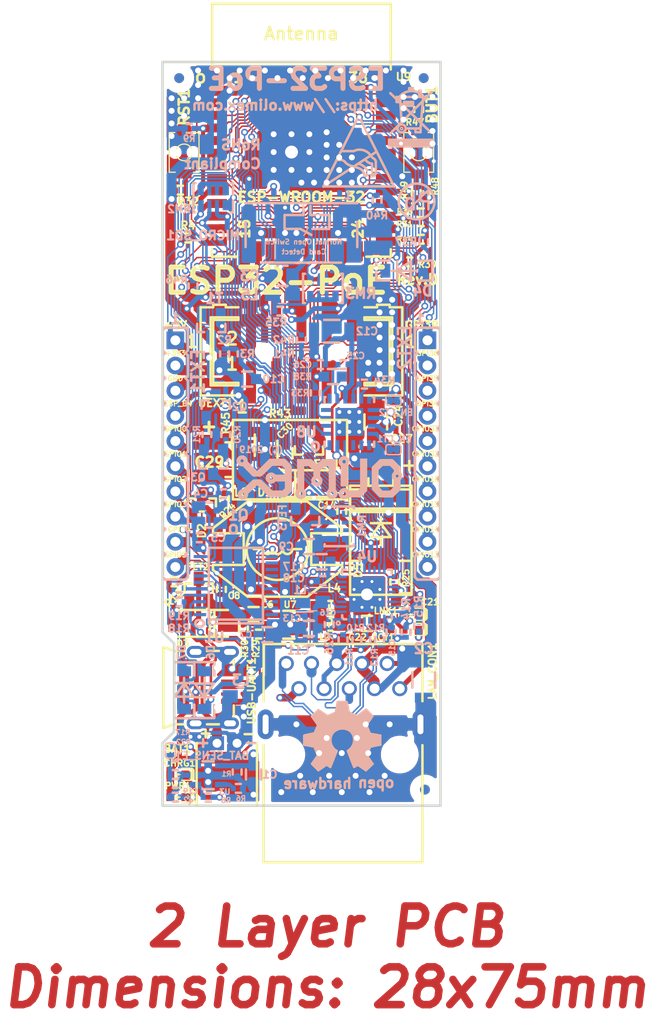
<source format=kicad_pcb>
(kicad_pcb (version 20171130) (host pcbnew 5.1.0-unknown-ff73f69~94~ubuntu18.04.1)
  (title_block (title ESP-PoE) (date 2019-03-22) (rev D) (company "OLIMEX Ltd.") (comment 1 https://www.olimex.com))
  (layers (0 F.Cu mixed) (31 B.Cu mixed) (34 B.Paste user hide) (35 F.Paste user hide) (36 B.SilkS user hide) (37 F.SilkS user) (38 B.Mask user hide) (39 F.Mask user) (44 Edge.Cuts user))
  (net 0 "")
  (net 1 +5V)
  (net 2 GND)
  (net 3 "Net-(BAT1-Pad1)")
  (net 4 "Net-(BUT1-Pad2)")
  (net 5 +3V3)
  (net 6 "Net-(C11-Pad1)")
  (net 7 /ESP_EN)
  (net 8 "Net-(L2-Pad1)")
  (net 9 "Net-(Q2-Pad1)")
  (net 10 "Net-(MICRO_SD1-Pad5)")
  (net 11 /+5V_USB)
  (net 12 "Net-(MICRO_SD1-Pad1)")
  (net 13 "Net-(MICRO_SD1-Pad2)")
  (net 14 "Net-(MICRO_SD1-Pad8)")
  (net 15 "Net-(U4-Pad4)")
  (net 16 "Net-(U4-Pad14)")
  (net 17 "Net-(U4-Pad18)")
  (net 18 "Net-(U4-Pad20)")
  (net 19 "Net-(U4-Pad26)")
  (net 20 "Net-(USB-UART1-Pad4)")
  (net 21 "Net-(MICRO_SD1-Pad7)")
  (net 22 /D_Com)
  (net 23 Earth)
  (net 24 +5VP)
  (net 25 "Net-(C26-Pad1)")
  (net 26 Spare1)
  (net 27 Spare2)
  (net 28 /GPIO33)
  (net 29 /GPIO32)
  (net 30 /GPI39)
  (net 31 "Net-(FID1-PadFid1)")
  (net 32 "Net-(FID2-PadFid1)")
  (net 33 "Net-(FID3-PadFid1)")
  (net 34 "Net-(LAN_CON1-Pad6)")
  (net 35 "Net-(LAN_CON1-Pad3)")
  (net 36 "Net-(LAN_CON1-Pad2)")
  (net 37 "Net-(LAN_CON1-Pad1)")
  (net 38 "Net-(MICRO_SD1-PadCD1)")
  (net 39 "Net-(C2-Pad2)")
  (net 40 "Net-(C4-Pad1)")
  (net 41 "Net-(C5-Pad1)")
  (net 42 "Net-(C21-Pad2)")
  (net 43 "Net-(C25-Pad1)")
  (net 44 "Net-(C29-Pad2)")
  (net 45 "Net-(D4-Pad1)")
  (net 46 "Net-(D5-Pad2)")
  (net 47 "Net-(Q2-Pad2)")
  (net 48 "Net-(Q3-Pad3)")
  (net 49 "Net-(Q3-Pad2)")
  (net 50 "Net-(Q3-Pad1)")
  (net 51 "Net-(R6-Pad1)")
  (net 52 "Net-(R26-Pad1)")
  (net 53 "Net-(R29-Pad1)")
  (net 54 "Net-(R33-Pad2)")
  (net 55 "Net-(R34-Pad2)")
  (net 56 "Net-(R38-Pad1)")
  (net 57 "Net-(R41-Pad2)")
  (net 58 "Net-(U1-Pad17)")
  (net 59 "Net-(U1-Pad14)")
  (net 60 "Net-(U1-Pad13)")
  (net 61 "Net-(U1-Pad12)")
  (net 62 "Net-(U1-Pad11)")
  (net 63 "Net-(U1-Pad7)")
  (net 64 "Net-(U1-Pad6)")
  (net 65 "Net-(U8-Pad17)")
  (net 66 "Net-(U8-Pad16)")
  (net 67 "Net-(U8-Pad15)")
  (net 68 "Net-(U8-Pad5)")
  (net 69 "Net-(U8-Pad4)")
  (net 70 "Net-(U8-Pad2)")
  (net 71 "Net-(U9-Pad32)")
  (net 72 "Net-(C6-Pad1)")
  (net 73 +3.3VLAN)
  (net 74 "Net-(C17-Pad1)")
  (net 75 /GPIO0)
  (net 76 /GPI35)
  (net 77 "Net-(RM1-Pad3.2)")
  (net 78 "Net-(RM1-Pad2.2)")
  (net 79 "Net-(RM1-Pad4.2)")
  (net 80 "Net-(U9-Pad22)")
  (net 81 "Net-(U9-Pad21)")
  (net 82 "Net-(U9-Pad20)")
  (net 83 "Net-(U9-Pad19)")
  (net 84 "Net-(U9-Pad18)")
  (net 85 "Net-(U9-Pad17)")
  (net 86 "Net-(FID4-PadFid1)")
  (net 87 "Net-(FID5-PadFid1)")
  (net 88 "Net-(FID6-PadFid1)")
  (net 89 "Net-(ACT1-Pad2)")
  (net 90 "Net-(ACT1-Pad1)")
  (net 91 "Net-(LNK1-Pad1)")
  (net 92 "Net-(LNK1-Pad2)")
  (net 93 "Net-(C3-Pad1)")
  (net 94 "Net-(RM1-Pad1.2)")
  (net 95 "Net-(CHRG1-Pad1)")
  (net 96 "Net-(PWR1-Pad1)")
  (net 97 "Net-(C10-Pad2)")
  (net 98 "Net-(R3-Pad2)")
  (net 99 "Net-(C12-Pad2)")
  (net 100 "Net-(L3-Pad1)")
  (net 101 "Net-(R8-Pad2)")
  (net 102 "Net-(C8-Pad1)")
  (net 103 "Net-(D6-Pad1)")
  (net 104 "Net-(D7-Pad2)")
  (net 105 "Net-(U1-Pad20)")
  (net 106 "Net-(BAT_SENS_E1-Pad2)")
  (net 107 /GPI34\BUT1)
  (net 108 /GPIO2\HS2_DATA0)
  (net 109 /GPI36\U1RXD)
  (net 110 /GPIO3\U0RXD)
  (net 111 /GPIO1\U0TXD)
  (net 112 /GPIO4\U1TXD)
  (net 113 /GPIO5\SPI_CS)
  (net 114 /GPIO15\HS2_CMD)
  (net 115 /GPIO16\I2C-SCL)
  (net 116 /GPIO14\HS2_CLK)
  (net 117 /GPIO13\I2C-SDA)
  (net 118 /GPIO27\EMAC_RX_CRS_DV)
  (net 119 "/GPIO25\\EMAC_RXD0(RMII)")
  (net 120 "/GPIO18\\MDIO(RMII)")
  (net 121 "/GPIO26\\EMAC_RXD1(RMII)")
  (net 122 /GPIO12\PHY_PWR)
  (net 123 "/GPIO22\\EMAC_TXD1(RMII)")
  (net 124 "/GPIO19\\EMAC_TXD0(RMII)")
  (net 125 "/GPIO21\\EMAC_TX_EN(RMII)")
  (net 126 "/GPIO23\\MDC(RMII)")
  (net 127 /GPIO17\EMAC_CLK_OUT_180)
  (module "OLIMEX_Connectors-FP:RJP-003TC1(LPJ4112CNL)" (layer F.Cu) (at 108.331 164.846)
    (fp_text reference LAN_CON1 (at 9.017 -8.255 90) (layer F.SilkS) (effects (font (size 0.762 0.762) (thickness 0.1905))))
    (fp_text value "RJP-003TC1(LPJ4112CNL)")
    (pad 1 thru_hole circle (at -5.715 -9.04) (size 1.524 1.524) (drill 1) (layers *.Cu *.Mask) (net 37 "Net-(LAN_CON1-Pad1)"))
    (pad 2 thru_hole circle (at -4.445 -6.5) (size 1.524 1.524) (drill 1) (layers *.Cu *.Mask) (net 36 "Net-(LAN_CON1-Pad2)"))
    (pad 3 thru_hole circle (at -3.175 -9.04) (size 1.524 1.524) (drill 1) (layers *.Cu *.Mask) (net 35 "Net-(LAN_CON1-Pad3)"))
    (pad 4 thru_hole circle (at -1.905 -6.5) (size 1.524 1.524) (drill 1) (layers *.Cu *.Mask) (net 6 "Net-(C11-Pad1)"))
    (pad 5 thru_hole circle (at -0.635 -9.04) (size 1.524 1.524) (drill 1) (layers *.Cu *.Mask) (net 6 "Net-(C11-Pad1)"))
    (pad 6 thru_hole circle (at 0.635 -6.5) (size 1.524 1.524) (drill 1) (layers *.Cu *.Mask) (net 34 "Net-(LAN_CON1-Pad6)"))
    (pad 7 thru_hole circle (at 1.905 -9.04) (size 1.524 1.524) (drill 1) (layers *.Cu *.Mask) (net 23 Earth))
    (pad 8 thru_hole circle (at 3.175 -6.5) (size 1.524 1.524) (drill 1) (layers *.Cu *.Mask) (net 23 Earth))
    (pad 9 thru_hole circle (at 4.445 -9.04) (size 1.524 1.524) (drill 1) (layers *.Cu *.Mask) (net 26 Spare1))
    (pad 10 thru_hole circle (at 5.715 -6.5) (size 1.524 1.524) (drill 1) (layers *.Cu *.Mask) (net 27 Spare2))
    (pad 0 thru_hole oval (at -7.8 -2.9) (size 1.6 2.999999) (drill oval 0.6 2) (layers *.Cu *.Mask) (net 39 "Net-(C2-Pad2)"))
    (pad 0 thru_hole oval (at 7.8 -2.9) (size 1.6 2.999999) (drill oval 0.6 2) (layers *.Cu *.Mask) (net 39 "Net-(C2-Pad2)"))
    (pad "" np_thru_hole circle (at -5.715 0.15) (size 3.300001 3.300001) (drill 3.300001) (layers *.Cu *.Mask))
    (pad "" np_thru_hole circle (at 5.715 0.15) (size 3.300001 3.300001) (drill 3.300001) (layers *.Cu *.Mask))
  )
  (module OLIMEX_Cases-FP:ESP-WROOM-32_MODULE (layer F.Cu) (at 104.14 102.035)
    (fp_text reference U9 (at 10.287 -5.388 180) (layer F.SilkS) (effects (font (size 0.762 0.762) (thickness 0.1905))))
    (fp_text value ESP-WROOM-32)
    (fp_text user 24 (at 5.715 9.935 90) (layer F.SilkS) (effects (font (size 1.016 1.016) (thickness 0.254))))
    (fp_text user 15 (at -5.715 9.935 90) (layer F.SilkS) (effects (font (size 1.016 1.016) (thickness 0.254))))
    (fp_text user 38 (at 5.715 -5.305) (layer F.SilkS) (effects (font (size 1.016 1.016) (thickness 0.254))))
    (fp_text user 1 (at -6.35 -5.305) (layer F.SilkS) (effects (font (size 1.016 1.016) (thickness 0.254))))
    (fp_text user ESP-WROOM-32 (at 0 6.76) (layer F.SilkS) (effects (font (size 1.016 1.016) (thickness 0.254))))
    (fp_text user Antenna (at 0 -9.75) (layer F.SilkS) (effects (font (size 1.27 1.27) (thickness 0.254))))
    (fp_text user o (at -10.16 -5.388) (layer F.SilkS) (effects (font (size 1.27 1.27) (thickness 0.254))))
    (pad 39 thru_hole circle (at 0.8 2.2) (size 1.3 1.3) (drill 0.6) (layers *.Cu) (net 2 GND))
    (pad 39 thru_hole circle (at -2.8 2.2) (size 1.3 1.3) (drill 0.6) (layers *.Cu) (net 2 GND))
    (pad 39 thru_hole circle (at -1 4) (size 1.3 1.3) (drill 0.6) (layers *.Cu) (net 2 GND))
    (pad 39 thru_hole circle (at -1 0.4) (size 1.3 1.3) (drill 0.6) (layers *.Cu) (net 2 GND))
    (pad 39 thru_hole circle (at 0.8 0.4) (size 1.3 1.3) (drill 0.6) (layers *.Cu) (net 2 GND))
    (pad 39 thru_hole circle (at -2.8 0.4) (size 1.3 1.3) (drill 0.6) (layers *.Cu) (net 2 GND))
    (pad 39 thru_hole circle (at 0.8 4) (size 1.3 1.3) (drill 0.6) (layers *.Cu) (net 2 GND))
    (pad 1 smd rect (at -8.5 -5.31) (size 2 0.9) (layers F.Cu F.Paste F.Mask) (net 2 GND))
    (pad 2 smd rect (at -8.5 -4.04) (size 2 0.9) (layers F.Cu F.Paste F.Mask) (net 5 +3V3))
    (pad 3 smd rect (at -8.5 -2.77) (size 2 0.9) (layers F.Cu F.Paste F.Mask) (net 7 /ESP_EN))
    (pad 4 smd rect (at -8.5 -1.5) (size 2 0.9) (layers F.Cu F.Paste F.Mask) (net 109 /GPI36\U1RXD))
    (pad 5 smd rect (at -8.5 -0.23) (size 2 0.9) (layers F.Cu F.Paste F.Mask) (net 30 /GPI39))
    (pad 6 smd rect (at -8.5 1.04) (size 2 0.9) (layers F.Cu F.Paste F.Mask) (net 107 /GPI34\BUT1))
    (pad 7 smd rect (at -8.5 2.31) (size 2 0.9) (layers F.Cu F.Paste F.Mask) (net 76 /GPI35))
    (pad 8 smd rect (at -8.5 3.58) (size 2 0.9) (layers F.Cu F.Paste F.Mask) (net 29 /GPIO32))
    (pad 9 smd rect (at -8.5 4.85) (size 2 0.9) (layers F.Cu F.Paste F.Mask) (net 28 /GPIO33))
    (pad 10 smd rect (at -8.5 6.12) (size 2 0.9) (layers F.Cu F.Paste F.Mask) (net 119 "/GPIO25\\EMAC_RXD0(RMII)"))
    (pad 11 smd rect (at -8.5 7.39) (size 2 0.9) (layers F.Cu F.Paste F.Mask) (net 121 "/GPIO26\\EMAC_RXD1(RMII)"))
    (pad 12 smd rect (at -8.5 8.66) (size 2 0.9) (layers F.Cu F.Paste F.Mask) (net 118 /GPIO27\EMAC_RX_CRS_DV))
    (pad 13 smd rect (at -8.5 9.93) (size 2 0.9) (layers F.Cu F.Paste F.Mask) (net 116 /GPIO14\HS2_CLK))
    (pad 14 smd rect (at -8.5 11.2) (size 2 0.9) (layers F.Cu F.Paste F.Mask) (net 122 /GPIO12\PHY_PWR))
    (pad 15 smd rect (at -5.7 12.2) (size 0.9 2) (layers F.Cu F.Paste F.Mask) (net 2 GND))
    (pad 16 smd rect (at -4.43 12.2) (size 0.9 2) (layers F.Cu F.Paste F.Mask) (net 117 /GPIO13\I2C-SDA))
    (pad 17 smd rect (at -3.16 12.2) (size 0.9 2) (layers F.Cu F.Paste F.Mask) (net 85 "Net-(U9-Pad17)"))
    (pad 18 smd rect (at -1.89 12.2) (size 0.9 2) (layers F.Cu F.Paste F.Mask) (net 84 "Net-(U9-Pad18)"))
    (pad 19 smd rect (at -0.62 12.2) (size 0.9 2) (layers F.Cu F.Paste F.Mask) (net 83 "Net-(U9-Pad19)"))
    (pad 20 smd rect (at 0.65 12.2) (size 0.9 2) (layers F.Cu F.Paste F.Mask) (net 82 "Net-(U9-Pad20)"))
    (pad 21 smd rect (at 1.92 12.2) (size 0.9 2) (layers F.Cu F.Paste F.Mask) (net 81 "Net-(U9-Pad21)"))
    (pad 22 smd rect (at 3.19 12.2) (size 0.9 2) (layers F.Cu F.Paste F.Mask) (net 80 "Net-(U9-Pad22)"))
    (pad 23 smd rect (at 4.46 12.2) (size 0.9 2) (layers F.Cu F.Paste F.Mask) (net 114 /GPIO15\HS2_CMD))
    (pad 24 smd rect (at 5.73 12.2) (size 0.9 2) (layers F.Cu F.Paste F.Mask) (net 108 /GPIO2\HS2_DATA0))
    (pad 25 smd rect (at 8.5 11.2) (size 2 0.9) (layers F.Cu F.Paste F.Mask) (net 75 /GPIO0))
    (pad 26 smd rect (at 8.5 9.93) (size 2 0.9) (layers F.Cu F.Paste F.Mask) (net 112 /GPIO4\U1TXD))
    (pad 27 smd rect (at 8.5 8.66) (size 2 0.9) (layers F.Cu F.Paste F.Mask) (net 115 /GPIO16\I2C-SCL))
    (pad 28 smd rect (at 8.5 7.39) (size 2 0.9) (layers F.Cu F.Paste F.Mask) (net 127 /GPIO17\EMAC_CLK_OUT_180))
    (pad 29 smd rect (at 8.5 6.12) (size 2 0.9) (layers F.Cu F.Paste F.Mask) (net 113 /GPIO5\SPI_CS))
    (pad 30 smd rect (at 8.5 4.85) (size 2 0.9) (layers F.Cu F.Paste F.Mask) (net 120 "/GPIO18\\MDIO(RMII)"))
    (pad 31 smd rect (at 8.5 3.58) (size 2 0.9) (layers F.Cu F.Paste F.Mask) (net 124 "/GPIO19\\EMAC_TXD0(RMII)"))
    (pad 32 smd rect (at 8.5 2.31) (size 2 0.9) (layers F.Cu F.Paste F.Mask) (net 71 "Net-(U9-Pad32)"))
    (pad 33 smd rect (at 8.5 1.04) (size 2 0.9) (layers F.Cu F.Paste F.Mask) (net 125 "/GPIO21\\EMAC_TX_EN(RMII)"))
    (pad 34 smd rect (at 8.5 -0.23) (size 2 0.9) (layers F.Cu F.Paste F.Mask) (net 110 /GPIO3\U0RXD))
    (pad 35 smd rect (at 8.5 -1.5) (size 2 0.9) (layers F.Cu F.Paste F.Mask) (net 111 /GPIO1\U0TXD))
    (pad 36 smd rect (at 8.5 -2.77) (size 2 0.9) (layers F.Cu F.Paste F.Mask) (net 123 "/GPIO22\\EMAC_TXD1(RMII)"))
    (pad 37 smd rect (at 8.5 -4.04) (size 2 0.9) (layers F.Cu F.Paste F.Mask) (net 126 "/GPIO23\\MDC(RMII)"))
    (pad 38 smd rect (at 8.5 -5.31) (size 2 0.9) (layers F.Cu F.Paste F.Mask) (net 2 GND))
    (pad 39 smd rect (at -1 2.2) (size 5 5) (layers F.Cu F.Mask) (net 2 GND))
    (pad 39 thru_hole circle (at -1 2.2) (size 2 2) (drill 1.3) (layers *.Cu *.Mask) (net 2 GND))
    (pad 39 thru_hole circle (at -2.8 4) (size 1.3 1.3) (drill 0.6) (layers *.Cu) (net 2 GND))
  )
  (module OLIMEX_LOGOs-FP:LOGO_ANTISTATIC_1 (layer B.Cu) (at 113.4745 107.696 180)
    (fp_text reference Sign_Antistatic hide)
    (fp_text value Val** hide)
  )
  (module OLIMEX_Jumpers-FP:SJ_1_SMALLER (layer B.Cu) (at 90.932 164.592 270)
    (fp_text reference BAT_SENS_E1 (at 0.508 -4.191 180) (layer B.SilkS) (effects (font (size 0.762 0.762) (thickness 0.1778)) (justify mirror)))
    (fp_text value Opened hide)
    (pad 2 smd rect (at 0.381 0 270) (size 0.508 0.762) (layers B.Cu B.Mask) (net 106 "Net-(BAT_SENS_E1-Pad2)") (clearance 0.0508))
    (pad 1 smd rect (at -0.381 0 270) (size 0.508 0.762) (layers B.Cu B.Mask) (net 76 /GPI35) (clearance 0.0508))
  )
  (module OLIMEX_RLC-FP:R_0402_5MIL_DWS (layer F.Cu) (at 91.948 108.077)
    (fp_text reference R32 (at 0.762 1.143 180) (layer F.SilkS) (effects (font (size 0.762 0.762) (thickness 0.1905))))
    (fp_text value 470k/R0402)
    (pad 2 smd rect (at 0.508 0) (size 0.5 0.55) (layers F.Cu F.Paste F.Mask) (net 7 /ESP_EN))
    (pad 1 smd rect (at -0.508 0 180) (size 0.5 0.55) (layers F.Cu F.Paste F.Mask) (net 5 +3V3))
  )
  (module "OLIMEX_Crystal-FP:TSX-3.2x2.5mm_GND(3)" (layer B.Cu) (at 94.869 140.843 180)
    (fp_text reference Q1 (at -2.921 0 180) (layer B.SilkS) (effects (font (size 1.016 1.016) (thickness 0.254)) (justify mirror)))
    (fp_text value Q12MHz/20pF/10ppm/4P/3.2x2.5mm)
    (fp_text user o (at -2.413 -1.27 180) (layer B.SilkS) (effects (font (size 1.27 1.27) (thickness 0.254)) (justify mirror)))
    (pad 3 smd rect (at -1.1 0.8 180) (size 1.4 1.2) (layers B.Cu B.Paste B.Mask) (net 2 GND))
    (pad 3 smd rect (at 1.1 -0.8 180) (size 1.4 1.2) (layers B.Cu B.Paste B.Mask) (net 2 GND))
    (pad 2 smd rect (at 1.1 0.8 180) (size 1.4 1.2) (layers B.Cu B.Paste B.Mask) (net 41 "Net-(C5-Pad1)"))
    (pad 1 smd rect (at -1.1 -0.8 180) (size 1.4 1.2) (layers B.Cu B.Paste B.Mask) (net 40 "Net-(C4-Pad1)"))
  )
  (module OLIMEX_RLC-FP:C_0402_5MIL_DWS (layer B.Cu) (at 96.266 138.684 180)
    (fp_text reference C4 (at 2.286 0 180) (layer B.SilkS) (effects (font (size 0.762 0.762) (thickness 0.1905)) (justify mirror)))
    (fp_text value 27pF/50V/5%/C0G/C0402)
    (pad 2 smd rect (at 0.508 0 180) (size 0.5 0.55) (layers B.Cu B.Paste B.Mask) (net 2 GND))
    (pad 1 smd rect (at -0.508 0) (size 0.5 0.55) (layers B.Cu B.Paste B.Mask) (net 40 "Net-(C4-Pad1)"))
  )
  (module OLIMEX_RLC-FP:C_1206_5MIL_DWS_ISO (layer B.Cu) (at 107.188 122.301)
    (fp_text reference C12 (at 3.556 0) (layer B.SilkS) (effects (font (size 0.762 0.762) (thickness 0.1905)) (justify mirror)))
    (fp_text value "2.2uF/100V/20%/X7R/C1206(AVX_12061C225KAT2A_Comet)")
    (pad 2 smd rect (at 1.778 0) (size 1.016 1.778) (layers B.Cu B.Paste B.Mask) (net 99 "Net-(C12-Pad2)"))
    (pad 1 smd rect (at -1.778 0) (size 1.016 1.778) (layers B.Cu B.Paste B.Mask) (net 24 +5VP))
  )
  (module OLIMEX_Buttons-FP:IT1185AU2_V2 (layer F.Cu) (at 115.959 104.267 90)
    (fp_text reference BUT1 (at 4.826 1.3255 90) (layer F.SilkS) (effects (font (size 1.016 1.016) (thickness 0.254))))
    (fp_text value IT1185AU2)
    (pad 1 smd rect (at -2.177 0 90) (size 0.9 1.5) (layers F.Cu F.Mask) (net 107 /GPI34\BUT1))
    (pad 2 smd rect (at 2.177 0 90) (size 0.9 1.5) (layers F.Cu F.Mask) (net 4 "Net-(BUT1-Pad2)"))
    (pad "" np_thru_hole circle (at 0 -0.9 90) (size 0.7 0.7) (drill 0.7) (layers *.Cu *.Mask))
    (pad "" np_thru_hole circle (at 0 0.9 90) (size 0.7 0.7) (drill 0.7) (layers *.Cu *.Mask))
  )
  (module OLIMEX_Buttons-FP:IT1185AU2_V2 (layer F.Cu) (at 92.321 104.267 90)
    (fp_text reference RST1 (at 4.572 0.008 90) (layer F.SilkS) (effects (font (size 1.016 1.016) (thickness 0.254))))
    (fp_text value IT1185AU2)
    (pad 1 smd rect (at -2.177 0 90) (size 0.9 1.5) (layers F.Cu F.Mask) (net 7 /ESP_EN))
    (pad 2 smd rect (at 2.177 0 90) (size 0.9 1.5) (layers F.Cu F.Mask) (net 2 GND))
    (pad "" np_thru_hole circle (at 0 -0.9 90) (size 0.7 0.7) (drill 0.7) (layers *.Cu *.Mask))
    (pad "" np_thru_hole circle (at 0 0.9 90) (size 0.7 0.7) (drill 0.7) (layers *.Cu *.Mask))
  )
  (module OLIMEX_Connectors-FP:GBH-254-SMT-10 (layer F.Cu) (at 104.14 124.333)
    (fp_text reference UEXT1 (at -8.636 5.207) (layer F.SilkS) (effects (font (size 0.762 0.762) (thickness 0.1905))))
    (fp_text value "B-V-10-LF(GBH254SMT-10)")
    (fp_text user 1 (at -6.985 1.27) (layer F.SilkS) (effects (font (size 1.27 1.27) (thickness 0.254))))
    (fp_text user 2 (at -6.985 -1.27) (layer F.SilkS) (effects (font (size 1.27 1.27) (thickness 0.254))))
    (pad "" np_thru_hole circle (at 3.81 0) (size 1.2 1.2) (drill 1.2) (layers *.Cu *.Mask))
    (pad 1 smd rect (at -5.08 3.125 90) (size 4.25 1) (layers F.Cu F.Mask) (net 5 +3V3))
    (pad 2 smd rect (at -5.08 -3.125 90) (size 4.25 1) (layers F.Cu F.Mask) (net 2 GND))
    (pad 3 smd rect (at -2.54 3.125 90) (size 4.25 1) (layers F.Cu F.Mask) (net 112 /GPIO4\U1TXD))
    (pad 4 smd rect (at -2.54 -3.125 90) (size 4.25 1) (layers F.Cu F.Mask) (net 45 "Net-(D4-Pad1)"))
    (pad 5 smd rect (at 0 3.125 90) (size 4.25 1) (layers F.Cu F.Mask) (net 115 /GPIO16\I2C-SCL))
    (pad 6 smd rect (at 0 -3.125 90) (size 4.25 1) (layers F.Cu F.Mask) (net 117 /GPIO13\I2C-SDA))
    (pad 7 smd rect (at 2.54 3.125 90) (size 4.25 1) (layers F.Cu F.Mask) (net 114 /GPIO15\HS2_CMD))
    (pad 8 smd rect (at 2.54 -3.125 90) (size 4.25 1) (layers F.Cu F.Mask) (net 108 /GPIO2\HS2_DATA0))
    (pad 9 smd rect (at 5.08 3.125 90) (size 4.25 1) (layers F.Cu F.Mask) (net 116 /GPIO14\HS2_CLK))
    (pad 10 smd rect (at 5.08 -3.125 90) (size 4.25 1) (layers F.Cu F.Mask) (net 113 /GPIO5\SPI_CS))
    (pad "" np_thru_hole circle (at -3.81 0) (size 1.2 1.2) (drill 1.2) (layers *.Cu *.Mask))
  )
  (module OLIMEX_RLC-FP:R_MATRIX_4 (layer B.Cu) (at 106.299 117.983)
    (fp_text reference RM3 (at 3.81 0.508) (layer B.SilkS) (effects (font (size 1.016 1.016) (thickness 0.254)) (justify mirror)))
    (fp_text value "RA1206_(4X0603)_4B8_2.2k")
    (pad 3.1 smd rect (at 0.381 -0.762) (size 0.381 1.016) (layers B.Cu B.Paste B.Mask) (net 12 "Net-(MICRO_SD1-Pad1)") (clearance 0.0508))
    (pad 2.1 smd rect (at -0.381 -0.762) (size 0.381 1.016) (layers B.Cu B.Paste B.Mask) (net 13 "Net-(MICRO_SD1-Pad2)") (clearance 0.0508))
    (pad 3.2 smd rect (at 0.381 0.762) (size 0.381 1.016) (layers B.Cu B.Paste B.Mask) (net 5 +3V3) (clearance 0.0508))
    (pad 2.2 smd rect (at -0.381 0.762) (size 0.381 1.016) (layers B.Cu B.Paste B.Mask) (net 5 +3V3) (clearance 0.0508))
    (pad 4.1 smd rect (at 1.27 -0.762) (size 0.635 1.016) (layers B.Cu B.Paste B.Mask) (net 108 /GPIO2\HS2_DATA0) (clearance 0.0508))
    (pad 4.2 smd rect (at 1.27 0.762) (size 0.635 1.016) (layers B.Cu B.Paste B.Mask) (net 5 +3V3) (clearance 0.0508))
    (pad 1.1 smd rect (at -1.27 -0.762) (size 0.635 1.016) (layers B.Cu B.Paste B.Mask) (net 14 "Net-(MICRO_SD1-Pad8)") (clearance 0.0508))
    (pad 1.2 smd rect (at -1.27 0.762) (size 0.635 1.016) (layers B.Cu B.Paste B.Mask) (net 5 +3V3) (clearance 0.0508))
  )
  (module OLIMEX_Transistors-FP:SOT23 (layer B.Cu) (at 95.05696 121.75744 90)
    (fp_text reference T1 (at 2.75844 0.32004 180) (layer B.SilkS) (effects (font (size 1.016 1.016) (thickness 0.254)) (justify mirror)))
    (fp_text value "DTC114YKA(SOT-23)")
    (pad 1 smd rect (at 1.10744 -0.94996 90) (size 1.4 1) (layers B.Cu B.Paste B.Mask) (net 122 /GPIO12\PHY_PWR) (clearance 0.0508))
    (pad 2 smd rect (at 1.10744 0.9525 90) (size 1.4 1) (layers B.Cu B.Paste B.Mask) (net 2 GND) (clearance 0.0508))
    (pad 3 smd rect (at -1.10236 -0.00254 90) (size 1.4 1) (layers B.Cu B.Paste B.Mask) (net 98 "Net-(R3-Pad2)") (clearance 0.0508))
  )
  (module OLIMEX_Diodes-FP:SOT23-3 (layer F.Cu) (at 94.107 139.827 270)
    (fp_text reference D2 (at 2.6035 0 270) (layer F.SilkS) (effects (font (size 0.762 0.762) (thickness 0.1905))))
    (fp_text value "BAT54C(SOT23-3)")
    (pad 3 smd rect (at -1.1 0) (size 1 1.4) (layers F.Cu F.Paste F.Mask) (net 22 /D_Com))
    (pad 2 smd rect (at 1.1 -0.95) (size 1 1.4) (layers F.Cu F.Paste F.Mask) (net 75 /GPIO0))
    (pad 1 smd rect (at 1.1 0.95) (size 1 1.4) (layers F.Cu F.Paste F.Mask) (net 108 /GPIO2\HS2_DATA0))
  )
  (module OLIMEX_RLC-FP:R_0603_5MIL_DWS (layer B.Cu) (at 107.315 126.873 180)
    (fp_text reference R38 (at 3.048 0 180) (layer B.SilkS) (effects (font (size 0.635 0.635) (thickness 0.15875)) (justify mirror)))
    (fp_text value 25.5k/1%/R0603)
    (pad 2 smd rect (at 0.889 0 180) (size 1.016 1.016) (layers B.Cu B.Paste B.Mask) (net 24 +5VP))
    (pad 1 smd rect (at -0.889 0 180) (size 1.016 1.016) (layers B.Cu B.Paste B.Mask) (net 56 "Net-(R38-Pad1)"))
  )
  (module OLIMEX_RLC-FP:R_0402_5MIL_DWS (layer B.Cu) (at 96.52 132.715 90)
    (fp_text reference R20 (at 0 1.143 90) (layer B.SilkS) (effects (font (size 0.635 0.635) (thickness 0.15875)) (justify mirror)))
    (fp_text value 1k/R0402)
    (pad 2 smd rect (at 0.508 0 90) (size 0.5 0.55) (layers B.Cu B.Paste B.Mask) (net 9 "Net-(Q2-Pad1)"))
    (pad 1 smd rect (at -0.508 0 270) (size 0.5 0.55) (layers B.Cu B.Paste B.Mask) (net 49 "Net-(Q3-Pad2)"))
  )
  (module OLIMEX_RLC-FP:R_0402_5MIL_DWS (layer B.Cu) (at 94.615 132.715 270)
    (fp_text reference R21 (at 0 1.016 270) (layer B.SilkS) (effects (font (size 0.635 0.635) (thickness 0.15875)) (justify mirror)))
    (fp_text value 1k/R0402)
    (pad 2 smd rect (at 0.508 0 270) (size 0.5 0.55) (layers B.Cu B.Paste B.Mask) (net 50 "Net-(Q3-Pad1)"))
    (pad 1 smd rect (at -0.508 0 90) (size 0.5 0.55) (layers B.Cu B.Paste B.Mask) (net 47 "Net-(Q2-Pad2)"))
  )
  (module "OLIMEX_IC-FP:QFN-20_5x5mm(Si3402-B-GM)" (layer B.Cu) (at 108.966 131.445)
    (fp_text reference U8 (at -4.318 1.016) (layer B.SilkS) (effects (font (size 1.016 1.016) (thickness 0.254)) (justify mirror)))
    (fp_text value "Si3402-B-GM(QFN-20_5x5mm)")
    (fp_text user o (at -3.429 2.3) (layer B.SilkS) (effects (font (size 1.27 1.27) (thickness 0.254)) (justify mirror)))
    (pad 1 smd rect (at -2.35 1.2 270) (size 0.4 1) (layers B.Cu B.Paste B.Mask) (net 54 "Net-(R33-Pad2)"))
    (pad 2 smd rect (at -2.35 0.4 270) (size 0.4 1) (layers B.Cu B.Paste B.Mask) (net 70 "Net-(U8-Pad2)"))
    (pad 3 smd rect (at -2.35 -0.4 270) (size 0.4 1) (layers B.Cu B.Paste B.Mask) (net 43 "Net-(C25-Pad1)"))
    (pad 4 smd rect (at -2.35 -1.2 270) (size 0.4 1) (layers B.Cu B.Paste B.Mask) (net 69 "Net-(U8-Pad4)"))
    (pad 5 smd rect (at -2 -2.35 180) (size 0.4 1) (layers B.Cu B.Paste B.Mask) (net 68 "Net-(U8-Pad5)"))
    (pad 6 smd rect (at -1.2 -2.35 180) (size 0.4 1) (layers B.Cu B.Paste B.Mask) (net 56 "Net-(R38-Pad1)"))
    (pad 7 smd rect (at -0.4 -2.35 180) (size 0.4 1) (layers B.Cu B.Paste B.Mask) (net 99 "Net-(C12-Pad2)"))
    (pad 8 smd rect (at 0.4 -2.35 180) (size 0.4 1) (layers B.Cu B.Paste B.Mask) (net 55 "Net-(R34-Pad2)"))
    (pad 9 smd rect (at 1.2 -2.35 180) (size 0.4 1) (layers B.Cu B.Paste B.Mask) (net 23 Earth))
    (pad 10 smd rect (at 2 -2.35 180) (size 0.4 1) (layers B.Cu B.Paste B.Mask) (net 27 Spare2))
    (pad 11 smd rect (at 2.35 -1.2 270) (size 0.4 1) (layers B.Cu B.Paste B.Mask) (net 26 Spare1))
    (pad 12 smd rect (at 2.35 -0.4 270) (size 0.4 1) (layers B.Cu B.Paste B.Mask) (net 24 +5VP))
    (pad 13 smd rect (at 2.35 0.4 270) (size 0.4 1) (layers B.Cu B.Paste B.Mask) (net 27 Spare2))
    (pad 14 smd rect (at 2.35 1.2 270) (size 0.4 1) (layers B.Cu B.Paste B.Mask) (net 26 Spare1))
    (pad 15 smd rect (at 2 2.35 180) (size 0.4 1) (layers B.Cu B.Paste B.Mask) (net 67 "Net-(U8-Pad15)"))
    (pad 16 smd rect (at 1.2 2.35 180) (size 0.4 1) (layers B.Cu B.Paste B.Mask) (net 66 "Net-(U8-Pad16)"))
    (pad 17 smd rect (at 0.4 2.35 180) (size 0.4 1) (layers B.Cu B.Paste B.Mask) (net 65 "Net-(U8-Pad17)"))
    (pad 18 smd rect (at -0.4 2.35 180) (size 0.4 1) (layers B.Cu B.Paste B.Mask) (net 46 "Net-(D5-Pad2)"))
    (pad 19 smd rect (at -1.2 2.35 180) (size 0.4 1) (layers B.Cu B.Paste B.Mask) (net 99 "Net-(C12-Pad2)"))
    (pad 20 smd rect (at -2 2.35 180) (size 0.4 1) (layers B.Cu B.Paste B.Mask) (net 57 "Net-(R41-Pad2)"))
    (pad 21 smd rect (at 0 0) (size 2.799999 2.799999) (layers *.Mask B.Cu) (net 23 Earth))
    (pad 21 thru_hole circle (at -1 1) (size 0.8 0.8) (drill 0.4) (layers *.Cu) (net 23 Earth))
    (pad 21 thru_hole circle (at 0 1) (size 0.8 0.8) (drill 0.4) (layers *.Cu) (net 23 Earth))
    (pad 21 thru_hole circle (at 1 1) (size 0.8 0.8) (drill 0.4) (layers *.Cu) (net 23 Earth))
    (pad 21 thru_hole circle (at -1 0) (size 0.8 0.8) (drill 0.4) (layers *.Cu) (net 23 Earth))
    (pad 21 thru_hole circle (at 0 0) (size 0.8 0.8) (drill 0.4) (layers *.Cu) (net 23 Earth))
    (pad 21 thru_hole circle (at 1 0) (size 0.8 0.8) (drill 0.4) (layers *.Cu) (net 23 Earth))
    (pad 21 thru_hole circle (at 0 -1) (size 0.8 0.8) (drill 0.4) (layers *.Cu) (net 23 Earth))
    (pad 21 thru_hole circle (at -1 -1) (size 0.8 0.8) (drill 0.4) (layers *.Cu) (net 23 Earth))
    (pad 21 thru_hole circle (at 1 -1) (size 0.8 0.8) (drill 0.4) (layers *.Cu) (net 23 Earth))
  )
  (module "OLIMEX_IC-FP:QFN32_EP(33)_5.00x5.00x0.90mm_Pitch_0.50mm" (layer B.Cu) (at 110.744 148.844 90)
    (fp_text reference U4 (at 3.81 0) (layer B.SilkS) (effects (font (size 1.016 1.016) (thickness 0.254)) (justify mirror)))
    (fp_text value "LAN8710A-EZC(QFN32)")
    (pad 33 smd rect (at 0 0 90) (size 3.6 3.6) (layers B.Cu B.Mask) (net 2 GND))
    (pad 33 thru_hole rect (at -0.5 1.3 90) (size 0.4 0.4) (drill 0.3) (layers *.Cu B.Mask) (net 2 GND))
    (pad 33 thru_hole rect (at 0.5 1.3 90) (size 0.4 0.4) (drill 0.3) (layers *.Cu B.Mask) (net 2 GND))
    (pad 33 thru_hole rect (at 1.3 0.5 90) (size 0.4 0.4) (drill 0.29972) (layers *.Cu B.Mask) (net 2 GND))
    (pad 33 thru_hole rect (at 1.3 -0.5 90) (size 0.4 0.4) (drill 0.3) (layers *.Cu B.Mask) (net 2 GND))
    (pad 33 thru_hole rect (at 0.5 -1.3 90) (size 0.4 0.4) (drill 0.3) (layers *.Cu B.Mask) (net 2 GND))
    (pad 33 thru_hole rect (at -0.5 -1.3 90) (size 0.4 0.4) (drill 0.3) (layers *.Cu B.Mask) (net 2 GND))
    (pad 33 thru_hole rect (at -1.3 -0.5 90) (size 0.4 0.4) (drill 0.3) (layers *.Cu B.Mask) (net 2 GND))
    (pad 33 thru_hole rect (at -1.3 0.5 90) (size 0.4 0.4) (drill 0.3) (layers *.Cu B.Mask) (net 2 GND))
    (pad 33 thru_hole rect (at 0 0 90) (size 1.4224 1.4224) (drill 1.2) (layers *.Cu *.Mask) (net 2 GND))
    (pad 32 smd rect (at -2.45 -1.75 90) (size 0.8 0.25) (layers B.Cu B.Paste B.Mask) (net 52 "Net-(R26-Pad1)"))
    (pad 31 smd rect (at -2.45 -1.25 90) (size 0.8 0.25) (layers B.Cu B.Paste B.Mask) (net 35 "Net-(LAN_CON1-Pad3)"))
    (pad 30 smd rect (at -2.45 -0.75 90) (size 0.8 0.25) (layers B.Cu B.Paste B.Mask) (net 34 "Net-(LAN_CON1-Pad6)"))
    (pad 29 smd rect (at -2.45 -0.25 90) (size 0.8 0.25) (layers B.Cu B.Paste B.Mask) (net 37 "Net-(LAN_CON1-Pad1)"))
    (pad 28 smd rect (at -2.45 0.25 90) (size 0.8 0.25) (layers B.Cu B.Paste B.Mask) (net 36 "Net-(LAN_CON1-Pad2)"))
    (pad 27 smd rect (at -2.45 0.75 90) (size 0.8 0.25) (layers B.Cu B.Paste B.Mask) (net 6 "Net-(C11-Pad1)"))
    (pad 26 smd rect (at -2.45 1.25 90) (size 0.8 0.25) (layers B.Cu B.Paste B.Mask) (net 19 "Net-(U4-Pad26)"))
    (pad 25 smd rect (at -2.45 1.75 90) (size 0.8 0.25) (layers B.Cu B.Paste B.Mask) (net 2 GND))
    (pad 24 smd rect (at -1.75 2.45 180) (size 0.8 0.25) (layers B.Cu B.Paste B.Mask) (net 2 GND))
    (pad 23 smd rect (at -1.25 2.45 180) (size 0.8 0.25) (layers B.Cu B.Paste B.Mask) (net 123 "/GPIO22\\EMAC_TXD1(RMII)"))
    (pad 22 smd rect (at -0.75 2.45 180) (size 0.8 0.25) (layers B.Cu B.Paste B.Mask) (net 124 "/GPIO19\\EMAC_TXD0(RMII)"))
    (pad 21 smd rect (at -0.25 2.45 180) (size 0.8 0.25) (layers B.Cu B.Paste B.Mask) (net 125 "/GPIO21\\EMAC_TX_EN(RMII)"))
    (pad 20 smd rect (at 0.25 2.45 180) (size 0.8 0.25) (layers B.Cu B.Paste B.Mask) (net 18 "Net-(U4-Pad20)"))
    (pad 19 smd rect (at 0.75 2.45 180) (size 0.8 0.25) (layers B.Cu B.Paste B.Mask) (net 42 "Net-(C21-Pad2)"))
    (pad 18 smd rect (at 1.25 2.45 180) (size 0.8 0.25) (layers B.Cu B.Paste B.Mask) (net 17 "Net-(U4-Pad18)"))
    (pad 17 smd rect (at 1.75 2.45 180) (size 0.8 0.25) (layers B.Cu B.Paste B.Mask) (net 126 "/GPIO23\\MDC(RMII)"))
    (pad 16 smd rect (at 2.45 1.75 270) (size 0.8 0.25) (layers B.Cu B.Paste B.Mask) (net 120 "/GPIO18\\MDIO(RMII)"))
    (pad 15 smd rect (at 2.45 1.25 270) (size 0.8 0.25) (layers B.Cu B.Paste B.Mask) (net 118 /GPIO27\EMAC_RX_CRS_DV))
    (pad 14 smd rect (at 2.45 0.75 270) (size 0.8 0.25) (layers B.Cu B.Paste B.Mask) (net 16 "Net-(U4-Pad14)"))
    (pad 13 smd rect (at 2.45 0.25 270) (size 0.8 0.25) (layers B.Cu B.Paste B.Mask) (net 79 "Net-(RM1-Pad4.2)"))
    (pad 12 smd rect (at 2.45 -0.25 270) (size 0.8 0.25) (layers B.Cu B.Paste B.Mask) (net 73 +3.3VLAN))
    (pad 11 smd rect (at 2.45 -0.75 270) (size 0.8 0.25) (layers B.Cu B.Paste B.Mask) (net 119 "/GPIO25\\EMAC_RXD0(RMII)"))
    (pad 10 smd rect (at 2.45 -1.25 270) (size 0.8 0.25) (layers B.Cu B.Paste B.Mask) (net 121 "/GPIO26\\EMAC_RXD1(RMII)"))
    (pad 9 smd rect (at 2.45 -1.75 270) (size 0.8 0.25) (layers B.Cu B.Paste B.Mask) (net 77 "Net-(RM1-Pad3.2)"))
    (pad 8 smd rect (at 1.75 -2.45) (size 0.8 0.25) (layers B.Cu B.Paste B.Mask) (net 78 "Net-(RM1-Pad2.2)"))
    (pad 7 smd rect (at 1.25 -2.45) (size 0.8 0.25) (layers B.Cu B.Paste B.Mask) (net 94 "Net-(RM1-Pad1.2)"))
    (pad 6 smd rect (at 0.75 -2.45) (size 0.8 0.25) (layers B.Cu B.Paste B.Mask) (net 74 "Net-(C17-Pad1)"))
    (pad 5 smd rect (at 0.25 -2.45) (size 0.8 0.25) (layers B.Cu B.Paste B.Mask) (net 127 /GPIO17\EMAC_CLK_OUT_180))
    (pad 4 smd rect (at -0.25 -2.45) (size 0.8 0.25) (layers B.Cu B.Paste B.Mask) (net 15 "Net-(U4-Pad4)"))
    (pad 3 smd rect (at -0.75 -2.45) (size 0.8 0.25) (layers B.Cu B.Paste B.Mask) (net 89 "Net-(ACT1-Pad2)"))
    (pad 2 smd rect (at -1.25 -2.45) (size 0.8 0.25) (layers B.Cu B.Paste B.Mask) (net 91 "Net-(LNK1-Pad1)"))
    (pad 1 smd rect (at -1.75 -2.45) (size 0.8 0.25) (layers B.Cu B.Paste B.Mask) (net 6 "Net-(C11-Pad1)"))
  )
  (module OLIMEX_RLC-FP:R_0402_5MIL_DWS (layer B.Cu) (at 116.459 113.284 270)
    (fp_text reference R37 (at 0 1.778) (layer B.SilkS) (effects (font (size 0.762 0.762) (thickness 0.1905)) (justify mirror)))
    (fp_text value 10k/R0402)
    (pad 2 smd rect (at 0.508 0 270) (size 0.5 0.55) (layers B.Cu B.Paste B.Mask) (net 109 /GPI36\U1RXD))
    (pad 1 smd rect (at -0.508 0 90) (size 0.5 0.55) (layers B.Cu B.Paste B.Mask) (net 5 +3V3))
  )
  (module OLIMEX_Diodes-FP:SOD-123_1C-2A_KA (layer B.Cu) (at 114.5 116.195)
    (fp_text reference D4 (at 1.832 2.042) (layer B.SilkS) (effects (font (size 1.016 1.016) (thickness 0.254)) (justify mirror)))
    (fp_text value "1N5819S4(SOD-123)")
    (pad 2 smd rect (at 1.9 0) (size 1 1.4) (layers B.Cu B.Paste B.Mask) (net 109 /GPI36\U1RXD) (clearance 0.0508))
    (pad 1 smd rect (at -1.9 0) (size 1 1.4) (layers B.Cu B.Paste B.Mask) (net 45 "Net-(D4-Pad1)") (clearance 0.0508))
  )
  (module OLIMEX_RLC-FP:C_0402_5MIL_DWS (layer B.Cu) (at 93.853 143.129 180)
    (fp_text reference C5 (at -1.905 0 180) (layer B.SilkS) (effects (font (size 0.762 0.762) (thickness 0.1905)) (justify mirror)))
    (fp_text value 27pF/50V/5%/C0G/C0402)
    (pad 2 smd rect (at 0.508 0 180) (size 0.5 0.55) (layers B.Cu B.Paste B.Mask) (net 2 GND))
    (pad 1 smd rect (at -0.508 0) (size 0.5 0.55) (layers B.Cu B.Paste B.Mask) (net 41 "Net-(C5-Pad1)"))
  )
  (module OLIMEX_RLC-FP:R_0402_5MIL_DWS (layer F.Cu) (at 116.586 108.331 90)
    (fp_text reference R48 (at 0.635 1.016 90) (layer F.SilkS) (effects (font (size 0.635 0.635) (thickness 0.15875))))
    (fp_text value 10k/R0402)
    (pad 2 smd rect (at 0.508 0 90) (size 0.5 0.55) (layers F.Cu F.Paste F.Mask) (net 107 /GPI34\BUT1))
    (pad 1 smd rect (at -0.508 0 270) (size 0.5 0.55) (layers F.Cu F.Paste F.Mask) (net 5 +3V3))
  )
  (module OLIMEX_RLC-FP:R_0402_5MIL_DWS (layer F.Cu) (at 115.697 108.331 270)
    (fp_text reference R49 (at -0.254 1.2065 270) (layer F.SilkS) (effects (font (size 0.635 0.635) (thickness 0.15875))))
    (fp_text value NA/R0402)
    (pad 2 smd rect (at 0.508 0 270) (size 0.5 0.55) (layers F.Cu F.Paste F.Mask) (net 22 /D_Com))
    (pad 1 smd rect (at -0.508 0 90) (size 0.5 0.55) (layers F.Cu F.Paste F.Mask) (net 107 /GPI34\BUT1))
  )
  (module OLIMEX_RLC-FP:R_0402_5MIL_DWS (layer F.Cu) (at 115.951 99.949 90)
    (fp_text reference R47 (at -1.27 -0.381) (layer F.SilkS) (effects (font (size 0.635 0.635) (thickness 0.15875))))
    (fp_text value 220R/R0402)
    (pad 2 smd rect (at 0.508 0 90) (size 0.5 0.55) (layers F.Cu F.Paste F.Mask) (net 2 GND))
    (pad 1 smd rect (at -0.508 0 270) (size 0.5 0.55) (layers F.Cu F.Paste F.Mask) (net 4 "Net-(BUT1-Pad2)"))
  )
  (module OLIMEX_RLC-FP:CD32 (layer F.Cu) (at 107.061 151.003)
    (fp_text reference L2 (at -0.5715 2.0955) (layer F.SilkS) (effects (font (size 0.635 0.635) (thickness 0.15875))))
    (fp_text value "2.2uH/1.5A/DCR=72mR/20%/3.00x3.00x1.50mm/CD32(NR3015T2R2M)")
    (pad 2 smd rect (at 1.2 0 180) (size 1.6 3) (layers F.Cu F.Paste F.Mask) (net 5 +3V3) (clearance 0.0508))
    (pad 1 smd rect (at -1.2 0 180) (size 1.6 3) (layers F.Cu F.Paste F.Mask) (net 8 "Net-(L2-Pad1)") (clearance 0.0508))
  )
  (module OLIMEX_RLC-FP:L_0805_5MIL_DWS (layer B.Cu) (at 105.283 149.606)
    (fp_text reference L1 (at -1.27 -1.2065) (layer B.SilkS) (effects (font (size 0.762 0.762) (thickness 0.1905)) (justify mirror)))
    (fp_text value FB0805/600R/2A)
    (pad 1 smd rect (at -1.016 0) (size 1.524 1.27) (layers B.Cu B.Paste B.Mask) (net 73 +3.3VLAN) (clearance 0.0508))
    (pad 2 smd rect (at 1.016 0) (size 1.524 1.27) (layers B.Cu B.Paste B.Mask) (net 6 "Net-(C11-Pad1)") (clearance 0.0508))
  )
  (module OLIMEX_Transistors-FP:SOT23 (layer F.Cu) (at 104.902 134.112 90)
    (fp_text reference FET1 (at -1.5875 1.8415) (layer F.SilkS) (effects (font (size 0.762 0.762) (thickness 0.1905))))
    (fp_text value WPM2015-3/TR)
    (pad 1 smd rect (at 1.10744 0.94996 90) (size 1.4 1) (layers F.Cu F.Paste F.Mask) (net 24 +5VP) (clearance 0.0508))
    (pad 2 smd rect (at 1.10744 -0.9525 90) (size 1.4 1) (layers F.Cu F.Paste F.Mask) (net 1 +5V) (clearance 0.0508))
    (pad 3 smd rect (at -1.10236 0.00254 90) (size 1.4 1) (layers F.Cu F.Paste F.Mask) (net 11 /+5V_USB) (clearance 0.0508))
  )
  (module OLIMEX_Transistors-FP:SOT23 (layer F.Cu) (at 93.7895 148.37156 270)
    (fp_text reference FET2 (at -2.32156 0.0635) (layer F.SilkS) (effects (font (size 0.635 0.635) (thickness 0.15875))))
    (fp_text value WPM2015-3/TR)
    (pad 1 smd rect (at 1.10744 0.94996 270) (size 1.4 1) (layers F.Cu F.Paste F.Mask) (net 1 +5V) (clearance 0.0508))
    (pad 2 smd rect (at 1.10744 -0.9525 270) (size 1.4 1) (layers F.Cu F.Paste F.Mask) (net 72 "Net-(C6-Pad1)") (clearance 0.0508))
    (pad 3 smd rect (at -1.10236 0.00254 270) (size 1.4 1) (layers F.Cu F.Paste F.Mask) (net 3 "Net-(BAT1-Pad1)") (clearance 0.0508))
  )
  (module OLIMEX_Transistors-FP:SOT23 (layer B.Cu) (at 95.504 129.921 270)
    (fp_text reference Q2 (at 0 -2.413 180) (layer B.SilkS) (effects (font (size 0.762 0.762) (thickness 0.1905)) (justify mirror)))
    (fp_text value "BC817-40(SOT23)")
    (pad 1 smd rect (at 1.10744 -0.94996 270) (size 1.4 1) (layers B.Cu B.Paste B.Mask) (net 9 "Net-(Q2-Pad1)") (clearance 0.0508))
    (pad 2 smd rect (at 1.10744 0.9525 270) (size 1.4 1) (layers B.Cu B.Paste B.Mask) (net 47 "Net-(Q2-Pad2)") (clearance 0.0508))
    (pad 3 smd rect (at -1.10236 -0.00254 270) (size 1.4 1) (layers B.Cu B.Paste B.Mask) (net 7 /ESP_EN) (clearance 0.0508))
  )
  (module OLIMEX_RLC-FP:R_MATRIX_4 (layer B.Cu) (at 95.25 108.839)
    (fp_text reference RM2 (at -3.429 1.143) (layer B.SilkS) (effects (font (size 0.762 0.762) (thickness 0.1905)) (justify mirror)))
    (fp_text value "RA1206_(4X0603)_4B8_2.2k")
    (pad 3.1 smd rect (at 0.381 -0.762) (size 0.381 1.016) (layers B.Cu B.Paste B.Mask) (net 73 +3.3VLAN) (clearance 0.0508))
    (pad 2.1 smd rect (at -0.381 -0.762) (size 0.381 1.016) (layers B.Cu B.Paste B.Mask) (net 73 +3.3VLAN) (clearance 0.0508))
    (pad 3.2 smd rect (at 0.381 0.762) (size 0.381 1.016) (layers B.Cu B.Paste B.Mask) (net 118 /GPIO27\EMAC_RX_CRS_DV) (clearance 0.0508))
    (pad 2.2 smd rect (at -0.381 0.762) (size 0.381 1.016) (layers B.Cu B.Paste B.Mask) (net 119 "/GPIO25\\EMAC_RXD0(RMII)") (clearance 0.0508))
    (pad 4.1 smd rect (at 1.27 -0.762) (size 0.635 1.016) (layers B.Cu B.Paste B.Mask) (net 73 +3.3VLAN) (clearance 0.0508))
    (pad 4.2 smd rect (at 1.27 0.762) (size 0.635 1.016) (layers B.Cu B.Paste B.Mask) (net 120 "/GPIO18\\MDIO(RMII)") (clearance 0.0508))
    (pad 1.1 smd rect (at -1.27 -0.762) (size 0.635 1.016) (layers B.Cu B.Paste B.Mask) (net 73 +3.3VLAN) (clearance 0.0508))
    (pad 1.2 smd rect (at -1.27 0.762) (size 0.635 1.016) (layers B.Cu B.Paste B.Mask) (net 121 "/GPIO26\\EMAC_RXD1(RMII)") (clearance 0.0508))
  )
  (module OLIMEX_RLC-FP:R_MATRIX_4 (layer B.Cu) (at 107.95 141.986 90)
    (fp_text reference RM1 (at 0 2.286 270) (layer B.SilkS) (effects (font (size 0.762 0.762) (thickness 0.1905)) (justify mirror)))
    (fp_text value "RA1206_(4X0603)_4B8_2.2k")
    (pad 3.1 smd rect (at 0.381 -0.762 90) (size 0.381 1.016) (layers B.Cu B.Paste B.Mask) (net 73 +3.3VLAN) (clearance 0.0508))
    (pad 2.1 smd rect (at -0.381 -0.762 90) (size 0.381 1.016) (layers B.Cu B.Paste B.Mask) (net 2 GND) (clearance 0.0508))
    (pad 3.2 smd rect (at 0.381 0.762 90) (size 0.381 1.016) (layers B.Cu B.Paste B.Mask) (net 77 "Net-(RM1-Pad3.2)") (clearance 0.0508))
    (pad 2.2 smd rect (at -0.381 0.762 90) (size 0.381 1.016) (layers B.Cu B.Paste B.Mask) (net 78 "Net-(RM1-Pad2.2)") (clearance 0.0508))
    (pad 4.1 smd rect (at 1.27 -0.762 90) (size 0.635 1.016) (layers B.Cu B.Paste B.Mask) (net 2 GND) (clearance 0.0508))
    (pad 4.2 smd rect (at 1.27 0.762 90) (size 0.635 1.016) (layers B.Cu B.Paste B.Mask) (net 79 "Net-(RM1-Pad4.2)") (clearance 0.0508))
    (pad 1.1 smd rect (at -1.27 -0.762 90) (size 0.635 1.016) (layers B.Cu B.Paste B.Mask) (net 2 GND) (clearance 0.0508))
    (pad 1.2 smd rect (at -1.27 0.762 90) (size 0.635 1.016) (layers B.Cu B.Paste B.Mask) (net 94 "Net-(RM1-Pad1.2)") (clearance 0.0508))
  )
  (module OLIMEX_Connectors-FP:USB-MICRO_MISB-SWMM-5B_LF (layer F.Cu) (at 93.726 158.242 180)
    (fp_text reference USB-UART1 (at -5.3975 -0.3175 90) (layer F.SilkS) (effects (font (size 0.762 0.762) (thickness 0.1905))))
    (fp_text value "MISB-SWMM-5B-LF(USB_MICRO)")
    (pad 1 smd rect (at -3.15 1.3875 270) (size 0.5 1.65) (layers F.Cu F.Paste F.Mask) (net 11 /+5V_USB))
    (pad 2 smd rect (at -3.15 0.65 270) (size 0.325 1.65) (layers F.Cu F.Paste F.Mask) (net 63 "Net-(U1-Pad7)"))
    (pad 3 smd rect (at -3.15 0 270) (size 0.325 1.65) (layers F.Cu F.Paste F.Mask) (net 64 "Net-(U1-Pad6)"))
    (pad 4 smd rect (at -3.15 -0.65 270) (size 0.325 1.65) (layers F.Cu F.Paste F.Mask) (net 20 "Net-(USB-UART1-Pad4)"))
    (pad 5 smd rect (at -3.15 -1.3875 270) (size 0.5 1.65) (layers F.Cu F.Paste F.Mask) (net 2 GND))
    (pad "" np_thru_hole circle (at -1.9 2 270) (size 0.6 0.6) (drill 0.6) (layers *.Cu *.Mask))
    (pad "" np_thru_hole circle (at -1.9 -2 270) (size 0.6 0.6) (drill 0.6) (layers *.Cu *.Mask))
    (pad 0 smd rect (at 1.4 1.5 270) (size 1.1 1) (layers F.Cu F.Paste F.Mask) (net 100 "Net-(L3-Pad1)"))
    (pad 0 smd rect (at 1.4 -1.5 270) (size 1.1 1) (layers F.Cu F.Paste F.Mask) (net 100 "Net-(L3-Pad1)"))
    (pad 0 thru_hole oval (at 0.25 3.6 270) (size 1.2 1.8) (drill oval 0.6 1.2) (layers *.Cu *.Mask) (net 100 "Net-(L3-Pad1)"))
    (pad 0 thru_hole oval (at -3.22 3.6 270) (size 1.2 1.8) (drill oval 0.6 1.2) (layers *.Cu *.Mask) (net 100 "Net-(L3-Pad1)"))
    (pad 0 thru_hole oval (at -3.22 -3.6 270) (size 1.2 1.8) (drill oval 0.6 1.2) (layers *.Cu *.Mask) (net 100 "Net-(L3-Pad1)"))
    (pad 0 thru_hole oval (at 0.25 -3.6 270) (size 1.2 1.8) (drill oval 0.6 1.2) (layers *.Cu *.Mask) (net 100 "Net-(L3-Pad1)"))
  )
  (module OLIMEX_RLC-FP:C_0603_5MIL_DWS (layer B.Cu) (at 100.711 152.908)
    (fp_text reference C7 (at -2.159 0) (layer B.SilkS) (effects (font (size 0.635 0.635) (thickness 0.15875)) (justify mirror)))
    (fp_text value 22uF/6.3V/20%/X5R/C0603)
    (pad 2 smd rect (at 0.889 0) (size 1.016 1.016) (layers B.Cu B.Paste B.Mask) (net 2 GND) (clearance 0.0508))
    (pad 1 smd rect (at -0.889 0) (size 1.016 1.016) (layers B.Cu B.Paste B.Mask) (net 11 /+5V_USB) (clearance 0.0508))
  )
  (module OLIMEX_RLC-FP:C_0603_5MIL_DWS (layer B.Cu) (at 104.902 144.018)
    (fp_text reference C9 (at -2.286 0) (layer B.SilkS) (effects (font (size 0.762 0.762) (thickness 0.1905)) (justify mirror)))
    (fp_text value 22uF/6.3V/20%/X5R/C0603)
    (pad 2 smd rect (at 0.889 0) (size 1.016 1.016) (layers B.Cu B.Paste B.Mask) (net 2 GND) (clearance 0.0508))
    (pad 1 smd rect (at -0.889 0) (size 1.016 1.016) (layers B.Cu B.Paste B.Mask) (net 73 +3.3VLAN) (clearance 0.0508))
  )
  (module OLIMEX_RLC-FP:C_0603_5MIL_DWS (layer B.Cu) (at 104.902 152.273 180)
    (fp_text reference C13 (at 1.7145 1.016 180) (layer B.SilkS) (effects (font (size 0.635 0.635) (thickness 0.15875)) (justify mirror)))
    (fp_text value 22uF/6.3V/20%/X5R/C0603)
    (pad 2 smd rect (at 0.889 0 180) (size 1.016 1.016) (layers B.Cu B.Paste B.Mask) (net 2 GND) (clearance 0.0508))
    (pad 1 smd rect (at -0.889 0 180) (size 1.016 1.016) (layers B.Cu B.Paste B.Mask) (net 6 "Net-(C11-Pad1)") (clearance 0.0508))
  )
  (module OLIMEX_RLC-FP:C_0603_5MIL_DWS (layer B.Cu) (at 106.172 145.542 180)
    (fp_text reference C17 (at 2.794 -0.508 180) (layer B.SilkS) (effects (font (size 0.762 0.762) (thickness 0.1905)) (justify mirror)))
    (fp_text value 2.2uF/6.3V/10%/X5R/C0603)
    (pad 2 smd rect (at 0.889 0 180) (size 1.016 1.016) (layers B.Cu B.Paste B.Mask) (net 2 GND) (clearance 0.0508))
    (pad 1 smd rect (at -0.889 0 180) (size 1.016 1.016) (layers B.Cu B.Paste B.Mask) (net 74 "Net-(C17-Pad1)") (clearance 0.0508))
  )
  (module OLIMEX_LEDs-FP:LED_0603_KA (layer F.Cu) (at 91.694 167.005 180)
    (fp_text reference CHRG1 (at -0.1778 1.143 180) (layer F.SilkS) (effects (font (size 0.635 0.635) (thickness 0.15875))))
    (fp_text value LED/YELLOW/0603)
    (pad 1 smd rect (at -0.762 0) (size 0.8 0.8) (layers F.Cu F.Paste F.Mask) (net 95 "Net-(CHRG1-Pad1)"))
    (pad 2 smd rect (at 0.762 0) (size 0.8 0.8) (layers F.Cu F.Paste F.Mask) (net 1 +5V))
  )
  (module OLIMEX_RLC-FP:C_0603_5MIL_DWS (layer F.Cu) (at 114.554 149.479 180)
    (fp_text reference C21 (at -2.54 -0.127 180) (layer F.SilkS) (effects (font (size 0.635 0.635) (thickness 0.15875))))
    (fp_text value "NA(10uF/6.3V/20%/X5R/C0603)")
    (pad 2 smd rect (at 0.889 0 180) (size 1.016 1.016) (layers F.Cu F.Paste F.Mask) (net 42 "Net-(C21-Pad2)") (clearance 0.0508))
    (pad 1 smd rect (at -0.889 0 180) (size 1.016 1.016) (layers F.Cu F.Paste F.Mask) (net 2 GND) (clearance 0.0508))
  )
  (module OLIMEX_RLC-FP:C_0603_5MIL_DWS (layer F.Cu) (at 110.744 151.765)
    (fp_text reference C22 (at -0.9525 1.397) (layer F.SilkS) (effects (font (size 0.635 0.635) (thickness 0.15875))))
    (fp_text value 22uF/6.3V/20%/X5R/C0603)
    (pad 2 smd rect (at 0.889 0) (size 1.016 1.016) (layers F.Cu F.Paste F.Mask) (net 2 GND) (clearance 0.0508))
    (pad 1 smd rect (at -0.889 0) (size 1.016 1.016) (layers F.Cu F.Paste F.Mask) (net 5 +3V3) (clearance 0.0508))
  )
  (module OLIMEX_LEDs-FP:LED_0603_KA (layer F.Cu) (at 91.694 169.291 180)
    (fp_text reference PWR1 (at 0 1.143 180) (layer F.SilkS) (effects (font (size 0.635 0.635) (thickness 0.15875))))
    (fp_text value LED/RED/0603)
    (pad 1 smd rect (at -0.762 0) (size 0.8 0.8) (layers F.Cu F.Paste F.Mask) (net 96 "Net-(PWR1-Pad1)"))
    (pad 2 smd rect (at 0.762 0) (size 0.8 0.8) (layers F.Cu F.Paste F.Mask) (net 1 +5V))
  )
  (module OLIMEX_Other-FP:Fiducial1x3 (layer F.Cu) (at 91.821 96.774 270)
    (fp_text reference FID1 hide)
    (fp_text value Fiducial hide)
    (pad Fid1 connect circle (at 0 0 270) (size 1 1) (layers F.Cu F.Mask) (net 31 "Net-(FID1-PadFid1)") (clearance 1.016))
  )
  (module OLIMEX_Other-FP:Fiducial1x3 (layer F.Cu) (at 116.459 96.774 270)
    (fp_text reference FID2 hide)
    (fp_text value Fiducial hide)
    (pad Fid1 connect circle (at 0 0 270) (size 1 1) (layers F.Cu F.Mask) (net 32 "Net-(FID2-PadFid1)") (clearance 1.016))
  )
  (module OLIMEX_Other-FP:Fiducial1x3 (layer F.Cu) (at 116.586 168.529 270)
    (fp_text reference FID3 hide)
    (fp_text value Fiducial hide)
    (pad Fid1 connect circle (at 0 0 270) (size 1 1) (layers F.Cu F.Mask) (net 33 "Net-(FID3-PadFid1)") (clearance 1.016))
  )
  (module OLIMEX_RLC-FP:L_0805_5MIL_DWS (layer F.Cu) (at 99.06 137.16)
    (fp_text reference L6 (at -1.016 1.397) (layer F.SilkS) (effects (font (size 0.762 0.762) (thickness 0.1905))))
    (fp_text value FB0805/600R/2A)
    (pad 1 smd rect (at -1.016 0) (size 1.524 1.27) (layers F.Cu F.Paste F.Mask) (net 44 "Net-(C29-Pad2)") (clearance 0.0508))
    (pad 2 smd rect (at 1.016 0) (size 1.524 1.27) (layers F.Cu F.Paste F.Mask) (net 2 GND) (clearance 0.0508))
  )
  (module "OLIMEX_Connectors-FP:uSD(TFC-9P-1.xH(ATFFS150A01BR016))" (layer B.Cu) (at 104.14 111.887)
    (fp_text reference MICRO_SD1 (at -9.906 0.762 180) (layer B.SilkS) (effects (font (size 0.889 0.889) (thickness 0.22225)) (justify mirror)))
    (fp_text value "TFC-9P-1.7H(ATFFS150A01BR016)")
    (fp_text user "Card Detect" (at 0.25 2.4) (layer B.SilkS) (effects (font (size 0.5 0.5) (thickness 0.125)) (justify mirror)))
    (fp_text user "Normal Open Switch" (at 0.25 1.4) (layer B.SilkS) (effects (font (size 0.5 0.5) (thickness 0.125)) (justify mirror)))
    (pad 8 smd rect (at -3.85 -3.3) (size 0.5 1) (layers B.Cu B.Paste B.Mask) (net 14 "Net-(MICRO_SD1-Pad8)") (clearance 0.0508))
    (pad 7 smd rect (at -2.75 -3.3) (size 0.5 1) (layers B.Cu B.Paste B.Mask) (net 21 "Net-(MICRO_SD1-Pad7)") (clearance 0.0508))
    (pad 6 smd rect (at -1.65 -3.3) (size 0.5 1) (layers B.Cu B.Paste B.Mask) (net 2 GND) (clearance 0.0508))
    (pad 5 smd rect (at -0.55 -3.3) (size 0.5 1) (layers B.Cu B.Paste B.Mask) (net 10 "Net-(MICRO_SD1-Pad5)") (clearance 0.0508))
    (pad CD1 smd rect (at 0.2 -3.3) (size 0.5 1) (layers B.Cu B.Paste B.Mask) (net 38 "Net-(MICRO_SD1-PadCD1)") (clearance 0.0508))
    (pad 4 smd rect (at 0.9 -3.3) (size 0.5 1) (layers B.Cu B.Paste B.Mask) (net 93 "Net-(C3-Pad1)") (clearance 0.0508))
    (pad 3 smd rect (at 1.65 -3.3) (size 0.5 1) (layers B.Cu B.Paste B.Mask) (net 114 /GPIO15\HS2_CMD) (clearance 0.0508))
    (pad 2 smd rect (at 2.75 -3.3) (size 0.5 1) (layers B.Cu B.Paste B.Mask) (net 13 "Net-(MICRO_SD1-Pad2)") (clearance 0.0508))
    (pad 1 smd rect (at 3.85 -3.3) (size 0.5 1) (layers B.Cu B.Paste B.Mask) (net 12 "Net-(MICRO_SD1-Pad1)") (clearance 0.0508))
    (pad CH1 smd rect (at 5.3 -1.55) (size 1.5 1.2) (layers B.Cu B.Paste B.Mask) (net 2 GND) (clearance 0.127))
    (pad CH1 smd rect (at -5.3 -1.55) (size 1.5 1.2) (layers B.Cu B.Paste B.Mask) (net 2 GND) (clearance 0.127))
    (pad CH1 smd rect (at 5.3 2.9) (size 1.5 1.2) (layers B.Cu B.Paste B.Mask) (net 2 GND) (clearance 0.127))
    (pad CH1 smd rect (at -5.3 2.9) (size 1.5 1.2) (layers B.Cu B.Paste B.Mask) (net 2 GND) (clearance 0.127))
    (pad CH1 smd rect (at -5.3 0.5) (size 1.5 4.5) (layers B.Cu) (net 2 GND) (clearance 0.0508))
    (pad CH1 smd rect (at 5.3 0.5) (size 1.5 4.5) (layers B.Cu) (net 2 GND) (clearance 0.0508))
  )
  (module OLIMEX_RLC-FP:C_1206_5MIL_DWS_ISO (layer B.Cu) (at 116.459 157.48 270)
    (fp_text reference C2 (at -3.175 0) (layer B.SilkS) (effects (font (size 1.016 1.016) (thickness 0.254)) (justify mirror)))
    (fp_text value 1nF/2000V/10%/X7R/C1206)
    (pad 2 smd rect (at 1.778 0 270) (size 1.016 1.778) (layers B.Cu B.Paste B.Mask) (net 39 "Net-(C2-Pad2)"))
    (pad 1 smd rect (at -1.778 0 270) (size 1.016 1.778) (layers B.Cu B.Paste B.Mask) (net 23 Earth))
  )
  (module OLIMEX_RLC-FP:C_1206_5MIL_DWS (layer F.Cu) (at 111.633 131.445 90)
    (fp_text reference C24 (at 0.635 2.286 270) (layer F.SilkS) (effects (font (size 0.762 0.762) (thickness 0.1905))))
    (fp_text value 100nF/100V/20%/C1206)
    (pad 2 smd rect (at 1.397 0 90) (size 1.524 1.778) (layers F.Cu F.Paste F.Mask) (net 23 Earth))
    (pad 1 smd rect (at -1.397 0 90) (size 1.524 1.778) (layers F.Cu F.Paste F.Mask) (net 24 +5VP))
  )
  (module OLIMEX_Diodes-FP:SMA-KA (layer F.Cu) (at 104.648 137.668)
    (fp_text reference D1 (at -4.191 0.889) (layer F.SilkS) (effects (font (size 0.762 0.762) (thickness 0.1905))))
    (fp_text value 1N5822/SS34/SMA)
    (pad 1 smd rect (at -2.5 0) (size 2 1.7) (layers F.Cu F.Paste F.Mask) (net 1 +5V))
    (pad 2 smd rect (at 2.5 0) (size 2 1.7) (layers F.Cu F.Paste F.Mask) (net 24 +5VP))
  )
  (module OLIMEX_Diodes-FP:SMA-KA (layer F.Cu) (at 94.234 151.765 180)
    (fp_text reference D3 (at 2.032 -2.032 180) (layer F.SilkS) (effects (font (size 0.635 0.635) (thickness 0.15875))))
    (fp_text value 1N5822/SS34/SMA)
    (pad 1 smd rect (at -2.5 0 180) (size 2 1.7) (layers F.Cu F.Paste F.Mask) (net 72 "Net-(C6-Pad1)"))
    (pad 2 smd rect (at 2.5 0 180) (size 2 1.7) (layers F.Cu F.Paste F.Mask) (net 1 +5V))
  )
  (module "OLIMEX_Diodes-FP:DO214AB(SMC)_1(K)-2(A)" (layer F.Cu) (at 112.141 141.859 270)
    (fp_text reference D5 (at 4.572 2.286 270) (layer F.SilkS) (effects (font (size 0.762 0.762) (thickness 0.1905))))
    (fp_text value "SS510/100V/5A/0.85V/DO214AB(SMC)")
    (pad 1 smd rect (at -3.4 0 270) (size 2.2 3.4) (layers F.Cu F.Paste F.Mask) (net 24 +5VP))
    (pad 2 smd rect (at 3.4 0 270) (size 2.2 3.4) (layers F.Cu F.Paste F.Mask) (net 46 "Net-(D5-Pad2)"))
  )
  (module OLIMEX_RLC-FP:DBS135 (layer F.Cu) (at 101.727 144.272 180)
    (fp_text reference L4 (at -5.715 -3.937 180) (layer F.SilkS) (effects (font (size 0.762 0.762) (thickness 0.1905))))
    (fp_text value "33uH/2.1A/DCR=0.1R/20%/DBS135(PD3316MT330)")
    (pad 2 smd rect (at 5.35 0 180) (size 3.2 2.5) (layers F.Cu F.Paste F.Mask) (net 44 "Net-(C29-Pad2)"))
    (pad 1 smd rect (at -5.35 0 180) (size 3.2 2.5) (layers F.Cu F.Paste F.Mask) (net 46 "Net-(D5-Pad2)"))
  )
  (module OLIMEX_RLC-FP:L_0805_5MIL_DWS (layer B.Cu) (at 102.235 118.618)
    (fp_text reference L5 (at -3.302 0) (layer B.SilkS) (effects (font (size 1.016 1.016) (thickness 0.254)) (justify mirror)))
    (fp_text value FB0805/600R/2A)
    (pad 1 smd rect (at -1.016 0) (size 1.524 1.27) (layers B.Cu B.Paste B.Mask) (net 5 +3V3) (clearance 0.0508))
    (pad 2 smd rect (at 1.016 0) (size 1.524 1.27) (layers B.Cu B.Paste B.Mask) (net 93 "Net-(C3-Pad1)") (clearance 0.0508))
  )
  (module OLIMEX_Transistors-FP:SOT23 (layer B.Cu) (at 95.25 135.509 90)
    (fp_text reference Q3 (at -1.524 -1.524 180) (layer B.SilkS) (effects (font (size 0.762 0.762) (thickness 0.1905)) (justify mirror)))
    (fp_text value "BC817-40(SOT23)")
    (pad 1 smd rect (at 1.10744 -0.94996 90) (size 1.4 1) (layers B.Cu B.Paste B.Mask) (net 50 "Net-(Q3-Pad1)") (clearance 0.0508))
    (pad 2 smd rect (at 1.10744 0.9525 90) (size 1.4 1) (layers B.Cu B.Paste B.Mask) (net 49 "Net-(Q3-Pad2)") (clearance 0.0508))
    (pad 3 smd rect (at -1.10236 -0.00254 90) (size 1.4 1) (layers B.Cu B.Paste B.Mask) (net 48 "Net-(Q3-Pad3)") (clearance 0.0508))
  )
  (module OLIMEX_IC-FP:SSOP-20W (layer B.Cu) (at 97.536 147.955 90)
    (fp_text reference U1 (at -5.207 -2.159) (layer B.SilkS) (effects (font (size 1.016 1.016) (thickness 0.254)) (justify mirror)))
    (fp_text value "CH340T(SSOP20W)")
    (fp_text user o (at -3.81 -3.81 90) (layer B.SilkS) (effects (font (size 1.27 1.27) (thickness 0.254)) (justify mirror)))
    (pad 1 smd rect (at -2.925 -3.6195 90) (size 0.325 1.27) (layers B.Cu B.Paste B.Mask))
    (pad 2 smd rect (at -2.275 -3.6195 90) (size 0.325 1.27) (layers B.Cu B.Paste B.Mask))
    (pad 3 smd rect (at -1.625 -3.6195 90) (size 0.325 1.27) (layers B.Cu B.Paste B.Mask) (net 103 "Net-(D6-Pad1)"))
    (pad 4 smd rect (at -0.975 -3.6195 90) (size 0.325 1.27) (layers B.Cu B.Paste B.Mask) (net 104 "Net-(D7-Pad2)"))
    (pad 5 smd rect (at -0.325 -3.6195 90) (size 0.325 1.27) (layers B.Cu B.Paste B.Mask) (net 102 "Net-(C8-Pad1)"))
    (pad 6 smd rect (at 0.325 -3.6195 90) (size 0.325 1.27) (layers B.Cu B.Paste B.Mask) (net 64 "Net-(U1-Pad6)"))
    (pad 7 smd rect (at 0.975 -3.6195 90) (size 0.325 1.27) (layers B.Cu B.Paste B.Mask) (net 63 "Net-(U1-Pad7)"))
    (pad 8 smd rect (at 1.625 -3.6195 90) (size 0.325 1.27) (layers B.Cu B.Paste B.Mask) (net 2 GND))
    (pad 9 smd rect (at 2.275 -3.6195 90) (size 0.325 1.27) (layers B.Cu B.Paste B.Mask) (net 40 "Net-(C4-Pad1)"))
    (pad 10 smd rect (at 2.925 -3.6195 90) (size 0.325 1.27) (layers B.Cu B.Paste B.Mask) (net 41 "Net-(C5-Pad1)"))
    (pad 11 smd rect (at 2.925 3.6195 90) (size 0.325 1.27) (layers B.Cu B.Paste B.Mask) (net 62 "Net-(U1-Pad11)"))
    (pad 12 smd rect (at 2.275 3.6195 90) (size 0.325 1.27) (layers B.Cu B.Paste B.Mask) (net 61 "Net-(U1-Pad12)"))
    (pad 13 smd rect (at 1.625 3.6195 90) (size 0.325 1.27) (layers B.Cu B.Paste B.Mask) (net 60 "Net-(U1-Pad13)"))
    (pad 14 smd rect (at 0.975 3.6195 90) (size 0.325 1.27) (layers B.Cu B.Paste B.Mask) (net 59 "Net-(U1-Pad14)"))
    (pad 15 smd rect (at 0.325 3.6195 90) (size 0.325 1.27) (layers B.Cu B.Paste B.Mask) (net 49 "Net-(Q3-Pad2)"))
    (pad 16 smd rect (at -0.325 3.6195 90) (size 0.325 1.27) (layers B.Cu B.Paste B.Mask) (net 47 "Net-(Q2-Pad2)"))
    (pad 17 smd rect (at -0.975 3.6195 90) (size 0.325 1.27) (layers B.Cu B.Paste B.Mask) (net 58 "Net-(U1-Pad17)"))
    (pad 18 smd rect (at -1.625 3.6195 90) (size 0.325 1.27) (layers B.Cu B.Paste B.Mask))
    (pad 19 smd rect (at -2.275 3.6195 90) (size 0.325 1.27) (layers B.Cu B.Paste B.Mask) (net 11 /+5V_USB))
    (pad 20 smd rect (at -2.925 3.6195 90) (size 0.325 1.27) (layers B.Cu B.Paste B.Mask) (net 105 "Net-(U1-Pad20)"))
  )
  (module OLIMEX_Regulators-FP:SOT-23-5 (layer F.Cu) (at 102.87 151.892)
    (fp_text reference U7 (at 0.127 -2.032) (layer F.SilkS) (effects (font (size 0.635 0.635) (thickness 0.15875))))
    (fp_text value "SY8089AAAC(SOT23-5)")
    (pad 1 smd rect (at 1.3 0.95) (size 1.2 0.55) (layers F.Cu F.Paste F.Mask) (net 72 "Net-(C6-Pad1)") (clearance 0.0508))
    (pad 2 smd rect (at 1.3 0) (size 1.2 0.55) (layers F.Cu F.Paste F.Mask) (net 2 GND) (clearance 0.0508))
    (pad 3 smd rect (at 1.3 -0.95) (size 1.2 0.55) (layers F.Cu F.Paste F.Mask) (net 8 "Net-(L2-Pad1)") (clearance 0.0508))
    (pad 5 smd rect (at -1.3 0.95) (size 1.2 0.55) (layers F.Cu F.Paste F.Mask) (net 53 "Net-(R29-Pad1)") (clearance 0.0508))
    (pad 4 smd rect (at -1.3 -0.95) (size 1.2 0.55) (layers F.Cu F.Paste F.Mask) (net 72 "Net-(C6-Pad1)") (clearance 0.0508))
  )
  (module OLIMEX_RLC-FP:C_0603_5MIL_DWS (layer B.Cu) (at 99.314 167.005 270)
    (fp_text reference C1 (at 0 -1.651 180) (layer B.SilkS) (effects (font (size 0.762 0.762) (thickness 0.1905)) (justify mirror)))
    (fp_text value 22uF/6.3V/20%/X5R/C0603)
    (pad 2 smd rect (at 0.889 0 270) (size 1.016 1.016) (layers B.Cu B.Paste B.Mask) (net 2 GND) (clearance 0.0508))
    (pad 1 smd rect (at -0.889 0 270) (size 1.016 1.016) (layers B.Cu B.Paste B.Mask) (net 1 +5V) (clearance 0.0508))
  )
  (module OLIMEX_RLC-FP:C_0603_5MIL_DWS (layer F.Cu) (at 99.314 150.876 180)
    (fp_text reference C6 (at -1.397 1.016 180) (layer F.SilkS) (effects (font (size 0.635 0.635) (thickness 0.15875))))
    (fp_text value 22uF/6.3V/20%/X5R/C0603)
    (pad 2 smd rect (at 0.889 0 180) (size 1.016 1.016) (layers F.Cu F.Paste F.Mask) (net 2 GND) (clearance 0.0508))
    (pad 1 smd rect (at -0.889 0 180) (size 1.016 1.016) (layers F.Cu F.Paste F.Mask) (net 72 "Net-(C6-Pad1)") (clearance 0.0508))
  )
  (module OLIMEX_Connectors-FP:HN1x10 (layer B.Cu) (at 91.44 134.65 270)
    (fp_text reference EXT1 (at -8.285 -2.286 270) (layer B.SilkS) (effects (font (size 1.27 1.27) (thickness 0.254)) (justify mirror)))
    (fp_text value "NS(HN1x10)")
    (pad 4 thru_hole circle (at -3.81 0 270) (size 1.778 1.778) (drill 1) (layers *.Cu *.Mask) (net 7 /ESP_EN))
    (pad 3 thru_hole circle (at -6.35 0 270) (size 1.778 1.778) (drill 1) (layers *.Cu *.Mask) (net 2 GND))
    (pad 2 thru_hole circle (at -8.89 0 270) (size 1.778 1.778) (drill 1) (layers *.Cu *.Mask) (net 5 +3V3))
    (pad 1 thru_hole rect (at -11.43 0 270) (size 1.778 1.778) (drill 1) (layers *.Cu *.Mask) (net 1 +5V))
    (pad 5 thru_hole circle (at -1.27 0 270) (size 1.778 1.778) (drill 1) (layers *.Cu *.Mask) (net 75 /GPIO0))
    (pad 6 thru_hole circle (at 1.27 0 270) (size 1.778 1.778) (drill 1) (layers *.Cu *.Mask) (net 111 /GPIO1\U0TXD))
    (pad 8 thru_hole circle (at 6.35 0 270) (size 1.778 1.778) (drill 1) (layers *.Cu *.Mask) (net 110 /GPIO3\U0RXD))
    (pad 7 thru_hole circle (at 3.81 0 270) (size 1.778 1.778) (drill 1) (layers *.Cu *.Mask) (net 108 /GPIO2\HS2_DATA0))
    (pad 9 thru_hole circle (at 8.89 0 270) (size 1.778 1.778) (drill 1) (layers *.Cu *.Mask) (net 112 /GPIO4\U1TXD))
    (pad 10 thru_hole circle (at 11.43 0 270) (size 1.778 1.778) (drill 1) (layers *.Cu *.Mask) (net 113 /GPIO5\SPI_CS))
  )
  (module OLIMEX_Connectors-FP:HN1x10 (layer B.Cu) (at 116.84 134.65 270)
    (fp_text reference EXT2 (at -10.698 2.286 270) (layer B.SilkS) (effects (font (size 1.27 1.27) (thickness 0.254)) (justify mirror)))
    (fp_text value "NS(HN1x10)")
    (pad 4 thru_hole circle (at -3.81 0 270) (size 1.778 1.778) (drill 1) (layers *.Cu *.Mask) (net 107 /GPI34\BUT1))
    (pad 3 thru_hole circle (at -6.35 0 270) (size 1.778 1.778) (drill 1) (layers *.Cu *.Mask) (net 76 /GPI35))
    (pad 2 thru_hole circle (at -8.89 0 270) (size 1.778 1.778) (drill 1) (layers *.Cu *.Mask) (net 109 /GPI36\U1RXD))
    (pad 1 thru_hole rect (at -11.43 0 270) (size 1.778 1.778) (drill 1) (layers *.Cu *.Mask) (net 30 /GPI39))
    (pad 5 thru_hole circle (at -1.27 0 270) (size 1.778 1.778) (drill 1) (layers *.Cu *.Mask) (net 28 /GPIO33))
    (pad 6 thru_hole circle (at 1.27 0 270) (size 1.778 1.778) (drill 1) (layers *.Cu *.Mask) (net 29 /GPIO32))
    (pad 8 thru_hole circle (at 6.35 0 270) (size 1.778 1.778) (drill 1) (layers *.Cu *.Mask) (net 114 /GPIO15\HS2_CMD))
    (pad 7 thru_hole circle (at 3.81 0 270) (size 1.778 1.778) (drill 1) (layers *.Cu *.Mask) (net 115 /GPIO16\I2C-SCL))
    (pad 9 thru_hole circle (at 8.89 0 270) (size 1.778 1.778) (drill 1) (layers *.Cu *.Mask) (net 116 /GPIO14\HS2_CLK))
    (pad 10 thru_hole circle (at 11.43 0 270) (size 1.778 1.778) (drill 1) (layers *.Cu *.Mask) (net 117 /GPIO13\I2C-SDA))
  )
  (module OLIMEX_Transistors-FP:SOT23 (layer B.Cu) (at 104.521 141.224 90)
    (fp_text reference FET3 (at 0.127 -2.286 270) (layer B.SilkS) (effects (font (size 0.762 0.762) (thickness 0.1905)) (justify mirror)))
    (fp_text value WPM2015-3/TR)
    (pad 1 smd rect (at 1.10744 -0.94996 90) (size 1.4 1) (layers B.Cu B.Paste B.Mask) (net 97 "Net-(C10-Pad2)") (clearance 0.0508))
    (pad 2 smd rect (at 1.10744 0.9525 90) (size 1.4 1) (layers B.Cu B.Paste B.Mask) (net 5 +3V3) (clearance 0.0508))
    (pad 3 smd rect (at -1.10236 -0.00254 90) (size 1.4 1) (layers B.Cu B.Paste B.Mask) (net 73 +3.3VLAN) (clearance 0.0508))
  )
  (module OLIMEX_RLC-FP:C_0402_5MIL_DWS (layer F.Cu) (at 96.0755 148.336 90)
    (fp_text reference C8 (at -0.635 1.27 180) (layer F.SilkS) (effects (font (size 0.635 0.635) (thickness 0.15875))))
    (fp_text value 100nF/16V/10%/X7R/C0402)
    (pad 2 smd rect (at 0.508 0 90) (size 0.5 0.55) (layers F.Cu F.Paste F.Mask) (net 2 GND))
    (pad 1 smd rect (at -0.508 0 270) (size 0.5 0.55) (layers F.Cu F.Paste F.Mask) (net 102 "Net-(C8-Pad1)"))
  )
  (module OLIMEX_RLC-FP:R_0402_5MIL_DWS (layer B.Cu) (at 91.821 149.606 180)
    (fp_text reference R18 (at 0 -2.667 180) (layer B.SilkS) (effects (font (size 0.762 0.762) (thickness 0.1905)) (justify mirror)))
    (fp_text value 10k/R0402)
    (pad 2 smd rect (at 0.508 0 180) (size 0.5 0.55) (layers B.Cu B.Paste B.Mask) (net 104 "Net-(D7-Pad2)"))
    (pad 1 smd rect (at -0.508 0) (size 0.5 0.55) (layers B.Cu B.Paste B.Mask) (net 11 /+5V_USB))
  )
  (module OLIMEX_RLC-FP:R_0402_5MIL_DWS (layer B.Cu) (at 91.821 148.209 180)
    (fp_text reference R19 (at 0 -2.794 180) (layer B.SilkS) (effects (font (size 0.762 0.762) (thickness 0.1905)) (justify mirror)))
    (fp_text value 10k/R0402)
    (pad 2 smd rect (at 0.508 0 180) (size 0.5 0.55) (layers B.Cu B.Paste B.Mask) (net 110 /GPIO3\U0RXD))
    (pad 1 smd rect (at -0.508 0) (size 0.5 0.55) (layers B.Cu B.Paste B.Mask) (net 102 "Net-(C8-Pad1)"))
  )
  (module OLIMEX_RLC-FP:R_0402_5MIL_DWS (layer F.Cu) (at 96.393 139.192 270)
    (fp_text reference R24 (at 1.2192 -0.3048 225) (layer F.SilkS) (effects (font (size 0.635 0.635) (thickness 0.15875))))
    (fp_text value 220R/R0402)
    (pad 2 smd rect (at 0.508 0 270) (size 0.5 0.55) (layers F.Cu F.Paste F.Mask) (net 22 /D_Com))
    (pad 1 smd rect (at -0.508 0 90) (size 0.5 0.55) (layers F.Cu F.Paste F.Mask) (net 48 "Net-(Q3-Pad3)"))
  )
  (module OLIMEX_RLC-FP:R_0402_5MIL_DWS (layer B.Cu) (at 97.663 166.751 270)
    (fp_text reference R1 (at 0.1905 1.0795 180) (layer B.SilkS) (effects (font (size 0.508 0.508) (thickness 0.127)) (justify mirror)))
    (fp_text value 10k/R0402)
    (pad 2 smd rect (at 0.508 0 270) (size 0.5 0.55) (layers B.Cu B.Paste B.Mask) (net 2 GND))
    (pad 1 smd rect (at -0.508 0 90) (size 0.5 0.55) (layers B.Cu B.Paste B.Mask) (net 1 +5V))
  )
  (module OLIMEX_RLC-FP:R_0402_5MIL_DWS (layer B.Cu) (at 96.393 124.587 90)
    (fp_text reference R2 (at 1.397 0 180) (layer B.SilkS) (effects (font (size 0.762 0.762) (thickness 0.1905)) (justify mirror)))
    (fp_text value 10k/R0402)
    (pad 2 smd rect (at 0.508 0 90) (size 0.5 0.55) (layers B.Cu B.Paste B.Mask) (net 97 "Net-(C10-Pad2)"))
    (pad 1 smd rect (at -0.508 0 270) (size 0.5 0.55) (layers B.Cu B.Paste B.Mask) (net 5 +3V3))
  )
  (module OLIMEX_RLC-FP:R_0402_5MIL_DWS (layer B.Cu) (at 94.742 169.291 180)
    (fp_text reference R8 (at -1.8034 -0.3175) (layer B.SilkS) (effects (font (size 0.508 0.508) (thickness 0.127)) (justify mirror)))
    (fp_text value 2.2k/R0402)
    (pad 2 smd rect (at 0.508 0 180) (size 0.5 0.55) (layers B.Cu B.Paste B.Mask) (net 101 "Net-(R8-Pad2)"))
    (pad 1 smd rect (at -0.508 0) (size 0.5 0.55) (layers B.Cu B.Paste B.Mask) (net 95 "Net-(CHRG1-Pad1)"))
  )
  (module OLIMEX_RLC-FP:R_0402_5MIL_DWS (layer B.Cu) (at 109.728 153.416 90)
    (fp_text reference R10 (at 1.2065 -0.127 180) (layer B.SilkS) (effects (font (size 0.635 0.635) (thickness 0.15875)) (justify mirror)))
    (fp_text value 49.9R/1%/R0402)
    (pad 2 smd rect (at 0.508 0 90) (size 0.5 0.55) (layers B.Cu B.Paste B.Mask) (net 34 "Net-(LAN_CON1-Pad6)"))
    (pad 1 smd rect (at -0.508 0 270) (size 0.5 0.55) (layers B.Cu B.Paste B.Mask) (net 6 "Net-(C11-Pad1)"))
  )
  (module OLIMEX_RLC-FP:R_0402_5MIL_DWS (layer B.Cu) (at 108.331 153.416 90)
    (fp_text reference R11 (at -1.778 0.635 90) (layer B.SilkS) (effects (font (size 0.635 0.635) (thickness 0.15875)) (justify mirror)))
    (fp_text value 49.9R/1%/R0402)
    (pad 2 smd rect (at 0.508 0 90) (size 0.5 0.55) (layers B.Cu B.Paste B.Mask) (net 35 "Net-(LAN_CON1-Pad3)"))
    (pad 1 smd rect (at -0.508 0 270) (size 0.5 0.55) (layers B.Cu B.Paste B.Mask) (net 6 "Net-(C11-Pad1)"))
  )
  (module OLIMEX_RLC-FP:R_0402_5MIL_DWS (layer B.Cu) (at 112.014 153.416 90)
    (fp_text reference R12 (at 1.2065 -0.381 180) (layer B.SilkS) (effects (font (size 0.635 0.635) (thickness 0.15875)) (justify mirror)))
    (fp_text value 49.9R/1%/R0402)
    (pad 2 smd rect (at 0.508 0 90) (size 0.5 0.55) (layers B.Cu B.Paste B.Mask) (net 36 "Net-(LAN_CON1-Pad2)"))
    (pad 1 smd rect (at -0.508 0 270) (size 0.5 0.55) (layers B.Cu B.Paste B.Mask) (net 6 "Net-(C11-Pad1)"))
  )
  (module OLIMEX_RLC-FP:R_0402_5MIL_DWS (layer B.Cu) (at 110.617 153.416 90)
    (fp_text reference R13 (at -1.778 0.889 90) (layer B.SilkS) (effects (font (size 0.635 0.635) (thickness 0.15875)) (justify mirror)))
    (fp_text value 49.9R/1%/R0402)
    (pad 2 smd rect (at 0.508 0 90) (size 0.5 0.55) (layers B.Cu B.Paste B.Mask) (net 37 "Net-(LAN_CON1-Pad1)"))
    (pad 1 smd rect (at -0.508 0 270) (size 0.5 0.55) (layers B.Cu B.Paste B.Mask) (net 6 "Net-(C11-Pad1)"))
  )
  (module OLIMEX_RLC-FP:R_0402_5MIL_DWS (layer B.Cu) (at 114.681 152.654 90)
    (fp_text reference R14 (at 2.3495 0 90) (layer B.SilkS) (effects (font (size 0.762 0.762) (thickness 0.1905)) (justify mirror)))
    (fp_text value 2.2k/R0402)
    (pad 2 smd rect (at 0.508 0 90) (size 0.5 0.55) (layers B.Cu B.Paste B.Mask) (net 92 "Net-(LNK1-Pad2)"))
    (pad 1 smd rect (at -0.508 0 270) (size 0.5 0.55) (layers B.Cu B.Paste B.Mask) (net 6 "Net-(C11-Pad1)"))
  )
  (module OLIMEX_RLC-FP:R_0402_5MIL_DWS (layer B.Cu) (at 115.951 152.019 90)
    (fp_text reference R15 (at 1.9685 0 90) (layer B.SilkS) (effects (font (size 0.762 0.762) (thickness 0.1905)) (justify mirror)))
    (fp_text value 2.2k/R0402)
    (pad 2 smd rect (at 0.508 0 90) (size 0.5 0.55) (layers B.Cu B.Paste B.Mask) (net 2 GND))
    (pad 1 smd rect (at -0.508 0 270) (size 0.5 0.55) (layers B.Cu B.Paste B.Mask) (net 90 "Net-(ACT1-Pad1)"))
  )
  (module OLIMEX_RLC-FP:R_0402_5MIL_DWS (layer B.Cu) (at 91.44 169.291 180)
    (fp_text reference R5 (at -1.2954 -0.2794 315) (layer B.SilkS) (effects (font (size 0.508 0.508) (thickness 0.127)) (justify mirror)))
    (fp_text value 2.2k/R0402)
    (pad 2 smd rect (at 0.508 0 180) (size 0.5 0.55) (layers B.Cu B.Paste B.Mask) (net 2 GND))
    (pad 1 smd rect (at -0.508 0) (size 0.5 0.55) (layers B.Cu B.Paste B.Mask) (net 96 "Net-(PWR1-Pad1)"))
  )
  (module OLIMEX_RLC-FP:R_0402_5MIL_DWS (layer F.Cu) (at 113.538 147.574 90)
    (fp_text reference R25 (at 0.381 1.143 90) (layer F.SilkS) (effects (font (size 0.635 0.635) (thickness 0.15875))))
    (fp_text value 10k/R0402)
    (pad 2 smd rect (at 0.508 0 90) (size 0.5 0.55) (layers F.Cu F.Paste F.Mask) (net 73 +3.3VLAN))
    (pad 1 smd rect (at -0.508 0 270) (size 0.5 0.55) (layers F.Cu F.Paste F.Mask) (net 42 "Net-(C21-Pad2)"))
  )
  (module OLIMEX_RLC-FP:R_0402_5MIL_DWS (layer B.Cu) (at 106.934 151.892 270)
    (fp_text reference R26 (at 1.905 0 270) (layer B.SilkS) (effects (font (size 0.762 0.762) (thickness 0.1905)) (justify mirror)))
    (fp_text value 12.1k/1%/R0402)
    (pad 2 smd rect (at 0.508 0 270) (size 0.5 0.55) (layers B.Cu B.Paste B.Mask) (net 2 GND))
    (pad 1 smd rect (at -0.508 0 90) (size 0.5 0.55) (layers B.Cu B.Paste B.Mask) (net 52 "Net-(R26-Pad1)"))
  )
  (module OLIMEX_RLC-FP:R_0402_5MIL_DWS (layer F.Cu) (at 99.822 152.8445 180)
    (fp_text reference R29 (at 0.254 -1.4605 90) (layer F.SilkS) (effects (font (size 0.635 0.635) (thickness 0.15875))))
    (fp_text value 220k/R0402)
    (pad 2 smd rect (at 0.508 0 180) (size 0.5 0.55) (layers F.Cu F.Paste F.Mask) (net 5 +3V3))
    (pad 1 smd rect (at -0.508 0) (size 0.5 0.55) (layers F.Cu F.Paste F.Mask) (net 53 "Net-(R29-Pad1)"))
  )
  (module OLIMEX_RLC-FP:R_0402_5MIL_DWS (layer F.Cu) (at 98.298 152.3365 90)
    (fp_text reference R30 (at -1.9685 0.127 90) (layer F.SilkS) (effects (font (size 0.635 0.635) (thickness 0.15875))))
    (fp_text value 49.9k/1%/R0402)
    (pad 2 smd rect (at 0.508 0 90) (size 0.5 0.55) (layers F.Cu F.Paste F.Mask) (net 2 GND))
    (pad 1 smd rect (at -0.508 0 270) (size 0.5 0.55) (layers F.Cu F.Paste F.Mask) (net 53 "Net-(R29-Pad1)"))
  )
  (module OLIMEX_RLC-FP:R_0402_5MIL_DWS (layer F.Cu) (at 116.205 111.252 180)
    (fp_text reference R31 (at 1.651 -0.254) (layer F.SilkS) (effects (font (size 0.5588 0.5588) (thickness 0.1397))))
    (fp_text value 2.2k/R0402)
    (pad 2 smd rect (at 0.508 0 180) (size 0.5 0.55) (layers F.Cu F.Paste F.Mask) (net 115 /GPIO16\I2C-SCL))
    (pad 1 smd rect (at -0.508 0) (size 0.5 0.55) (layers F.Cu F.Paste F.Mask) (net 5 +3V3))
  )
  (module OLIMEX_RLC-FP:R_0402_5MIL_DWS (layer B.Cu) (at 105.537 128.524 270)
    (fp_text reference R33 (at 0 1.524) (layer B.SilkS) (effects (font (size 0.635 0.635) (thickness 0.15875)) (justify mirror)))
    (fp_text value 47k/R0402)
    (pad 2 smd rect (at 0.508 0 270) (size 0.5 0.55) (layers B.Cu B.Paste B.Mask) (net 54 "Net-(R33-Pad2)"))
    (pad 1 smd rect (at -0.508 0 90) (size 0.5 0.55) (layers B.Cu B.Paste B.Mask) (net 25 "Net-(C26-Pad1)"))
  )
  (module OLIMEX_RLC-FP:R_0402_5MIL_DWS (layer B.Cu) (at 110.49 127.635 180)
    (fp_text reference R34 (at -2.032 0.381 180) (layer B.SilkS) (effects (font (size 0.762 0.762) (thickness 0.1905)) (justify mirror)))
    (fp_text value "NA(49.9R/1%/R0402)")
    (pad 2 smd rect (at 0.508 0 180) (size 0.5 0.55) (layers B.Cu B.Paste B.Mask) (net 55 "Net-(R34-Pad2)"))
    (pad 1 smd rect (at -0.508 0) (size 0.5 0.55) (layers B.Cu B.Paste B.Mask) (net 23 Earth))
  )
  (module OLIMEX_RLC-FP:R_0402_5MIL_DWS (layer B.Cu) (at 101.981 120.269)
    (fp_text reference R35 (at -0.381 1.143 180) (layer B.SilkS) (effects (font (size 0.762 0.762) (thickness 0.1905)) (justify mirror)))
    (fp_text value 2.2k/R0402)
    (pad 2 smd rect (at 0.508 0) (size 0.5 0.55) (layers B.Cu B.Paste B.Mask) (net 117 /GPIO13\I2C-SDA))
    (pad 1 smd rect (at -0.508 0 180) (size 0.5 0.55) (layers B.Cu B.Paste B.Mask) (net 5 +3V3))
  )
  (module OLIMEX_RLC-FP:R_0402_5MIL_DWS (layer F.Cu) (at 116.205 110.363 180)
    (fp_text reference R36 (at 1.651 0.127 180) (layer F.SilkS) (effects (font (size 0.5588 0.5588) (thickness 0.1397))))
    (fp_text value 10k/R0402)
    (pad 2 smd rect (at 0.508 0 180) (size 0.5 0.55) (layers F.Cu F.Paste F.Mask) (net 113 /GPIO5\SPI_CS))
    (pad 1 smd rect (at -0.508 0) (size 0.5 0.55) (layers F.Cu F.Paste F.Mask) (net 5 +3V3))
  )
  (module OLIMEX_RLC-FP:R_0402_5MIL_DWS (layer F.Cu) (at 115.062 115.316 180)
    (fp_text reference R39 (at -1.778 -0.254 180) (layer F.SilkS) (effects (font (size 0.635 0.635) (thickness 0.15875))))
    (fp_text value 10k/R0402)
    (pad 2 smd rect (at 0.508 0 180) (size 0.5 0.55) (layers F.Cu F.Paste F.Mask) (net 114 /GPIO15\HS2_CMD))
    (pad 1 smd rect (at -0.508 0) (size 0.5 0.55) (layers F.Cu F.Paste F.Mask) (net 5 +3V3))
  )
  (module OLIMEX_RLC-FP:R_0402_5MIL_DWS (layer B.Cu) (at 111.76 109.093 90)
    (fp_text reference R40 (at -1.524 0 180) (layer B.SilkS) (effects (font (size 0.762 0.762) (thickness 0.1905)) (justify mirror)))
    (fp_text value 10R/R0402)
    (pad 2 smd rect (at 0.508 0 90) (size 0.5 0.55) (layers B.Cu B.Paste B.Mask) (net 10 "Net-(MICRO_SD1-Pad5)"))
    (pad 1 smd rect (at -0.508 0 270) (size 0.5 0.55) (layers B.Cu B.Paste B.Mask) (net 116 /GPIO14\HS2_CLK))
  )
  (module OLIMEX_RLC-FP:R_0402_5MIL_DWS (layer B.Cu) (at 104.648 124.587 180)
    (fp_text reference R41 (at 2.286 0 180) (layer B.SilkS) (effects (font (size 0.762 0.762) (thickness 0.1905)) (justify mirror)))
    (fp_text value 1k/1%/R0402)
    (pad 2 smd rect (at 0.508 0 180) (size 0.5 0.55) (layers B.Cu B.Paste B.Mask) (net 57 "Net-(R41-Pad2)"))
    (pad 1 smd rect (at -0.508 0) (size 0.5 0.55) (layers B.Cu B.Paste B.Mask) (net 24 +5VP))
  )
  (module OLIMEX_RLC-FP:R_0402_5MIL_DWS (layer B.Cu) (at 104.14 123.19 90)
    (fp_text reference R42 (at 0 -1.778 180) (layer B.SilkS) (effects (font (size 0.762 0.762) (thickness 0.1905)) (justify mirror)))
    (fp_text value 3.01k/1%/R0402)
    (pad 2 smd rect (at 0.508 0 90) (size 0.5 0.55) (layers B.Cu B.Paste B.Mask) (net 2 GND))
    (pad 1 smd rect (at -0.508 0 270) (size 0.5 0.55) (layers B.Cu B.Paste B.Mask) (net 57 "Net-(R41-Pad2)"))
  )
  (module OLIMEX_RLC-FP:R_0402_5MIL_DWS (layer F.Cu) (at 116.205 113.03)
    (fp_text reference R44 (at -1.651 0) (layer F.SilkS) (effects (font (size 0.5588 0.5588) (thickness 0.1397))))
    (fp_text value NA/R0402)
    (pad 2 smd rect (at 0.508 0) (size 0.5 0.55) (layers F.Cu F.Paste F.Mask) (net 5 +3V3))
    (pad 1 smd rect (at -0.508 0 180) (size 0.5 0.55) (layers F.Cu F.Paste F.Mask) (net 75 /GPIO0))
  )
  (module OLIMEX_RLC-FP:R_0402_5MIL_DWS (layer B.Cu) (at 93.218 117.729 90)
    (fp_text reference R46 (at 0.635 -1.651) (layer B.SilkS) (effects (font (size 0.762 0.762) (thickness 0.1905)) (justify mirror)))
    (fp_text value 220R/R0402)
    (pad 2 smd rect (at 0.508 0 90) (size 0.5 0.55) (layers B.Cu B.Paste B.Mask) (net 21 "Net-(MICRO_SD1-Pad7)"))
    (pad 1 smd rect (at -0.508 0 270) (size 0.5 0.55) (layers B.Cu B.Paste B.Mask) (net 108 /GPIO2\HS2_DATA0))
  )
  (module OLIMEX_RLC-FP:C_0402_5MIL_DWS (layer B.Cu) (at 105.029 153.543 180)
    (fp_text reference C11 (at 1.2065 -0.9525) (layer B.SilkS) (effects (font (size 0.762 0.762) (thickness 0.1905)) (justify mirror)))
    (fp_text value 100nF/16V/10%/X7R/C0402)
    (pad 2 smd rect (at 0.508 0 180) (size 0.5 0.55) (layers B.Cu B.Paste B.Mask) (net 2 GND))
    (pad 1 smd rect (at -0.508 0) (size 0.5 0.55) (layers B.Cu B.Paste B.Mask) (net 6 "Net-(C11-Pad1)"))
  )
  (module OLIMEX_RLC-FP:C_0402_5MIL_DWS (layer B.Cu) (at 113.157 152.654 90)
    (fp_text reference C15 (at -1.5875 0.127 270) (layer B.SilkS) (effects (font (size 0.5588 0.5588) (thickness 0.1397)) (justify mirror)))
    (fp_text value 100nF/16V/10%/X7R/C0402)
    (pad 2 smd rect (at 0.508 0 90) (size 0.5 0.55) (layers B.Cu B.Paste B.Mask) (net 2 GND))
    (pad 1 smd rect (at -0.508 0 270) (size 0.5 0.55) (layers B.Cu B.Paste B.Mask) (net 6 "Net-(C11-Pad1)"))
  )
  (module OLIMEX_RLC-FP:C_0402_5MIL_DWS (layer B.Cu) (at 105.029 151.003 180)
    (fp_text reference C16 (at -1.778 0.3175 180) (layer B.SilkS) (effects (font (size 0.5588 0.5588) (thickness 0.1397)) (justify mirror)))
    (fp_text value 100nF/16V/10%/X7R/C0402)
    (pad 2 smd rect (at 0.508 0 180) (size 0.5 0.55) (layers B.Cu B.Paste B.Mask) (net 2 GND))
    (pad 1 smd rect (at -0.508 0) (size 0.5 0.55) (layers B.Cu B.Paste B.Mask) (net 6 "Net-(C11-Pad1)"))
  )
  (module OLIMEX_RLC-FP:C_0402_5MIL_DWS (layer B.Cu) (at 106.299 147.447 180)
    (fp_text reference C18 (at 2.921 0.254 180) (layer B.SilkS) (effects (font (size 0.762 0.762) (thickness 0.1905)) (justify mirror)))
    (fp_text value 100nF/16V/10%/X7R/C0402)
    (pad 2 smd rect (at 0.508 0 180) (size 0.5 0.55) (layers B.Cu B.Paste B.Mask) (net 2 GND))
    (pad 1 smd rect (at -0.508 0) (size 0.5 0.55) (layers B.Cu B.Paste B.Mask) (net 74 "Net-(C17-Pad1)"))
  )
  (module OLIMEX_RLC-FP:C_0402_5MIL_DWS (layer F.Cu) (at 108.204 140.462 90)
    (fp_text reference C14 (at 0.6096 -1.4986 180) (layer F.SilkS) (effects (font (size 0.635 0.635) (thickness 0.15875))))
    (fp_text value 100nF/16V/10%/X7R/C0402)
    (pad 2 smd rect (at 0.508 0 90) (size 0.5 0.55) (layers F.Cu F.Paste F.Mask) (net 2 GND))
    (pad 1 smd rect (at -0.508 0 270) (size 0.5 0.55) (layers F.Cu F.Paste F.Mask) (net 73 +3.3VLAN))
  )
  (module OLIMEX_RLC-FP:R_1206_5MIL_DWS (layer F.Cu) (at 100.584 134.112 270)
    (fp_text reference R43 (at -3.4925 -1.397) (layer F.SilkS) (effects (font (size 0.762 0.762) (thickness 0.1905))))
    (fp_text value 220R/5%/0.25W/R1206)
    (pad 2 smd rect (at 1.397 0 270) (size 1.524 1.778) (layers F.Cu F.Paste F.Mask) (net 2 GND))
    (pad 1 smd rect (at -1.397 0 270) (size 1.524 1.778) (layers F.Cu F.Paste F.Mask) (net 24 +5VP))
  )
  (module OLIMEX_RLC-FP:R_1206_5MIL_DWS (layer F.Cu) (at 98.298 133.477 270)
    (fp_text reference R45 (at -1.905 1.778 90) (layer F.SilkS) (effects (font (size 0.762 0.762) (thickness 0.1905))))
    (fp_text value 220R/5%/0.25W/R1206)
    (pad 2 smd rect (at 1.397 0 270) (size 1.524 1.778) (layers F.Cu F.Paste F.Mask) (net 2 GND))
    (pad 1 smd rect (at -1.397 0 270) (size 1.524 1.778) (layers F.Cu F.Paste F.Mask) (net 24 +5VP))
  )
  (module OLIMEX_RLC-FP:CPOL-RM3.5mm_8.0x11.5mm_SMD (layer F.Cu) (at 94.742 135.255 270)
    (fp_text reference C29 (at 0.254 -0.127 180) (layer F.SilkS) (effects (font (size 1.016 1.016) (thickness 0.254))))
    (fp_text value 680uF/10V/20%/105C/RM3.5/8x11.5mm)
    (fp_text user + (at -3.302 0 270) (layer F.SilkS) (effects (font (size 1.27 1.27) (thickness 0.3048))))
    (pad 2 smd rect (at 1.75 0 270) (size 1.5 3) (layers F.Cu F.Paste F.Mask) (net 44 "Net-(C29-Pad2)"))
    (pad 1 smd rect (at -1.75 0 270) (size 1.5 3) (layers F.Cu F.Paste F.Mask) (net 24 +5VP))
  )
  (module OLIMEX_RLC-FP:C_0603_5MIL_DWS (layer F.Cu) (at 102.489 134.62 270)
    (fp_text reference C30 (at -2.286 0 45) (layer F.SilkS) (effects (font (size 0.635 0.635) (thickness 0.15875))))
    (fp_text value 22uF/6.3V/20%/X5R/C0603)
    (pad 2 smd rect (at 0.889 0 270) (size 1.016 1.016) (layers F.Cu F.Paste F.Mask) (net 2 GND) (clearance 0.0508))
    (pad 1 smd rect (at -0.889 0 270) (size 1.016 1.016) (layers F.Cu F.Paste F.Mask) (net 24 +5VP) (clearance 0.0508))
  )
  (module OLIMEX_RLC-FP:CPOL-RM2.5mm_6.3x11mm_SMD (layer F.Cu) (at 112.141 135.382 180)
    (fp_text reference C27 (at -2.0955 2.2225 180) (layer F.SilkS) (effects (font (size 0.762 0.762) (thickness 0.1905))))
    (fp_text value "15uF/100V/20%/RM2.5/6.3x11mm(Farnell:1281844)")
    (fp_text user + (at -2.8575 -0.381 180) (layer F.SilkS) (effects (font (size 1.27 1.27) (thickness 0.254))))
    (pad 2 smd rect (at 1.25 0 180) (size 1.5 3) (layers F.Cu F.Paste F.Mask) (net 99 "Net-(C12-Pad2)"))
    (pad 1 smd rect (at -1.25 0 180) (size 1.5 3) (layers F.Cu F.Paste F.Mask) (net 24 +5VP))
  )
  (module OLIMEX_Other-FP:Fiducial1x3 (layer B.Cu) (at 91.821 96.774 270)
    (fp_text reference FID4 hide)
    (fp_text value Fiducial hide)
    (pad Fid1 connect circle (at 0 0 270) (size 1 1) (layers B.Cu B.Mask) (net 86 "Net-(FID4-PadFid1)") (clearance 1.016))
  )
  (module OLIMEX_Other-FP:Fiducial1x3 (layer B.Cu) (at 116.459 96.774 270)
    (fp_text reference FID5 hide)
    (fp_text value Fiducial hide)
    (pad Fid1 connect circle (at 0 0 270) (size 1 1) (layers B.Cu B.Mask) (net 87 "Net-(FID5-PadFid1)") (clearance 1.016))
  )
  (module OLIMEX_Other-FP:Fiducial1x3 (layer B.Cu) (at 116.586 168.529 270)
    (fp_text reference FID6 hide)
    (fp_text value Fiducial hide)
    (pad Fid1 connect circle (at 0 0 270) (size 1 1) (layers B.Cu B.Mask) (net 88 "Net-(FID6-PadFid1)") (clearance 1.016))
  )
  (module OLIMEX_Connectors-FP:LIPO_BAT-CON2DW02R (layer F.Cu) (at 96.647 167.005)
    (fp_text reference BAT1 (at -5.0165 -2.6035 180) (layer F.SilkS) (effects (font (size 0.762 0.762) (thickness 0.1905))))
    (fp_text value DW02R)
    (pad 1 thru_hole rect (at -1.00838 -3.15214) (size 1.4 1.4) (drill 0.9) (layers *.Cu *.Mask) (net 3 "Net-(BAT1-Pad1)"))
    (pad 2 thru_hole circle (at 1.0033 -3.15468) (size 1.4 1.4) (drill 0.9) (layers *.Cu *.Mask) (net 2 GND))
  )
  (module OLIMEX_LEDs-FP:LED_0603_KA (layer F.Cu) (at 115.189 152.4 180)
    (fp_text reference ACT1 (at 2.794 -0.762 180) (layer F.SilkS) (effects (font (size 0.635 0.635) (thickness 0.15875))))
    (fp_text value LED/YELLOW/0603)
    (pad 1 smd rect (at -0.762 0) (size 0.8 0.8) (layers F.Cu F.Paste F.Mask) (net 90 "Net-(ACT1-Pad1)"))
    (pad 2 smd rect (at 0.762 0) (size 0.8 0.8) (layers F.Cu F.Paste F.Mask) (net 89 "Net-(ACT1-Pad2)"))
  )
  (module OLIMEX_LEDs-FP:LED_0603_KA (layer F.Cu) (at 115.189 150.876 180)
    (fp_text reference LNK1 (at 2.54 0.381 180) (layer F.SilkS) (effects (font (size 0.635 0.635) (thickness 0.15875))))
    (fp_text value LED/GREEN/0603)
    (pad 1 smd rect (at -0.762 0) (size 0.8 0.8) (layers F.Cu F.Paste F.Mask) (net 91 "Net-(LNK1-Pad1)"))
    (pad 2 smd rect (at 0.762 0) (size 0.8 0.8) (layers F.Cu F.Paste F.Mask) (net 92 "Net-(LNK1-Pad2)"))
  )
  (module OLIMEX_RLC-FP:C_0805_5MIL_DWS (layer B.Cu) (at 102.235 116.713 180)
    (fp_text reference C3 (at 3.302 0 180) (layer B.SilkS) (effects (font (size 1.016 1.016) (thickness 0.254)) (justify mirror)))
    (fp_text value 47uF/6.3V/20%/X5R/C0805)
    (pad 2 smd rect (at 1.016 0 90) (size 1.524 1.27) (layers B.Cu B.Paste B.Mask) (net 2 GND))
    (pad 1 smd rect (at -1.016 0 90) (size 1.524 1.27) (layers B.Cu B.Paste B.Mask) (net 93 "Net-(C3-Pad1)"))
  )
  (module OLIMEX_LOGOs-FP:LOGO_PBFREE (layer B.Cu) (at 115.951 108.9025)
    (fp_text reference Sign_PB-Free)
    (fp_text value "")
    (fp_text user Pb (at -0.08636 0.33528) (layer B.SilkS) (effects (font (size 1.7 1.5) (thickness 0.254)) (justify mirror)))
  )
  (module OLIMEX_LOGOs-FP:LOGO_RECYCLEBIN_1 (layer B.Cu) (at 117.5385 103.759 180)
    (fp_text reference Sign_RecycleBin hide)
    (fp_text value "" hide)
  )
  (module OLIMEX_LOGOs-FP:OLIMEX_LOGO_TB (layer B.Cu) (at 105.791 137.033 180)
    (fp_text reference Logo_Olimex hide)
    (fp_text value "" hide)
  )
  (module OLIMEX_RLC-FP:C_0402_5MIL_DWS (layer B.Cu) (at 108.331 125.6665)
    (fp_text reference C25 (at 1.27 -0.889 180) (layer B.SilkS) (effects (font (size 0.635 0.635) (thickness 0.15875)) (justify mirror)))
    (fp_text value 100nF/16V/10%/X7R/C0402)
    (pad 2 smd rect (at 0.508 0) (size 0.5 0.55) (layers B.Cu B.Paste B.Mask) (net 99 "Net-(C12-Pad2)"))
    (pad 1 smd rect (at -0.508 0 180) (size 0.5 0.55) (layers B.Cu B.Paste B.Mask) (net 43 "Net-(C25-Pad1)"))
  )
  (module OLIMEX_RLC-FP:C_0603_5MIL_DWS (layer B.Cu) (at 98.679 127.127)
    (fp_text reference C10 (at 2.667 0) (layer B.SilkS) (effects (font (size 0.762 0.762) (thickness 0.1905)) (justify mirror)))
    (fp_text value 22uF/6.3V/20%/X5R/C0603)
    (pad 2 smd rect (at 0.889 0) (size 1.016 1.016) (layers B.Cu B.Paste B.Mask) (net 97 "Net-(C10-Pad2)") (clearance 0.0508))
    (pad 1 smd rect (at -0.889 0) (size 1.016 1.016) (layers B.Cu B.Paste B.Mask) (net 5 +3V3) (clearance 0.0508))
  )
  (module OLIMEX_RLC-FP:R_0402_5MIL_DWS (layer B.Cu) (at 97.282 124.587 270)
    (fp_text reference R3 (at 0 -1.397) (layer B.SilkS) (effects (font (size 0.762 0.762) (thickness 0.1905)) (justify mirror)))
    (fp_text value 1k/R0402)
    (pad 2 smd rect (at 0.508 0 270) (size 0.5 0.55) (layers B.Cu B.Paste B.Mask) (net 98 "Net-(R3-Pad2)"))
    (pad 1 smd rect (at -0.508 0 90) (size 0.5 0.55) (layers B.Cu B.Paste B.Mask) (net 97 "Net-(C10-Pad2)"))
  )
  (module OLIMEX_LOGOs-FP:LOGO_OPENHARDWARE_8x8 (layer B.Cu) (at 108.2675 163.6395 180)
    (fp_text reference Logo_OSHW hide)
    (fp_text value "" hide)
    (fp_text user open (at -3.40106 -4.17576 180) (layer B.SilkS) (effects (font (size 1.016 1.016) (thickness 0.254)) (justify mirror)))
    (fp_text user hardware (at 2.51206 -4.2672 180) (layer B.SilkS) (effects (font (size 1.016 1.016) (thickness 0.254)) (justify mirror)))
  )
  (module OLIMEX_RLC-FP:L_0805_5MIL_DWS (layer B.Cu) (at 97.9805 159.131)
    (fp_text reference L3 (at 0.0635 -1.651) (layer B.SilkS) (effects (font (size 1.016 1.016) (thickness 0.254)) (justify mirror)))
    (fp_text value "NA(FB0805/600R/2A)")
    (pad 1 smd rect (at -1.016 0) (size 1.524 1.27) (layers B.Cu B.Paste B.Mask) (net 100 "Net-(L3-Pad1)") (clearance 0.0508))
    (pad 2 smd rect (at 1.016 0) (size 1.524 1.27) (layers B.Cu B.Paste B.Mask) (net 2 GND) (clearance 0.0508))
  )
  (module OLIMEX_IC-FP:SOT-23-5 (layer B.Cu) (at 94.742 167.0685 180)
    (fp_text reference U3 (at -1.6764 -1.6891) (layer B.SilkS) (effects (font (size 0.5588 0.5588) (thickness 0.1397)) (justify mirror)))
    (fp_text value "BL4054B-42TPRN(SOT23-5)")
    (pad 1 smd rect (at 1.3 -0.95 180) (size 1.2 0.55) (layers B.Cu B.Paste B.Mask) (net 101 "Net-(R8-Pad2)") (clearance 0.0508))
    (pad 2 smd rect (at 1.3 0 180) (size 1.2 0.55) (layers B.Cu B.Paste B.Mask) (net 2 GND) (clearance 0.0508))
    (pad 3 smd rect (at 1.3 0.95 180) (size 1.2 0.55) (layers B.Cu B.Paste B.Mask) (net 3 "Net-(BAT1-Pad1)") (clearance 0.0508))
    (pad 5 smd rect (at -1.3 -0.95 180) (size 1.2 0.55) (layers B.Cu B.Paste B.Mask) (net 51 "Net-(R6-Pad1)") (clearance 0.0508))
    (pad 4 smd rect (at -1.3 0.95 180) (size 1.2 0.55) (layers B.Cu B.Paste B.Mask) (net 1 +5V) (clearance 0.0508))
  )
  (module OLIMEX_RLC-FP:R_0402_5MIL_DWS (layer B.Cu) (at 97.79 168.402)
    (fp_text reference R6 (at 0.254 1.016) (layer B.SilkS) (effects (font (size 0.508 0.508) (thickness 0.127)) (justify mirror)))
    (fp_text value 2.2k/R0402)
    (pad 2 smd rect (at 0.508 0) (size 0.5 0.55) (layers B.Cu B.Paste B.Mask) (net 2 GND))
    (pad 1 smd rect (at -0.508 0 180) (size 0.5 0.55) (layers B.Cu B.Paste B.Mask) (net 51 "Net-(R6-Pad1)"))
  )
  (module OLIMEX_RLC-FP:R_0402_5MIL_DWS (layer F.Cu) (at 92.71 112.903)
    (fp_text reference R4 (at 0 -1.27 180) (layer F.SilkS) (effects (font (size 0.762 0.762) (thickness 0.1905))))
    (fp_text value 47k/R0402)
    (pad 2 smd rect (at 0.508 0) (size 0.5 0.55) (layers F.Cu F.Paste F.Mask) (net 30 /GPI39))
    (pad 1 smd rect (at -0.508 0 180) (size 0.5 0.55) (layers F.Cu F.Paste F.Mask) (net 1 +5V))
  )
  (module OLIMEX_RLC-FP:R_0402_5MIL_DWS (layer B.Cu) (at 92.837 101.854 180)
    (fp_text reference R9 (at 0 -1.016 180) (layer B.SilkS) (effects (font (size 0.635 0.635) (thickness 0.15875)) (justify mirror)))
    (fp_text value 100k/R0402)
    (pad 2 smd rect (at 0.508 0 180) (size 0.5 0.55) (layers B.Cu B.Paste B.Mask) (net 2 GND))
    (pad 1 smd rect (at -0.508 0) (size 0.5 0.55) (layers B.Cu B.Paste B.Mask) (net 30 /GPI39))
  )
  (module OLIMEX_RLC-FP:C_0402_5MIL_DWS (layer B.Cu) (at 91.44 167.894)
    (fp_text reference C19 (at 1.524 0.7874) (layer B.SilkS) (effects (font (size 0.508 0.508) (thickness 0.127)) (justify mirror)))
    (fp_text value 1nF/50V/10%/X7R/C0402)
    (pad 2 smd rect (at 0.508 0) (size 0.5 0.55) (layers B.Cu B.Paste B.Mask) (net 2 GND))
    (pad 1 smd rect (at -0.508 0 180) (size 0.5 0.55) (layers B.Cu B.Paste B.Mask) (net 106 "Net-(BAT_SENS_E1-Pad2)"))
  )
  (module OLIMEX_RLC-FP:C_0402_5MIL_DWS (layer B.Cu) (at 106.045 125.6665)
    (fp_text reference C26 (at -1.778 0) (layer B.SilkS) (effects (font (size 0.635 0.635) (thickness 0.15875)) (justify mirror)))
    (fp_text value 1nF/50V/10%/X7R/C0402)
    (pad 2 smd rect (at 0.508 0) (size 0.5 0.55) (layers B.Cu B.Paste B.Mask) (net 99 "Net-(C12-Pad2)"))
    (pad 1 smd rect (at -0.508 0 180) (size 0.5 0.55) (layers B.Cu B.Paste B.Mask) (net 25 "Net-(C26-Pad1)"))
  )
  (module OLIMEX_Diodes-FP:SOD-123_1C-2A_KA (layer B.Cu) (at 94.361 158.496 90)
    (fp_text reference D6 (at 3.81 0.635 270) (layer B.SilkS) (effects (font (size 0.762 0.762) (thickness 0.1905)) (justify mirror)))
    (fp_text value "1N5819S4(SOD-123)")
    (pad 2 smd rect (at 1.9 0 90) (size 1 1.4) (layers B.Cu B.Paste B.Mask) (net 110 /GPIO3\U0RXD) (clearance 0.0508))
    (pad 1 smd rect (at -1.9 0 90) (size 1 1.4) (layers B.Cu B.Paste B.Mask) (net 103 "Net-(D6-Pad1)") (clearance 0.0508))
  )
  (module OLIMEX_Diodes-FP:SOD-123_1C-2A_KA (layer B.Cu) (at 92.329 158.496 270)
    (fp_text reference D7 (at -3.81 0.254 90) (layer B.SilkS) (effects (font (size 0.762 0.762) (thickness 0.1905)) (justify mirror)))
    (fp_text value "1N5819S4(SOD-123)")
    (pad 2 smd rect (at 1.9 0 270) (size 1 1.4) (layers B.Cu B.Paste B.Mask) (net 104 "Net-(D7-Pad2)") (clearance 0.0508))
    (pad 1 smd rect (at -1.9 0 270) (size 1 1.4) (layers B.Cu B.Paste B.Mask) (net 111 /GPIO1\U0TXD) (clearance 0.0508))
  )
  (module OLIMEX_RLC-FP:R_0402_5MIL_DWS (layer F.Cu) (at 91.313 147.574)
    (fp_text reference R16 (at 0 1.651 225) (layer F.SilkS) (effects (font (size 0.762 0.762) (thickness 0.1905))))
    (fp_text value "NA(10k/R0402)")
    (pad 2 smd rect (at 0.508 0) (size 0.5 0.55) (layers F.Cu F.Paste F.Mask) (net 5 +3V3))
    (pad 1 smd rect (at -0.508 0 180) (size 0.5 0.55) (layers F.Cu F.Paste F.Mask) (net 110 /GPIO3\U0RXD))
  )
  (module OLIMEX_RLC-FP:R_0402_5MIL_DWS (layer B.Cu) (at 91.44 166.116 180)
    (fp_text reference R17 (at -0.762 3.3655 180) (layer B.SilkS) (effects (font (size 0.508 0.508) (thickness 0.127)) (justify mirror)))
    (fp_text value 470k/R0402)
    (pad 2 smd rect (at 0.508 0 180) (size 0.5 0.55) (layers B.Cu B.Paste B.Mask) (net 106 "Net-(BAT_SENS_E1-Pad2)"))
    (pad 1 smd rect (at -0.508 0) (size 0.5 0.55) (layers B.Cu B.Paste B.Mask) (net 3 "Net-(BAT1-Pad1)"))
  )
  (module OLIMEX_RLC-FP:R_0402_5MIL_DWS (layer B.Cu) (at 91.44 167.005)
    (fp_text reference R22 (at 0.8255 -3.2766) (layer B.SilkS) (effects (font (size 0.508 0.508) (thickness 0.127)) (justify mirror)))
    (fp_text value 470k/R0402)
    (pad 2 smd rect (at 0.508 0) (size 0.5 0.55) (layers B.Cu B.Paste B.Mask) (net 2 GND))
    (pad 1 smd rect (at -0.508 0 180) (size 0.5 0.55) (layers B.Cu B.Paste B.Mask) (net 106 "Net-(BAT_SENS_E1-Pad2)"))
  )
  (module OLIMEX_Jumpers-FP:SJ_1_SMALLER (layer B.Cu) (at 113.411 134.239)
    (fp_text reference EN_CT1 (at 0.0635 -1.0795) (layer B.SilkS) (effects (font (size 0.635 0.635) (thickness 0.15875)) (justify mirror)))
    (fp_text value Closed hide)
    (pad 2 smd rect (at 0.381 0) (size 0.508 0.762) (layers B.Cu B.Mask) (net 26 Spare1) (clearance 0.0508))
    (pad 1 smd rect (at -0.381 0) (size 0.508 0.762) (layers B.Cu B.Mask) (net 26 Spare1) (clearance 0.0508))
  )
  (module OLIMEX_Jumpers-FP:SJ_1_SMALLER (layer B.Cu) (at 113.411 129.286 180)
    (fp_text reference EN_CT2 (at -0.254 -1.2065 180) (layer B.SilkS) (effects (font (size 0.635 0.635) (thickness 0.15875)) (justify mirror)))
    (fp_text value Closed hide)
    (pad 1 smd rect (at -0.381 0 180) (size 0.508 0.762) (layers B.Cu B.Mask) (net 27 Spare2) (clearance 0.0508))
    (pad 2 smd rect (at 0.381 0 180) (size 0.508 0.762) (layers B.Cu B.Mask) (net 27 Spare2) (clearance 0.0508))
  )
  (gr_text - (at 99.06 163.8935 180) (layer B.SilkS) (effects (font (size 1.016 1.016) (thickness 0.254)) (justify mirror)))
  (gr_text + (at 94.1705 163.83 90) (layer B.SilkS) (effects (font (size 1.016 1.016) (thickness 0.254)) (justify mirror)))
  (gr_text 1 (at 98.171 129.921) (layer F.SilkS) (effects (font (size 1.27 1.27) (thickness 0.254))))
  (gr_text GPI39 (at 116.2685 121.666) (layer F.SilkS) (effects (font (size 0.762 0.762) (thickness 0.1905))))
  (gr_text GPI36 (at 116.84 124.5235) (layer F.SilkS) (effects (font (size 0.508 0.508) (thickness 0.127))))
  (gr_text GPI35 (at 116.84 127.0635) (layer F.SilkS) (effects (font (size 0.508 0.508) (thickness 0.127))))
  (gr_text GPI34 (at 116.84 129.6035) (layer F.SilkS) (effects (font (size 0.508 0.508) (thickness 0.127))))
  (gr_text GPIO33 (at 116.6495 132.1435) (layer F.SilkS) (effects (font (size 0.508 0.508) (thickness 0.127))))
  (gr_text GPIO32 (at 116.6495 134.6835) (layer F.SilkS) (effects (font (size 0.508 0.508) (thickness 0.127))))
  (gr_text GPIO16 (at 116.6495 137.2235) (layer F.SilkS) (effects (font (size 0.508 0.508) (thickness 0.127))))
  (gr_text GPIO15 (at 116.6495 139.7635) (layer F.SilkS) (effects (font (size 0.508 0.508) (thickness 0.127))))
  (gr_text GPIO14 (at 116.6495 142.3035) (layer F.SilkS) (effects (font (size 0.508 0.508) (thickness 0.127))))
  (gr_text GPIO13 (at 116.6495 144.8435) (layer F.SilkS) (effects (font (size 0.508 0.508) (thickness 0.127))))
  (gr_text GPIO5 (at 91.44 144.8435) (layer F.SilkS) (effects (font (size 0.508 0.508) (thickness 0.127))))
  (gr_text GPIO4 (at 91.821 142.3035) (layer F.SilkS) (effects (font (size 0.508 0.508) (thickness 0.127))))
  (gr_text GPIO3 (at 91.44 139.7635) (layer F.SilkS) (effects (font (size 0.508 0.508) (thickness 0.127))))
  (gr_text GPIO2 (at 91.44 137.2235) (layer F.SilkS) (effects (font (size 0.508 0.508) (thickness 0.127))))
  (gr_text GPIO1 (at 91.44 134.6835) (layer F.SilkS) (effects (font (size 0.508 0.508) (thickness 0.127))))
  (gr_text GPIO0 (at 91.44 132.1435) (layer F.SilkS) (effects (font (size 0.508 0.508) (thickness 0.127))))
  (gr_text ESP_EN (at 91.694 129.6035) (layer F.SilkS) (effects (font (size 0.508 0.508) (thickness 0.127))))
  (gr_text GND (at 91.44 127.0635) (layer F.SilkS) (effects (font (size 0.508 0.508) (thickness 0.127))))
  (gr_text +3V3 (at 91.44 124.5235) (layer F.SilkS) (effects (font (size 0.508 0.508) (thickness 0.127))))
  (gr_text +5V (at 91.44 121.666) (layer F.SilkS) (effects (font (size 0.762 0.762) (thickness 0.1905))))
  (gr_text - (at 98.806 163.0045 180) (layer F.SilkS) (effects (font (size 1.016 1.016) (thickness 0.254))))
  (gr_text + (at 94.4245 162.8775 90) (layer F.SilkS) (effects (font (size 1.016 1.016) (thickness 0.254))))
  (gr_text 1 (at 115.189 123.317) (layer F.SilkS) (effects (font (size 1.27 1.27) (thickness 0.254))))
  (gr_text 1 (at 93.091 123.317) (layer F.SilkS) (effects (font (size 1.27 1.27) (thickness 0.254))))
  (gr_text 1 (at 108.839 108.585) (layer B.SilkS) (effects (font (size 0.762 0.762) (thickness 0.1905)) (justify mirror)))
  (gr_text ESP32-PoE (at 101.6 117.221) (layer F.SilkS) (effects (font (size 2.54 2.54) (thickness 0.508))))
  (gr_text Compliant (at 96.2152 105.41) (layer B.SilkS) (effects (font (size 1.016 1.016) (thickness 0.254)) (justify mirror)))
  (gr_text RoHS (at 98.044 103.505) (layer B.SilkS) (effects (font (size 1.016 1.016) (thickness 0.254)) (justify mirror)))
  (gr_text 1 (at 116.078 121.031) (layer B.SilkS) (effects (font (size 1.016 1.016) (thickness 0.254)) (justify mirror)))
  (gr_text 1 (at 91.44 121.031) (layer B.SilkS) (effects (font (size 1.016 1.016) (thickness 0.254)) (justify mirror)))
  (gr_line (start 90.15 163.83) (end 90.15 170.15) (layer Edge.Cuts) (width 0.254))
  (gr_line (start 91.313 162.687) (end 90.15 163.83) (layer Edge.Cuts) (width 0.254))
  (gr_line (start 91.313 153.797) (end 91.313 162.687) (layer Edge.Cuts) (width 0.254))
  (gr_line (start 90.15 152.654) (end 91.313 153.797) (layer Edge.Cuts) (width 0.254))
  (gr_line (start 90.15 152.654) (end 90.15 95.15) (angle 90) (layer Edge.Cuts) (width 0.254))
  (gr_line (start 90.15 170.15) (end 118.15 170.15) (angle 90) (layer Edge.Cuts) (width 0.254))
  (gr_text ESP32-PoE (at 103.632 96.901) (layer B.SilkS) (effects (font (size 2.032 2.032) (thickness 0.508)) (justify mirror)))
  (gr_text Rev.D (at 115.824 117.094) (layer F.SilkS) (effects (font (size 1.016 1.016) (thickness 0.254))))
  (gr_text "(C) 2019" (at 100.076 134.239) (layer B.SilkS) (effects (font (size 0.635 0.635) (thickness 0.15875)) (justify mirror)))
  (gr_text https://www.olimex.com (at 102.489 99.5045) (layer B.SilkS) (effects (font (size 1.016 1.016) (thickness 0.254)) (justify mirror)))
  (gr_text "2 Layer PCB\nDimensions: 28x75mm" (at 106.68 185.42) (layer F.Cu) (effects (font (size 3.81 3.81) (thickness 0.762) italic)))
  (gr_line (start 90.15 95.15) (end 118.15 95.15) (angle 90) (layer Edge.Cuts) (width 0.254))
  (gr_line (start 118.15 170.15) (end 118.15 95.15) (angle 90) (layer Edge.Cuts) (width 0.254))
  (via (at 99.314 164.973) (size 0.9) (drill 0.6) (layers F.Cu B.Cu) (net 1))
  (segment (start 99.068 165.87) (end 99.314 166.116) (width 0.254) (layer B.Cu) (net 1))
  (segment (start 99.314 165.481) (end 99.314 166.116) (width 1.016) (layer B.Cu) (net 1))
  (segment (start 99.203 165.37) (end 99.314 165.481) (width 0.254) (layer B.Cu) (net 1))
  (segment (start 99.314 164.973) (end 99.314 165.481) (width 1.016) (layer B.Cu) (net 1))
  (via (at 98.933 139.7) (size 0.9) (drill 0.6) (layers F.Cu B.Cu) (net 1))
  (via (at 94.8436 124.968) (size 0.9) (drill 0.6) (layers F.Cu B.Cu) (net 1))
  (segment (start 94.8436 124.968) (end 93.188 124.968) (width 1.016) (layer F.Cu) (net 1))
  (segment (start 93.188 124.968) (end 91.44 123.22) (width 1.016) (layer F.Cu) (net 1))
  (segment (start 101.259 138.557) (end 102.148 137.668) (width 1.016) (layer F.Cu) (net 1))
  (segment (start 100.076 138.557) (end 101.259 138.557) (width 1.016) (layer F.Cu) (net 1))
  (segment (start 98.933 139.7) (end 100.076 138.557) (width 1.016) (layer F.Cu) (net 1))
  (segment (start 102.362 137.668) (end 102.148 137.668) (width 1.016) (layer F.Cu) (net 1))
  (segment (start 103.7082 136.3218) (end 102.362 137.668) (width 1.016) (layer F.Cu) (net 1))
  (segment (start 103.7082 133.24586) (end 103.7082 136.3218) (width 1.016) (layer F.Cu) (net 1))
  (segment (start 103.9495 133.00456) (end 103.7082 133.24586) (width 1.016) (layer F.Cu) (net 1))
  (segment (start 97.79 166.116) (end 97.663 166.243) (width 0.508) (layer B.Cu) (net 1))
  (segment (start 99.314 166.116) (end 97.79 166.116) (width 0.508) (layer B.Cu) (net 1))
  (segment (start 90.932 167.005) (end 90.932 168.5925) (width 0.762) (layer F.Cu) (net 1))
  (segment (start 90.932 169.291) (end 90.932 168.5925) (width 0.762) (layer F.Cu) (net 1))
  (segment (start 97.7875 166.1185) (end 97.79 166.116) (width 0.508) (layer B.Cu) (net 1))
  (segment (start 96.042 166.1185) (end 97.7875 166.1185) (width 0.508) (layer B.Cu) (net 1))
  (segment (start 91.782911 165.506411) (end 98.780589 165.506411) (width 0.762) (layer F.Cu) (net 1))
  (segment (start 98.780589 165.506411) (end 98.864001 165.422999) (width 0.762) (layer F.Cu) (net 1))
  (segment (start 98.864001 165.422999) (end 99.314 164.973) (width 0.762) (layer F.Cu) (net 1))
  (via (at 93.47759 158.68091) (size 0.7) (drill 0.4) (layers F.Cu B.Cu) (net 1))
  (segment (start 91.734 151.765) (end 92.837 150.662) (width 1.016) (layer F.Cu) (net 1))
  (segment (start 92.837 149.48154) (end 92.83954 149.479) (width 1.016) (layer F.Cu) (net 1))
  (segment (start 92.837 150.662) (end 92.837 149.48154) (width 1.016) (layer F.Cu) (net 1))
  (segment (start 96.153139 157.875139) (end 95.347368 158.68091) (width 0.508) (layer B.Cu) (net 1))
  (segment (start 97.521861 157.875139) (end 96.153139 157.875139) (width 0.508) (layer B.Cu) (net 1))
  (segment (start 95.347368 158.68091) (end 93.972564 158.68091) (width 0.508) (layer B.Cu) (net 1))
  (segment (start 93.972564 158.68091) (end 93.47759 158.68091) (width 0.508) (layer B.Cu) (net 1))
  (segment (start 98.831411 151.853911) (end 98.831411 155.414946) (width 0.508) (layer B.Cu) (net 1))
  (segment (start 98.044 157.353) (end 97.521861 157.875139) (width 0.508) (layer B.Cu) (net 1))
  (segment (start 98.044 156.202356) (end 98.044 157.353) (width 0.508) (layer B.Cu) (net 1))
  (segment (start 98.831411 155.414946) (end 98.044 156.202356) (width 0.508) (layer B.Cu) (net 1))
  (segment (start 98.07575 151.09825) (end 98.831411 151.853911) (width 0.508) (layer B.Cu) (net 1))
  (segment (start 98.933 139.954) (end 98.933 139.7) (width 1.016) (layer B.Cu) (net 1))
  (segment (start 97.4852 142.621) (end 97.4852 141.4018) (width 1.016) (layer B.Cu) (net 1))
  (segment (start 96.685122 143.421078) (end 97.4852 142.621) (width 1.016) (layer B.Cu) (net 1))
  (segment (start 98.07575 151.09825) (end 96.685122 149.707622) (width 1.016) (layer B.Cu) (net 1))
  (segment (start 96.685122 149.707622) (end 96.685122 143.421078) (width 1.016) (layer B.Cu) (net 1))
  (segment (start 98.933 139.7) (end 98.933 139.192) (width 1.016) (layer B.Cu) (net 1))
  (segment (start 98.933 139.192) (end 98.933 138.707172) (width 0.508) (layer B.Cu) (net 1))
  (segment (start 98.933 139.7) (end 98.933 138.707172) (width 1.016) (layer B.Cu) (net 1))
  (segment (start 98.933 138.707172) (end 98.159414 137.933586) (width 1.016) (layer B.Cu) (net 1))
  (segment (start 90.932 122.712) (end 90.932 121.6025) (width 0.508) (layer B.Cu) (net 1))
  (segment (start 91.44 123.22) (end 90.932 122.712) (width 0.508) (layer B.Cu) (net 1))
  (segment (start 90.678 114.811929) (end 91.599765 113.890164) (width 0.1524) (layer B.Cu) (net 1))
  (segment (start 91.599765 113.890164) (end 91.949764 113.540165) (width 0.1524) (layer B.Cu) (net 1))
  (segment (start 92.202 112.903) (end 92.091955 112.903) (width 0.4064) (layer F.Cu) (net 1))
  (segment (start 92.091955 112.903) (end 91.949764 113.045191) (width 0.4064) (layer F.Cu) (net 1))
  (segment (start 90.932 121.6025) (end 90.678 121.3485) (width 0.1524) (layer B.Cu) (net 1))
  (via (at 91.949764 113.540165) (size 0.7) (drill 0.4) (layers F.Cu B.Cu) (net 1))
  (segment (start 90.678 121.3485) (end 90.678 114.811929) (width 0.1524) (layer B.Cu) (net 1))
  (segment (start 91.949764 113.045191) (end 91.949764 113.540165) (width 0.4064) (layer F.Cu) (net 1))
  (segment (start 90.932 166.357322) (end 91.782911 165.506411) (width 0.762) (layer F.Cu) (net 1))
  (segment (start 90.932 167.005) (end 90.932 166.357322) (width 0.762) (layer F.Cu) (net 1))
  (segment (start 92.16959 152.11359) (end 91.7575 151.7015) (width 0.508) (layer F.Cu) (net 1))
  (segment (start 91.84641 165.442912) (end 91.84641 161.26459) (width 0.508) (layer F.Cu) (net 1))
  (segment (start 91.782911 165.506411) (end 91.84641 165.442912) (width 0.508) (layer F.Cu) (net 1))
  (segment (start 93.548178 155.905178) (end 93.29141 155.64841) (width 0.508) (layer F.Cu) (net 1))
  (segment (start 93.548178 160.324822) (end 93.548178 155.905178) (width 0.508) (layer F.Cu) (net 1))
  (segment (start 92.16959 155.41559) (end 92.16959 152.11359) (width 0.508) (layer F.Cu) (net 1))
  (segment (start 92.40241 155.64841) (end 92.16959 155.41559) (width 0.508) (layer F.Cu) (net 1))
  (segment (start 93.29141 155.64841) (end 92.40241 155.64841) (width 0.508) (layer F.Cu) (net 1))
  (segment (start 91.84641 161.26459) (end 92.412599 160.698401) (width 0.508) (layer F.Cu) (net 1))
  (segment (start 92.412599 160.698401) (end 93.174599 160.698401) (width 0.508) (layer F.Cu) (net 1))
  (segment (start 93.174599 160.698401) (end 93.548178 160.324822) (width 0.508) (layer F.Cu) (net 1))
  (segment (start 92.202 113.287929) (end 91.949764 113.540165) (width 0.508) (layer F.Cu) (net 1))
  (segment (start 92.202 112.903) (end 92.202 113.287929) (width 0.508) (layer F.Cu) (net 1))
  (segment (start 97.360361 137.134533) (end 98.159414 137.933586) (width 0.508) (layer B.Cu) (net 1))
  (segment (start 97.360361 129.641531) (end 97.360361 137.134533) (width 0.508) (layer B.Cu) (net 1))
  (segment (start 96.52 128.80117) (end 97.360361 129.641531) (width 0.508) (layer B.Cu) (net 1))
  (segment (start 94.869 124.9934) (end 94.869 126.8095) (width 0.508) (layer B.Cu) (net 1))
  (segment (start 94.8436 124.968) (end 94.869 124.9934) (width 0.508) (layer B.Cu) (net 1))
  (segment (start 94.869 126.8095) (end 95.5675 127.508) (width 0.508) (layer B.Cu) (net 1))
  (segment (start 96.242828 127.508) (end 96.52 127.785172) (width 0.508) (layer B.Cu) (net 1))
  (segment (start 95.5675 127.508) (end 96.242828 127.508) (width 0.508) (layer B.Cu) (net 1))
  (segment (start 96.52 127.785172) (end 96.52 128.80117) (width 0.508) (layer B.Cu) (net 1))
  (segment (start 97.4852 141.4018) (end 98.171 140.716) (width 1.016) (layer B.Cu) (net 1))
  (segment (start 98.159414 140.704414) (end 98.171 140.716) (width 1.016) (layer B.Cu) (net 1))
  (segment (start 98.159414 137.933586) (end 98.159414 140.704414) (width 1.016) (layer B.Cu) (net 1))
  (segment (start 98.171 140.716) (end 98.933 139.954) (width 1.016) (layer B.Cu) (net 1))
  (via (at 113.03 151.511) (size 0.7) (drill 0.4) (layers F.Cu B.Cu) (net 2))
  (segment (start 113.03 151.511) (end 111.887 151.511) (width 0.254) (layer F.Cu) (net 2))
  (segment (start 111.887 151.511) (end 111.633 151.765) (width 0.254) (layer F.Cu) (net 2))
  (via (at 101.473 151.892) (size 0.9) (drill 0.6) (layers F.Cu B.Cu) (net 2))
  (segment (start 97.6503 163.85032) (end 97.64268 163.85032) (width 0.508) (layer B.Cu) (net 2))
  (via (at 99.314 169.037) (size 0.9) (drill 0.6) (layers F.Cu B.Cu) (net 2))
  (segment (start 99.314 167.894) (end 99.314 169.037) (width 0.508) (layer B.Cu) (net 2))
  (segment (start 99.06 167.64) (end 99.314 167.894) (width 0.508) (layer B.Cu) (net 2))
  (segment (start 99.568 167.894) (end 99.314 167.894) (width 0.508) (layer B.Cu) (net 2))
  (segment (start 97.6503 163.85032) (end 97.75698 163.957) (width 0.508) (layer B.Cu) (net 2))
  (via (at 102.489 148.59) (size 0.9) (drill 0.6) (layers F.Cu B.Cu) (net 2))
  (via (at 95.631 146.685) (size 0.7) (drill 0.4) (layers F.Cu B.Cu) (net 2))
  (segment (start 95.631 146.685) (end 96.012 147.066) (width 0.508) (layer F.Cu) (net 2))
  (segment (start 96.012 147.066) (end 96.393 147.066) (width 0.508) (layer F.Cu) (net 2))
  (segment (start 95.276 146.33) (end 93.9165 146.33) (width 0.3048) (layer B.Cu) (net 2))
  (segment (start 95.631 146.685) (end 95.276 146.33) (width 0.3048) (layer B.Cu) (net 2))
  (segment (start 102.489 150.88) (end 102.485 150.876) (width 0.254) (layer B.Cu) (net 2))
  (segment (start 102.485 150.876) (end 102.108 150.876) (width 0.254) (layer B.Cu) (net 2))
  (segment (start 102.108 150.876) (end 102.489 150.876) (width 0.254) (layer B.Cu) (net 2))
  (segment (start 113.03 151.511) (end 113.157 151.638) (width 0.4064) (layer B.Cu) (net 2))
  (segment (start 113.157 151.638) (end 113.157 152.146) (width 0.4064) (layer B.Cu) (net 2))
  (segment (start 100.965 147.066) (end 96.393 147.066) (width 1.016) (layer F.Cu) (net 2))
  (segment (start 102.489 148.59) (end 100.965 147.066) (width 1.016) (layer F.Cu) (net 2))
  (segment (start 113.194 151.347) (end 113.03 151.511) (width 0.254) (layer B.Cu) (net 2))
  (segment (start 91.44 128.3) (end 92.232 127.508) (width 1.016) (layer F.Cu) (net 2))
  (segment (start 92.232 127.508) (end 95.758 127.508) (width 1.016) (layer F.Cu) (net 2))
  (segment (start 98.552 135.128) (end 98.298 134.874) (width 1.016) (layer F.Cu) (net 2))
  (via (at 116.078 148.8186) (size 0.7) (drill 0.4) (layers F.Cu B.Cu) (net 2))
  (segment (start 107.061 140.716) (end 106.934 140.589) (width 0.508) (layer B.Cu) (net 2))
  (segment (start 106.934 140.589) (end 106.934 140.081) (width 0.508) (layer B.Cu) (net 2))
  (via (at 106.934 140.081) (size 0.7) (drill 0.4) (layers F.Cu B.Cu) (net 2))
  (segment (start 102.489 148.59) (end 102.489 150.876) (width 1.016) (layer B.Cu) (net 2))
  (segment (start 100.584 135.509) (end 102.489 135.509) (width 1.016) (layer F.Cu) (net 2))
  (segment (start 99.949 134.874) (end 98.298 134.874) (width 1.016) (layer F.Cu) (net 2))
  (segment (start 100.584 135.509) (end 99.949 134.874) (width 1.016) (layer F.Cu) (net 2))
  (via (at 100.457 131.2672) (size 0.9) (drill 0.6) (layers F.Cu B.Cu) (net 2))
  (segment (start 95.758 127.508) (end 96.2914 127.508) (width 1.016) (layer F.Cu) (net 2))
  (via (at 100.203 116.967) (size 0.7) (drill 0.4) (layers F.Cu B.Cu) (net 2))
  (via (at 102.489 112.395) (size 0.9) (drill 0.6) (layers F.Cu B.Cu) (net 2))
  (segment (start 95.14 96.785) (end 95.151 96.774) (width 0.762) (layer F.Cu) (net 2))
  (via (at 96.901 96.774) (size 0.9) (drill 0.6) (layers F.Cu B.Cu) (net 2))
  (segment (start 95.151 96.774) (end 96.901 96.774) (width 0.762) (layer F.Cu) (net 2))
  (via (at 111.506 96.774) (size 0.9) (drill 0.6) (layers F.Cu B.Cu) (net 2))
  (segment (start 113.089 96.774) (end 111.506 96.774) (width 0.762) (layer F.Cu) (net 2))
  (segment (start 111.633 151.003) (end 111.633 151.765) (width 0.762) (layer F.Cu) (net 2))
  (segment (start 111.633 150.533) (end 111.633 151.003) (width 0.762) (layer F.Cu) (net 2))
  (segment (start 111.244 150.144) (end 111.633 150.533) (width 0.762) (layer F.Cu) (net 2))
  (segment (start 111.633 151.765) (end 111.633 151.892) (width 0.254) (layer F.Cu) (net 2))
  (segment (start 106.934 152.4) (end 107.315 152.019) (width 0.254) (layer B.Cu) (net 2))
  (segment (start 107.315 152.019) (end 107.95 152.019) (width 0.254) (layer B.Cu) (net 2))
  (segment (start 113.919 151.511) (end 113.03 151.511) (width 0.508) (layer B.Cu) (net 2))
  (segment (start 114.554 150.876) (end 113.919 151.511) (width 0.508) (layer B.Cu) (net 2))
  (segment (start 115.951 150.876) (end 114.554 150.876) (width 0.254) (layer B.Cu) (net 2))
  (segment (start 115.951 151.511) (end 115.951 150.876) (width 0.4064) (layer B.Cu) (net 2))
  (segment (start 115.951 148.9456) (end 116.078 148.8186) (width 0.4064) (layer B.Cu) (net 2))
  (segment (start 115.951 150.876) (end 115.951 148.9456) (width 0.4064) (layer B.Cu) (net 2))
  (segment (start 106.934 140.081) (end 107.061 139.954) (width 0.254) (layer F.Cu) (net 2))
  (segment (start 107.061 139.954) (end 108.204 139.954) (width 0.254) (layer F.Cu) (net 2))
  (segment (start 100.33 136.906) (end 100.076 137.16) (width 1.016) (layer F.Cu) (net 2))
  (segment (start 100.33 135.763) (end 100.33 136.906) (width 1.016) (layer F.Cu) (net 2))
  (segment (start 100.584 135.509) (end 100.33 135.763) (width 1.016) (layer F.Cu) (net 2))
  (via (at 117.475 105.156) (size 0.7) (drill 0.4) (layers F.Cu B.Cu) (net 2))
  (via (at 99.187 96.774) (size 0.9) (drill 0.6) (layers F.Cu B.Cu) (net 2))
  (segment (start 96.901 96.774) (end 100.076 96.774) (width 1.016) (layer B.Cu) (net 2))
  (segment (start 103.124 96.774) (end 106.045 96.774) (width 1.016) (layer B.Cu) (net 2))
  (segment (start 111.506 96.774) (end 108.966 96.774) (width 0.762) (layer B.Cu) (net 2))
  (segment (start 98.425 150.876) (end 98.552 150.876) (width 0.508) (layer F.Cu) (net 2))
  (segment (start 99.06 119.507) (end 99.06 121.208) (width 1.016) (layer F.Cu) (net 2))
  (segment (start 99.822 119.507) (end 99.06 119.507) (width 0.762) (layer F.Cu) (net 2))
  (segment (start 99.06 119.507) (end 99.06 121.208) (width 0.508) (layer F.Cu) (net 2))
  (segment (start 100.965 116.967) (end 100.203 116.967) (width 0.508) (layer B.Cu) (net 2))
  (segment (start 101.219 116.713) (end 100.965 116.967) (width 0.508) (layer B.Cu) (net 2))
  (via (at 103.632 112.395) (size 0.9) (drill 0.6) (layers F.Cu B.Cu) (net 2))
  (via (at 94.234 144.145) (size 0.7) (drill 0.4) (layers F.Cu B.Cu) (net 2))
  (via (at 92.32899 100.584) (size 0.9) (drill 0.6) (layers F.Cu B.Cu) (net 2))
  (segment (start 92.329 100.58401) (end 92.32899 100.584) (width 0.762) (layer F.Cu) (net 2))
  (segment (start 92.329 101.854) (end 92.329 100.58401) (width 1.016) (layer F.Cu) (net 2))
  (segment (start 109.44 112.387) (end 109.44 113.123) (width 1.016) (layer B.Cu) (net 2))
  (via (at 107.823 112.395) (size 0.9) (drill 0.6) (layers F.Cu B.Cu) (net 2))
  (segment (start 98.84 112.387) (end 98.84 114.787) (width 0.1524) (layer B.Cu) (net 2))
  (segment (start 109.44 112.387) (end 109.44 114.787) (width 0.1524) (layer B.Cu) (net 2))
  (segment (start 94.2975 167.0685) (end 94.742 166.624) (width 0.508) (layer B.Cu) (net 2))
  (via (at 94.742 166.624) (size 0.9) (drill 0.6) (layers F.Cu B.Cu) (net 2))
  (segment (start 93.442 167.0685) (end 94.2975 167.0685) (width 0.508) (layer B.Cu) (net 2))
  (segment (start 97.6503 163.85032) (end 97.6503 164.6047) (width 0.762) (layer B.Cu) (net 2))
  (segment (start 97.6503 164.6047) (end 97.028 165.227) (width 0.762) (layer B.Cu) (net 2))
  (via (at 94.742 167.767) (size 0.9) (drill 0.6) (layers F.Cu B.Cu) (net 2))
  (segment (start 98.298 168.402) (end 98.298 167.894) (width 0.508) (layer B.Cu) (net 2))
  (segment (start 98.298 167.894) (end 99.314 167.894) (width 0.508) (layer B.Cu) (net 2))
  (segment (start 98.298 167.894) (end 97.663 167.259) (width 0.508) (layer B.Cu) (net 2))
  (segment (start 94.742 165.735) (end 94.742 166.624) (width 0.762) (layer B.Cu) (net 2))
  (segment (start 94.742 165.735) (end 95.25 165.227) (width 0.762) (layer B.Cu) (net 2))
  (segment (start 97.028 165.227) (end 95.25 165.227) (width 0.762) (layer B.Cu) (net 2))
  (segment (start 95.377 167.259) (end 94.742 166.624) (width 0.508) (layer B.Cu) (net 2))
  (segment (start 97.663 167.259) (end 95.377 167.259) (width 0.508) (layer B.Cu) (net 2))
  (segment (start 98.9965 159.131) (end 98.933 159.1945) (width 0.762) (layer B.Cu) (net 2))
  (segment (start 98.298 134.874) (end 98.171 134.747) (width 0.508) (layer F.Cu) (net 2))
  (segment (start 98.171 134.747) (end 94.996 134.747) (width 0.508) (layer F.Cu) (net 2))
  (segment (start 94.996 134.747) (end 94.107 135.636) (width 0.508) (layer F.Cu) (net 2))
  (via (at 94.107 135.636) (size 0.7) (drill 0.4) (layers F.Cu B.Cu) (net 2))
  (segment (start 94.107 135.636) (end 94.107 137.16) (width 0.3048) (layer B.Cu) (net 2))
  (segment (start 94.107 137.16) (end 94.5642 137.6172) (width 0.3048) (layer B.Cu) (net 2))
  (segment (start 94.5642 137.6172) (end 95.4532 137.6172) (width 0.3048) (layer B.Cu) (net 2))
  (segment (start 95.758 137.922) (end 95.758 138.684) (width 0.3048) (layer B.Cu) (net 2))
  (segment (start 95.4532 137.6172) (end 95.758 137.922) (width 0.3048) (layer B.Cu) (net 2))
  (segment (start 93.345 142.067) (end 93.769 141.643) (width 0.3048) (layer B.Cu) (net 2))
  (segment (start 93.345 143.129) (end 93.345 142.067) (width 0.3048) (layer B.Cu) (net 2))
  (segment (start 95.504 138.938) (end 95.758 138.684) (width 0.254) (layer B.Cu) (net 2))
  (segment (start 93.1672 138.938) (end 95.504 138.938) (width 0.254) (layer B.Cu) (net 2))
  (segment (start 93.769 141.643) (end 93.51 141.643) (width 0.254) (layer B.Cu) (net 2))
  (segment (start 93.51 141.643) (end 92.71 140.843) (width 0.254) (layer B.Cu) (net 2))
  (segment (start 92.71 140.843) (end 92.71 139.3952) (width 0.254) (layer B.Cu) (net 2))
  (segment (start 92.71 139.3952) (end 93.1672 138.938) (width 0.254) (layer B.Cu) (net 2))
  (segment (start 95.969 140.043) (end 96.096 139.916) (width 0.254) (layer B.Cu) (net 2))
  (via (at 100.457 134.2136) (size 0.9) (drill 0.6) (layers F.Cu B.Cu) (net 2))
  (via (at 100.584 119.888) (size 0.7) (drill 0.4) (layers F.Cu B.Cu) (net 2))
  (segment (start 100.203 119.507) (end 100.584 119.888) (width 0.508) (layer F.Cu) (net 2))
  (segment (start 99.822 119.507) (end 100.203 119.507) (width 0.508) (layer F.Cu) (net 2))
  (segment (start 98.9965 159.131) (end 98.806 159.131) (width 0.254) (layer B.Cu) (net 2))
  (segment (start 94.107 135.636) (end 94.234 135.509) (width 0.254) (layer B.Cu) (net 2))
  (segment (start 94.234 135.509) (end 95.123 135.509) (width 0.254) (layer B.Cu) (net 2))
  (segment (start 95.123 135.509) (end 95.25 135.382) (width 0.254) (layer B.Cu) (net 2))
  (segment (start 95.25 135.382) (end 95.25 133.604) (width 0.254) (layer B.Cu) (net 2))
  (segment (start 95.25 133.604) (end 95.504 133.35) (width 0.254) (layer B.Cu) (net 2))
  (segment (start 91.948 167.005) (end 91.948 167.894) (width 0.508) (layer B.Cu) (net 2))
  (segment (start 91.948 167.894) (end 91.948 168.148) (width 0.508) (layer B.Cu) (net 2))
  (segment (start 91.948 168.148) (end 90.932 169.164) (width 0.508) (layer B.Cu) (net 2))
  (segment (start 90.932 169.164) (end 90.932 169.291) (width 0.508) (layer B.Cu) (net 2))
  (segment (start 93.442 167.0685) (end 92.0115 167.0685) (width 0.508) (layer B.Cu) (net 2))
  (segment (start 92.0115 167.0685) (end 91.948 167.005) (width 0.508) (layer B.Cu) (net 2))
  (segment (start 98.298 168.402) (end 98.298 169.037) (width 0.508) (layer B.Cu) (net 2))
  (segment (start 98.298 169.037) (end 99.314 169.037) (width 0.508) (layer B.Cu) (net 2))
  (segment (start 96.0795 147.066) (end 96.393 147.066) (width 0.508) (layer F.Cu) (net 2))
  (segment (start 96.0755 147.07) (end 96.0795 147.066) (width 0.508) (layer F.Cu) (net 2))
  (segment (start 96.0755 147.828) (end 96.0755 147.07) (width 0.508) (layer F.Cu) (net 2))
  (segment (start 98.425 150.876) (end 98.298 151.003) (width 0.508) (layer F.Cu) (net 2))
  (segment (start 98.298 151.003) (end 98.298 151.765) (width 0.508) (layer F.Cu) (net 2))
  (segment (start 98.298 151.8285) (end 98.336099 151.790401) (width 0.508) (layer F.Cu) (net 2))
  (segment (start 98.425 151.13) (end 99.085401 151.790401) (width 0.508) (layer F.Cu) (net 2))
  (segment (start 98.425 150.876) (end 98.425 151.13) (width 0.508) (layer F.Cu) (net 2))
  (segment (start 98.336099 151.790401) (end 99.085401 151.790401) (width 0.508) (layer F.Cu) (net 2))
  (segment (start 101.371401 151.790401) (end 101.473 151.892) (width 0.508) (layer F.Cu) (net 2))
  (segment (start 99.085401 151.790401) (end 101.371401 151.790401) (width 0.508) (layer F.Cu) (net 2))
  (via (at 107.502411 153.066789) (size 0.7) (drill 0.4) (layers F.Cu B.Cu) (net 2))
  (segment (start 110.49 153.035) (end 110.458211 153.066789) (width 0.254) (layer F.Cu) (net 2))
  (segment (start 106.934 152.4) (end 106.934 152.654) (width 0.4064) (layer B.Cu) (net 2))
  (segment (start 107.346789 153.066789) (end 107.502411 153.066789) (width 0.4064) (layer B.Cu) (net 2))
  (segment (start 106.934 152.654) (end 107.346789 153.066789) (width 0.4064) (layer B.Cu) (net 2))
  (segment (start 101.6 152.019) (end 101.473 151.892) (width 1.016) (layer B.Cu) (net 2))
  (segment (start 101.6 152.908) (end 101.6 152.019) (width 1.016) (layer B.Cu) (net 2))
  (segment (start 107.502411 153.066789) (end 110.458211 153.066789) (width 0.508) (layer F.Cu) (net 2))
  (segment (start 111.633 151.892) (end 110.49 153.035) (width 0.762) (layer F.Cu) (net 2))
  (segment (start 101.2825 153.2255) (end 101.6 152.908) (width 1.016) (layer B.Cu) (net 2))
  (segment (start 100.990411 157.264089) (end 100.990411 153.517589) (width 1.016) (layer B.Cu) (net 2))
  (segment (start 100.990411 153.517589) (end 101.2825 153.2255) (width 1.016) (layer B.Cu) (net 2))
  (segment (start 98.9965 159.131) (end 99.1235 159.131) (width 1.016) (layer B.Cu) (net 2))
  (segment (start 99.1235 159.131) (end 100.990411 157.264089) (width 1.016) (layer B.Cu) (net 2))
  (segment (start 101.473 151.892) (end 100.99041 152.37459) (width 1.016) (layer B.Cu) (net 2))
  (segment (start 100.99041 153.517588) (end 100.990411 153.517589) (width 1.016) (layer B.Cu) (net 2))
  (segment (start 100.99041 152.37459) (end 100.99041 153.517588) (width 1.016) (layer B.Cu) (net 2))
  (segment (start 104.013 152.3365) (end 104.013 152.273) (width 0.508) (layer B.Cu) (net 2))
  (segment (start 104.521 153.543) (end 104.521 152.8445) (width 0.508) (layer B.Cu) (net 2))
  (segment (start 104.521 152.8445) (end 104.013 152.3365) (width 0.508) (layer B.Cu) (net 2))
  (segment (start 108.677542 147.577542) (end 103.501458 147.577542) (width 1.016) (layer F.Cu) (net 2))
  (segment (start 109.444 148.344) (end 108.677542 147.577542) (width 1.016) (layer F.Cu) (net 2))
  (segment (start 102.938999 148.140001) (end 102.489 148.59) (width 1.016) (layer F.Cu) (net 2))
  (segment (start 103.501458 147.577542) (end 102.938999 148.140001) (width 1.016) (layer F.Cu) (net 2))
  (via (at 105.159542 147.577542) (size 0.7) (drill 0.4) (layers F.Cu B.Cu) (net 2))
  (segment (start 105.283 144.526) (end 105.8545 143.9545) (width 0.508) (layer B.Cu) (net 2))
  (segment (start 105.283 145.542) (end 105.283 144.526) (width 0.508) (layer B.Cu) (net 2))
  (segment (start 105.8545 143.256) (end 105.8545 143.9545) (width 0.6096) (layer B.Cu) (net 2))
  (segment (start 107.188 142.367) (end 106.1085 142.367) (width 0.4064) (layer B.Cu) (net 2))
  (segment (start 106.1085 142.367) (end 105.8545 142.621) (width 0.4064) (layer B.Cu) (net 2))
  (segment (start 105.8545 142.621) (end 105.8545 143.256) (width 0.6096) (layer B.Cu) (net 2))
  (segment (start 107.188 143.256) (end 105.8545 143.256) (width 0.6096) (layer B.Cu) (net 2))
  (segment (start 105.313812 141.701188) (end 106.934 140.081) (width 1.016) (layer F.Cu) (net 2))
  (segment (start 104.773118 141.701188) (end 105.313812 141.701188) (width 1.016) (layer F.Cu) (net 2))
  (segment (start 102.997 143.477306) (end 104.773118 141.701188) (width 1.016) (layer F.Cu) (net 2))
  (segment (start 100.965 147.066) (end 102.997 145.034) (width 1.016) (layer F.Cu) (net 2))
  (segment (start 102.997 145.034) (end 102.997 143.477306) (width 1.016) (layer F.Cu) (net 2))
  (segment (start 100.9142 135.1788) (end 100.584 135.509) (width 1.016) (layer F.Cu) (net 2))
  (segment (start 100.9142 134.2136) (end 100.9142 135.1788) (width 1.016) (layer F.Cu) (net 2))
  (segment (start 103.124 129.921) (end 103.124 125.095) (width 0.4064) (layer F.Cu) (net 2))
  (segment (start 100.4316 131.2672) (end 101.7778 131.2672) (width 0.4064) (layer F.Cu) (net 2))
  (segment (start 101.7778 131.2672) (end 103.124 129.921) (width 0.4064) (layer F.Cu) (net 2))
  (segment (start 100.457 131.2672) (end 100.457 134.2136) (width 1.016) (layer B.Cu) (net 2))
  (segment (start 96.2914 128.5748) (end 96.2914 127.508) (width 1.016) (layer F.Cu) (net 2))
  (segment (start 94.996 129.8702) (end 96.2914 128.5748) (width 1.016) (layer F.Cu) (net 2))
  (segment (start 94.996 130.683) (end 94.996 129.8702) (width 1.016) (layer F.Cu) (net 2))
  (segment (start 100.1776 131.2672) (end 99.5172 130.6068) (width 1.016) (layer F.Cu) (net 2))
  (segment (start 100.457 131.2672) (end 100.1776 131.2672) (width 1.016) (layer F.Cu) (net 2))
  (segment (start 99.5172 130.6068) (end 97.1296 130.6068) (width 1.016) (layer F.Cu) (net 2))
  (segment (start 97.1296 130.6068) (end 96.5454 131.191) (width 1.016) (layer F.Cu) (net 2))
  (segment (start 96.5454 131.191) (end 95.504 131.191) (width 1.016) (layer F.Cu) (net 2))
  (segment (start 95.504 131.191) (end 94.996 130.683) (width 1.016) (layer F.Cu) (net 2))
  (segment (start 102.362 141.097) (end 102.743 141.478) (width 1.016) (layer B.Cu) (net 2))
  (segment (start 102.362 137.538206) (end 102.362 141.097) (width 1.016) (layer B.Cu) (net 2))
  (segment (start 102.743 142.818793) (end 102.489 143.072793) (width 1.016) (layer B.Cu) (net 2))
  (segment (start 100.457 134.2136) (end 100.457 135.633206) (width 1.016) (layer B.Cu) (net 2))
  (segment (start 102.489 143.072793) (end 102.489 147.953604) (width 1.016) (layer B.Cu) (net 2))
  (segment (start 100.457 135.633206) (end 102.362 137.538206) (width 1.016) (layer B.Cu) (net 2))
  (segment (start 102.489 147.953604) (end 102.489 148.59) (width 1.016) (layer B.Cu) (net 2))
  (segment (start 102.743 141.478) (end 102.743 142.818793) (width 1.016) (layer B.Cu) (net 2))
  (via (at 96.139 121.793) (size 0.7) (drill 0.4) (layers F.Cu B.Cu) (net 2))
  (segment (start 99.06 123.444) (end 99.06 122.682) (width 1.016) (layer F.Cu) (net 2))
  (segment (start 97.409 125.095) (end 99.06 123.444) (width 1.016) (layer F.Cu) (net 2))
  (segment (start 96.2914 127.508) (end 97.409 126.3904) (width 1.016) (layer F.Cu) (net 2))
  (segment (start 97.409 126.3904) (end 97.409 125.095) (width 1.016) (layer F.Cu) (net 2))
  (segment (start 96.139 121.793) (end 96.139 120.65) (width 0.762) (layer B.Cu) (net 2))
  (segment (start 96.139 120.65) (end 96.012 120.65) (width 0.762) (layer B.Cu) (net 2))
  (segment (start 95.885 121.158) (end 95.885 120.65) (width 0.762) (layer B.Cu) (net 2))
  (segment (start 96.139 121.793) (end 95.885 121.539) (width 0.762) (layer B.Cu) (net 2))
  (segment (start 95.885 121.539) (end 95.885 121.158) (width 0.762) (layer B.Cu) (net 2))
  (segment (start 96.139 119.888) (end 96.52 119.507) (width 1.016) (layer F.Cu) (net 2))
  (segment (start 96.52 119.507) (end 99.06 119.507) (width 1.016) (layer F.Cu) (net 2))
  (segment (start 96.139 119.888) (end 96.139 121.793) (width 1.016) (layer F.Cu) (net 2))
  (segment (start 113.551522 96.725) (end 115.951 99.124478) (width 0.508) (layer F.Cu) (net 2))
  (segment (start 112.64 96.725) (end 113.551522 96.725) (width 0.508) (layer F.Cu) (net 2))
  (segment (start 115.951 99.124478) (end 115.951 99.441) (width 0.508) (layer F.Cu) (net 2))
  (segment (start 92.329 100.58401) (end 92.32899 100.584) (width 0.508) (layer B.Cu) (net 2))
  (segment (start 92.329 101.854) (end 92.329 100.58401) (width 0.508) (layer B.Cu) (net 2))
  (segment (start 102.49 104.901) (end 103.124 104.267) (width 1.016) (layer B.Cu) (net 2))
  (segment (start 102.49 108.587) (end 102.49 104.901) (width 1.016) (layer B.Cu) (net 2))
  (segment (start 98.84 112.387) (end 98.4885 112.0355) (width 0.762) (layer B.Cu) (net 2))
  (segment (start 102.489 108.588) (end 102.49 108.587) (width 1.016) (layer B.Cu) (net 2))
  (segment (start 102.489 112.395) (end 102.489 108.588) (width 1.016) (layer B.Cu) (net 2))
  (segment (start 99.581026 112.395) (end 100.076 112.395) (width 0.508) (layer B.Cu) (net 2))
  (segment (start 99.34 112.395) (end 99.581026 112.395) (width 0.508) (layer B.Cu) (net 2))
  (via (at 100.076 112.395) (size 0.9) (drill 0.6) (layers F.Cu B.Cu) (net 2))
  (segment (start 100.570974 112.395) (end 100.076 112.395) (width 0.508) (layer F.Cu) (net 2))
  (segment (start 98.84 112.895) (end 99.34 112.395) (width 0.508) (layer B.Cu) (net 2))
  (segment (start 100.076 112.395) (end 102.489 112.395) (width 1.016) (layer F.Cu) (net 2))
  (segment (start 102.489 112.395) (end 103.632 112.395) (width 1.016) (layer F.Cu) (net 2))
  (segment (start 103.632 112.395) (end 107.823 112.395) (width 1.016) (layer F.Cu) (net 2))
  (segment (start 107.823 112.395) (end 109.22 112.395) (width 1.016) (layer B.Cu) (net 2))
  (segment (start 107.831 112.387) (end 107.823 112.395) (width 1.016) (layer B.Cu) (net 2))
  (segment (start 109.44 112.387) (end 107.831 112.387) (width 1.016) (layer B.Cu) (net 2))
  (segment (start 100.068 112.387) (end 100.076 112.395) (width 1.016) (layer B.Cu) (net 2))
  (segment (start 98.84 112.387) (end 100.068 112.387) (width 1.016) (layer B.Cu) (net 2))
  (via (at 102.489 109.836724) (size 0.7) (drill 0.4) (layers F.Cu B.Cu) (net 2))
  (segment (start 107.823 112.395) (end 107.823 110.49) (width 1.016) (layer B.Cu) (net 2))
  (segment (start 107.823 110.49) (end 109.4105 108.9025) (width 1.016) (layer B.Cu) (net 2))
  (segment (start 107.976 110.337) (end 107.823 110.49) (width 1.016) (layer B.Cu) (net 2))
  (segment (start 109.44 110.337) (end 107.976 110.337) (width 1.016) (layer B.Cu) (net 2))
  (segment (start 117.6655 105.3465) (end 117.6655 107.1245) (width 0.254) (layer F.Cu) (net 2))
  (segment (start 117.475 105.156) (end 117.6655 105.3465) (width 0.254) (layer F.Cu) (net 2))
  (segment (start 117.475 105.156) (end 117.61659 105.29759) (width 0.508) (layer B.Cu) (net 2))
  (segment (start 117.61659 105.29759) (end 117.602 105.31218) (width 0.508) (layer B.Cu) (net 2))
  (segment (start 117.602 105.31218) (end 117.602 108.1405) (width 0.508) (layer B.Cu) (net 2))
  (segment (start 109.44 110.337) (end 109.593 110.49) (width 0.762) (layer B.Cu) (net 2))
  (segment (start 109.593 110.49) (end 111.4425 110.49) (width 0.762) (layer B.Cu) (net 2))
  (via (at 97.917 96.012) (size 0.9) (drill 0.6) (layers F.Cu B.Cu) (net 2))
  (via (at 93.726 96.012) (size 0.9) (drill 0.6) (layers F.Cu B.Cu) (net 2))
  (via (at 100.457 96.012) (size 0.9) (drill 0.6) (layers F.Cu B.Cu) (net 2))
  (via (at 109.347 96.774) (size 0.9) (drill 0.6) (layers F.Cu B.Cu) (net 2))
  (via (at 104.267 96.774) (size 0.9) (drill 0.6) (layers F.Cu B.Cu) (net 2))
  (via (at 101.727 96.774) (size 0.9) (drill 0.6) (layers F.Cu B.Cu) (net 2))
  (via (at 102.997 96.012) (size 0.9) (drill 0.6) (layers F.Cu B.Cu) (net 2))
  (via (at 105.537 96.012) (size 0.9) (drill 0.6) (layers F.Cu B.Cu) (net 2))
  (via (at 108.077 96.012) (size 0.9) (drill 0.6) (layers F.Cu B.Cu) (net 2))
  (via (at 106.807 96.774) (size 0.9) (drill 0.6) (layers F.Cu B.Cu) (net 2))
  (via (at 110.617 96.012) (size 0.9) (drill 0.6) (layers F.Cu B.Cu) (net 2))
  (via (at 112.649 96.012) (size 0.9) (drill 0.6) (layers F.Cu B.Cu) (net 2))
  (via (at 114.427 96.012) (size 0.9) (drill 0.6) (layers F.Cu B.Cu) (net 2))
  (via (at 95.631 96.012) (size 0.9) (drill 0.6) (layers F.Cu B.Cu) (net 2))
  (segment (start 93.726 96.012) (end 114.427 96.012) (width 1.016) (layer F.Cu) (net 2))
  (segment (start 96.901 96.774) (end 111.506 96.774) (width 0.762) (layer F.Cu) (net 2))
  (segment (start 95.64 96.021) (end 95.631 96.012) (width 0.762) (layer F.Cu) (net 2))
  (segment (start 95.64 96.725) (end 95.64 96.021) (width 0.762) (layer F.Cu) (net 2))
  (segment (start 113.714 96.725) (end 114.427 96.012) (width 1.016) (layer F.Cu) (net 2))
  (segment (start 112.64 96.725) (end 113.714 96.725) (width 1.016) (layer F.Cu) (net 2))
  (segment (start 114.427 96.012) (end 114.427 96.648396) (width 1.016) (layer F.Cu) (net 2))
  (segment (start 114.427 96.648396) (end 114.427 97.2185) (width 1.016) (layer F.Cu) (net 2))
  (via (at 93.726 97.4725) (size 0.9) (drill 0.6) (layers F.Cu B.Cu) (net 2))
  (segment (start 93.726 96.012) (end 93.726 97.4725) (width 0.762) (layer F.Cu) (net 2))
  (via (at 93.726 98.806) (size 0.9) (drill 0.6) (layers F.Cu B.Cu) (net 2))
  (via (at 92.32899 98.806) (size 0.9) (drill 0.6) (layers F.Cu B.Cu) (net 2))
  (segment (start 93.726 97.4725) (end 93.726 98.806) (width 1.016) (layer F.Cu) (net 2))
  (via (at 91.059 98.806) (size 0.9) (drill 0.6) (layers F.Cu B.Cu) (net 2))
  (segment (start 91.059 98.806) (end 93.726 98.806) (width 1.016) (layer F.Cu) (net 2))
  (via (at 91.059 100.076) (size 0.9) (drill 0.6) (layers F.Cu B.Cu) (net 2))
  (via (at 91.059 101.346) (size 0.9) (drill 0.6) (layers F.Cu B.Cu) (net 2))
  (via (at 91.059 102.616) (size 0.9) (drill 0.6) (layers F.Cu B.Cu) (net 2))
  (segment (start 91.059 98.806) (end 91.059 102.616) (width 1.016) (layer F.Cu) (net 2))
  (segment (start 91.585 102.09) (end 91.059 102.616) (width 1.016) (layer F.Cu) (net 2))
  (segment (start 92.321 102.09) (end 91.585 102.09) (width 1.016) (layer F.Cu) (net 2))
  (segment (start 91.567 100.584) (end 91.059 100.076) (width 1.016) (layer F.Cu) (net 2))
  (segment (start 92.32899 100.584) (end 91.567 100.584) (width 1.016) (layer F.Cu) (net 2))
  (segment (start 92.32899 100.584) (end 92.32899 98.806) (width 1.016) (layer F.Cu) (net 2))
  (segment (start 93.726 96.012) (end 114.427 96.012) (width 1.016) (layer B.Cu) (net 2))
  (segment (start 96.901 96.774) (end 109.347 96.774) (width 1.016) (layer B.Cu) (net 2))
  (segment (start 113.665 96.774) (end 114.427 96.012) (width 0.762) (layer B.Cu) (net 2))
  (segment (start 111.506 96.774) (end 113.665 96.774) (width 0.762) (layer B.Cu) (net 2))
  (segment (start 101.346 96.774) (end 100.076 96.774) (width 0.762) (layer B.Cu) (net 2))
  (segment (start 103.251 104.267) (end 101.346 102.362) (width 0.762) (layer B.Cu) (net 2))
  (segment (start 101.346 102.362) (end 101.346 96.774) (width 0.762) (layer B.Cu) (net 2))
  (segment (start 96.901 96.774) (end 95.758 96.774) (width 1.016) (layer B.Cu) (net 2))
  (segment (start 92.32899 100.20301) (end 92.32899 100.584) (width 1.016) (layer B.Cu) (net 2))
  (segment (start 95.758 96.774) (end 92.32899 100.20301) (width 1.016) (layer B.Cu) (net 2))
  (segment (start 93.726 98.806) (end 93.726 97.4725) (width 1.016) (layer B.Cu) (net 2))
  (segment (start 93.726 97.4725) (end 93.726 96.012) (width 0.762) (layer B.Cu) (net 2))
  (segment (start 98.84 106.9635) (end 98.8695 106.934) (width 0.762) (layer B.Cu) (net 2))
  (segment (start 98.84 110.337) (end 98.84 106.9635) (width 0.762) (layer B.Cu) (net 2))
  (via (at 98.8695 106.934) (size 0.7) (drill 0.4) (layers F.Cu B.Cu) (net 2))
  (via (at 106.68 102.235) (size 0.9) (drill 0.6) (layers F.Cu B.Cu) (net 2))
  (via (at 106.68 104.775) (size 0.9) (drill 0.6) (layers F.Cu B.Cu) (net 2))
  (via (at 106.68 107.315) (size 0.9) (drill 0.6) (layers F.Cu B.Cu) (net 2))
  (via (at 109.22 104.775) (size 0.9) (drill 0.6) (layers F.Cu B.Cu) (net 2))
  (via (at 109.22 107.315) (size 0.9) (drill 0.6) (layers F.Cu B.Cu) (net 2))
  (via (at 107.95 106.045) (size 0.9) (drill 0.6) (layers F.Cu B.Cu) (net 2))
  (via (at 107.95 103.505) (size 0.9) (drill 0.6) (layers F.Cu B.Cu) (net 2))
  (via (at 104.14 107.315) (size 0.9) (drill 0.6) (layers F.Cu B.Cu) (net 2))
  (via (at 109.22 106.045) (size 0.9) (drill 0.6) (layers F.Cu B.Cu) (net 2))
  (via (at 107.95 104.775) (size 0.9) (drill 0.6) (layers F.Cu B.Cu) (net 2))
  (via (at 107.95 107.315) (size 0.9) (drill 0.6) (layers F.Cu B.Cu) (net 2))
  (via (at 106.68 106.045) (size 0.9) (drill 0.6) (layers F.Cu B.Cu) (net 2))
  (via (at 106.68 103.505) (size 0.9) (drill 0.6) (layers F.Cu B.Cu) (net 2))
  (via (at 105.41 107.315) (size 0.9) (drill 0.6) (layers F.Cu B.Cu) (net 2))
  (segment (start 106.172 104.267) (end 103.251 104.267) (width 1.016) (layer B.Cu) (net 2))
  (segment (start 104.14 107.315) (end 109.22 107.315) (width 1.016) (layer B.Cu) (net 2))
  (segment (start 106.68 107.315) (end 106.68 102.235) (width 1.016) (layer B.Cu) (net 2))
  (segment (start 109.22 107.315) (end 109.22 104.775) (width 1.016) (layer B.Cu) (net 2))
  (segment (start 109.22 104.775) (end 106.68 102.235) (width 1.016) (layer B.Cu) (net 2))
  (segment (start 107.95 103.505) (end 107.95 107.315) (width 1.016) (layer B.Cu) (net 2))
  (segment (start 106.68 106.045) (end 109.22 106.045) (width 1.016) (layer B.Cu) (net 2))
  (segment (start 106.68 104.775) (end 109.22 104.775) (width 1.016) (layer B.Cu) (net 2))
  (via (at 114.427 97.155) (size 0.9) (drill 0.6) (layers F.Cu B.Cu) (net 2))
  (via (at 114.427 98.679) (size 0.9) (drill 0.6) (layers F.Cu B.Cu) (net 2))
  (via (at 114.427 99.822) (size 0.9) (drill 0.6) (layers F.Cu B.Cu) (net 2))
  (via (at 114.427 100.965) (size 0.9) (drill 0.6) (layers F.Cu B.Cu) (net 2))
  (segment (start 114.427 100.965) (end 114.427 96.012) (width 1.016) (layer B.Cu) (net 2))
  (segment (start 114.046 96.774) (end 114.427 97.155) (width 1.016) (layer B.Cu) (net 2))
  (segment (start 111.506 96.774) (end 114.046 96.774) (width 1.016) (layer B.Cu) (net 2))
  (via (at 115.57 98.679) (size 0.9) (drill 0.6) (layers F.Cu B.Cu) (net 2))
  (via (at 117.348 98.679) (size 0.9) (drill 0.6) (layers F.Cu B.Cu) (net 2))
  (via (at 117.348 99.822) (size 0.9) (drill 0.6) (layers F.Cu B.Cu) (net 2))
  (via (at 117.348 100.965) (size 0.9) (drill 0.6) (layers F.Cu B.Cu) (net 2))
  (via (at 117.348 102.108) (size 0.9) (drill 0.6) (layers F.Cu B.Cu) (net 2))
  (via (at 117.348 103.378) (size 0.9) (drill 0.6) (layers F.Cu B.Cu) (net 2))
  (segment (start 117.475 105.156) (end 117.615401 105.015599) (width 0.508) (layer B.Cu) (net 2))
  (segment (start 117.615401 103.645401) (end 117.348 103.378) (width 0.508) (layer B.Cu) (net 2))
  (segment (start 117.615401 105.015599) (end 117.615401 103.645401) (width 0.508) (layer B.Cu) (net 2))
  (segment (start 117.348 103.378) (end 117.348 98.679) (width 1.016) (layer B.Cu) (net 2))
  (segment (start 115.57 98.679) (end 114.427 98.679) (width 1.016) (layer B.Cu) (net 2))
  (segment (start 117.348 98.679) (end 115.57 98.679) (width 0.762) (layer B.Cu) (net 2))
  (segment (start 117.615401 103.645401) (end 117.348 103.378) (width 0.508) (layer F.Cu) (net 2))
  (segment (start 117.475 105.156) (end 117.615401 105.015599) (width 0.508) (layer F.Cu) (net 2))
  (segment (start 117.615401 105.015599) (end 117.615401 103.645401) (width 0.508) (layer F.Cu) (net 2))
  (segment (start 117.348 103.378) (end 117.348 102.108) (width 0.762) (layer F.Cu) (net 2))
  (segment (start 117.348 102.108) (end 117.348 100.965) (width 0.762) (layer F.Cu) (net 2))
  (segment (start 117.348 100.965) (end 117.348 98.679) (width 1.016) (layer F.Cu) (net 2))
  (segment (start 117.348 98.679) (end 115.57 98.679) (width 0.762) (layer F.Cu) (net 2))
  (segment (start 116.967 99.441) (end 116.078 99.441) (width 0.508) (layer F.Cu) (net 2))
  (segment (start 117.348 103.378) (end 117.348 99.822) (width 0.508) (layer F.Cu) (net 2))
  (segment (start 117.348 99.822) (end 116.967 99.441) (width 0.508) (layer F.Cu) (net 2))
  (segment (start 109.4105 108.5215) (end 109.22 108.331) (width 1.016) (layer B.Cu) (net 2))
  (segment (start 109.4105 108.9025) (end 109.4105 108.5215) (width 1.016) (layer B.Cu) (net 2))
  (segment (start 109.22 107.315) (end 109.22 108.331) (width 1.016) (layer B.Cu) (net 2))
  (segment (start 109.22 109.22) (end 109.4105 109.4105) (width 1.016) (layer B.Cu) (net 2))
  (segment (start 109.22 107.315) (end 109.22 109.22) (width 1.016) (layer B.Cu) (net 2))
  (segment (start 109.4105 108.9025) (end 109.4105 109.4105) (width 1.016) (layer B.Cu) (net 2))
  (segment (start 109.4105 109.4105) (end 109.4105 110.2995) (width 1.016) (layer B.Cu) (net 2))
  (segment (start 105.968788 147.205712) (end 105.7275 147.447) (width 0.254) (layer B.Cu) (net 2))
  (segment (start 105.968788 146.227788) (end 105.968788 147.205712) (width 0.254) (layer B.Cu) (net 2))
  (segment (start 105.283 145.542) (end 105.968788 146.227788) (width 0.254) (layer B.Cu) (net 2))
  (segment (start 105.7275 147.447) (end 105.791 147.447) (width 0.254) (layer B.Cu) (net 2))
  (segment (start 96.0755 140.081) (end 95.758 139.7635) (width 0.3048) (layer B.Cu) (net 2))
  (segment (start 95.504 138.938) (end 95.758 139.192) (width 0.254) (layer B.Cu) (net 2))
  (segment (start 95.758 139.7635) (end 95.758 139.2555) (width 0.508) (layer B.Cu) (net 2))
  (segment (start 95.758 139.192) (end 95.758 139.2555) (width 0.254) (layer B.Cu) (net 2))
  (segment (start 95.758 139.2555) (end 95.758 138.684) (width 0.508) (layer B.Cu) (net 2))
  (segment (start 96.393 160.4645) (end 96.7105 160.782) (width 0.508) (layer F.Cu) (net 2))
  (segment (start 96.393 159.639) (end 96.393 160.4645) (width 0.508) (layer F.Cu) (net 2))
  (segment (start 96.876 159.6295) (end 96.4025 159.6295) (width 0.508) (layer F.Cu) (net 2))
  (segment (start 96.4025 159.6295) (end 96.393 159.639) (width 0.508) (layer F.Cu) (net 2))
  (segment (start 97.3455 160.782) (end 97.3455 159.639) (width 0.508) (layer F.Cu) (net 2))
  (segment (start 96.7105 160.782) (end 97.3455 160.782) (width 0.508) (layer F.Cu) (net 2))
  (segment (start 100.965 118.364) (end 99.822 119.507) (width 0.508) (layer F.Cu) (net 2))
  (segment (start 100.965 117.57258) (end 100.965 118.364) (width 0.508) (layer F.Cu) (net 2))
  (segment (start 100.203 116.967) (end 100.35942 116.967) (width 0.508) (layer F.Cu) (net 2))
  (segment (start 100.35942 116.967) (end 100.965 117.57258) (width 0.508) (layer F.Cu) (net 2))
  (via (at 102.0445 115.824) (size 0.7) (drill 0.4) (layers F.Cu B.Cu) (net 2))
  (segment (start 101.219 116.6495) (end 102.0445 115.824) (width 0.762) (layer B.Cu) (net 2))
  (segment (start 101.219 116.713) (end 101.219 116.6495) (width 0.762) (layer B.Cu) (net 2))
  (via (at 101.219 115.824) (size 0.7) (drill 0.4) (layers F.Cu B.Cu) (net 2))
  (segment (start 101.219 115.824) (end 102.0445 115.824) (width 0.762) (layer B.Cu) (net 2))
  (segment (start 101.219 115.951) (end 100.203 116.967) (width 0.762) (layer B.Cu) (net 2))
  (segment (start 101.219 115.824) (end 101.219 115.951) (width 0.762) (layer B.Cu) (net 2))
  (segment (start 100.203 116.967) (end 100.697974 116.967) (width 0.762) (layer B.Cu) (net 2))
  (segment (start 100.697974 116.967) (end 101.2825 116.967) (width 0.762) (layer B.Cu) (net 2))
  (segment (start 102.561526 151.428662) (end 103.011525 151.878661) (width 1.016) (layer B.Cu) (net 2))
  (via (at 103.011525 151.878661) (size 0.9) (drill 0.6) (layers F.Cu B.Cu) (net 2))
  (segment (start 104.17 151.892) (end 103.024864 151.892) (width 0.508) (layer F.Cu) (net 2))
  (segment (start 102.489 150.876) (end 102.489 151.356136) (width 1.016) (layer B.Cu) (net 2))
  (segment (start 102.489 151.356136) (end 102.561526 151.428662) (width 1.016) (layer B.Cu) (net 2))
  (segment (start 103.024864 151.892) (end 103.011525 151.878661) (width 0.508) (layer F.Cu) (net 2))
  (segment (start 101.473 151.892) (end 102.998186 151.892) (width 1.016) (layer B.Cu) (net 2))
  (segment (start 102.998186 151.892) (end 103.011525 151.878661) (width 1.016) (layer B.Cu) (net 2))
  (via (at 114.3 106.68) (size 0.9) (drill 0.6) (layers F.Cu B.Cu) (net 2))
  (segment (start 112.395 104.775) (end 109.22 104.775) (width 1.016) (layer B.Cu) (net 2))
  (segment (start 114.3 106.68) (end 112.395 104.775) (width 1.016) (layer B.Cu) (net 2))
  (segment (start 94.742 166.624) (end 94.742 167.767) (width 0.762) (layer F.Cu) (net 2))
  (segment (start 98.298 166.624) (end 94.742 166.624) (width 0.762) (layer F.Cu) (net 2))
  (segment (start 99.314 169.037) (end 99.314 167.64) (width 0.762) (layer F.Cu) (net 2))
  (segment (start 99.314 167.64) (end 98.298 166.624) (width 0.762) (layer F.Cu) (net 2))
  (segment (start 96.139 167.767) (end 94.742 167.767) (width 0.762) (layer F.Cu) (net 2))
  (segment (start 99.314 169.037) (end 97.409 169.037) (width 0.762) (layer F.Cu) (net 2))
  (segment (start 97.409 169.037) (end 96.139 167.767) (width 0.762) (layer F.Cu) (net 2))
  (via (at 98.33059 160.210498) (size 0.9) (drill 0.6) (layers F.Cu B.Cu) (net 2))
  (segment (start 98.780589 159.760499) (end 98.33059 160.210498) (width 1.016) (layer B.Cu) (net 2))
  (segment (start 97.414499 160.713001) (end 97.880591 160.713001) (width 0.508) (layer F.Cu) (net 2))
  (segment (start 96.774002 160.210498) (end 98.33059 160.210498) (width 0.762) (layer F.Cu) (net 2))
  (segment (start 98.806 159.735088) (end 98.780589 159.760499) (width 1.016) (layer B.Cu) (net 2))
  (segment (start 98.399589 163.093411) (end 98.399589 161.231999) (width 0.762) (layer F.Cu) (net 2))
  (via (at 98.33059 161.163) (size 0.9) (drill 0.6) (layers F.Cu B.Cu) (net 2))
  (segment (start 98.209 159.6295) (end 98.33059 159.75109) (width 0.508) (layer F.Cu) (net 2))
  (segment (start 98.806 159.004) (end 98.806 159.735088) (width 1.016) (layer B.Cu) (net 2))
  (segment (start 98.350299 160.230207) (end 98.33059 160.210498) (width 0.508) (layer B.Cu) (net 2))
  (segment (start 97.880591 160.713001) (end 98.33059 161.163) (width 0.508) (layer F.Cu) (net 2))
  (segment (start 97.3455 160.782) (end 97.414499 160.713001) (width 0.508) (layer F.Cu) (net 2))
  (segment (start 98.399589 161.231999) (end 98.33059 161.163) (width 0.762) (layer F.Cu) (net 2))
  (segment (start 98.33059 161.163) (end 98.33059 160.210498) (width 0.762) (layer F.Cu) (net 2))
  (segment (start 97.663 163.83) (end 98.399589 163.093411) (width 0.762) (layer F.Cu) (net 2))
  (segment (start 98.33059 159.75109) (end 98.33059 160.210498) (width 0.508) (layer F.Cu) (net 2))
  (segment (start 96.876 159.6295) (end 98.209 159.6295) (width 0.508) (layer F.Cu) (net 2))
  (segment (start 96.597239 162.797259) (end 94.250741 162.797259) (width 0.4064) (layer B.Cu) (net 2))
  (segment (start 97.6503 163.85032) (end 96.597239 162.797259) (width 0.4064) (layer B.Cu) (net 2))
  (via (at 93.853 163.195) (size 0.7) (drill 0.4) (layers F.Cu B.Cu) (net 2))
  (segment (start 94.250741 162.797259) (end 93.853 163.195) (width 0.4064) (layer B.Cu) (net 2))
  (via (at 92.964 163.195) (size 0.7) (drill 0.4) (layers F.Cu B.Cu) (net 2))
  (segment (start 92.964 163.195) (end 93.853 163.195) (width 0.4064) (layer B.Cu) (net 2))
  (segment (start 98.3869 160.266808) (end 98.350299 160.230207) (width 0.762) (layer B.Cu) (net 2))
  (segment (start 97.6503 163.85032) (end 98.3869 163.11372) (width 0.762) (layer B.Cu) (net 2))
  (segment (start 98.3869 163.11372) (end 98.3869 160.266808) (width 0.762) (layer B.Cu) (net 2))
  (segment (start 102.612 151.003) (end 102.489 150.88) (width 0.4064) (layer B.Cu) (net 2))
  (segment (start 104.521 151.003) (end 102.612 151.003) (width 0.4064) (layer B.Cu) (net 2))
  (segment (start 103.647921 151.878661) (end 103.011525 151.878661) (width 0.508) (layer B.Cu) (net 2))
  (segment (start 104.216839 151.878661) (end 103.647921 151.878661) (width 0.508) (layer B.Cu) (net 2))
  (segment (start 104.521 151.003) (end 104.521 151.5745) (width 0.508) (layer B.Cu) (net 2))
  (segment (start 104.521 151.5745) (end 104.216839 151.878661) (width 0.508) (layer B.Cu) (net 2))
  (segment (start 98.44 112.761) (end 98.806 112.395) (width 1.016) (layer F.Cu) (net 2))
  (segment (start 93.98 119.888) (end 93.091 118.999) (width 1.016) (layer F.Cu) (net 2))
  (segment (start 98.806 112.395) (end 100.076 112.395) (width 1.016) (layer F.Cu) (net 2))
  (segment (start 96.139 119.888) (end 93.98 119.888) (width 1.016) (layer F.Cu) (net 2))
  (segment (start 93.091 118.999) (end 93.091 117.5512) (width 1.016) (layer F.Cu) (net 2))
  (segment (start 98.44 116.19) (end 98.44 112.761) (width 1.016) (layer F.Cu) (net 2))
  (segment (start 93.091 117.5512) (end 93.8022 116.84) (width 1.016) (layer F.Cu) (net 2))
  (segment (start 93.8022 116.84) (end 97.79 116.84) (width 1.016) (layer F.Cu) (net 2))
  (segment (start 97.79 116.84) (end 98.44 116.19) (width 1.016) (layer F.Cu) (net 2))
  (segment (start 100.933999 120.237999) (end 100.584 119.888) (width 0.1524) (layer B.Cu) (net 2))
  (segment (start 104.14 122.682) (end 104.115 122.682) (width 0.1524) (layer B.Cu) (net 2))
  (segment (start 104.115 122.682) (end 103.7126 122.2796) (width 0.1524) (layer B.Cu) (net 2))
  (segment (start 103.7126 122.2796) (end 103.433074 122.2796) (width 0.1524) (layer B.Cu) (net 2))
  (segment (start 101.930474 120.777) (end 101.092 120.777) (width 0.1524) (layer B.Cu) (net 2))
  (segment (start 100.933999 120.618999) (end 100.933999 120.237999) (width 0.1524) (layer B.Cu) (net 2))
  (segment (start 103.433074 122.2796) (end 101.930474 120.777) (width 0.1524) (layer B.Cu) (net 2))
  (segment (start 101.092 120.777) (end 100.933999 120.618999) (width 0.1524) (layer B.Cu) (net 2))
  (segment (start 116.078 148.8186) (end 115.5065 149.3901) (width 0.508) (layer F.Cu) (net 2))
  (segment (start 115.5065 149.3901) (end 115.5065 149.4155) (width 0.508) (layer F.Cu) (net 2))
  (segment (start 115.062 149.098) (end 115.443 149.479) (width 0.4064) (layer F.Cu) (net 2))
  (segment (start 116.078 148.8186) (end 115.6716 148.8186) (width 0.4064) (layer F.Cu) (net 2))
  (segment (start 115.6716 148.8186) (end 115.062 148.209) (width 0.4064) (layer F.Cu) (net 2))
  (segment (start 115.1001 148.8186) (end 115.062 148.7805) (width 0.4064) (layer F.Cu) (net 2))
  (segment (start 116.078 148.8186) (end 115.1001 148.8186) (width 0.4064) (layer F.Cu) (net 2))
  (segment (start 115.062 148.209) (end 115.062 148.7805) (width 0.4064) (layer F.Cu) (net 2))
  (segment (start 115.062 148.7805) (end 115.062 149.098) (width 0.4064) (layer F.Cu) (net 2))
  (segment (start 93.345 143.129) (end 93.345 144.018) (width 0.4064) (layer B.Cu) (net 2))
  (segment (start 93.345 144.018) (end 93.472 144.145) (width 0.4064) (layer B.Cu) (net 2))
  (segment (start 93.345 143.129) (end 93.345 143.256) (width 0.3048) (layer B.Cu) (net 2))
  (segment (start 93.345 143.256) (end 94.234 144.145) (width 0.3048) (layer B.Cu) (net 2))
  (segment (start 113.067 151.294) (end 113.194 151.167) (width 0.254) (layer B.Cu) (net 2))
  (segment (start 113.194 150.594) (end 113.194 151.167) (width 0.254) (layer B.Cu) (net 2))
  (segment (start 113.194 151.167) (end 113.194 151.347) (width 0.254) (layer B.Cu) (net 2))
  (segment (start 113.194 150.594) (end 114.3355 150.594) (width 0.254) (layer B.Cu) (net 2))
  (segment (start 114.554 150.8125) (end 114.554 150.876) (width 0.254) (layer B.Cu) (net 2))
  (segment (start 114.3355 150.594) (end 114.554 150.8125) (width 0.254) (layer B.Cu) (net 2))
  (segment (start 112.494 151.294) (end 112.494 151.864) (width 0.254) (layer B.Cu) (net 2))
  (segment (start 112.494 151.864) (end 112.776 152.146) (width 0.254) (layer B.Cu) (net 2))
  (segment (start 112.776 152.146) (end 113.157 152.146) (width 0.254) (layer B.Cu) (net 2))
  (segment (start 112.522 151.511) (end 113.03 151.511) (width 0.254) (layer B.Cu) (net 2))
  (segment (start 112.494 151.294) (end 112.494 151.483) (width 0.254) (layer B.Cu) (net 2))
  (segment (start 112.494 151.483) (end 112.522 151.511) (width 0.254) (layer B.Cu) (net 2))
  (segment (start 112.494 151.294) (end 113.067 151.294) (width 0.254) (layer B.Cu) (net 2))
  (segment (start 105.290084 147.447) (end 105.159542 147.577542) (width 0.508) (layer B.Cu) (net 2))
  (segment (start 105.791 147.447) (end 105.290084 147.447) (width 0.508) (layer B.Cu) (net 2))
  (segment (start 105.654516 147.577542) (end 105.658058 147.574) (width 0.508) (layer B.Cu) (net 2))
  (segment (start 105.159542 147.577542) (end 105.654516 147.577542) (width 0.508) (layer B.Cu) (net 2))
  (segment (start 105.658058 147.574) (end 105.791 147.574) (width 0.508) (layer B.Cu) (net 2))
  (segment (start 117.602 108.1405) (end 117.729 108.2675) (width 0.254) (layer B.Cu) (net 2))
  (segment (start 117.729 108.2675) (end 117.729 109.9185) (width 0.254) (layer B.Cu) (net 2))
  (segment (start 117.729 109.9185) (end 117.4115 110.236) (width 0.254) (layer B.Cu) (net 2))
  (segment (start 95.63862 163.85286) (end 95.63862 163.94938) (width 1.016) (layer B.Cu) (net 3))
  (segment (start 93.442 166.1185) (end 93.442 165.892) (width 0.4064) (layer B.Cu) (net 3))
  (segment (start 94.97314 163.85286) (end 95.63862 163.85286) (width 1.016) (layer B.Cu) (net 3))
  (segment (start 93.442 165.384) (end 94.97314 163.85286) (width 1.016) (layer B.Cu) (net 3))
  (segment (start 93.442 165.892) (end 93.442 165.384) (width 1.016) (layer B.Cu) (net 3))
  (segment (start 93.442 166.1185) (end 91.9505 166.1185) (width 0.508) (layer B.Cu) (net 3))
  (segment (start 91.9505 166.1185) (end 91.948 166.116) (width 0.508) (layer B.Cu) (net 3))
  (segment (start 95.631 163.84524) (end 95.63862 163.85286) (width 1.016) (layer B.Cu) (net 3))
  (segment (start 93.442 165.384) (end 92.964 165.862) (width 1.016) (layer B.Cu) (net 3))
  (segment (start 92.202 165.735) (end 93.218 165.735) (width 0.508) (layer B.Cu) (net 3))
  (segment (start 91.948 166.116) (end 91.948 165.989) (width 0.508) (layer B.Cu) (net 3))
  (segment (start 91.948 165.989) (end 92.202 165.735) (width 0.508) (layer B.Cu) (net 3))
  (segment (start 95.63862 163.85286) (end 95.98914 163.85286) (width 0.508) (layer F.Cu) (net 3))
  (segment (start 95.631 162.687) (end 95.631 163.83) (width 1.016) (layer F.Cu) (net 3))
  (segment (start 95.631 162.052) (end 95.631 162.687) (width 0.508) (layer F.Cu) (net 3))
  (segment (start 94.234 155.829) (end 94.234 160.655) (width 0.508) (layer F.Cu) (net 3))
  (segment (start 94.234 160.655) (end 95.631 162.052) (width 0.508) (layer F.Cu) (net 3))
  (segment (start 94.869 155.194) (end 94.234 155.829) (width 0.508) (layer F.Cu) (net 3))
  (segment (start 94.869 154.305) (end 94.869 155.194) (width 0.508) (layer F.Cu) (net 3))
  (segment (start 93.78696 151.25954) (end 93.223598 151.822902) (width 0.508) (layer F.Cu) (net 3))
  (segment (start 93.223598 153.017074) (end 93.616926 153.410402) (width 0.508) (layer F.Cu) (net 3))
  (segment (start 93.78696 147.2692) (end 93.78696 151.25954) (width 0.508) (layer F.Cu) (net 3))
  (segment (start 93.223598 151.822902) (end 93.223598 153.017074) (width 0.508) (layer F.Cu) (net 3))
  (segment (start 93.974402 153.410402) (end 94.869 154.305) (width 0.508) (layer F.Cu) (net 3))
  (segment (start 93.616926 153.410402) (end 93.974402 153.410402) (width 0.508) (layer F.Cu) (net 3))
  (segment (start 115.959 102.09) (end 115.951 102.082) (width 0.508) (layer F.Cu) (net 4))
  (segment (start 115.951 102.082) (end 115.951 100.457) (width 0.508) (layer F.Cu) (net 4))
  (segment (start 108.261 151.003) (end 108.261 151.2508) (width 0.1524) (layer F.Cu) (net 5))
  (via (at 99.06 148.336) (size 0.9) (drill 0.6) (layers F.Cu B.Cu) (net 5))
  (segment (start 100.33 148.336) (end 99.06 148.336) (width 1.016) (layer F.Cu) (net 5))
  (segment (start 101.854 149.86) (end 100.33 148.336) (width 1.016) (layer F.Cu) (net 5))
  (segment (start 103.759 149.86) (end 101.854 149.86) (width 1.016) (layer F.Cu) (net 5))
  (segment (start 108.261 151.003) (end 108.261 149.79) (width 1.016) (layer F.Cu) (net 5))
  (segment (start 108.261 149.79) (end 107.2896 148.8186) (width 1.016) (layer F.Cu) (net 5))
  (segment (start 107.2896 148.8186) (end 104.8004 148.8186) (width 1.016) (layer F.Cu) (net 5))
  (segment (start 104.8004 148.8186) (end 103.759 149.86) (width 1.016) (layer F.Cu) (net 5))
  (segment (start 108.261 151.003) (end 109.023 151.765) (width 1.016) (layer F.Cu) (net 5))
  (segment (start 109.023 151.765) (end 109.855 151.765) (width 1.016) (layer F.Cu) (net 5))
  (segment (start 99.06 144.399) (end 99.06 148.336) (width 1.016) (layer B.Cu) (net 5))
  (segment (start 99.949 143.51) (end 99.06 144.399) (width 1.016) (layer B.Cu) (net 5))
  (via (at 99.949 143.51) (size 0.9) (drill 0.6) (layers F.Cu B.Cu) (net 5))
  (via (at 104.902 138.6205) (size 0.7) (drill 0.4) (layers F.Cu B.Cu) (net 5))
  (via (at 91.059 108.966) (size 0.9) (drill 0.6) (layers F.Cu B.Cu) (net 5))
  (via (at 116.586 112.141) (size 0.7) (drill 0.4) (layers F.Cu B.Cu) (net 5))
  (segment (start 116.459 112.268) (end 116.586 112.141) (width 0.508) (layer B.Cu) (net 5))
  (segment (start 116.459 112.776) (end 116.459 112.268) (width 0.508) (layer B.Cu) (net 5))
  (via (at 96.901 98.044) (size 0.9) (drill 0.6) (layers F.Cu B.Cu) (net 5))
  (segment (start 99.06 148.336) (end 98.933 148.463) (width 0.508) (layer B.Cu) (net 5))
  (segment (start 95.151 98.044) (end 95.14 98.055) (width 0.508) (layer F.Cu) (net 5))
  (segment (start 96.89 98.055) (end 96.901 98.044) (width 1.016) (layer F.Cu) (net 5))
  (segment (start 95.14 98.055) (end 96.89 98.055) (width 1.016) (layer F.Cu) (net 5))
  (segment (start 107.569 118.745) (end 107.569 119.126) (width 0.508) (layer B.Cu) (net 5))
  (segment (start 107.569 119.126) (end 106.68 119.126) (width 0.508) (layer B.Cu) (net 5))
  (segment (start 106.68 119.126) (end 106.68 118.745) (width 0.254) (layer B.Cu) (net 5))
  (segment (start 105.918 118.745) (end 105.918 119.126) (width 0.254) (layer B.Cu) (net 5))
  (segment (start 105.918 119.126) (end 106.68 119.126) (width 0.508) (layer B.Cu) (net 5))
  (segment (start 105.029 118.745) (end 105.029 119.126) (width 0.508) (layer B.Cu) (net 5))
  (segment (start 105.029 119.126) (end 105.918 119.126) (width 0.508) (layer B.Cu) (net 5))
  (via (at 94.488 118.872) (size 0.7) (drill 0.4) (layers F.Cu B.Cu) (net 5))
  (segment (start 95.710518 148.336) (end 98.423604 148.336) (width 0.1524) (layer F.Cu) (net 5))
  (segment (start 95.504 147.447) (end 95.504 148.129482) (width 0.1524) (layer F.Cu) (net 5))
  (segment (start 93.1295 146.2405) (end 94.2975 146.2405) (width 0.1524) (layer F.Cu) (net 5))
  (segment (start 95.504 148.129482) (end 95.710518 148.336) (width 0.1524) (layer F.Cu) (net 5))
  (segment (start 94.2975 146.2405) (end 95.504 147.447) (width 0.1524) (layer F.Cu) (net 5))
  (segment (start 99.06 148.336) (end 98.423604 148.336) (width 1.016) (layer F.Cu) (net 5))
  (segment (start 108.261 151.003) (end 108.261 151.454) (width 0.2032) (layer F.Cu) (net 5))
  (segment (start 108.261 151.454) (end 107.28325 152.43175) (width 0.2032) (layer F.Cu) (net 5))
  (segment (start 107.28325 152.43175) (end 107.315 152.4) (width 0.2032) (layer F.Cu) (net 5))
  (segment (start 107.315 152.4) (end 107.95 152.4) (width 0.2032) (layer F.Cu) (net 5))
  (segment (start 91.821 147.549) (end 92.28475 147.08525) (width 0.508) (layer F.Cu) (net 5))
  (segment (start 91.821 147.574) (end 91.821 147.549) (width 0.508) (layer F.Cu) (net 5))
  (segment (start 92.28475 147.08525) (end 93.1295 146.2405) (width 0.1524) (layer F.Cu) (net 5))
  (segment (start 99.314 152.8695) (end 99.314 152.8445) (width 0.2032) (layer F.Cu) (net 5))
  (segment (start 99.818001 153.373501) (end 99.314 152.8695) (width 0.2032) (layer F.Cu) (net 5))
  (segment (start 102.373201 153.371001) (end 102.275073 153.371001) (width 0.2032) (layer F.Cu) (net 5))
  (segment (start 106.341499 153.373501) (end 102.375701 153.373501) (width 0.2032) (layer F.Cu) (net 5))
  (segment (start 107.28325 152.43175) (end 106.341499 153.373501) (width 0.2032) (layer F.Cu) (net 5))
  (segment (start 102.375701 153.373501) (end 102.373201 153.371001) (width 0.2032) (layer F.Cu) (net 5))
  (segment (start 102.275073 153.371001) (end 102.272573 153.373501) (width 0.2032) (layer F.Cu) (net 5))
  (segment (start 102.272573 153.373501) (end 99.818001 153.373501) (width 0.2032) (layer F.Cu) (net 5))
  (via (at 105.41 139.1285) (size 0.7) (drill 0.4) (layers F.Cu B.Cu) (net 5))
  (segment (start 105.41 139.192) (end 105.41 139.559974) (width 0.508) (layer B.Cu) (net 5))
  (segment (start 105.4735 140.11656) (end 105.41 140.05306) (width 0.508) (layer B.Cu) (net 5))
  (segment (start 105.41 140.05306) (end 105.41 139.192) (width 0.508) (layer B.Cu) (net 5))
  (segment (start 100.9142 141.097) (end 103.4415 141.097) (width 1.016) (layer F.Cu) (net 5))
  (segment (start 99.949 143.51) (end 99.949 142.0622) (width 1.016) (layer F.Cu) (net 5))
  (segment (start 99.949 142.0622) (end 100.9142 141.097) (width 1.016) (layer F.Cu) (net 5))
  (segment (start 104.902 138.6205) (end 105.41 139.1285) (width 0.762) (layer F.Cu) (net 5))
  (segment (start 104.902 139.573) (end 104.93375 139.60475) (width 0.762) (layer F.Cu) (net 5))
  (segment (start 104.902 138.6205) (end 104.902 139.573) (width 0.762) (layer F.Cu) (net 5))
  (segment (start 103.4415 141.097) (end 104.93375 139.60475) (width 1.016) (layer F.Cu) (net 5))
  (segment (start 104.93375 139.60475) (end 105.41 139.1285) (width 1.016) (layer F.Cu) (net 5))
  (segment (start 104.902 138.6205) (end 105.41 139.1285) (width 0.762) (layer B.Cu) (net 5))
  (segment (start 105.41 139.1285) (end 105.41 140.081) (width 0.762) (layer B.Cu) (net 5))
  (via (at 97.79 128.777998) (size 0.9) (drill 0.6) (layers F.Cu B.Cu) (net 5))
  (segment (start 98.274772 136.396562) (end 98.274772 129.26277) (width 1.016) (layer B.Cu) (net 5))
  (segment (start 100.10141 140.437972) (end 100.10141 138.2232) (width 1.016) (layer B.Cu) (net 5))
  (segment (start 99.949 143.51) (end 99.949 140.590382) (width 1.016) (layer B.Cu) (net 5))
  (segment (start 98.274772 129.26277) (end 98.239999 129.227997) (width 1.016) (layer B.Cu) (net 5))
  (segment (start 100.10141 138.2232) (end 98.274772 136.396562) (width 1.016) (layer B.Cu) (net 5))
  (segment (start 98.239999 129.227997) (end 97.79 128.777998) (width 1.016) (layer B.Cu) (net 5))
  (segment (start 99.949 140.590382) (end 100.10141 140.437972) (width 1.016) (layer B.Cu) (net 5))
  (segment (start 97.79 128.777998) (end 97.79 127.127) (width 1.016) (layer B.Cu) (net 5))
  (via (at 95.884958 126.238042) (size 0.9) (drill 0.6) (layers F.Cu B.Cu) (net 5))
  (segment (start 96.393 125.853) (end 96.007958 126.238042) (width 0.508) (layer B.Cu) (net 5))
  (segment (start 96.007958 126.238042) (end 95.884958 126.238042) (width 0.508) (layer B.Cu) (net 5))
  (segment (start 96.393 125.095) (end 96.393 125.853) (width 0.508) (layer B.Cu) (net 5))
  (segment (start 96.521354 126.238042) (end 95.884958 126.238042) (width 1.016) (layer B.Cu) (net 5))
  (segment (start 96.901042 126.238042) (end 96.521354 126.238042) (width 1.016) (layer B.Cu) (net 5))
  (segment (start 97.79 127.127) (end 96.901042 126.238042) (width 1.016) (layer B.Cu) (net 5))
  (segment (start 95.884958 125.603042) (end 95.884958 126.238042) (width 1.016) (layer B.Cu) (net 5))
  (segment (start 96.139 125.349) (end 95.884958 125.603042) (width 1.016) (layer B.Cu) (net 5))
  (segment (start 96.393 125.095) (end 95.884958 125.603042) (width 0.508) (layer B.Cu) (net 5))
  (segment (start 96.393 125.095) (end 96.393 125.462522) (width 0.508) (layer B.Cu) (net 5))
  (segment (start 96.901042 125.970564) (end 96.901042 126.238042) (width 0.508) (layer B.Cu) (net 5))
  (segment (start 96.393 125.462522) (end 96.901042 125.970564) (width 0.508) (layer B.Cu) (net 5))
  (segment (start 101.473 118.872) (end 101.473 119.634) (width 0.508) (layer B.Cu) (net 5))
  (segment (start 101.219 118.618) (end 101.473 118.872) (width 0.508) (layer B.Cu) (net 5))
  (segment (start 101.473 119.634) (end 101.473 120.269) (width 0.508) (layer B.Cu) (net 5))
  (segment (start 105.029 119.126) (end 104.565275 119.589725) (width 0.3048) (layer B.Cu) (net 5))
  (segment (start 101.517275 119.589725) (end 101.473 119.634) (width 0.3048) (layer B.Cu) (net 5))
  (segment (start 94.488 118.872) (end 93.73311 118.872) (width 0.508) (layer B.Cu) (net 5))
  (segment (start 93.73311 118.872) (end 92.940109 119.665001) (width 0.508) (layer B.Cu) (net 5))
  (via (at 92.59011 120.015) (size 0.7) (drill 0.4) (layers F.Cu B.Cu) (net 5))
  (segment (start 92.940109 119.665001) (end 92.59011 120.015) (width 0.508) (layer B.Cu) (net 5))
  (segment (start 95.88496 126.23804) (end 91.91804 126.23804) (width 1.016) (layer F.Cu) (net 5))
  (segment (start 96.139 125.984) (end 95.88496 126.23804) (width 1.016) (layer F.Cu) (net 5))
  (segment (start 91.91804 126.23804) (end 91.44 125.76) (width 1.016) (layer F.Cu) (net 5))
  (segment (start 96.139 124.206) (end 96.139 125.984) (width 1.016) (layer F.Cu) (net 5))
  (segment (start 92.59011 120.015) (end 91.948 120.015) (width 0.762) (layer F.Cu) (net 5))
  (segment (start 92.59011 120.65711) (end 92.67825 120.74525) (width 0.762) (layer F.Cu) (net 5))
  (segment (start 92.59011 120.015) (end 92.59011 120.65711) (width 0.762) (layer F.Cu) (net 5))
  (segment (start 91.948 120.015) (end 92.67825 120.74525) (width 1.016) (layer F.Cu) (net 5))
  (segment (start 92.67825 120.74525) (end 96.139 124.206) (width 1.016) (layer F.Cu) (net 5))
  (segment (start 100.847344 118.618) (end 100.535495 118.306151) (width 0.508) (layer B.Cu) (net 5))
  (via (at 100.135496 117.906152) (size 0.8) (drill 0.5) (layers F.Cu B.Cu) (net 5))
  (segment (start 101.219 118.618) (end 100.847344 118.618) (width 0.508) (layer B.Cu) (net 5))
  (segment (start 100.535495 118.306151) (end 100.135496 117.906152) (width 0.508) (layer B.Cu) (net 5))
  (segment (start 91.059 108.966) (end 91.059 109.602396) (width 1.016) (layer F.Cu) (net 5))
  (segment (start 91.059 109.602396) (end 90.939362 109.722034) (width 1.016) (layer F.Cu) (net 5))
  (segment (start 90.939362 109.722034) (end 90.939362 119.006362) (width 1.016) (layer F.Cu) (net 5))
  (segment (start 90.939362 119.006362) (end 91.948 120.015) (width 1.016) (layer F.Cu) (net 5))
  (segment (start 97.537396 98.044) (end 97.53744 98.043956) (width 1.016) (layer F.Cu) (net 5))
  (segment (start 96.901 98.044) (end 97.537396 98.044) (width 1.016) (layer F.Cu) (net 5))
  (segment (start 116.713 110.363) (end 116.713 108.966) (width 0.508) (layer F.Cu) (net 5))
  (segment (start 116.713 108.966) (end 116.586 108.839) (width 0.508) (layer F.Cu) (net 5))
  (segment (start 116.713 110.363) (end 116.713 111.252) (width 0.508) (layer F.Cu) (net 5))
  (via (at 117.02339 108.817577) (size 0.7) (drill 0.4) (layers F.Cu B.Cu) (net 5))
  (segment (start 116.586 108.839) (end 117.001967 108.839) (width 0.508) (layer F.Cu) (net 5))
  (segment (start 117.001967 108.839) (end 117.02339 108.817577) (width 0.508) (layer F.Cu) (net 5))
  (segment (start 116.713 112.014) (end 116.586 112.141) (width 0.508) (layer F.Cu) (net 5))
  (segment (start 116.713 111.252) (end 116.713 112.014) (width 0.508) (layer F.Cu) (net 5))
  (segment (start 116.713 112.268) (end 116.586 112.141) (width 0.508) (layer F.Cu) (net 5))
  (segment (start 116.713 113.03) (end 116.713 112.268) (width 0.508) (layer F.Cu) (net 5))
  (segment (start 115.57 114.656672) (end 116.713 113.513672) (width 0.4064) (layer F.Cu) (net 5))
  (segment (start 116.713 113.513672) (end 116.713 112.903) (width 0.4064) (layer F.Cu) (net 5))
  (segment (start 115.57 115.316) (end 115.57 114.656672) (width 0.4064) (layer F.Cu) (net 5))
  (segment (start 96.137489 104.649511) (end 96.137489 98.807511) (width 1.016) (layer B.Cu) (net 5))
  (segment (start 92.329042 105.282958) (end 95.504042 105.282958) (width 1.016) (layer B.Cu) (net 5))
  (segment (start 91.059 106.553) (end 92.329042 105.282958) (width 1.016) (layer B.Cu) (net 5))
  (segment (start 91.059 108.966) (end 91.059 106.553) (width 1.016) (layer B.Cu) (net 5))
  (segment (start 96.451001 98.493999) (end 96.901 98.044) (width 1.016) (layer B.Cu) (net 5))
  (segment (start 95.504042 105.282958) (end 96.137489 104.649511) (width 1.016) (layer B.Cu) (net 5))
  (segment (start 96.137489 98.807511) (end 96.451001 98.493999) (width 1.016) (layer B.Cu) (net 5))
  (segment (start 97.873972 97.707424) (end 110.624182 97.707424) (width 0.508) (layer F.Cu) (net 5))
  (via (at 111.119156 97.707424) (size 0.7) (drill 0.4) (layers F.Cu B.Cu) (net 5))
  (segment (start 110.624182 97.707424) (end 111.119156 97.707424) (width 0.508) (layer F.Cu) (net 5))
  (segment (start 97.53744 98.043956) (end 97.873972 97.707424) (width 0.508) (layer F.Cu) (net 5))
  (segment (start 117.02339 108.817577) (end 116.680501 108.474688) (width 0.4064) (layer B.Cu) (net 5))
  (segment (start 111.119156 98.878486) (end 111.119156 98.202398) (width 0.4064) (layer B.Cu) (net 5))
  (segment (start 111.119156 98.202398) (end 111.119156 97.707424) (width 0.4064) (layer B.Cu) (net 5))
  (segment (start 116.128811 104.977139) (end 116.128811 103.888141) (width 0.4064) (layer B.Cu) (net 5))
  (segment (start 116.128811 103.888141) (end 111.119156 98.878486) (width 0.4064) (layer B.Cu) (net 5))
  (segment (start 116.680501 105.528829) (end 116.128811 104.977139) (width 0.4064) (layer B.Cu) (net 5))
  (segment (start 116.680501 108.474688) (end 116.680501 105.528829) (width 0.4064) (layer B.Cu) (net 5))
  (segment (start 91.44 108.585) (end 91.059 108.966) (width 0.508) (layer F.Cu) (net 5))
  (segment (start 91.44 108.077) (end 91.44 108.585) (width 0.508) (layer F.Cu) (net 5))
  (segment (start 91.059 108.2294) (end 91.059 108.966) (width 1.016) (layer F.Cu) (net 5))
  (segment (start 91.44 108.077) (end 91.2622 108.077) (width 0.508) (layer F.Cu) (net 5))
  (segment (start 91.2368 108.0516) (end 91.059 108.2294) (width 0.508) (layer F.Cu) (net 5))
  (segment (start 91.2622 108.077) (end 91.2368 108.0516) (width 0.508) (layer F.Cu) (net 5))
  (segment (start 97.790002 128.778) (end 97.79 128.777998) (width 1.016) (layer F.Cu) (net 5))
  (segment (start 98.679 128.778) (end 97.790002 128.778) (width 1.016) (layer F.Cu) (net 5))
  (segment (start 99.06 127.458) (end 99.06 128.397) (width 1.016) (layer F.Cu) (net 5))
  (segment (start 99.06 128.397) (end 98.679 128.778) (width 1.016) (layer F.Cu) (net 5))
  (segment (start 99.576037 118.465611) (end 99.735497 118.306151) (width 0.508) (layer F.Cu) (net 5))
  (segment (start 94.894389 118.465611) (end 99.576037 118.465611) (width 0.508) (layer F.Cu) (net 5))
  (segment (start 99.735497 118.306151) (end 100.135496 117.906152) (width 0.508) (layer F.Cu) (net 5))
  (segment (start 94.488 118.872) (end 94.894389 118.465611) (width 0.508) (layer F.Cu) (net 5))
  (segment (start 101.219 118.618) (end 101.346 118.618) (width 0.3048) (layer B.Cu) (net 5))
  (segment (start 101.873225 119.145225) (end 101.873225 119.589725) (width 0.3048) (layer B.Cu) (net 5))
  (segment (start 101.346 118.618) (end 101.873225 119.145225) (width 0.3048) (layer B.Cu) (net 5))
  (segment (start 104.565275 119.589725) (end 101.873225 119.589725) (width 0.3048) (layer B.Cu) (net 5))
  (segment (start 101.873225 119.589725) (end 101.517275 119.589725) (width 0.3048) (layer B.Cu) (net 5))
  (segment (start 101.873225 119.589725) (end 101.873225 119.614775) (width 0.3048) (layer B.Cu) (net 5))
  (segment (start 101.873225 119.614775) (end 101.473 120.015) (width 0.3048) (layer B.Cu) (net 5))
  (segment (start 107.696 155.806) (end 107.696 155.702) (width 0.508) (layer B.Cu) (net 6))
  (segment (start 106.426 157.076) (end 107.696 155.806) (width 0.508) (layer B.Cu) (net 6))
  (segment (start 106.426 158.346) (end 106.426 157.076) (width 0.508) (layer B.Cu) (net 6))
  (via (at 113.792 153.289) (size 0.7) (drill 0.4) (layers F.Cu B.Cu) (net 6))
  (segment (start 113.792 153.289) (end 113.665 153.162) (width 0.254) (layer B.Cu) (net 6))
  (segment (start 113.665 153.162) (end 113.157 153.162) (width 0.508) (layer B.Cu) (net 6))
  (segment (start 110.617 153.924) (end 110.109 154.432) (width 0.254) (layer B.Cu) (net 6))
  (via (at 110.109 154.432) (size 0.7) (drill 0.4) (layers F.Cu B.Cu) (net 6))
  (segment (start 106.045 149.606) (end 105.537 150.114) (width 0.508) (layer B.Cu) (net 6))
  (segment (start 105.537 150.114) (end 105.537 150.876) (width 0.508) (layer B.Cu) (net 6))
  (segment (start 108.294 150.594) (end 107.597 150.594) (width 0.254) (layer B.Cu) (net 6))
  (segment (start 107.597 150.594) (end 107.442 150.749) (width 0.254) (layer B.Cu) (net 6))
  (segment (start 107.442 150.749) (end 105.664 150.749) (width 0.4064) (layer B.Cu) (net 6))
  (segment (start 105.664 150.749) (end 105.537 150.876) (width 0.4064) (layer B.Cu) (net 6))
  (segment (start 109.728 153.924) (end 110.109 154.305) (width 0.254) (layer B.Cu) (net 6))
  (segment (start 110.109 154.305) (end 110.109 154.432) (width 0.254) (layer B.Cu) (net 6))
  (segment (start 111.633 153.289) (end 113.792 153.289) (width 0.4064) (layer F.Cu) (net 6))
  (segment (start 110.49 154.432) (end 111.633 153.289) (width 0.4064) (layer F.Cu) (net 6))
  (segment (start 110.109 154.432) (end 110.49 154.432) (width 0.4064) (layer F.Cu) (net 6))
  (segment (start 111.494 151.753) (end 111.494 151.294) (width 0.254) (layer B.Cu) (net 6))
  (segment (start 113.157 153.162) (end 113.157 153.1112) (width 0.254) (layer B.Cu) (net 6))
  (segment (start 112.1918 152.146) (end 111.887 152.146) (width 0.254) (layer B.Cu) (net 6))
  (segment (start 113.157 153.1112) (end 112.1918 152.146) (width 0.254) (layer B.Cu) (net 6))
  (segment (start 111.887 152.146) (end 111.494 151.753) (width 0.254) (layer B.Cu) (net 6))
  (segment (start 112.522 153.797) (end 113.157 153.162) (width 0.254) (layer B.Cu) (net 6))
  (segment (start 112.141 153.797) (end 112.522 153.797) (width 0.254) (layer B.Cu) (net 6))
  (segment (start 112.014 153.924) (end 112.141 153.797) (width 0.254) (layer B.Cu) (net 6))
  (segment (start 107.696 153.924) (end 107.696 154.305) (width 0.508) (layer B.Cu) (net 6))
  (segment (start 106.807004 153.923996) (end 106.933996 153.923996) (width 0.508) (layer B.Cu) (net 6))
  (segment (start 107.696 155.806) (end 107.696 154.686) (width 1.016) (layer B.Cu) (net 6))
  (segment (start 106.933996 153.923996) (end 107.696 154.686) (width 0.508) (layer B.Cu) (net 6))
  (segment (start 107.696 154.686) (end 107.696 154.305) (width 1.016) (layer B.Cu) (net 6))
  (segment (start 107.696 154.686) (end 108.331 154.051) (width 0.508) (layer B.Cu) (net 6))
  (segment (start 108.331 153.924) (end 108.330574 153.924426) (width 0.508) (layer B.Cu) (net 6))
  (segment (start 108.330574 153.924426) (end 108.191185 153.924426) (width 0.508) (layer B.Cu) (net 6))
  (segment (start 107.201237 153.924426) (end 107.696211 153.924426) (width 0.508) (layer B.Cu) (net 6))
  (segment (start 106.807434 153.924426) (end 107.201237 153.924426) (width 0.508) (layer B.Cu) (net 6))
  (segment (start 108.191185 153.924426) (end 107.696211 153.924426) (width 0.508) (layer B.Cu) (net 6))
  (segment (start 106.807004 153.923996) (end 106.807434 153.924426) (width 0.508) (layer B.Cu) (net 6))
  (segment (start 110.109 154.432) (end 109.0295 154.432) (width 0.4064) (layer F.Cu) (net 6))
  (segment (start 109.0295 154.432) (end 107.696211 155.765289) (width 0.4064) (layer F.Cu) (net 6))
  (segment (start 105.790996 153.923996) (end 106.807004 153.923996) (width 0.508) (layer B.Cu) (net 6))
  (segment (start 105.537 152.527) (end 105.537 153.67) (width 0.508) (layer B.Cu) (net 6))
  (segment (start 105.791 152.273) (end 105.537 152.527) (width 0.508) (layer B.Cu) (net 6))
  (segment (start 105.537 153.67) (end 105.790996 153.923996) (width 0.508) (layer B.Cu) (net 6))
  (segment (start 105.537 150.876) (end 105.537 152.019) (width 0.508) (layer B.Cu) (net 6))
  (segment (start 105.537 152.019) (end 105.791 152.273) (width 0.508) (layer B.Cu) (net 6))
  (segment (start 110.617 153.924) (end 109.728 153.924) (width 0.508) (layer B.Cu) (net 6))
  (segment (start 113.157 153.162) (end 112.395 153.924) (width 0.508) (layer B.Cu) (net 6))
  (segment (start 112.395 153.924) (end 112.014 153.924) (width 0.508) (layer B.Cu) (net 6))
  (segment (start 113.919 153.162) (end 113.792 153.289) (width 0.508) (layer B.Cu) (net 6))
  (segment (start 114.681 153.162) (end 113.919 153.162) (width 0.508) (layer B.Cu) (net 6))
  (segment (start 114.681 153.162) (end 113.157 153.162) (width 0.508) (layer B.Cu) (net 6))
  (segment (start 91.44 129.921) (end 91.44 130.84) (width 1.016) (layer B.Cu) (net 7))
  (via (at 94.742 128.651) (size 0.7) (drill 0.4) (layers F.Cu B.Cu) (net 7))
  (segment (start 92.075 129.921) (end 91.44 130.556) (width 1.016) (layer F.Cu) (net 7))
  (segment (start 91.44 130.556) (end 91.44 130.81) (width 1.016) (layer F.Cu) (net 7))
  (segment (start 93.345 128.651) (end 92.075 129.921) (width 0.508) (layer F.Cu) (net 7))
  (segment (start 94.742 128.651) (end 93.345 128.651) (width 0.508) (layer F.Cu) (net 7))
  (segment (start 95.3389 128.651) (end 94.742 128.651) (width 0.762) (layer B.Cu) (net 7))
  (segment (start 95.50654 128.81864) (end 95.3389 128.651) (width 0.762) (layer B.Cu) (net 7))
  (segment (start 91.033567 120.700767) (end 91.033567 115.49939) (width 0.1524) (layer B.Cu) (net 7))
  (segment (start 92.557601 122.224801) (end 91.033567 120.700767) (width 0.1524) (layer B.Cu) (net 7))
  (segment (start 91.628958 114.903999) (end 91.978957 114.554) (width 0.1524) (layer B.Cu) (net 7))
  (segment (start 92.557601 128.803399) (end 92.557601 122.224801) (width 0.1524) (layer B.Cu) (net 7))
  (segment (start 91.033567 115.49939) (end 91.628958 114.903999) (width 0.1524) (layer B.Cu) (net 7))
  (segment (start 91.44 129.921) (end 92.557601 128.803399) (width 0.1524) (layer B.Cu) (net 7))
  (via (at 91.978957 114.554) (size 0.7) (drill 0.4) (layers F.Cu B.Cu) (net 7))
  (segment (start 92.328956 114.204001) (end 91.978957 114.554) (width 0.1524) (layer F.Cu) (net 7))
  (segment (start 92.71 111.887) (end 92.71 113.822957) (width 0.1524) (layer F.Cu) (net 7))
  (segment (start 92.456 111.633) (end 92.71 111.887) (width 0.1524) (layer F.Cu) (net 7))
  (segment (start 92.71 113.822957) (end 92.328956 114.204001) (width 0.1524) (layer F.Cu) (net 7))
  (segment (start 92.321 106.444) (end 92.456 106.579) (width 0.508) (layer F.Cu) (net 7))
  (segment (start 92.456 106.579) (end 92.456 108.077) (width 0.508) (layer F.Cu) (net 7))
  (segment (start 92.456 108.077) (end 92.456 108.712) (width 0.508) (layer F.Cu) (net 7))
  (segment (start 92.456 108.712) (end 92.456 111.633) (width 0.1524) (layer F.Cu) (net 7))
  (segment (start 92.321 106.444) (end 92.819 106.444) (width 0.508) (layer F.Cu) (net 7))
  (segment (start 92.819 106.444) (end 93.345 105.918) (width 0.508) (layer F.Cu) (net 7))
  (segment (start 95.045 99.265) (end 95.64 99.265) (width 0.1524) (layer F.Cu) (net 7))
  (segment (start 93.599 102.489) (end 93.599 100.711) (width 0.1524) (layer F.Cu) (net 7))
  (segment (start 93.599 100.711) (end 95.045 99.265) (width 0.1524) (layer F.Cu) (net 7))
  (segment (start 93.799601 102.689601) (end 93.599 102.489) (width 0.1524) (layer F.Cu) (net 7))
  (segment (start 93.345 105.918) (end 93.799601 105.463399) (width 0.1524) (layer F.Cu) (net 7))
  (segment (start 93.799601 105.463399) (end 93.799601 102.689601) (width 0.1524) (layer F.Cu) (net 7))
  (segment (start 105.41 151.003) (end 105.861 151.003) (width 0.508) (layer F.Cu) (net 8))
  (segment (start 105.349 150.942) (end 105.41 151.003) (width 0.508) (layer F.Cu) (net 8))
  (segment (start 104.17 150.942) (end 105.349 150.942) (width 0.508) (layer F.Cu) (net 8))
  (segment (start 96.52 131.09448) (end 96.52 132.207) (width 0.4064) (layer B.Cu) (net 9))
  (segment (start 96.45396 131.02844) (end 96.52 131.09448) (width 0.4064) (layer B.Cu) (net 9))
  (segment (start 96.52 132.207) (end 96.52 131.064) (width 0.508) (layer B.Cu) (net 9))
  (segment (start 103.59 108.587) (end 103.59 109.794738) (width 0.4064) (layer B.Cu) (net 10))
  (segment (start 103.59 109.794738) (end 103.631994 109.836732) (width 0.4064) (layer B.Cu) (net 10))
  (via (at 103.631994 109.836732) (size 0.7) (drill 0.4) (layers F.Cu B.Cu) (net 10))
  (segment (start 111.76 108.585) (end 111.706827 108.638173) (width 0.508) (layer B.Cu) (net 10))
  (segment (start 111.546147 108.638173) (end 111.051173 108.638173) (width 0.508) (layer B.Cu) (net 10))
  (segment (start 111.706827 108.638173) (end 111.546147 108.638173) (width 0.508) (layer B.Cu) (net 10))
  (via (at 111.051173 108.638173) (size 0.7) (drill 0.4) (layers F.Cu B.Cu) (net 10))
  (segment (start 110.627327 108.638173) (end 111.051173 108.638173) (width 0.1524) (layer F.Cu) (net 10))
  (segment (start 109.702567 109.562933) (end 110.627327 108.638173) (width 0.1524) (layer F.Cu) (net 10))
  (segment (start 104.813067 109.562933) (end 109.702567 109.562933) (width 0.1524) (layer F.Cu) (net 10))
  (segment (start 103.631994 109.836732) (end 104.539268 109.836732) (width 0.1524) (layer F.Cu) (net 10))
  (segment (start 104.539268 109.836732) (end 104.813067 109.562933) (width 0.1524) (layer F.Cu) (net 10))
  (segment (start 104.90454 135.21436) (end 104.902 135.2169) (width 0.762) (layer F.Cu) (net 11))
  (via (at 98.679 141.986) (size 0.9) (drill 0.6) (layers F.Cu B.Cu) (net 11))
  (segment (start 96.626 156.942) (end 96.804 156.942) (width 0.254) (layer F.Cu) (net 11))
  (segment (start 97.8662 149.0472) (end 99.187 150.368) (width 1.016) (layer B.Cu) (net 11))
  (segment (start 97.8662 143.9164) (end 97.8662 149.0472) (width 1.016) (layer B.Cu) (net 11))
  (segment (start 98.679 141.986) (end 98.679 143.1036) (width 1.016) (layer B.Cu) (net 11))
  (segment (start 98.679 143.1036) (end 97.8662 143.9164) (width 1.016) (layer B.Cu) (net 11))
  (segment (start 99.325 150.23) (end 99.187 150.368) (width 0.4064) (layer B.Cu) (net 11))
  (segment (start 101.1555 150.23) (end 99.325 150.23) (width 0.4064) (layer B.Cu) (net 11))
  (segment (start 96.626 156.942) (end 96.977 156.591) (width 0.2032) (layer F.Cu) (net 11))
  (segment (start 96.626 156.942) (end 98.328 156.942) (width 0.2032) (layer F.Cu) (net 11))
  (via (at 99.06 156.590986) (size 0.9) (drill 0.6) (layers F.Cu B.Cu) (net 11))
  (segment (start 99.187 150.368) (end 99.568 150.749) (width 1.016) (layer B.Cu) (net 11))
  (segment (start 96.977014 156.590986) (end 99.06 156.590986) (width 1.016) (layer F.Cu) (net 11))
  (segment (start 96.977 156.591) (end 96.977014 156.590986) (width 1.016) (layer F.Cu) (net 11))
  (segment (start 99.822 151.003) (end 99.822 155.828986) (width 1.016) (layer B.Cu) (net 11))
  (segment (start 99.509999 156.140987) (end 99.06 156.590986) (width 1.016) (layer B.Cu) (net 11))
  (segment (start 99.822 155.828986) (end 99.509999 156.140987) (width 1.016) (layer B.Cu) (net 11))
  (segment (start 99.568 150.749) (end 99.822 151.003) (width 1.016) (layer B.Cu) (net 11))
  (segment (start 99.949 151.13) (end 99.568 150.749) (width 0.4064) (layer B.Cu) (net 11))
  (segment (start 100.164899 150.433019) (end 100.164899 150.914101) (width 0.4064) (layer B.Cu) (net 11))
  (segment (start 101.1555 150.23) (end 100.367918 150.23) (width 0.4064) (layer B.Cu) (net 11))
  (segment (start 100.164899 150.914101) (end 99.949 151.13) (width 0.4064) (layer B.Cu) (net 11))
  (segment (start 100.367918 150.23) (end 100.164899 150.433019) (width 0.4064) (layer B.Cu) (net 11))
  (via (at 97.155 156.337) (size 0.9) (drill 0.6) (layers F.Cu B.Cu) (net 11))
  (segment (start 98.806014 156.337) (end 99.06 156.590986) (width 1.016) (layer F.Cu) (net 11))
  (segment (start 97.155 156.337) (end 98.806014 156.337) (width 1.016) (layer F.Cu) (net 11))
  (segment (start 97.155 156.337) (end 96.774 156.337) (width 1.016) (layer F.Cu) (net 11))
  (segment (start 96.774 156.337) (end 96.586401 156.524599) (width 1.016) (layer F.Cu) (net 11))
  (segment (start 97.663 153.289) (end 98.298 153.924) (width 0.254) (layer B.Cu) (net 11))
  (segment (start 93.6625 153.289) (end 97.663 153.289) (width 0.254) (layer B.Cu) (net 11))
  (segment (start 92.329 151.9555) (end 93.6625 153.289) (width 0.254) (layer B.Cu) (net 11))
  (segment (start 92.329 149.606) (end 92.329 151.9555) (width 0.254) (layer B.Cu) (net 11))
  (segment (start 98.298 153.924) (end 98.298 155.194) (width 0.254) (layer B.Cu) (net 11))
  (segment (start 98.298 155.194) (end 97.155 156.337) (width 0.254) (layer B.Cu) (net 11))
  (segment (start 96.205401 156.524599) (end 96.586401 156.524599) (width 0.3048) (layer F.Cu) (net 11))
  (segment (start 96.626 156.942) (end 95.788 156.942) (width 0.3048) (layer F.Cu) (net 11))
  (segment (start 95.788 156.942) (end 96.205401 156.524599) (width 0.3048) (layer F.Cu) (net 11))
  (segment (start 102.87 139.827) (end 100.5078 139.827) (width 1.016) (layer F.Cu) (net 11))
  (segment (start 103.860591 138.836409) (end 102.87 139.827) (width 1.016) (layer F.Cu) (net 11))
  (segment (start 100.5078 139.827) (end 98.679 141.6558) (width 1.016) (layer F.Cu) (net 11))
  (segment (start 103.860591 138.189133) (end 103.860591 138.836409) (width 1.016) (layer F.Cu) (net 11))
  (segment (start 104.902 137.147724) (end 103.860591 138.189133) (width 1.016) (layer F.Cu) (net 11))
  (segment (start 98.679 141.6558) (end 98.679 141.986) (width 1.016) (layer F.Cu) (net 11))
  (segment (start 104.902 135.2169) (end 104.902 137.147724) (width 1.016) (layer F.Cu) (net 11))
  (segment (start 106.68 117.221) (end 106.68 116.586) (width 0.254) (layer B.Cu) (net 12))
  (segment (start 107.99 108.9895) (end 107.6325 109.347) (width 0.508) (layer B.Cu) (net 12))
  (segment (start 107.99 108.587) (end 107.99 108.9895) (width 0.508) (layer B.Cu) (net 12))
  (segment (start 106.68 111.9378) (end 106.68 116.586) (width 0.1524) (layer B.Cu) (net 12))
  (segment (start 107.61975 109.347) (end 107.035622 109.931128) (width 0.1524) (layer B.Cu) (net 12))
  (segment (start 107.035622 111.582178) (end 106.68 111.9378) (width 0.1524) (layer B.Cu) (net 12))
  (segment (start 107.035622 109.931128) (end 107.035622 111.582178) (width 0.1524) (layer B.Cu) (net 12))
  (segment (start 105.918 117.221) (end 105.918 116.586) (width 0.254) (layer B.Cu) (net 13))
  (segment (start 106.299 116.205) (end 105.918 116.586) (width 0.1524) (layer B.Cu) (net 13))
  (segment (start 106.299 111.887) (end 106.299 116.205) (width 0.1524) (layer B.Cu) (net 13))
  (segment (start 106.730811 111.455189) (end 106.299 111.887) (width 0.1524) (layer B.Cu) (net 13))
  (segment (start 106.89 108.587) (end 106.89 108.6925) (width 0.1524) (layer B.Cu) (net 13))
  (segment (start 106.89 108.6925) (end 106.730811 108.851689) (width 0.1524) (layer B.Cu) (net 13))
  (segment (start 106.89 109.048122) (end 106.730811 109.207311) (width 0.1524) (layer B.Cu) (net 13))
  (segment (start 106.89 108.587) (end 106.89 109.048122) (width 0.1524) (layer B.Cu) (net 13))
  (segment (start 106.730811 108.851689) (end 106.730811 109.207311) (width 0.1524) (layer B.Cu) (net 13))
  (segment (start 106.730811 109.207311) (end 106.730811 109.423189) (width 0.1524) (layer B.Cu) (net 13))
  (segment (start 106.730811 109.423189) (end 106.730811 111.455189) (width 0.1524) (layer B.Cu) (net 13))
  (segment (start 106.730811 109.391439) (end 106.730811 109.423189) (width 0.1524) (layer B.Cu) (net 13))
  (segment (start 107.061 109.06125) (end 106.730811 109.391439) (width 0.1524) (layer B.Cu) (net 13))
  (segment (start 106.89 108.587) (end 107.061 108.758) (width 0.1524) (layer B.Cu) (net 13))
  (segment (start 107.061 108.758) (end 107.061 109.06125) (width 0.1524) (layer B.Cu) (net 13))
  (segment (start 105.029 117.221) (end 105.029 116.84) (width 0.3048) (layer B.Cu) (net 14))
  (segment (start 105.029 116.84) (end 104.775 116.586) (width 0.3048) (layer B.Cu) (net 14))
  (via (at 100.7745 110.680496) (size 0.7) (drill 0.4) (layers F.Cu B.Cu) (net 14))
  (segment (start 100.7745 109.3215) (end 100.7745 110.680496) (width 0.508) (layer B.Cu) (net 14))
  (segment (start 100.29 108.587) (end 100.29 108.837) (width 0.508) (layer B.Cu) (net 14))
  (segment (start 100.29 108.837) (end 100.7745 109.3215) (width 0.508) (layer B.Cu) (net 14))
  (segment (start 104.775 116.586) (end 104.775 115.824) (width 0.1524) (layer B.Cu) (net 14))
  (segment (start 105.537 115.062) (end 105.537 111.505541) (width 0.1524) (layer B.Cu) (net 14))
  (segment (start 104.775 115.824) (end 105.537 115.062) (width 0.1524) (layer B.Cu) (net 14))
  (segment (start 105.537 111.505541) (end 105.79641 111.246131) (width 0.1524) (layer B.Cu) (net 14))
  (segment (start 105.79641 111.246131) (end 105.79641 110.751157) (width 0.1524) (layer B.Cu) (net 14))
  (via (at 105.79641 110.751157) (size 0.7) (drill 0.4) (layers F.Cu B.Cu) (net 14))
  (segment (start 105.021843 110.751157) (end 105.79641 110.751157) (width 0.1524) (layer F.Cu) (net 14))
  (segment (start 104.748044 111.024956) (end 105.021843 110.751157) (width 0.1524) (layer F.Cu) (net 14))
  (segment (start 100.7745 110.680496) (end 101.11896 111.024956) (width 0.1524) (layer F.Cu) (net 14))
  (segment (start 101.11896 111.024956) (end 104.748044 111.024956) (width 0.1524) (layer F.Cu) (net 14))
  (segment (start 93.091 117.221) (end 92.837 116.967) (width 0.254) (layer B.Cu) (net 21))
  (segment (start 93.218 117.221) (end 93.091 117.221) (width 0.254) (layer B.Cu) (net 21))
  (via (at 101.345994 107.696) (size 0.7) (drill 0.4) (layers F.Cu B.Cu) (net 21))
  (via (at 97.154788 105.66442) (size 0.7) (drill 0.4) (layers F.Cu B.Cu) (net 21))
  (segment (start 101.345994 108.542994) (end 101.345994 107.696) (width 0.508) (layer B.Cu) (net 21))
  (segment (start 101.39 108.587) (end 101.345994 108.542994) (width 0.508) (layer B.Cu) (net 21))
  (segment (start 98.679 108.331) (end 100.710994 108.331) (width 0.1524) (layer F.Cu) (net 21))
  (segment (start 97.173412 106.825412) (end 98.679 108.331) (width 0.1524) (layer F.Cu) (net 21))
  (segment (start 97.154788 105.66442) (end 97.173412 105.683044) (width 0.1524) (layer F.Cu) (net 21))
  (segment (start 100.710994 108.331) (end 101.345994 107.696) (width 0.1524) (layer F.Cu) (net 21))
  (segment (start 97.173412 105.683044) (end 97.173412 106.825412) (width 0.1524) (layer F.Cu) (net 21))
  (segment (start 96.804789 106.014419) (end 97.154788 105.66442) (width 0.1524) (layer B.Cu) (net 21))
  (segment (start 93.015553 106.32438) (end 96.494828 106.32438) (width 0.1524) (layer B.Cu) (net 21))
  (segment (start 92.202 109.474) (end 92.202 107.137933) (width 0.1524) (layer B.Cu) (net 21))
  (segment (start 91.719378 109.956622) (end 92.202 109.474) (width 0.1524) (layer B.Cu) (net 21))
  (segment (start 91.719378 112.012512) (end 91.719378 109.956622) (width 0.1524) (layer B.Cu) (net 21))
  (segment (start 92.837 116.967) (end 92.837 116.958296) (width 0.1524) (layer B.Cu) (net 21))
  (segment (start 92.66078 116.782076) (end 92.017076 116.782076) (width 0.1524) (layer B.Cu) (net 21))
  (segment (start 92.202 107.137933) (end 93.015553 106.32438) (width 0.1524) (layer B.Cu) (net 21))
  (segment (start 96.494828 106.32438) (end 96.804789 106.014419) (width 0.1524) (layer B.Cu) (net 21))
  (segment (start 92.86238 113.155514) (end 91.719378 112.012512) (width 0.1524) (layer B.Cu) (net 21))
  (segment (start 92.837 116.958296) (end 92.66078 116.782076) (width 0.1524) (layer B.Cu) (net 21))
  (segment (start 91.821 116.586) (end 91.821 115.951) (width 0.1524) (layer B.Cu) (net 21))
  (segment (start 91.821 115.951) (end 92.202 115.57) (width 0.1524) (layer B.Cu) (net 21))
  (segment (start 92.017076 116.782076) (end 91.821 116.586) (width 0.1524) (layer B.Cu) (net 21))
  (segment (start 92.202 115.57) (end 92.41639 115.57) (width 0.1524) (layer B.Cu) (net 21))
  (segment (start 92.41639 115.57) (end 92.86238 115.12401) (width 0.1524) (layer B.Cu) (net 21))
  (segment (start 92.86238 115.12401) (end 92.86238 113.155514) (width 0.1524) (layer B.Cu) (net 21))
  (via (at 94.996 138.303) (size 0.7) (drill 0.4) (layers F.Cu B.Cu) (net 22))
  (segment (start 94.531 138.303) (end 94.996 138.303) (width 0.508) (layer F.Cu) (net 22))
  (segment (start 94.107 138.727) (end 94.531 138.303) (width 0.508) (layer F.Cu) (net 22))
  (segment (start 115.697 108.839) (end 115.697 109.347) (width 0.508) (layer F.Cu) (net 22))
  (via (at 93.63483 115.749544) (size 0.7) (drill 0.4) (layers F.Cu B.Cu) (net 22))
  (segment (start 94.144674 115.189) (end 93.63483 115.698844) (width 0.1524) (layer F.Cu) (net 22))
  (segment (start 96.52 115.189) (end 94.144674 115.189) (width 0.1524) (layer F.Cu) (net 22))
  (segment (start 97.663 112.395) (end 97.663 114.046) (width 0.1524) (layer F.Cu) (net 22))
  (segment (start 98.423422 111.634578) (end 97.663 112.395) (width 0.1524) (layer F.Cu) (net 22))
  (segment (start 109.983578 111.634578) (end 98.423422 111.634578) (width 0.1524) (layer F.Cu) (net 22))
  (segment (start 111.048811 112.699811) (end 109.983578 111.634578) (width 0.1524) (layer F.Cu) (net 22))
  (segment (start 115.702399 113.913601) (end 111.457119 113.913601) (width 0.1524) (layer F.Cu) (net 22))
  (segment (start 116.205 113.411) (end 115.702399 113.913601) (width 0.1524) (layer F.Cu) (net 22))
  (segment (start 115.951 112.395) (end 116.205 112.649) (width 0.1524) (layer F.Cu) (net 22))
  (segment (start 115.951 111.887) (end 115.951 112.395) (width 0.1524) (layer F.Cu) (net 22))
  (segment (start 116.205 111.633) (end 115.951 111.887) (width 0.1524) (layer F.Cu) (net 22))
  (segment (start 111.048811 113.505293) (end 111.048811 112.699811) (width 0.1524) (layer F.Cu) (net 22))
  (segment (start 111.457119 113.913601) (end 111.048811 113.505293) (width 0.1524) (layer F.Cu) (net 22))
  (segment (start 116.205 112.649) (end 116.205 113.411) (width 0.1524) (layer F.Cu) (net 22))
  (segment (start 97.663 114.046) (end 96.52 115.189) (width 0.1524) (layer F.Cu) (net 22))
  (segment (start 93.63483 115.698844) (end 93.63483 115.749544) (width 0.1524) (layer F.Cu) (net 22))
  (segment (start 115.697 109.347) (end 116.205 109.855) (width 0.1524) (layer F.Cu) (net 22))
  (segment (start 116.205 109.855) (end 116.205 111.633) (width 0.1524) (layer F.Cu) (net 22))
  (segment (start 95.61 139.7) (end 94.996 139.086) (width 0.508) (layer F.Cu) (net 22))
  (segment (start 96.393 139.7) (end 95.61 139.7) (width 0.508) (layer F.Cu) (net 22))
  (segment (start 94.107 138.727) (end 94.107 139.065) (width 0.508) (layer F.Cu) (net 22))
  (segment (start 94.128 139.086) (end 94.996 139.086) (width 0.508) (layer F.Cu) (net 22))
  (segment (start 94.107 139.065) (end 94.128 139.086) (width 0.508) (layer F.Cu) (net 22))
  (segment (start 94.996 138.684) (end 94.2975 138.684) (width 0.508) (layer F.Cu) (net 22))
  (segment (start 94.996 139.086) (end 94.996 138.684) (width 0.508) (layer F.Cu) (net 22))
  (segment (start 94.996 138.684) (end 94.996 138.303) (width 0.508) (layer F.Cu) (net 22))
  (segment (start 93.659146 115.749544) (end 93.63483 115.749544) (width 0.1524) (layer B.Cu) (net 22))
  (segment (start 95.834189 117.924587) (end 93.659146 115.749544) (width 0.1524) (layer B.Cu) (net 22))
  (segment (start 95.1865 119.861478) (end 95.834189 119.213789) (width 0.1524) (layer B.Cu) (net 22))
  (segment (start 95.1865 121.6025) (end 95.1865 119.861478) (width 0.1524) (layer B.Cu) (net 22))
  (segment (start 94.869 121.92) (end 95.1865 121.6025) (width 0.1524) (layer B.Cu) (net 22))
  (segment (start 94.435369 121.92) (end 94.869 121.92) (width 0.1524) (layer B.Cu) (net 22))
  (segment (start 94.996 138.303) (end 93.98 138.303) (width 0.1524) (layer B.Cu) (net 22))
  (segment (start 93.4974 137.8204) (end 93.4974 132.3848) (width 0.1524) (layer B.Cu) (net 22))
  (segment (start 94.081656 129.565344) (end 94.081656 122.273713) (width 0.1524) (layer B.Cu) (net 22))
  (segment (start 93.98 138.303) (end 93.4974 137.8204) (width 0.1524) (layer B.Cu) (net 22))
  (segment (start 93.4974 132.3848) (end 93.8022 132.08) (width 0.1524) (layer B.Cu) (net 22))
  (segment (start 95.834189 119.213789) (end 95.834189 117.924587) (width 0.1524) (layer B.Cu) (net 22))
  (segment (start 94.081656 122.273713) (end 94.435369 121.92) (width 0.1524) (layer B.Cu) (net 22))
  (segment (start 93.8022 129.8448) (end 94.081656 129.565344) (width 0.1524) (layer B.Cu) (net 22))
  (segment (start 93.8022 132.08) (end 93.8022 129.8448) (width 0.1524) (layer B.Cu) (net 22))
  (via (at 114.3 154.305) (size 0.9) (drill 0.6) (layers F.Cu B.Cu) (net 23))
  (segment (start 114.3 154.305) (end 116.459 154.305) (width 1.016) (layer B.Cu) (net 23))
  (segment (start 111.506 157.607) (end 111.506 158.346) (width 1.016) (layer F.Cu) (net 23))
  (segment (start 110.236 156.337) (end 111.506 157.607) (width 1.016) (layer F.Cu) (net 23))
  (segment (start 110.236 155.806) (end 110.236 156.337) (width 1.016) (layer F.Cu) (net 23))
  (via (at 109.474 135.128) (size 0.9) (drill 0.6) (layers F.Cu B.Cu) (net 23))
  (segment (start 111.236 130.445) (end 111.633 130.048) (width 1.016) (layer F.Cu) (net 23))
  (segment (start 109.966 130.445) (end 111.236 130.445) (width 1.016) (layer F.Cu) (net 23))
  (via (at 110.871 126.619) (size 0.9) (drill 0.6) (layers F.Cu B.Cu) (net 23))
  (segment (start 111.633 130.048) (end 111.633 129.667) (width 1.016) (layer F.Cu) (net 23))
  (segment (start 110.871 128.905) (end 110.871 126.619) (width 1.016) (layer F.Cu) (net 23))
  (segment (start 111.633 129.667) (end 110.871 128.905) (width 1.016) (layer F.Cu) (net 23))
  (segment (start 110.871 126.619) (end 112.014 126.619) (width 1.016) (layer F.Cu) (net 23))
  (via (at 112.014 126.619) (size 0.9) (drill 0.6) (layers F.Cu B.Cu) (net 23))
  (via (at 112.014 127.762) (size 0.9) (drill 0.6) (layers F.Cu B.Cu) (net 23))
  (segment (start 112.014 126.619) (end 112.014 124.968) (width 1.016) (layer B.Cu) (net 23))
  (segment (start 111.125 127.762) (end 112.014 127.762) (width 0.4064) (layer B.Cu) (net 23))
  (segment (start 110.998 127.635) (end 111.125 127.762) (width 0.4064) (layer B.Cu) (net 23))
  (segment (start 107.966 132.445) (end 107.966 131.445) (width 0.762) (layer F.Cu) (net 23))
  (segment (start 107.966 131.445) (end 107.966 130.445) (width 0.762) (layer F.Cu) (net 23))
  (segment (start 109.966 130.445) (end 109.966 131.445) (width 0.762) (layer F.Cu) (net 23))
  (segment (start 109.966 131.445) (end 109.966 132.445) (width 0.762) (layer F.Cu) (net 23))
  (segment (start 107.966 131.445) (end 109.966 131.445) (width 0.762) (layer F.Cu) (net 23))
  (segment (start 108.966 130.445) (end 108.966 132.445) (width 0.762) (layer F.Cu) (net 23))
  (segment (start 108.458 132.445) (end 108.458 130.445) (width 0.762) (layer F.Cu) (net 23))
  (segment (start 108.458 132.445) (end 107.966 132.445) (width 0.762) (layer F.Cu) (net 23))
  (segment (start 108.458 130.445) (end 108.966 130.445) (width 0.762) (layer F.Cu) (net 23))
  (segment (start 108.966 132.445) (end 108.458 132.445) (width 0.762) (layer F.Cu) (net 23))
  (segment (start 107.966 130.445) (end 108.458 130.445) (width 0.762) (layer F.Cu) (net 23))
  (segment (start 109.474 130.445) (end 109.474 132.445) (width 0.762) (layer F.Cu) (net 23))
  (segment (start 108.966 130.445) (end 109.474 130.445) (width 0.762) (layer F.Cu) (net 23))
  (segment (start 109.474 130.445) (end 109.966 130.445) (width 0.762) (layer F.Cu) (net 23))
  (segment (start 109.966 132.445) (end 109.474 132.445) (width 0.762) (layer F.Cu) (net 23))
  (segment (start 109.474 132.445) (end 108.966 132.445) (width 0.762) (layer F.Cu) (net 23))
  (segment (start 110.236 131.445) (end 111.633 130.048) (width 1.016) (layer F.Cu) (net 23))
  (segment (start 109.966 131.445) (end 110.236 131.445) (width 1.016) (layer F.Cu) (net 23))
  (segment (start 109.474 134.366) (end 108.966 133.858) (width 1.016) (layer F.Cu) (net 23))
  (segment (start 109.474 135.128) (end 109.474 134.366) (width 1.016) (layer F.Cu) (net 23))
  (segment (start 109.966 132.858) (end 108.966 133.858) (width 1.016) (layer F.Cu) (net 23))
  (segment (start 109.966 132.445) (end 109.966 132.858) (width 1.016) (layer F.Cu) (net 23))
  (segment (start 109.966 130.445) (end 110.363 130.048) (width 0.762) (layer F.Cu) (net 23))
  (segment (start 110.363 130.048) (end 110.363 128.778) (width 0.762) (layer F.Cu) (net 23))
  (segment (start 107.966 133.096) (end 108.966 133.096) (width 0.762) (layer F.Cu) (net 23))
  (segment (start 107.966 132.445) (end 107.966 133.096) (width 0.762) (layer F.Cu) (net 23))
  (segment (start 108.966 133.858) (end 108.966 133.096) (width 1.016) (layer F.Cu) (net 23))
  (segment (start 107.966 133.096) (end 107.966 133.62) (width 0.762) (layer F.Cu) (net 23))
  (segment (start 108.966 133.096) (end 108.966 132.445) (width 1.016) (layer F.Cu) (net 23))
  (segment (start 112.014 154.305) (end 114.3 154.305) (width 1.016) (layer F.Cu) (net 23))
  (segment (start 110.513 155.806) (end 112.014 154.305) (width 1.016) (layer F.Cu) (net 23))
  (segment (start 110.236 155.806) (end 110.513 155.806) (width 1.016) (layer F.Cu) (net 23))
  (segment (start 110.998 127.7874) (end 110.998 127.635) (width 0.254) (layer B.Cu) (net 23))
  (segment (start 110.166 128.6194) (end 110.998 127.7874) (width 0.254) (layer B.Cu) (net 23))
  (segment (start 110.166 129.095) (end 110.166 128.6194) (width 0.254) (layer B.Cu) (net 23))
  (via (at 113.284 126.619) (size 0.9) (drill 0.6) (layers F.Cu B.Cu) (net 23))
  (via (at 110.871 125.476) (size 0.9) (drill 0.6) (layers F.Cu B.Cu) (net 23))
  (segment (start 110.871 126.619) (end 110.871 125.476) (width 1.016) (layer B.Cu) (net 23))
  (segment (start 110.871 126.619) (end 110.871 125.476) (width 0.508) (layer F.Cu) (net 23))
  (segment (start 110.871 125.476) (end 112.014 125.476) (width 0.508) (layer F.Cu) (net 23))
  (via (at 112.014 125.476) (size 0.9) (drill 0.6) (layers F.Cu B.Cu) (net 23))
  (via (at 113.284 125.476) (size 0.9) (drill 0.6) (layers F.Cu B.Cu) (net 23))
  (segment (start 111.506 158.346) (end 112.164 158.346) (width 0.762) (layer B.Cu) (net 23))
  (via (at 112.014 122.936) (size 0.9) (drill 0.6) (layers F.Cu B.Cu) (net 23))
  (via (at 112.014 124.206) (size 0.9) (drill 0.6) (layers F.Cu B.Cu) (net 23))
  (via (at 112.014 121.666) (size 0.9) (drill 0.6) (layers F.Cu B.Cu) (net 23))
  (via (at 112.014 120.396) (size 0.9) (drill 0.6) (layers F.Cu B.Cu) (net 23))
  (via (at 112.014 119.126) (size 0.9) (drill 0.6) (layers F.Cu B.Cu) (net 23))
  (via (at 113.284 124.206) (size 0.9) (drill 0.6) (layers F.Cu B.Cu) (net 23))
  (segment (start 112.014 125.476) (end 113.284 125.476) (width 0.508) (layer B.Cu) (net 23))
  (via (at 113.284 122.936) (size 0.9) (drill 0.6) (layers F.Cu B.Cu) (net 23))
  (via (at 113.284 121.666) (size 0.9) (drill 0.6) (layers F.Cu B.Cu) (net 23))
  (via (at 113.284 120.396) (size 0.9) (drill 0.6) (layers F.Cu B.Cu) (net 23))
  (via (at 113.284 119.126) (size 0.9) (drill 0.6) (layers F.Cu B.Cu) (net 23))
  (segment (start 113.284 125.476) (end 113.284 119.126) (width 1.016) (layer B.Cu) (net 23))
  (segment (start 112.014 119.126) (end 112.014 125.476) (width 1.016) (layer B.Cu) (net 23))
  (segment (start 113.284 125.476) (end 113.284 126.619) (width 1.016) (layer B.Cu) (net 23))
  (segment (start 113.284 126.619) (end 112.014 126.619) (width 1.016) (layer B.Cu) (net 23))
  (segment (start 112.014 126.619) (end 112.014 127.762) (width 1.016) (layer B.Cu) (net 23))
  (segment (start 113.284 119.126) (end 112.014 119.126) (width 1.016) (layer B.Cu) (net 23))
  (segment (start 110.871 125.476) (end 110.871 119.126) (width 1.016) (layer B.Cu) (net 23))
  (segment (start 112.014 119.126) (end 110.871 119.126) (width 1.016) (layer B.Cu) (net 23))
  (segment (start 117.221 153.543) (end 117.221 148.209) (width 1.016) (layer B.Cu) (net 23))
  (segment (start 117.221 148.209) (end 116.713 147.701) (width 1.016) (layer B.Cu) (net 23))
  (segment (start 110.998 135.128) (end 110.110396 135.128) (width 1.016) (layer B.Cu) (net 23))
  (segment (start 114.173 138.303) (end 110.998 135.128) (width 1.016) (layer B.Cu) (net 23))
  (segment (start 114.681 144.4244) (end 114.681 142.113) (width 1.016) (layer B.Cu) (net 23))
  (segment (start 116.2304 147.701) (end 115.265222 146.735822) (width 1.016) (layer B.Cu) (net 23))
  (segment (start 116.713 147.701) (end 116.2304 147.701) (width 1.016) (layer B.Cu) (net 23))
  (segment (start 110.110396 135.128) (end 109.474 135.128) (width 1.016) (layer B.Cu) (net 23))
  (segment (start 116.459 154.305) (end 117.221 153.543) (width 1.016) (layer B.Cu) (net 23))
  (segment (start 115.265222 146.735822) (end 115.265222 145.008622) (width 1.016) (layer B.Cu) (net 23))
  (segment (start 115.265222 145.008622) (end 114.681 144.4244) (width 1.016) (layer B.Cu) (net 23))
  (segment (start 114.681 142.113) (end 114.173 141.605) (width 1.016) (layer B.Cu) (net 23))
  (segment (start 114.173 141.605) (end 114.173 138.303) (width 1.016) (layer B.Cu) (net 23))
  (segment (start 109.966 132.010685) (end 109.982 132.026685) (width 1.016) (layer F.Cu) (net 23))
  (segment (start 109.966 131.445) (end 109.966 132.010685) (width 1.016) (layer F.Cu) (net 23))
  (segment (start 109.982 132.842) (end 109.966 132.858) (width 1.016) (layer F.Cu) (net 23))
  (segment (start 109.982 132.026685) (end 109.982 132.842) (width 1.016) (layer F.Cu) (net 23))
  (segment (start 109.966 131.879315) (end 111.606815 130.2385) (width 1.016) (layer F.Cu) (net 23))
  (segment (start 109.966 132.445) (end 109.966 131.879315) (width 1.016) (layer F.Cu) (net 23))
  (segment (start 111.606815 130.2385) (end 111.633 130.2385) (width 1.016) (layer F.Cu) (net 23))
  (segment (start 111.633 130.048) (end 111.1885 130.048) (width 1.016) (layer F.Cu) (net 23))
  (segment (start 111.1885 130.048) (end 110.744 129.6035) (width 1.016) (layer F.Cu) (net 23))
  (segment (start 117.221 153.543) (end 117.221 155.321) (width 1.016) (layer B.Cu) (net 23))
  (segment (start 117.221 155.321) (end 116.84 155.702) (width 1.016) (layer B.Cu) (net 23))
  (segment (start 114.3 154.305) (end 114.3 154.941396) (width 1.016) (layer B.Cu) (net 23))
  (segment (start 112.164 158.346) (end 114.3 156.21) (width 0.762) (layer B.Cu) (net 23))
  (segment (start 114.3 154.941396) (end 114.3 156.21) (width 1.016) (layer B.Cu) (net 23))
  (segment (start 114.3 156.21) (end 114.808 155.702) (width 1.016) (layer B.Cu) (net 23))
  (segment (start 116.459 155.702) (end 114.808 155.702) (width 1.016) (layer B.Cu) (net 23))
  (segment (start 116.457604 154.941396) (end 116.459 154.94) (width 1.016) (layer B.Cu) (net 23))
  (segment (start 114.3 154.941396) (end 116.457604 154.941396) (width 1.016) (layer B.Cu) (net 23))
  (segment (start 116.459 155.702) (end 116.459 154.94) (width 1.016) (layer B.Cu) (net 23))
  (segment (start 116.459 154.94) (end 116.459 154.305) (width 1.016) (layer B.Cu) (net 23))
  (segment (start 105.85196 133.00456) (end 106.0704 133.223) (width 1.016) (layer F.Cu) (net 24))
  (segment (start 106.0704 133.223) (end 106.0704 136.5758) (width 1.016) (layer F.Cu) (net 24))
  (segment (start 106.0704 136.5758) (end 107.148 137.668) (width 1.016) (layer F.Cu) (net 24))
  (segment (start 102.539798 133.731) (end 102.489 133.731) (width 1.016) (layer F.Cu) (net 24))
  (segment (start 102.489 132.715) (end 102.539798 133.731) (width 1.016) (layer F.Cu) (net 24))
  (segment (start 111.316 131.045) (end 112.249 131.045) (width 0.4064) (layer B.Cu) (net 24))
  (segment (start 112.249 131.045) (end 112.649 131.445) (width 0.4064) (layer B.Cu) (net 24))
  (via (at 112.649 131.445) (size 0.9) (drill 0.6) (layers F.Cu B.Cu) (net 24))
  (segment (start 112.649 131.445) (end 112.649 131.699) (width 0.762) (layer F.Cu) (net 24))
  (segment (start 111.633 132.715) (end 111.633 132.842) (width 1.016) (layer F.Cu) (net 24))
  (segment (start 112.649 131.699) (end 111.633 132.715) (width 1.016) (layer F.Cu) (net 24))
  (segment (start 113.391 135.402) (end 113.391 135.382) (width 1.016) (layer F.Cu) (net 24))
  (segment (start 113.157 135.636) (end 113.391 135.402) (width 1.016) (layer F.Cu) (net 24))
  (segment (start 113.157 137.443) (end 113.157 135.636) (width 1.016) (layer F.Cu) (net 24))
  (segment (start 112.141 138.459) (end 113.157 137.443) (width 1.016) (layer F.Cu) (net 24))
  (segment (start 97.536 132.08) (end 98.298 132.08) (width 1.016) (layer F.Cu) (net 24))
  (segment (start 94.742 133.505) (end 96.111 133.505) (width 1.016) (layer F.Cu) (net 24))
  (segment (start 100.33 132.461) (end 100.584 132.715) (width 1.016) (layer F.Cu) (net 24))
  (segment (start 98.679 132.461) (end 100.33 132.461) (width 1.016) (layer F.Cu) (net 24))
  (segment (start 98.298 132.08) (end 98.679 132.461) (width 1.016) (layer F.Cu) (net 24))
  (segment (start 101.854 132.715) (end 102.489 132.715) (width 1.016) (layer F.Cu) (net 24))
  (segment (start 100.584 132.715) (end 101.854 132.715) (width 1.016) (layer F.Cu) (net 24))
  (segment (start 111.477 137.795) (end 112.141 138.459) (width 1.016) (layer F.Cu) (net 24))
  (segment (start 107.275 137.795) (end 111.477 137.795) (width 1.016) (layer F.Cu) (net 24))
  (segment (start 107.148 137.668) (end 107.275 137.795) (width 1.016) (layer F.Cu) (net 24))
  (segment (start 111.76 132.842) (end 111.633 132.842) (width 1.016) (layer F.Cu) (net 24))
  (segment (start 113.157 134.239) (end 111.76 132.842) (width 1.016) (layer F.Cu) (net 24))
  (segment (start 113.157 135.148) (end 113.157 134.239) (width 1.016) (layer F.Cu) (net 24))
  (segment (start 113.391 135.382) (end 113.157 135.148) (width 1.016) (layer F.Cu) (net 24))
  (segment (start 96.647 132.969) (end 97.536 132.08) (width 1.016) (layer F.Cu) (net 24))
  (segment (start 96.111 133.505) (end 96.647 132.969) (width 1.016) (layer F.Cu) (net 24))
  (segment (start 98.298 132.08) (end 97.917 132.08) (width 1.016) (layer F.Cu) (net 24))
  (segment (start 105.283 131.572) (end 103.124 131.572) (width 1.016) (layer F.Cu) (net 24))
  (segment (start 105.85196 133.00456) (end 105.85196 132.14096) (width 1.016) (layer F.Cu) (net 24))
  (segment (start 103.124 131.572) (end 102.489 132.207) (width 1.016) (layer F.Cu) (net 24))
  (segment (start 105.85196 132.14096) (end 105.283 131.572) (width 1.016) (layer F.Cu) (net 24))
  (segment (start 102.489 132.207) (end 102.489 132.715) (width 1.016) (layer F.Cu) (net 24))
  (segment (start 105.283 131.572) (end 105.41 131.445) (width 0.762) (layer F.Cu) (net 24))
  (segment (start 105.41 122.301) (end 105.156 122.555) (width 0.4064) (layer B.Cu) (net 24))
  (via (at 105.646588 124.858412) (size 0.7) (drill 0.4) (layers F.Cu B.Cu) (net 24))
  (segment (start 105.156 123.952) (end 105.156 124.367824) (width 0.4064) (layer B.Cu) (net 24))
  (segment (start 105.646588 124.858412) (end 105.646588 122.664588) (width 0.508) (layer B.Cu) (net 24))
  (segment (start 105.156 124.367824) (end 105.156 123.19) (width 0.508) (layer B.Cu) (net 24))
  (segment (start 105.156 122.555) (end 105.156 123.19) (width 0.4064) (layer B.Cu) (net 24))
  (segment (start 105.156 123.19) (end 105.156 123.952) (width 0.4064) (layer B.Cu) (net 24))
  (segment (start 105.41 131.445) (end 105.41 127.508) (width 1.016) (layer F.Cu) (net 24))
  (segment (start 105.646588 126.855588) (end 105.646599 126.855599) (width 0.762) (layer F.Cu) (net 24))
  (segment (start 105.646588 124.858412) (end 105.646588 126.855588) (width 0.762) (layer F.Cu) (net 24))
  (segment (start 105.41 127.127) (end 105.41 127.508) (width 1.016) (layer F.Cu) (net 24))
  (segment (start 105.41 125.73) (end 105.41 127.127) (width 1.016) (layer F.Cu) (net 24))
  (segment (start 105.646588 124.858412) (end 105.41 125.095) (width 0.508) (layer F.Cu) (net 24))
  (segment (start 105.41 125.222) (end 105.41 125.857) (width 1.016) (layer F.Cu) (net 24))
  (segment (start 105.156 124.714) (end 105.156 124.367824) (width 0.508) (layer B.Cu) (net 24))
  (segment (start 105.646588 124.858412) (end 105.300412 124.858412) (width 0.508) (layer B.Cu) (net 24))
  (segment (start 105.300412 124.858412) (end 105.156 124.714) (width 0.508) (layer B.Cu) (net 24))
  (segment (start 105.41 127.127) (end 105.664229 126.872771) (width 0.6096) (layer F.Cu) (net 24))
  (segment (start 106.298771 126.872771) (end 106.166216 126.872771) (width 0.6604) (layer B.Cu) (net 24))
  (segment (start 106.166216 126.872771) (end 105.671242 126.872771) (width 0.6604) (layer B.Cu) (net 24))
  (via (at 105.671242 126.872771) (size 0.7) (drill 0.4) (layers F.Cu B.Cu) (net 24))
  (segment (start 106.299 126.873) (end 106.298771 126.872771) (width 0.6604) (layer B.Cu) (net 24))
  (segment (start 105.664229 126.872771) (end 105.671242 126.872771) (width 0.6096) (layer F.Cu) (net 24))
  (segment (start 105.537 125.6915) (end 105.537 125.6665) (width 0.254) (layer B.Cu) (net 25))
  (segment (start 105.067232 126.161268) (end 105.537 125.6915) (width 0.2032) (layer B.Cu) (net 25))
  (segment (start 105.3592 127.438791) (end 105.067232 127.146823) (width 0.2032) (layer B.Cu) (net 25))
  (segment (start 105.067232 127.146823) (end 105.067232 126.161268) (width 0.2032) (layer B.Cu) (net 25))
  (segment (start 105.3592 127.438791) (end 105.6894 127.768991) (width 0.2032) (layer B.Cu) (net 25))
  (segment (start 105.6894 127.768991) (end 105.6894 128.0668) (width 0.2032) (layer B.Cu) (net 25))
  (segment (start 105.3719 127.451491) (end 105.3592 127.438791) (width 0.2032) (layer B.Cu) (net 25))
  (segment (start 105.537 127.9525) (end 105.3719 127.7874) (width 0.2032) (layer B.Cu) (net 25))
  (segment (start 105.3719 127.7874) (end 105.3719 127.451491) (width 0.2032) (layer B.Cu) (net 25))
  (segment (start 105.631609 127.7112) (end 105.6894 127.768991) (width 0.2032) (layer B.Cu) (net 25))
  (segment (start 105.3719 127.7112) (end 105.631609 127.7112) (width 0.2032) (layer B.Cu) (net 25))
  (segment (start 105.537 128.016) (end 105.537 127.8763) (width 0.2032) (layer B.Cu) (net 25))
  (segment (start 105.537 127.8763) (end 105.3719 127.7112) (width 0.2032) (layer B.Cu) (net 25))
  (segment (start 111.316 132.645) (end 111.69 132.645) (width 0.4064) (layer B.Cu) (net 26))
  (segment (start 111.69 132.645) (end 112.014 132.969) (width 0.4064) (layer B.Cu) (net 26))
  (segment (start 112.014 132.969) (end 113.03 133.985) (width 0.508) (layer B.Cu) (net 26))
  (segment (start 113.03 133.985) (end 113.03 134.239) (width 0.508) (layer B.Cu) (net 26))
  (via (at 113.665 133.096) (size 0.9) (drill 0.6) (layers F.Cu B.Cu) (net 26))
  (segment (start 113.665 133.096) (end 113.792 133.223) (width 0.508) (layer B.Cu) (net 26))
  (segment (start 113.792 133.223) (end 113.792 134.239) (width 0.508) (layer B.Cu) (net 26))
  (segment (start 113.03 134.239) (end 113.792 134.239) (width 0.508) (layer B.Cu) (net 26))
  (segment (start 114.1095 133.096) (end 113.665 133.096) (width 0.508) (layer F.Cu) (net 26))
  (segment (start 114.681 133.6675) (end 114.1095 133.096) (width 0.508) (layer F.Cu) (net 26))
  (segment (start 114.681 146.71507) (end 114.681 133.6675) (width 0.508) (layer F.Cu) (net 26))
  (segment (start 115.085 155.806) (end 116.84 154.051) (width 0.508) (layer F.Cu) (net 26))
  (segment (start 112.776 155.806) (end 115.085 155.806) (width 0.508) (layer F.Cu) (net 26))
  (segment (start 116.84 154.051) (end 116.84 148.336) (width 0.508) (layer F.Cu) (net 26))
  (segment (start 116.84 148.336) (end 116.56061 148.05661) (width 0.508) (layer F.Cu) (net 26))
  (segment (start 116.56061 148.05661) (end 116.02254 148.05661) (width 0.508) (layer F.Cu) (net 26))
  (segment (start 116.02254 148.05661) (end 114.681 146.71507) (width 0.508) (layer F.Cu) (net 26))
  (segment (start 114.2365 133.223) (end 113.665 132.6515) (width 0.508) (layer F.Cu) (net 26))
  (segment (start 113.1316 130.4544) (end 112.9222 130.245) (width 0.4064) (layer B.Cu) (net 26))
  (segment (start 112.9222 130.245) (end 111.316 130.245) (width 0.4064) (layer B.Cu) (net 26))
  (segment (start 113.665 130.9878) (end 113.1316 130.4544) (width 0.508) (layer F.Cu) (net 26))
  (segment (start 113.665 133.096) (end 113.665 130.9878) (width 0.508) (layer F.Cu) (net 26))
  (via (at 113.1316 130.4544) (size 0.9) (drill 0.6) (layers F.Cu B.Cu) (net 26))
  (segment (start 113.03 129.286) (end 113.03 128.778) (width 0.508) (layer B.Cu) (net 27))
  (segment (start 113.03 128.778) (end 113.665 128.143) (width 0.508) (layer B.Cu) (net 27))
  (via (at 113.665 128.143) (size 0.9) (drill 0.6) (layers F.Cu B.Cu) (net 27))
  (segment (start 115.189 129.667) (end 113.665 128.143) (width 0.508) (layer F.Cu) (net 27))
  (segment (start 115.189 131.572) (end 115.189 129.667) (width 0.508) (layer F.Cu) (net 27))
  (segment (start 115.443 131.826) (end 115.189 131.572) (width 0.508) (layer F.Cu) (net 27))
  (segment (start 115.443 146.5326) (end 115.443 131.826) (width 0.508) (layer F.Cu) (net 27))
  (segment (start 116.3066 147.3962) (end 115.443 146.5326) (width 0.508) (layer F.Cu) (net 27))
  (segment (start 116.9162 147.3962) (end 116.3066 147.3962) (width 0.508) (layer F.Cu) (net 27))
  (segment (start 117.5004 147.9804) (end 116.9162 147.3962) (width 0.508) (layer F.Cu) (net 27))
  (segment (start 114.046 158.346) (end 114.069 158.346) (width 0.508) (layer F.Cu) (net 27))
  (segment (start 114.069 158.346) (end 117.5004 154.9146) (width 0.508) (layer F.Cu) (net 27))
  (segment (start 117.5004 154.9146) (end 117.5004 147.9804) (width 0.508) (layer F.Cu) (net 27))
  (segment (start 110.966 129.095) (end 111.156 128.905) (width 0.4064) (layer B.Cu) (net 27))
  (segment (start 112.903 128.905) (end 113.03 128.778) (width 0.508) (layer B.Cu) (net 27))
  (segment (start 111.156 128.905) (end 112.903 128.905) (width 0.508) (layer B.Cu) (net 27))
  (segment (start 113.03 132.334) (end 113.995198 131.368802) (width 0.508) (layer B.Cu) (net 27))
  (segment (start 113.995198 131.368802) (end 113.9952 131.3688) (width 0.508) (layer B.Cu) (net 27))
  (segment (start 111.316 131.845) (end 111.8806 131.845) (width 0.4064) (layer B.Cu) (net 27))
  (segment (start 112.3696 132.334) (end 113.03 132.334) (width 0.508) (layer B.Cu) (net 27))
  (segment (start 111.8806 131.845) (end 112.3696 132.334) (width 0.4064) (layer B.Cu) (net 27))
  (segment (start 113.03 129.286) (end 113.792 129.286) (width 0.508) (layer B.Cu) (net 27))
  (segment (start 113.995198 129.489198) (end 113.995198 131.368802) (width 0.508) (layer B.Cu) (net 27))
  (segment (start 113.792 129.286) (end 113.995198 129.489198) (width 0.508) (layer B.Cu) (net 27))
  (segment (start 116.84 133.38) (end 116.84 132.461) (width 1.016) (layer F.Cu) (net 28))
  (segment (start 95.256 107.061) (end 96.139 107.061) (width 0.508) (layer F.Cu) (net 28))
  (segment (start 95.14 106.945) (end 95.256 107.061) (width 0.508) (layer F.Cu) (net 28))
  (segment (start 96.139 107.061) (end 96.139 107.078397) (width 0.1524) (layer F.Cu) (net 28))
  (via (at 110.998 106.299) (size 0.7) (drill 0.4) (layers F.Cu B.Cu) (net 28))
  (via (at 116.573518 119.765597) (size 0.7) (drill 0.4) (layers F.Cu B.Cu) (net 28))
  (segment (start 115.345777 114.189344) (end 115.671399 114.514965) (width 0.1524) (layer B.Cu) (net 28))
  (segment (start 115.671399 117.077881) (end 116.573518 117.98) (width 0.1524) (layer B.Cu) (net 28))
  (segment (start 116.573518 117.98) (end 116.573518 119.270623) (width 0.1524) (layer B.Cu) (net 28))
  (segment (start 115.671399 114.514965) (end 115.671399 117.077881) (width 0.1524) (layer B.Cu) (net 28))
  (segment (start 115.345777 109.720562) (end 115.345777 114.189344) (width 0.1524) (layer B.Cu) (net 28))
  (segment (start 110.998 106.299) (end 111.924215 106.299) (width 0.1524) (layer B.Cu) (net 28))
  (segment (start 116.573518 119.270623) (end 116.573518 119.765597) (width 0.1524) (layer B.Cu) (net 28))
  (segment (start 111.924215 106.299) (end 115.345777 109.720562) (width 0.1524) (layer B.Cu) (net 28))
  (segment (start 95.64 106.885) (end 96.19 106.885) (width 0.1524) (layer F.Cu) (net 28))
  (segment (start 110.998 107.405366) (end 110.998 106.793974) (width 0.1524) (layer F.Cu) (net 28))
  (segment (start 110.998 106.793974) (end 110.998 106.299) (width 0.1524) (layer F.Cu) (net 28))
  (segment (start 109.450055 108.953311) (end 110.998 107.405366) (width 0.1524) (layer F.Cu) (net 28))
  (segment (start 96.19 106.885) (end 98.258311 108.953311) (width 0.1524) (layer F.Cu) (net 28))
  (segment (start 98.258311 108.953311) (end 109.450055 108.953311) (width 0.1524) (layer F.Cu) (net 28))
  (segment (start 116.223519 120.115596) (end 116.573518 119.765597) (width 0.1524) (layer F.Cu) (net 28))
  (segment (start 115.697 131.318) (end 115.697 129.286) (width 0.1524) (layer F.Cu) (net 28))
  (segment (start 115.3795 128.9685) (end 115.3795 126.84125) (width 0.1524) (layer F.Cu) (net 28))
  (segment (start 114.935 126.39675) (end 114.935 121.404115) (width 0.1524) (layer F.Cu) (net 28))
  (segment (start 115.697 129.286) (end 115.3795 128.9685) (width 0.1524) (layer F.Cu) (net 28))
  (segment (start 116.84 132.461) (end 115.697 131.318) (width 0.1524) (layer F.Cu) (net 28))
  (segment (start 115.3795 126.84125) (end 114.935 126.39675) (width 0.1524) (layer F.Cu) (net 28))
  (segment (start 114.935 121.404115) (end 116.223519 120.115596) (width 0.1524) (layer F.Cu) (net 28))
  (segment (start 116.84 135.92) (end 116.84 135.001) (width 1.016) (layer B.Cu) (net 29))
  (segment (start 95.123 105.664) (end 95.536668 105.664) (width 0.1524) (layer F.Cu) (net 29))
  (via (at 110.363 107.060996) (size 0.7) (drill 0.4) (layers F.Cu B.Cu) (net 29))
  (segment (start 110.363 107.569) (end 110.363 107.060996) (width 0.1524) (layer F.Cu) (net 29))
  (segment (start 96.19 105.615) (end 96.868601 106.293601) (width 0.1524) (layer F.Cu) (net 29))
  (segment (start 96.868601 106.293601) (end 96.868601 107.028601) (width 0.1524) (layer F.Cu) (net 29))
  (segment (start 95.64 105.615) (end 96.19 105.615) (width 0.1524) (layer F.Cu) (net 29))
  (segment (start 96.868601 107.028601) (end 98.4885 108.6485) (width 0.1524) (layer F.Cu) (net 29))
  (segment (start 109.2835 108.6485) (end 110.363 107.569) (width 0.1524) (layer F.Cu) (net 29))
  (segment (start 98.4885 108.6485) (end 109.2835 108.6485) (width 0.1524) (layer F.Cu) (net 29))
  (segment (start 115.697044 125.476044) (end 115.697044 133.858044) (width 0.1524) (layer B.Cu) (net 29))
  (segment (start 115.697044 133.858044) (end 116.84 135.001) (width 0.1524) (layer B.Cu) (net 29))
  (segment (start 115.040966 109.846818) (end 115.040966 114.3156) (width 0.1524) (layer B.Cu) (net 29))
  (segment (start 115.366588 117.204137) (end 116.123224 117.960773) (width 0.1524) (layer B.Cu) (net 29))
  (segment (start 115.392244 120.133223) (end 115.392244 125.171244) (width 0.1524) (layer B.Cu) (net 29))
  (segment (start 110.363 107.060996) (end 112.255144 107.060996) (width 0.1524) (layer B.Cu) (net 29))
  (segment (start 112.255144 107.060996) (end 115.040966 109.846818) (width 0.1524) (layer B.Cu) (net 29))
  (segment (start 116.123224 117.960773) (end 116.123224 119.402243) (width 0.1524) (layer B.Cu) (net 29))
  (segment (start 115.040966 114.3156) (end 115.366588 114.641222) (width 0.1524) (layer B.Cu) (net 29))
  (segment (start 115.366588 114.641222) (end 115.366588 117.204137) (width 0.1524) (layer B.Cu) (net 29))
  (segment (start 116.123224 119.402243) (end 115.392244 120.133223) (width 0.1524) (layer B.Cu) (net 29))
  (segment (start 115.392244 125.171244) (end 115.697044 125.476044) (width 0.1524) (layer B.Cu) (net 29))
  (segment (start 116.84 123.22) (end 116.84 121.92) (width 1.016) (layer B.Cu) (net 30))
  (segment (start 93.218 111.887) (end 93.218 112.903) (width 0.508) (layer F.Cu) (net 30))
  (segment (start 94.107 101.854) (end 94.107 101.854) (width 0.1524) (layer F.Cu) (net 30))
  (via (at 94.234 101.854) (size 0.7) (drill 0.4) (layers F.Cu B.Cu) (net 30))
  (segment (start 95.64 101.805) (end 95.591 101.854) (width 0.1524) (layer F.Cu) (net 30))
  (segment (start 95.591 101.854) (end 94.234 101.854) (width 0.762) (layer F.Cu) (net 30))
  (segment (start 93.345 101.854) (end 94.234 101.854) (width 0.508) (layer B.Cu) (net 30))
  (via (at 110.827886 100.518975) (size 0.7) (drill 0.4) (layers F.Cu B.Cu) (net 30))
  (segment (start 97.244367 101.2026) (end 97.736022 100.710945) (width 0.1524) (layer F.Cu) (net 30))
  (segment (start 96.19 101.805) (end 96.7924 101.2026) (width 0.1524) (layer F.Cu) (net 30))
  (segment (start 110.477887 100.168976) (end 110.827886 100.518975) (width 0.1524) (layer F.Cu) (net 30))
  (segment (start 95.64 101.805) (end 96.19 101.805) (width 0.1524) (layer F.Cu) (net 30))
  (segment (start 96.7924 101.2026) (end 97.244367 101.2026) (width 0.1524) (layer F.Cu) (net 30))
  (segment (start 97.736022 100.710945) (end 98.49222 100.710945) (width 0.1524) (layer F.Cu) (net 30))
  (segment (start 98.49222 100.710945) (end 99.76222 99.440945) (width 0.1524) (layer F.Cu) (net 30))
  (segment (start 99.76222 99.440945) (end 109.749856 99.440945) (width 0.1524) (layer F.Cu) (net 30))
  (segment (start 109.749856 99.440945) (end 110.477887 100.168976) (width 0.1524) (layer F.Cu) (net 30))
  (segment (start 94.234 107.722882) (end 93.243391 108.713491) (width 0.4064) (layer F.Cu) (net 30))
  (segment (start 94.234 101.854) (end 94.234 107.722882) (width 0.4064) (layer F.Cu) (net 30))
  (segment (start 92.93861 109.018272) (end 93.243391 108.713491) (width 0.1524) (layer F.Cu) (net 30))
  (segment (start 92.760811 109.196071) (end 92.93861 109.018272) (width 0.1524) (layer F.Cu) (net 30))
  (segment (start 93.218 111.887) (end 92.760811 111.429811) (width 0.1524) (layer F.Cu) (net 30))
  (segment (start 92.760811 111.429811) (end 92.760811 109.196071) (width 0.1524) (layer F.Cu) (net 30))
  (segment (start 117.761742 120.998258) (end 116.84 121.92) (width 0.1524) (layer B.Cu) (net 30))
  (segment (start 117.761742 119.235355) (end 117.761742 120.998258) (width 0.1524) (layer B.Cu) (net 30))
  (segment (start 117.602 111.887) (end 117.602 119.075613) (width 0.1524) (layer B.Cu) (net 30))
  (segment (start 116.565019 110.850019) (end 117.602 111.887) (width 0.1524) (layer B.Cu) (net 30))
  (segment (start 117.602 119.075613) (end 117.761742 119.235355) (width 0.1524) (layer B.Cu) (net 30))
  (segment (start 116.243122 108.893639) (end 116.565019 109.215537) (width 0.1524) (layer B.Cu) (net 30))
  (segment (start 115.697 104.0765) (end 115.697 105.156) (width 0.1524) (layer B.Cu) (net 30))
  (segment (start 110.827886 100.518975) (end 112.139475 100.518975) (width 0.1524) (layer B.Cu) (net 30))
  (segment (start 112.139475 100.518975) (end 115.697 104.0765) (width 0.1524) (layer B.Cu) (net 30))
  (segment (start 115.697 105.156) (end 116.243122 105.702122) (width 0.1524) (layer B.Cu) (net 30))
  (segment (start 116.565019 109.215537) (end 116.565019 110.850019) (width 0.1524) (layer B.Cu) (net 30))
  (segment (start 116.243122 105.702122) (end 116.243122 108.893639) (width 0.1524) (layer B.Cu) (net 30))
  (segment (start 109.994 151.294) (end 109.994 151.753) (width 0.254) (layer B.Cu) (net 34))
  (segment (start 109.3724 152.5524) (end 109.728 152.908) (width 0.1524) (layer B.Cu) (net 34))
  (segment (start 109.3724 152.3746) (end 109.3724 152.5524) (width 0.1524) (layer B.Cu) (net 34))
  (segment (start 109.994 151.753) (end 109.3724 152.3746) (width 0.1524) (layer B.Cu) (net 34))
  (segment (start 108.966 159.512) (end 108.966 158.346) (width 0.762) (layer B.Cu) (net 34))
  (segment (start 108.204 160.274) (end 108.966 159.512) (width 0.1524) (layer B.Cu) (net 34))
  (segment (start 109.1438 153.4922) (end 109.1438 156.4132) (width 0.1524) (layer B.Cu) (net 34))
  (segment (start 106.68 159.766) (end 106.553 159.893) (width 0.1524) (layer B.Cu) (net 34))
  (segment (start 109.728 152.908) (end 109.1438 153.4922) (width 0.1524) (layer B.Cu) (net 34))
  (segment (start 109.1438 156.4132) (end 107.823 157.734) (width 0.1524) (layer B.Cu) (net 34))
  (segment (start 107.823 157.734) (end 107.823 159.131) (width 0.1524) (layer B.Cu) (net 34))
  (segment (start 107.823 159.131) (end 107.188 159.766) (width 0.1524) (layer B.Cu) (net 34))
  (segment (start 107.188 159.766) (end 106.68 159.766) (width 0.1524) (layer B.Cu) (net 34))
  (segment (start 106.553 159.893) (end 106.553 160.147) (width 0.1524) (layer B.Cu) (net 34))
  (segment (start 106.68 160.274) (end 108.204 160.274) (width 0.1524) (layer B.Cu) (net 34))
  (segment (start 106.553 160.147) (end 106.68 160.274) (width 0.1524) (layer B.Cu) (net 34))
  (segment (start 109.494 151.294) (end 109.494 151.745) (width 0.254) (layer B.Cu) (net 35))
  (segment (start 105.156 155.806) (end 105.156 156.718) (width 1.016) (layer B.Cu) (net 35))
  (segment (start 109.494 151.745) (end 108.331 152.908) (width 0.1524) (layer B.Cu) (net 35))
  (segment (start 108.839 153.416) (end 108.331 152.908) (width 0.1524) (layer B.Cu) (net 35))
  (segment (start 108.839 156.2862) (end 108.839 153.416) (width 0.1524) (layer B.Cu) (net 35))
  (segment (start 107.5182 157.607) (end 108.839 156.2862) (width 0.1524) (layer B.Cu) (net 35))
  (segment (start 107.5182 159.004) (end 107.5182 157.607) (width 0.1524) (layer B.Cu) (net 35))
  (segment (start 105.156 156.718) (end 105.156 158.877) (width 0.1524) (layer B.Cu) (net 35))
  (segment (start 105.156 158.877) (end 105.7402 159.4612) (width 0.1524) (layer B.Cu) (net 35))
  (segment (start 105.7402 159.4612) (end 107.061 159.4612) (width 0.1524) (layer B.Cu) (net 35))
  (segment (start 107.061 159.4612) (end 107.5182 159.004) (width 0.1524) (layer B.Cu) (net 35))
  (segment (start 103.886 158.346) (end 103.863 158.369) (width 0.762) (layer F.Cu) (net 36))
  (segment (start 110.994 151.294) (end 110.994 151.888) (width 0.254) (layer B.Cu) (net 36))
  (segment (start 110.994 151.888) (end 112.014 152.908) (width 0.1524) (layer B.Cu) (net 36))
  (segment (start 111.506 153.416) (end 112.014 152.908) (width 0.1524) (layer B.Cu) (net 36))
  (segment (start 110.363 160.147) (end 110.363 157.9118) (width 0.1524) (layer B.Cu) (net 36))
  (segment (start 110.363 157.9118) (end 111.6838 156.591) (width 0.1524) (layer B.Cu) (net 36))
  (segment (start 111.506 154.813) (end 111.506 153.416) (width 0.1524) (layer B.Cu) (net 36))
  (via (at 101.981 159.258) (size 0.7) (drill 0.4) (layers F.Cu B.Cu) (net 36))
  (segment (start 102.489 159.258) (end 103.378 160.147) (width 0.1524) (layer B.Cu) (net 36))
  (segment (start 101.981 159.258) (end 102.489 159.258) (width 0.1524) (layer B.Cu) (net 36))
  (segment (start 111.6838 156.591) (end 111.6838 154.9908) (width 0.1524) (layer B.Cu) (net 36))
  (segment (start 109.0422 161.4678) (end 110.363 160.147) (width 0.1524) (layer B.Cu) (net 36))
  (segment (start 103.378 160.147) (end 104.2162 160.147) (width 0.1524) (layer B.Cu) (net 36))
  (segment (start 104.2162 160.147) (end 105.537 161.4678) (width 0.1524) (layer B.Cu) (net 36))
  (segment (start 111.6838 154.9908) (end 111.506 154.813) (width 0.1524) (layer B.Cu) (net 36))
  (segment (start 105.537 161.4678) (end 109.0422 161.4678) (width 0.1524) (layer B.Cu) (net 36))
  (segment (start 102.974 159.258) (end 101.981 159.258) (width 0.762) (layer F.Cu) (net 36))
  (segment (start 103.886 158.346) (end 102.974 159.258) (width 0.762) (layer F.Cu) (net 36))
  (segment (start 110.494 151.294) (end 110.494 151.896) (width 0.254) (layer B.Cu) (net 37))
  (segment (start 110.9726 152.3746) (end 110.9726 152.5524) (width 0.1524) (layer B.Cu) (net 37))
  (segment (start 110.9726 152.5524) (end 110.617 152.908) (width 0.1524) (layer B.Cu) (net 37))
  (segment (start 110.494 151.896) (end 110.9726 152.3746) (width 0.1524) (layer B.Cu) (net 37))
  (segment (start 102.235 156.187) (end 102.616 155.806) (width 0.762) (layer B.Cu) (net 37))
  (segment (start 102.235 157.988) (end 102.235 156.187) (width 0.762) (layer B.Cu) (net 37))
  (segment (start 111.2012 153.4922) (end 110.617 152.908) (width 0.1524) (layer B.Cu) (net 37))
  (segment (start 111.2012 154.94) (end 111.2012 153.4922) (width 0.1524) (layer B.Cu) (net 37))
  (segment (start 104.3432 159.8422) (end 105.664 161.163) (width 0.1524) (layer B.Cu) (net 37))
  (segment (start 102.235 158.5722) (end 103.505 159.8422) (width 0.1524) (layer B.Cu) (net 37))
  (segment (start 105.664 161.163) (end 108.9152 161.163) (width 0.1524) (layer B.Cu) (net 37))
  (segment (start 103.505 159.8422) (end 104.3432 159.8422) (width 0.1524) (layer B.Cu) (net 37))
  (segment (start 108.9152 161.163) (end 110.0582 160.02) (width 0.1524) (layer B.Cu) (net 37))
  (segment (start 102.235 157.988) (end 102.235 158.5722) (width 0.1524) (layer B.Cu) (net 37))
  (segment (start 110.0582 160.02) (end 110.0582 157.7848) (width 0.1524) (layer B.Cu) (net 37))
  (segment (start 111.379 155.1178) (end 111.2012 154.94) (width 0.1524) (layer B.Cu) (net 37))
  (segment (start 110.0582 157.7848) (end 111.379 156.464) (width 0.1524) (layer B.Cu) (net 37))
  (segment (start 111.379 156.464) (end 111.379 155.1178) (width 0.1524) (layer B.Cu) (net 37))
  (segment (start 100.531 161.946) (end 103.632 161.946) (width 1.016) (layer F.Cu) (net 39))
  (segment (start 103.632 161.946) (end 108.204 161.946) (width 1.016) (layer F.Cu) (net 39))
  (segment (start 108.204 161.946) (end 110.617 161.946) (width 1.016) (layer F.Cu) (net 39))
  (segment (start 110.617 161.946) (end 113.03 161.946) (width 1.016) (layer F.Cu) (net 39))
  (segment (start 113.03 161.946) (end 116.131 161.946) (width 1.016) (layer F.Cu) (net 39))
  (segment (start 116.131 161.946) (end 116.131 159.586) (width 1.016) (layer B.Cu) (net 39))
  (segment (start 116.131 159.586) (end 116.459 159.258) (width 1.016) (layer B.Cu) (net 39))
  (segment (start 108.204 161.946) (end 108.204 163.322) (width 1.016) (layer F.Cu) (net 39))
  (segment (start 108.204 163.322) (end 108.204 164.846) (width 1.016) (layer F.Cu) (net 39))
  (via (at 108.204 164.846) (size 0.9) (drill 0.6) (layers F.Cu B.Cu) (net 39))
  (segment (start 108.204 164.846) (end 109.601 164.846) (width 1.016) (layer B.Cu) (net 39))
  (segment (start 109.601 164.846) (end 110.871 164.846) (width 1.016) (layer B.Cu) (net 39))
  (via (at 110.871 164.846) (size 0.9) (drill 0.6) (layers F.Cu B.Cu) (net 39))
  (segment (start 100.531 161.946) (end 103.018 161.946) (width 1.016) (layer B.Cu) (net 39))
  (segment (start 103.018 161.946) (end 105.918 164.846) (width 1.016) (layer B.Cu) (net 39))
  (segment (start 105.918 164.846) (end 108.204 164.846) (width 1.016) (layer B.Cu) (net 39))
  (segment (start 116.131 161.946) (end 113.771 161.946) (width 1.016) (layer B.Cu) (net 39))
  (segment (start 113.771 161.946) (end 110.871 164.846) (width 1.016) (layer B.Cu) (net 39))
  (via (at 105.918 164.846) (size 0.9) (drill 0.6) (layers F.Cu B.Cu) (net 39))
  (segment (start 105.918 164.846) (end 108.204 164.846) (width 1.016) (layer F.Cu) (net 39))
  (via (at 113.03 161.946) (size 0.9) (drill 0.6) (layers F.Cu B.Cu) (net 39))
  (via (at 110.617 161.946) (size 0.9) (drill 0.6) (layers F.Cu B.Cu) (net 39))
  (via (at 103.632 161.946) (size 0.9) (drill 0.6) (layers F.Cu B.Cu) (net 39))
  (segment (start 103.632 161.946) (end 103.640144 161.937856) (width 1.016) (layer B.Cu) (net 39))
  (segment (start 108.204 163.322) (end 109.728 163.322) (width 1.016) (layer F.Cu) (net 39))
  (via (at 109.728 163.322) (size 0.9) (drill 0.6) (layers F.Cu B.Cu) (net 39))
  (segment (start 108.204 163.322) (end 106.68 163.322) (width 1.016) (layer F.Cu) (net 39))
  (via (at 106.68 163.322) (size 0.9) (drill 0.6) (layers F.Cu B.Cu) (net 39))
  (segment (start 109.601 164.846) (end 109.601 167.132) (width 1.016) (layer B.Cu) (net 39))
  (via (at 109.601 167.132) (size 0.9) (drill 0.6) (layers F.Cu B.Cu) (net 39))
  (segment (start 109.601 167.132) (end 106.934 167.132) (width 1.016) (layer F.Cu) (net 39))
  (via (at 106.934 167.132) (size 0.9) (drill 0.6) (layers F.Cu B.Cu) (net 39))
  (segment (start 106.934 167.132) (end 104.013 167.132) (width 1.016) (layer B.Cu) (net 39))
  (via (at 104.013 167.132) (size 0.9) (drill 0.6) (layers F.Cu B.Cu) (net 39))
  (segment (start 109.601 167.132) (end 110.998 167.132) (width 1.016) (layer F.Cu) (net 39))
  (segment (start 110.998 167.132) (end 112.522 167.132) (width 1.016) (layer F.Cu) (net 39))
  (via (at 112.522 167.132) (size 0.9) (drill 0.6) (layers F.Cu B.Cu) (net 39))
  (segment (start 116.131 161.946) (end 116.713 162.528) (width 1.016) (layer F.Cu) (net 39))
  (segment (start 116.713 162.528) (end 116.713 165.1) (width 0.508) (layer F.Cu) (net 39))
  (segment (start 110.998 167.132) (end 110.998 168.783) (width 1.016) (layer F.Cu) (net 39))
  (via (at 110.998 168.783) (size 0.9) (drill 0.6) (layers F.Cu B.Cu) (net 39))
  (segment (start 110.998 168.783) (end 108.204 168.783) (width 1.016) (layer B.Cu) (net 39))
  (via (at 108.204 168.783) (size 0.9) (drill 0.6) (layers F.Cu B.Cu) (net 39))
  (segment (start 108.204 168.783) (end 105.283 168.783) (width 1.016) (layer F.Cu) (net 39))
  (via (at 105.283 168.783) (size 0.9) (drill 0.6) (layers F.Cu B.Cu) (net 39))
  (segment (start 105.283 168.783) (end 102.108 168.783) (width 1.016) (layer B.Cu) (net 39))
  (via (at 102.108 168.783) (size 0.9) (drill 0.6) (layers F.Cu B.Cu) (net 39))
  (segment (start 102.108 168.783) (end 102.108 167.64) (width 1.016) (layer F.Cu) (net 39))
  (segment (start 116.131 161.946) (end 116.713 162.528) (width 0.508) (layer B.Cu) (net 39))
  (segment (start 116.713 162.528) (end 116.713 164.973) (width 0.508) (layer B.Cu) (net 39))
  (segment (start 116.459 159.258) (end 116.967 159.766) (width 1.016) (layer B.Cu) (net 39))
  (segment (start 117.094 164.592) (end 116.967 164.719) (width 1.27) (layer B.Cu) (net 39))
  (segment (start 116.967 159.766) (end 117.094 159.893) (width 1.27) (layer B.Cu) (net 39))
  (segment (start 117.094 159.893) (end 117.094 164.592) (width 1.27) (layer B.Cu) (net 39))
  (segment (start 97.028 138.963) (end 97.028 140.716) (width 0.254) (layer B.Cu) (net 40))
  (segment (start 96.774 138.709) (end 97.028 138.963) (width 0.254) (layer B.Cu) (net 40))
  (segment (start 96.774 138.684) (end 96.774 138.709) (width 0.254) (layer B.Cu) (net 40))
  (segment (start 96.101 141.643) (end 95.969 141.643) (width 0.254) (layer B.Cu) (net 40))
  (segment (start 97.028 140.716) (end 96.101 141.643) (width 0.254) (layer B.Cu) (net 40))
  (segment (start 95.969 141.902) (end 95.377 142.494) (width 0.254) (layer B.Cu) (net 40))
  (segment (start 95.969 141.643) (end 95.969 141.902) (width 0.254) (layer B.Cu) (net 40))
  (segment (start 95.377 142.494) (end 95.377 142.113) (width 0.254) (layer B.Cu) (net 40))
  (segment (start 95.377 142.113) (end 95.9485 141.5415) (width 0.254) (layer B.Cu) (net 40))
  (segment (start 95.402411 145.083089) (end 95.402411 142.519411) (width 0.254) (layer B.Cu) (net 40))
  (segment (start 95.402411 142.519411) (end 95.377 142.494) (width 0.254) (layer B.Cu) (net 40))
  (segment (start 94.8055 145.68) (end 95.402411 145.083089) (width 0.254) (layer B.Cu) (net 40))
  (segment (start 93.9165 145.68) (end 94.8055 145.68) (width 0.254) (layer B.Cu) (net 40))
  (segment (start 94.738 145.03) (end 93.9165 145.03) (width 0.254) (layer B.Cu) (net 41))
  (segment (start 94.869 140.97) (end 94.869 142.621) (width 0.254) (layer B.Cu) (net 41))
  (segment (start 93.769 140.043) (end 93.942 140.043) (width 0.254) (layer B.Cu) (net 41))
  (segment (start 93.942 140.043) (end 94.869 140.97) (width 0.254) (layer B.Cu) (net 41))
  (segment (start 94.361 143.129) (end 94.869 142.621) (width 0.254) (layer B.Cu) (net 41))
  (segment (start 94.996 143.789) (end 94.996 144.772) (width 0.254) (layer B.Cu) (net 41))
  (segment (start 94.361 143.154) (end 94.996 143.789) (width 0.254) (layer B.Cu) (net 41))
  (segment (start 94.361 143.129) (end 94.361 143.154) (width 0.254) (layer B.Cu) (net 41))
  (segment (start 94.996 144.772) (end 94.738 145.03) (width 0.254) (layer B.Cu) (net 41))
  (segment (start 113.194 148.094) (end 113.804 148.094) (width 0.254) (layer B.Cu) (net 42))
  (segment (start 113.804 148.094) (end 114.173 148.463) (width 0.254) (layer B.Cu) (net 42))
  (via (at 114.173 148.463) (size 0.7) (drill 0.4) (layers F.Cu B.Cu) (net 42))
  (segment (start 113.538 148.082) (end 113.538 149.479) (width 0.508) (layer F.Cu) (net 42))
  (segment (start 113.792 148.082) (end 114.173 148.463) (width 0.508) (layer F.Cu) (net 42))
  (segment (start 113.538 148.082) (end 113.792 148.082) (width 0.508) (layer F.Cu) (net 42))
  (segment (start 113.665 149.479) (end 114.173 148.971) (width 0.508) (layer F.Cu) (net 42))
  (segment (start 114.173 148.463) (end 114.173 148.971) (width 0.508) (layer F.Cu) (net 42))
  (segment (start 113.665 149.479) (end 113.8555 149.2885) (width 0.508) (layer F.Cu) (net 42))
  (segment (start 113.8555 149.2885) (end 113.8555 148.7805) (width 0.508) (layer F.Cu) (net 42))
  (segment (start 113.8555 148.7805) (end 113.8555 148.2725) (width 0.508) (layer F.Cu) (net 42))
  (segment (start 106.616 131.045) (end 106.1784 131.045) (width 0.254) (layer B.Cu) (net 43))
  (segment (start 106.1784 131.045) (end 105.841931 130.708531) (width 0.2032) (layer B.Cu) (net 43))
  (segment (start 105.841931 129.743069) (end 106.299 129.286) (width 0.2032) (layer B.Cu) (net 43))
  (segment (start 105.841931 130.708531) (end 105.841931 129.743069) (width 0.2032) (layer B.Cu) (net 43))
  (segment (start 106.299 129.286) (end 106.299 128.45725) (width 0.254) (layer B.Cu) (net 43))
  (segment (start 106.299 128.45725) (end 107.319 127.43725) (width 0.254) (layer B.Cu) (net 43))
  (segment (start 107.823 125.6915) (end 107.823 125.6665) (width 0.254) (layer B.Cu) (net 43))
  (segment (start 107.319 126.1955) (end 107.823 125.6915) (width 0.254) (layer B.Cu) (net 43))
  (segment (start 107.319 127.43725) (end 107.319 126.1955) (width 0.254) (layer B.Cu) (net 43))
  (segment (start 97.028 143.621) (end 96.377 144.272) (width 1.016) (layer F.Cu) (net 44))
  (segment (start 97.028 140.843) (end 97.028 143.621) (width 1.016) (layer F.Cu) (net 44))
  (segment (start 98.044 137.287) (end 98.044 138.303) (width 1.016) (layer F.Cu) (net 44))
  (segment (start 98.044 138.303) (end 97.409 138.938) (width 1.016) (layer F.Cu) (net 44))
  (segment (start 97.409 138.938) (end 97.409 140.462) (width 1.016) (layer F.Cu) (net 44))
  (segment (start 97.409 140.462) (end 97.028 140.843) (width 1.016) (layer F.Cu) (net 44))
  (segment (start 94.742 137.005) (end 94.993389 136.753611) (width 1.016) (layer F.Cu) (net 44))
  (segment (start 97.637611 136.753611) (end 98.044 137.16) (width 1.016) (layer F.Cu) (net 44))
  (segment (start 94.993389 136.753611) (end 97.637611 136.753611) (width 1.016) (layer F.Cu) (net 44))
  (segment (start 101.6 122.6312) (end 102.1842 123.2154) (width 0.508) (layer F.Cu) (net 45))
  (via (at 111.6965 115.954254) (size 0.7) (drill 0.4) (layers F.Cu B.Cu) (net 45))
  (segment (start 112.191474 115.954254) (end 111.6965 115.954254) (width 0.508) (layer B.Cu) (net 45))
  (segment (start 112.359254 115.954254) (end 112.191474 115.954254) (width 0.508) (layer B.Cu) (net 45))
  (segment (start 112.6 116.195) (end 112.359254 115.954254) (width 0.508) (layer B.Cu) (net 45))
  (segment (start 107.377756 117.970311) (end 105.676689 117.970311) (width 0.1524) (layer F.Cu) (net 45))
  (segment (start 109.371646 116.992421) (end 108.355646 116.992421) (width 0.1524) (layer F.Cu) (net 45))
  (segment (start 105.029 123.2938) (end 104.726421 123.596378) (width 0.1524) (layer F.Cu) (net 45))
  (segment (start 108.355646 116.992421) (end 107.377756 117.970311) (width 0.1524) (layer F.Cu) (net 45))
  (segment (start 105.676689 117.970311) (end 105.029 118.618) (width 0.1524) (layer F.Cu) (net 45))
  (segment (start 111.6965 115.954254) (end 110.409813 115.954254) (width 0.1524) (layer F.Cu) (net 45))
  (segment (start 102.565178 123.596378) (end 102.1842 123.2154) (width 0.1524) (layer F.Cu) (net 45))
  (segment (start 105.029 118.618) (end 105.029 123.2938) (width 0.1524) (layer F.Cu) (net 45))
  (segment (start 110.409813 115.954254) (end 109.371646 116.992421) (width 0.1524) (layer F.Cu) (net 45))
  (segment (start 104.726421 123.596378) (end 102.565178 123.596378) (width 0.1524) (layer F.Cu) (net 45))
  (via (at 112.9284 140.589) (size 0.9) (drill 0.6) (layers F.Cu B.Cu) (net 46))
  (segment (start 112.9284 140.589) (end 112.9284 138.8364) (width 1.016) (layer B.Cu) (net 46))
  (segment (start 112.9284 138.8364) (end 110.8964 136.8044) (width 1.016) (layer B.Cu) (net 46))
  (segment (start 108.585 136.271) (end 109.1184 136.8044) (width 1.016) (layer B.Cu) (net 46))
  (segment (start 109.1184 136.8044) (end 110.8964 136.8044) (width 1.016) (layer B.Cu) (net 46))
  (segment (start 108.458 135.509) (end 108.458 136.144) (width 0.762) (layer B.Cu) (net 46))
  (segment (start 108.458 136.144) (end 108.585 136.271) (width 0.762) (layer B.Cu) (net 46))
  (segment (start 107.077 144.272) (end 107.839 145.034) (width 1.016) (layer F.Cu) (net 46))
  (segment (start 111.916 145.034) (end 112.141 145.259) (width 1.016) (layer F.Cu) (net 46))
  (segment (start 107.839 145.034) (end 111.916 145.034) (width 1.016) (layer F.Cu) (net 46))
  (segment (start 108.566 135.401) (end 108.458 135.509) (width 0.4064) (layer B.Cu) (net 46))
  (segment (start 108.566 133.795) (end 108.566 135.401) (width 0.4064) (layer B.Cu) (net 46))
  (segment (start 112.903 140.6144) (end 112.9284 140.589) (width 1.016) (layer F.Cu) (net 46))
  (segment (start 112.903 144.497) (end 112.903 140.6144) (width 1.016) (layer F.Cu) (net 46))
  (segment (start 112.141 145.259) (end 112.903 144.497) (width 1.016) (layer F.Cu) (net 46))
  (segment (start 101.1555 148.28) (end 100.274 148.28) (width 0.3048) (layer B.Cu) (net 47))
  (segment (start 94.615 131.09194) (end 94.615 132.207) (width 0.4064) (layer B.Cu) (net 47))
  (segment (start 94.5515 131.02844) (end 94.615 131.09194) (width 0.4064) (layer B.Cu) (net 47))
  (segment (start 94.5515 131.02844) (end 94.5515 131.0005) (width 0.4064) (layer B.Cu) (net 47))
  (segment (start 94.5515 131.02844) (end 94.615 130.96494) (width 0.254) (layer B.Cu) (net 47))
  (segment (start 94.615 130.96494) (end 94.615 130.81) (width 0.4064) (layer B.Cu) (net 47))
  (via (at 96.475144 129.826028) (size 0.7) (drill 0.4) (layers F.Cu B.Cu) (net 47))
  (segment (start 95.598972 129.826028) (end 95.98017 129.826028) (width 0.254) (layer B.Cu) (net 47))
  (segment (start 94.615 130.81) (end 95.598972 129.826028) (width 0.254) (layer B.Cu) (net 47))
  (segment (start 95.98017 129.826028) (end 96.475144 129.826028) (width 0.254) (layer B.Cu) (net 47))
  (segment (start 100.062412 129.667563) (end 100.062412 129.172589) (width 0.1524) (layer F.Cu) (net 47))
  (segment (start 99.903947 129.826028) (end 100.062412 129.667563) (width 0.1524) (layer F.Cu) (net 47))
  (segment (start 96.475144 129.826028) (end 99.903947 129.826028) (width 0.1524) (layer F.Cu) (net 47))
  (via (at 100.062412 129.172589) (size 0.7) (drill 0.4) (layers F.Cu B.Cu) (net 47))
  (segment (start 99.011383 130.223618) (end 99.712413 129.522588) (width 0.1524) (layer B.Cu) (net 47))
  (segment (start 100.711 141.605) (end 100.838021 141.477979) (width 0.1524) (layer B.Cu) (net 47))
  (segment (start 99.712413 129.522588) (end 100.062412 129.172589) (width 0.1524) (layer B.Cu) (net 47))
  (segment (start 99.822 147.828) (end 99.822 144.7038) (width 0.1524) (layer B.Cu) (net 47))
  (segment (start 100.838021 137.918086) (end 99.011383 136.091448) (width 0.1524) (layer B.Cu) (net 47))
  (segment (start 100.711 143.8148) (end 100.711 141.605) (width 0.1524) (layer B.Cu) (net 47))
  (segment (start 99.011383 136.091448) (end 99.011383 130.223618) (width 0.1524) (layer B.Cu) (net 47))
  (segment (start 100.274 148.28) (end 99.822 147.828) (width 0.1524) (layer B.Cu) (net 47))
  (segment (start 99.822 144.7038) (end 100.711 143.8148) (width 0.1524) (layer B.Cu) (net 47))
  (segment (start 100.838021 141.477979) (end 100.838021 137.918086) (width 0.1524) (layer B.Cu) (net 47))
  (segment (start 94.615 132.207) (end 94.615 131.064) (width 0.508) (layer B.Cu) (net 47))
  (via (at 96.730025 137.874369) (size 0.7) (drill 0.4) (layers F.Cu B.Cu) (net 48))
  (segment (start 96.393 138.211394) (end 96.730025 137.874369) (width 0.508) (layer F.Cu) (net 48))
  (segment (start 96.393 138.684) (end 96.393 138.211394) (width 0.508) (layer F.Cu) (net 48))
  (segment (start 96.599369 137.874369) (end 96.730025 137.874369) (width 0.508) (layer B.Cu) (net 48))
  (segment (start 95.24746 136.61136) (end 95.33636 136.61136) (width 0.508) (layer B.Cu) (net 48))
  (segment (start 95.33636 136.61136) (end 96.599369 137.874369) (width 0.508) (layer B.Cu) (net 48))
  (segment (start 96.4565 135.5725) (end 96.52 135.636) (width 0.1524) (layer B.Cu) (net 49))
  (via (at 96.52 135.636) (size 0.7) (drill 0.4) (layers F.Cu B.Cu) (net 49))
  (segment (start 96.2025 134.40156) (end 96.139 134.33806) (width 0.1524) (layer B.Cu) (net 49))
  (via (at 101.219 144.272) (size 0.7) (drill 0.4) (layers F.Cu B.Cu) (net 49))
  (segment (start 100.513 147.63) (end 101.1555 147.63) (width 0.3048) (layer B.Cu) (net 49))
  (segment (start 101.219 144.272) (end 100.711 144.272) (width 0.1524) (layer B.Cu) (net 49))
  (segment (start 100.711 144.272) (end 100.203 144.78) (width 0.1524) (layer B.Cu) (net 49))
  (segment (start 100.203 144.78) (end 100.203 147.32) (width 0.1524) (layer B.Cu) (net 49))
  (segment (start 100.203 147.32) (end 100.513 147.63) (width 0.1524) (layer B.Cu) (net 49))
  (segment (start 96.52 134.08406) (end 96.52 133.223) (width 0.4064) (layer B.Cu) (net 49))
  (segment (start 96.2025 134.40156) (end 96.52 134.08406) (width 0.4064) (layer B.Cu) (net 49))
  (segment (start 96.52 134.71906) (end 96.52 135.636) (width 0.508) (layer B.Cu) (net 49))
  (segment (start 96.2025 134.40156) (end 96.52 134.71906) (width 0.508) (layer B.Cu) (net 49))
  (segment (start 96.901 136.017) (end 96.52 135.636) (width 0.1524) (layer F.Cu) (net 49))
  (segment (start 99.06 138.43) (end 99.06 136.271) (width 0.1524) (layer F.Cu) (net 49))
  (segment (start 98.806 136.017) (end 96.901 136.017) (width 0.1524) (layer F.Cu) (net 49))
  (segment (start 99.6442 144.272) (end 97.79 142.4178) (width 0.1524) (layer F.Cu) (net 49))
  (segment (start 99.06 136.271) (end 98.806 136.017) (width 0.1524) (layer F.Cu) (net 49))
  (segment (start 98.171 140.97) (end 98.171 139.319) (width 0.1524) (layer F.Cu) (net 49))
  (segment (start 97.79 142.4178) (end 97.79 141.351) (width 0.1524) (layer F.Cu) (net 49))
  (segment (start 101.219 144.272) (end 99.6442 144.272) (width 0.1524) (layer F.Cu) (net 49))
  (segment (start 97.79 141.351) (end 98.171 140.97) (width 0.1524) (layer F.Cu) (net 49))
  (segment (start 98.171 139.319) (end 99.06 138.43) (width 0.1524) (layer F.Cu) (net 49))
  (segment (start 96.52 135.636) (end 96.52 133.223) (width 0.508) (layer B.Cu) (net 49))
  (segment (start 94.615 134.0866) (end 94.30004 134.40156) (width 0.4064) (layer B.Cu) (net 50))
  (segment (start 94.615 133.223) (end 94.615 134.0866) (width 0.4064) (layer B.Cu) (net 50))
  (segment (start 94.615 133.223) (end 94.615 134.239) (width 0.508) (layer B.Cu) (net 50))
  (segment (start 94.615 134.239) (end 94.361 134.493) (width 0.508) (layer B.Cu) (net 50))
  (segment (start 96.8985 168.0185) (end 97.282 168.402) (width 0.4064) (layer B.Cu) (net 51))
  (segment (start 96.042 168.0185) (end 96.8985 168.0185) (width 0.4064) (layer B.Cu) (net 51))
  (segment (start 108.994 151.294) (end 108.904 151.384) (width 0.254) (layer B.Cu) (net 52))
  (segment (start 108.904 151.384) (end 106.934 151.384) (width 0.254) (layer B.Cu) (net 52))
  (segment (start 101.57 152.842) (end 100.3325 152.842) (width 0.508) (layer F.Cu) (net 53))
  (segment (start 100.3325 152.842) (end 100.33 152.8445) (width 0.508) (layer F.Cu) (net 53))
  (segment (start 100.33 152.8195) (end 100.33 152.8445) (width 0.2032) (layer F.Cu) (net 53))
  (segment (start 99.808912 152.298412) (end 100.33 152.8195) (width 0.2032) (layer F.Cu) (net 53))
  (segment (start 98.298 152.8445) (end 98.844088 152.298412) (width 0.2032) (layer F.Cu) (net 53))
  (segment (start 98.844088 152.298412) (end 99.808912 152.298412) (width 0.2032) (layer F.Cu) (net 53))
  (segment (start 106.616 132.645) (end 106.316 132.645) (width 0.254) (layer B.Cu) (net 54))
  (segment (start 106.316 132.645) (end 105.46092 131.78992) (width 0.254) (layer B.Cu) (net 54))
  (segment (start 105.46092 131.78992) (end 105.46092 129.10808) (width 0.254) (layer B.Cu) (net 54))
  (segment (start 105.46092 129.10808) (end 105.537 129.032) (width 0.254) (layer B.Cu) (net 54))
  (segment (start 109.366 128.251) (end 109.982 127.635) (width 0.254) (layer B.Cu) (net 55))
  (segment (start 109.366 129.095) (end 109.366 128.251) (width 0.254) (layer B.Cu) (net 55))
  (segment (start 107.823 127.254) (end 108.204 126.873) (width 0.254) (layer B.Cu) (net 56))
  (segment (start 107.569 127.762) (end 107.823 127.508) (width 0.254) (layer B.Cu) (net 56))
  (segment (start 107.569 128.524) (end 107.569 127.762) (width 0.254) (layer B.Cu) (net 56))
  (segment (start 107.823 127.508) (end 107.823 127.254) (width 0.254) (layer B.Cu) (net 56))
  (segment (start 107.766 129.095) (end 107.766 128.721) (width 0.254) (layer B.Cu) (net 56))
  (segment (start 107.766 128.721) (end 107.569 128.524) (width 0.254) (layer B.Cu) (net 56))
  (segment (start 107.823 127.508) (end 108.077 127.254) (width 0.254) (layer B.Cu) (net 56))
  (segment (start 106.966 133.953) (end 106.807 134.112) (width 0.254) (layer B.Cu) (net 57))
  (segment (start 106.807 134.112) (end 106.299 134.112) (width 0.254) (layer B.Cu) (net 57))
  (segment (start 106.966 133.795) (end 106.966 133.953) (width 0.254) (layer B.Cu) (net 57))
  (segment (start 104.14 123.698) (end 104.14 124.587) (width 0.508) (layer B.Cu) (net 57))
  (segment (start 104.14 124.587) (end 104.14 124.968) (width 0.508) (layer B.Cu) (net 57))
  (segment (start 104.14 124.99975) (end 104.14 124.714) (width 0.1524) (layer B.Cu) (net 57))
  (segment (start 104.737021 125.596771) (end 104.14 124.99975) (width 0.1524) (layer B.Cu) (net 57))
  (segment (start 105.033399 127.593411) (end 104.737021 127.297033) (width 0.1524) (layer B.Cu) (net 57))
  (segment (start 106.299 134.112) (end 105.033399 132.846399) (width 0.1524) (layer B.Cu) (net 57))
  (segment (start 104.737021 127.297033) (end 104.737021 125.596771) (width 0.1524) (layer B.Cu) (net 57))
  (segment (start 105.033399 132.846399) (end 105.033399 127.593411) (width 0.1524) (layer B.Cu) (net 57))
  (segment (start 93.9165 146.98) (end 94.529 146.98) (width 0.3048) (layer B.Cu) (net 63))
  (segment (start 99.94901 157.09899) (end 99.94901 155.950918) (width 0.2032) (layer F.Cu) (net 63))
  (via (at 95.231599 151.654399) (size 0.7) (drill 0.4) (layers F.Cu B.Cu) (net 63))
  (segment (start 94.627595 152.762765) (end 94.627595 152.258403) (width 0.2032) (layer F.Cu) (net 63))
  (segment (start 99.94901 155.950918) (end 97.477592 153.4795) (width 0.2032) (layer F.Cu) (net 63))
  (segment (start 95.34433 153.4795) (end 94.627595 152.762765) (width 0.2032) (layer F.Cu) (net 63))
  (segment (start 97.477592 153.4795) (end 95.34433 153.4795) (width 0.2032) (layer F.Cu) (net 63))
  (segment (start 94.627595 152.258403) (end 94.8816 152.004398) (width 0.2032) (layer F.Cu) (net 63))
  (segment (start 99.456 157.592) (end 99.94901 157.09899) (width 0.2032) (layer F.Cu) (net 63))
  (segment (start 94.8816 152.004398) (end 95.231599 151.654399) (width 0.2032) (layer F.Cu) (net 63))
  (segment (start 96.626 157.592) (end 99.456 157.592) (width 0.2032) (layer F.Cu) (net 63))
  (segment (start 95.923111 150.962887) (end 95.581598 151.3044) (width 0.2032) (layer B.Cu) (net 63))
  (segment (start 95.581598 151.3044) (end 95.231599 151.654399) (width 0.2032) (layer B.Cu) (net 63))
  (segment (start 95.923111 147.866111) (end 95.923111 150.962887) (width 0.2032) (layer B.Cu) (net 63))
  (segment (start 93.9165 146.98) (end 95.037 146.98) (width 0.2032) (layer B.Cu) (net 63))
  (segment (start 95.037 146.98) (end 95.923111 147.866111) (width 0.2032) (layer B.Cu) (net 63))
  (segment (start 93.9165 147.63) (end 94.615 147.63) (width 0.3048) (layer B.Cu) (net 64))
  (segment (start 95.829267 153.123889) (end 95.231588 152.52621) (width 0.2032) (layer F.Cu) (net 64))
  (segment (start 100.304621 157.246288) (end 100.304621 155.80362) (width 0.2032) (layer F.Cu) (net 64))
  (segment (start 95.231588 152.52621) (end 95.231588 152.512574) (width 0.2032) (layer F.Cu) (net 64))
  (segment (start 95.231588 152.512574) (end 95.231596 152.512566) (width 0.2032) (layer F.Cu) (net 64))
  (via (at 95.231596 152.512566) (size 0.7) (drill 0.4) (layers F.Cu B.Cu) (net 64))
  (segment (start 97.62489 153.123889) (end 95.829267 153.123889) (width 0.2032) (layer F.Cu) (net 64))
  (segment (start 100.304621 155.80362) (end 97.62489 153.123889) (width 0.2032) (layer F.Cu) (net 64))
  (segment (start 99.308909 158.242) (end 100.304621 157.246288) (width 0.2032) (layer F.Cu) (net 64))
  (segment (start 96.626 158.242) (end 99.308909 158.242) (width 0.2032) (layer F.Cu) (net 64))
  (segment (start 95.179 147.63) (end 95.5675 148.0185) (width 0.2032) (layer B.Cu) (net 64))
  (segment (start 95.5675 150.430442) (end 94.615 151.382942) (width 0.2032) (layer B.Cu) (net 64))
  (segment (start 94.615 147.63) (end 95.179 147.63) (width 0.2032) (layer B.Cu) (net 64))
  (segment (start 95.5675 148.0185) (end 95.5675 150.430442) (width 0.2032) (layer B.Cu) (net 64))
  (segment (start 94.615 151.382942) (end 94.615 151.892) (width 0.2032) (layer B.Cu) (net 64))
  (segment (start 95.231596 152.508596) (end 95.231596 152.512566) (width 0.2032) (layer B.Cu) (net 64))
  (segment (start 94.615 151.892) (end 95.231596 152.508596) (width 0.2032) (layer B.Cu) (net 64))
  (segment (start 100.203 150.876) (end 100.203 150.114) (width 1.016) (layer F.Cu) (net 72))
  (segment (start 100.203 150.114) (end 99.695 149.606) (width 1.016) (layer F.Cu) (net 72))
  (segment (start 99.695 149.606) (end 97.663 149.606) (width 1.016) (layer F.Cu) (net 72))
  (segment (start 97.663 149.606) (end 97.155 150.114) (width 1.016) (layer F.Cu) (net 72))
  (segment (start 97.155 150.114) (end 97.155 151.344) (width 1.016) (layer F.Cu) (net 72))
  (segment (start 97.155 151.344) (end 96.734 151.765) (width 1.016) (layer F.Cu) (net 72))
  (segment (start 101.57 150.942) (end 100.269 150.942) (width 0.508) (layer F.Cu) (net 72))
  (segment (start 100.269 150.942) (end 100.203 150.876) (width 0.508) (layer F.Cu) (net 72))
  (segment (start 101.57 150.942) (end 101.793 150.942) (width 0.1524) (layer F.Cu) (net 72))
  (segment (start 96.734 151.765) (end 96.734 151.471) (width 1.016) (layer F.Cu) (net 72))
  (segment (start 95.377 150.114) (end 94.742 149.479) (width 1.016) (layer F.Cu) (net 72))
  (segment (start 97.155 150.114) (end 95.377 150.114) (width 1.016) (layer F.Cu) (net 72))
  (segment (start 97.155 150.114) (end 96.266 151.003) (width 1.016) (layer F.Cu) (net 72))
  (segment (start 96.734 151.471) (end 96.266 151.003) (width 1.016) (layer F.Cu) (net 72))
  (segment (start 96.266 151.003) (end 95.377 150.114) (width 1.016) (layer F.Cu) (net 72))
  (segment (start 102.931 152.842) (end 104.17 152.842) (width 0.254) (layer F.Cu) (net 72))
  (segment (start 101.793 150.942) (end 102.235 151.384) (width 0.254) (layer F.Cu) (net 72))
  (segment (start 102.235 152.146) (end 102.931 152.842) (width 0.254) (layer F.Cu) (net 72))
  (segment (start 102.235 151.384) (end 102.235 152.146) (width 0.254) (layer F.Cu) (net 72))
  (segment (start 100.417 150.114) (end 100.203 150.114) (width 0.508) (layer F.Cu) (net 72))
  (segment (start 101.245 150.942) (end 100.417 150.114) (width 0.508) (layer F.Cu) (net 72))
  (segment (start 101.57 150.942) (end 101.245 150.942) (width 0.508) (layer F.Cu) (net 72))
  (segment (start 113.538 147.066) (end 113.919 146.685) (width 0.254) (layer F.Cu) (net 73))
  (via (at 104.14 145.288) (size 0.9) (drill 0.6) (layers F.Cu B.Cu) (net 73))
  (segment (start 107.061 141.605) (end 106.172 141.605) (width 0.254) (layer B.Cu) (net 73))
  (segment (start 110.494 146.394) (end 110.494 145.665) (width 0.254) (layer B.Cu) (net 73))
  (via (at 111.125 143.6497) (size 0.7) (drill 0.4) (layers F.Cu B.Cu) (net 73))
  (segment (start 105.156 141.605) (end 106.172 141.605) (width 0.254) (layer B.Cu) (net 73))
  (segment (start 104.51846 142.24254) (end 105.156 141.605) (width 0.254) (layer B.Cu) (net 73))
  (segment (start 104.51846 142.32636) (end 104.51846 142.24254) (width 0.254) (layer B.Cu) (net 73))
  (segment (start 111.125 144.907) (end 111.125 143.637) (width 0.508) (layer B.Cu) (net 73))
  (segment (start 110.494 145.538) (end 111.125 144.907) (width 0.508) (layer B.Cu) (net 73))
  (segment (start 110.494 145.665) (end 110.494 145.538) (width 0.254) (layer B.Cu) (net 73))
  (segment (start 110.7567 143.6497) (end 111.125 143.6497) (width 0.508) (layer F.Cu) (net 73))
  (segment (start 108.204 140.97) (end 108.204 141.097) (width 0.508) (layer F.Cu) (net 73))
  (segment (start 108.204 141.097) (end 110.7567 143.6497) (width 0.508) (layer F.Cu) (net 73))
  (segment (start 111.125 143.6497) (end 111.125 143.637) (width 0.1524) (layer F.Cu) (net 73))
  (segment (start 112.141 143.2814) (end 111.7727 143.6497) (width 0.1524) (layer F.Cu) (net 73))
  (segment (start 114.173 146.431) (end 114.173 140.589) (width 0.1524) (layer F.Cu) (net 73))
  (segment (start 113.411 139.827) (end 112.522 139.827) (width 0.1524) (layer F.Cu) (net 73))
  (segment (start 113.919 146.685) (end 114.173 146.431) (width 0.1524) (layer F.Cu) (net 73))
  (segment (start 112.141 140.208) (end 112.141 143.2814) (width 0.1524) (layer F.Cu) (net 73))
  (segment (start 114.173 140.589) (end 113.411 139.827) (width 0.1524) (layer F.Cu) (net 73))
  (segment (start 112.522 139.827) (end 112.141 140.208) (width 0.1524) (layer F.Cu) (net 73))
  (segment (start 104.394 143.637) (end 104.013 144.018) (width 0.762) (layer B.Cu) (net 73))
  (segment (start 104.51846 142.32636) (end 104.394 142.45082) (width 0.762) (layer B.Cu) (net 73))
  (segment (start 104.394 142.45082) (end 104.394 143.637) (width 0.762) (layer B.Cu) (net 73))
  (segment (start 104.14 144.145) (end 104.14 145.288) (width 0.508) (layer B.Cu) (net 73))
  (segment (start 104.013 144.018) (end 104.14 144.145) (width 0.508) (layer B.Cu) (net 73))
  (segment (start 105.775401 142.615599) (end 107.421 140.97) (width 0.508) (layer F.Cu) (net 73))
  (segment (start 105.184573 142.615599) (end 105.775401 142.615599) (width 0.508) (layer F.Cu) (net 73))
  (segment (start 104.14 143.660172) (end 105.184573 142.615599) (width 0.508) (layer F.Cu) (net 73))
  (segment (start 107.421 140.97) (end 108.204 140.97) (width 0.508) (layer F.Cu) (net 73))
  (segment (start 104.14 145.288) (end 104.14 143.660172) (width 0.508) (layer F.Cu) (net 73))
  (segment (start 94.869 108.077) (end 94.869 107.442) (width 0.4064) (layer B.Cu) (net 73))
  (segment (start 94.107 107.442) (end 94.869 107.442) (width 0.508) (layer B.Cu) (net 73))
  (segment (start 95.631 108.077) (end 95.631 107.442) (width 0.4064) (layer B.Cu) (net 73))
  (segment (start 94.869 107.442) (end 95.631 107.442) (width 0.508) (layer B.Cu) (net 73))
  (segment (start 93.98 107.569) (end 94.107 107.442) (width 0.508) (layer B.Cu) (net 73))
  (segment (start 93.98 108.077) (end 93.98 107.569) (width 0.508) (layer B.Cu) (net 73))
  (segment (start 96.52 107.569) (end 96.52 107.823) (width 0.508) (layer B.Cu) (net 73))
  (segment (start 95.631 107.442) (end 96.393 107.442) (width 0.508) (layer B.Cu) (net 73))
  (segment (start 96.393 107.442) (end 96.52 107.569) (width 0.508) (layer B.Cu) (net 73))
  (segment (start 104.013 149.606) (end 103.735275 149.328275) (width 0.508) (layer B.Cu) (net 73))
  (segment (start 103.735275 145.692725) (end 104.14 145.288) (width 0.508) (layer B.Cu) (net 73))
  (segment (start 103.735275 149.328275) (end 103.735275 145.692725) (width 0.508) (layer B.Cu) (net 73))
  (segment (start 94.569042 113.497133) (end 92.684611 111.612702) (width 0.254) (layer B.Cu) (net 73))
  (segment (start 101.62541 127.157501) (end 100.350298 125.882389) (width 0.254) (layer B.Cu) (net 73))
  (segment (start 93.345 108.839) (end 93.98 108.204) (width 0.254) (layer B.Cu) (net 73))
  (segment (start 101.934489 134.657975) (end 101.934489 128.877013) (width 0.254) (layer B.Cu) (net 73))
  (segment (start 101.934489 128.877013) (end 101.62541 128.567934) (width 0.254) (layer B.Cu) (net 73))
  (segment (start 99.974388 125.882389) (end 98.933 124.841) (width 0.254) (layer B.Cu) (net 73))
  (segment (start 97.104222 121.996221) (end 97.104222 119.715312) (width 0.254) (layer B.Cu) (net 73))
  (segment (start 96.494611 117.292403) (end 94.569042 115.366834) (width 0.254) (layer B.Cu) (net 73))
  (segment (start 93.345 109.855) (end 93.345 108.839) (width 0.254) (layer B.Cu) (net 73))
  (segment (start 100.350298 125.882389) (end 99.974388 125.882389) (width 0.254) (layer B.Cu) (net 73))
  (segment (start 94.569042 115.366834) (end 94.569042 113.497133) (width 0.254) (layer B.Cu) (net 73))
  (segment (start 106.172 141.605) (end 106.2609 141.5161) (width 0.254) (layer B.Cu) (net 73))
  (segment (start 96.494611 119.105701) (end 96.494611 117.292403) (width 0.254) (layer B.Cu) (net 73))
  (segment (start 98.933 123.825) (end 97.104222 121.996221) (width 0.254) (layer B.Cu) (net 73))
  (segment (start 97.104222 119.715312) (end 96.494611 119.105701) (width 0.254) (layer B.Cu) (net 73))
  (segment (start 98.933 124.841) (end 98.933 123.825) (width 0.254) (layer B.Cu) (net 73))
  (segment (start 92.684611 111.612702) (end 92.684611 110.515389) (width 0.254) (layer B.Cu) (net 73))
  (segment (start 92.684611 110.515389) (end 93.345 109.855) (width 0.254) (layer B.Cu) (net 73))
  (segment (start 106.2609 138.984386) (end 101.934489 134.657975) (width 0.254) (layer B.Cu) (net 73))
  (segment (start 101.62541 128.567934) (end 101.62541 127.157501) (width 0.254) (layer B.Cu) (net 73))
  (segment (start 111.125 143.6497) (end 111.7727 143.6497) (width 0.508) (layer F.Cu) (net 73))
  (segment (start 105.156 141.605) (end 104.521 142.24) (width 0.4064) (layer B.Cu) (net 73))
  (segment (start 106.2609 141.1986) (end 105.8545 141.605) (width 0.254) (layer B.Cu) (net 73))
  (segment (start 105.8545 141.605) (end 105.156 141.605) (width 0.4064) (layer B.Cu) (net 73))
  (segment (start 106.2609 141.5161) (end 106.2609 140.9954) (width 0.254) (layer B.Cu) (net 73))
  (segment (start 106.2609 140.9954) (end 106.2609 141.1986) (width 0.254) (layer B.Cu) (net 73))
  (segment (start 106.2609 140.9954) (end 106.2609 138.984386) (width 0.254) (layer B.Cu) (net 73))
  (segment (start 106.2609 141.1859) (end 106.68 141.605) (width 0.254) (layer B.Cu) (net 73))
  (segment (start 106.2609 140.9954) (end 106.2609 141.1859) (width 0.254) (layer B.Cu) (net 73))
  (segment (start 107.188 141.605) (end 106.68 141.605) (width 0.4064) (layer B.Cu) (net 73))
  (segment (start 106.68 141.605) (end 105.8545 141.605) (width 0.4064) (layer B.Cu) (net 73))
  (segment (start 108.294 148.094) (end 107.8985 148.094) (width 0.254) (layer B.Cu) (net 74))
  (segment (start 106.807 147.447) (end 106.807 146.3675) (width 0.508) (layer B.Cu) (net 74))
  (segment (start 106.807 145.796) (end 106.807 146.3675) (width 0.508) (layer B.Cu) (net 74))
  (segment (start 107.061 145.542) (end 106.807 145.796) (width 0.508) (layer B.Cu) (net 74))
  (segment (start 106.807 147.6375) (end 107.3785 147.6375) (width 0.1524) (layer B.Cu) (net 74))
  (segment (start 107.835 148.094) (end 107.8985 148.094) (width 0.1524) (layer B.Cu) (net 74))
  (segment (start 106.807 147.447) (end 106.9975 147.2565) (width 0.1524) (layer B.Cu) (net 74))
  (segment (start 107.061 147.5105) (end 107.2515 147.5105) (width 0.1524) (layer B.Cu) (net 74))
  (segment (start 106.68 147.5105) (end 107.061 147.5105) (width 0.1524) (layer B.Cu) (net 74))
  (segment (start 106.9975 147.2565) (end 107.061 147.32) (width 0.1524) (layer B.Cu) (net 74))
  (segment (start 107.061 147.32) (end 107.061 147.5105) (width 0.1524) (layer B.Cu) (net 74))
  (segment (start 107.061 147.32) (end 107.835 148.094) (width 0.1524) (layer B.Cu) (net 74))
  (segment (start 91.44 132.588) (end 91.44 133.38) (width 1.016) (layer B.Cu) (net 75))
  (segment (start 113.445 113.03) (end 115.697 113.03) (width 0.254) (layer F.Cu) (net 75))
  (segment (start 113.14 113.335) (end 113.445 113.03) (width 0.254) (layer F.Cu) (net 75))
  (segment (start 95.057 140.927) (end 95.057 140.523) (width 0.508) (layer F.Cu) (net 75))
  (segment (start 95.057 140.523) (end 94.615 140.081) (width 0.508) (layer F.Cu) (net 75))
  (segment (start 91.44 133.38) (end 91.47 133.38) (width 1.016) (layer F.Cu) (net 75))
  (segment (start 91.47 133.38) (end 92.202 134.112) (width 1.016) (layer F.Cu) (net 75))
  (segment (start 94.2086 139.6746) (end 94.615 140.081) (width 0.1524) (layer F.Cu) (net 75))
  (segment (start 92.202 134.112) (end 92.964 134.874) (width 0.1524) (layer F.Cu) (net 75))
  (segment (start 92.964 139.1158) (end 93.5228 139.6746) (width 0.1524) (layer F.Cu) (net 75))
  (segment (start 93.5228 139.6746) (end 94.2086 139.6746) (width 0.1524) (layer F.Cu) (net 75))
  (segment (start 92.964 134.874) (end 92.964 139.1158) (width 0.1524) (layer F.Cu) (net 75))
  (via (at 92.075 117.856016) (size 0.7) (drill 0.4) (layers F.Cu B.Cu) (net 75))
  (segment (start 92.582956 129.235244) (end 92.862412 128.955788) (width 0.1524) (layer B.Cu) (net 75))
  (segment (start 92.862412 122.097812) (end 91.338378 120.573778) (width 0.1524) (layer B.Cu) (net 75))
  (segment (start 91.338378 118.592638) (end 91.725001 118.206015) (width 0.1524) (layer B.Cu) (net 75))
  (segment (start 91.44 132.588) (end 92.582956 131.445044) (width 0.1524) (layer B.Cu) (net 75))
  (segment (start 92.582956 131.445044) (end 92.582956 129.235244) (width 0.1524) (layer B.Cu) (net 75))
  (segment (start 92.862412 128.955788) (end 92.862412 122.097812) (width 0.1524) (layer B.Cu) (net 75))
  (segment (start 91.725001 118.206015) (end 92.075 117.856016) (width 0.1524) (layer B.Cu) (net 75))
  (segment (start 91.338378 120.573778) (end 91.338378 118.592638) (width 0.1524) (layer B.Cu) (net 75))
  (segment (start 115.697 113.03) (end 112.649 113.03) (width 0.508) (layer F.Cu) (net 75))
  (segment (start 112.649 113.03) (end 112.649 113.157) (width 0.508) (layer F.Cu) (net 75))
  (segment (start 112.64 113.235) (end 112.09 113.235) (width 0.1524) (layer F.Cu) (net 75))
  (segment (start 93.620402 114.8715) (end 93.05622 115.435682) (width 0.1524) (layer F.Cu) (net 75))
  (segment (start 92.075 117.424524) (end 92.075 117.856016) (width 0.1524) (layer F.Cu) (net 75))
  (segment (start 97.282 112.268) (end 97.282 113.995934) (width 0.1524) (layer F.Cu) (net 75))
  (segment (start 93.05622 115.435682) (end 93.05622 116.443304) (width 0.1524) (layer F.Cu) (net 75))
  (segment (start 98.220233 111.329767) (end 97.282 112.268) (width 0.1524) (layer F.Cu) (net 75))
  (segment (start 96.406434 114.8715) (end 93.620402 114.8715) (width 0.1524) (layer F.Cu) (net 75))
  (segment (start 110.184767 111.329767) (end 98.220233 111.329767) (width 0.1524) (layer F.Cu) (net 75))
  (segment (start 97.282 113.995934) (end 96.406434 114.8715) (width 0.1524) (layer F.Cu) (net 75))
  (segment (start 112.09 113.235) (end 110.184767 111.329767) (width 0.1524) (layer F.Cu) (net 75))
  (segment (start 93.05622 116.443304) (end 92.075 117.424524) (width 0.1524) (layer F.Cu) (net 75))
  (segment (start 116.84 127.381) (end 116.84 128.3) (width 1.016) (layer F.Cu) (net 76))
  (segment (start 92.963986 164.211) (end 92.964 164.211014) (width 0.508) (layer B.Cu) (net 76))
  (segment (start 90.932 164.211) (end 92.963986 164.211) (width 0.508) (layer B.Cu) (net 76))
  (segment (start 92.963986 164.211) (end 92.963986 164.211) (width 0.508) (layer B.Cu) (net 76))
  (via (at 92.963986 164.211) (size 0.7) (drill 0.4) (layers F.Cu B.Cu) (net 76))
  (via (at 102.806507 153.987493) (size 0.7) (drill 0.4) (layers F.Cu B.Cu) (net 76))
  (via (at 109.12114 100.93686) (size 0.7) (drill 0.4) (layers F.Cu B.Cu) (net 76))
  (via (at 97.536 104.013) (size 0.7) (drill 0.4) (layers F.Cu B.Cu) (net 76))
  (segment (start 96.774 104.013) (end 97.536 104.013) (width 0.508) (layer F.Cu) (net 76))
  (segment (start 96.52 104.267) (end 96.774 104.013) (width 0.508) (layer F.Cu) (net 76))
  (segment (start 95.631 104.394) (end 95.758 104.267) (width 0.508) (layer F.Cu) (net 76))
  (segment (start 95.758 104.267) (end 96.52 104.267) (width 0.508) (layer F.Cu) (net 76))
  (segment (start 116.84 127.381) (end 115.620811 126.161811) (width 0.1524) (layer F.Cu) (net 76))
  (via (at 117.024281 120.913475) (size 0.7) (drill 0.4) (layers F.Cu B.Cu) (net 76))
  (segment (start 115.620811 122.316945) (end 116.674282 121.263474) (width 0.1524) (layer F.Cu) (net 76))
  (segment (start 115.620811 126.161811) (end 115.620811 122.316945) (width 0.1524) (layer F.Cu) (net 76))
  (segment (start 116.674282 121.263474) (end 117.024281 120.913475) (width 0.1524) (layer F.Cu) (net 76))
  (segment (start 97.532247 104.009247) (end 97.536 104.013) (width 0.1524) (layer F.Cu) (net 76))
  (segment (start 108.234847 100.050567) (end 100.014732 100.050567) (width 0.1524) (layer F.Cu) (net 76))
  (segment (start 109.12114 100.93686) (end 108.234847 100.050567) (width 0.1524) (layer F.Cu) (net 76))
  (segment (start 97.988534 101.320567) (end 97.532247 101.776854) (width 0.1524) (layer F.Cu) (net 76))
  (segment (start 100.014732 100.050567) (end 98.744732 101.320567) (width 0.1524) (layer F.Cu) (net 76))
  (segment (start 98.744732 101.320567) (end 97.988534 101.320567) (width 0.1524) (layer F.Cu) (net 76))
  (segment (start 97.532247 101.776854) (end 97.532247 104.009247) (width 0.1524) (layer F.Cu) (net 76))
  (segment (start 101.536507 153.987493) (end 102.806507 153.987493) (width 0.254) (layer F.Cu) (net 76))
  (segment (start 100.838 154.686) (end 101.536507 153.987493) (width 0.254) (layer F.Cu) (net 76))
  (segment (start 100.838 157.607) (end 100.838 154.686) (width 0.254) (layer F.Cu) (net 76))
  (segment (start 99.06 163.957) (end 99.06 159.385) (width 0.254) (layer F.Cu) (net 76))
  (segment (start 98.171 164.846) (end 99.06 163.957) (width 0.254) (layer F.Cu) (net 76))
  (segment (start 93.598986 164.846) (end 98.171 164.846) (width 0.254) (layer F.Cu) (net 76))
  (segment (start 99.06 159.385) (end 100.838 157.607) (width 0.254) (layer F.Cu) (net 76))
  (segment (start 92.963986 164.211) (end 93.598986 164.846) (width 0.254) (layer F.Cu) (net 76))
  (segment (start 116.260208 109.341792) (end 116.260208 110.976275) (width 0.1524) (layer B.Cu) (net 76))
  (segment (start 115.938311 105.982245) (end 115.938311 109.019895) (width 0.1524) (layer B.Cu) (net 76))
  (segment (start 117.267746 119.172426) (end 117.456931 119.361611) (width 0.1524) (layer B.Cu) (net 76))
  (segment (start 115.938311 109.019895) (end 116.260208 109.341792) (width 0.1524) (layer B.Cu) (net 76))
  (segment (start 116.260208 110.976275) (end 117.267746 111.983813) (width 0.1524) (layer B.Cu) (net 76))
  (segment (start 117.37428 120.563476) (end 117.024281 120.913475) (width 0.1524) (layer B.Cu) (net 76))
  (segment (start 117.267746 111.983813) (end 117.267746 119.172426) (width 0.1524) (layer B.Cu) (net 76))
  (segment (start 113.360189 102.615255) (end 113.360189 103.404123) (width 0.1524) (layer B.Cu) (net 76))
  (segment (start 113.360189 103.404123) (end 115.938311 105.982245) (width 0.1524) (layer B.Cu) (net 76))
  (segment (start 112.14733 101.402396) (end 113.360189 102.615255) (width 0.1524) (layer B.Cu) (net 76))
  (segment (start 109.586676 101.402396) (end 112.14733 101.402396) (width 0.1524) (layer B.Cu) (net 76))
  (segment (start 109.12114 100.93686) (end 109.586676 101.402396) (width 0.1524) (layer B.Cu) (net 76))
  (segment (start 117.456931 119.361611) (end 117.456931 120.480825) (width 0.1524) (layer B.Cu) (net 76))
  (segment (start 117.456931 120.480825) (end 117.37428 120.563476) (width 0.1524) (layer B.Cu) (net 76))
  (segment (start 97.885999 104.362999) (end 97.536 104.013) (width 0.1524) (layer B.Cu) (net 76))
  (segment (start 104.14 137.414) (end 101.578878 134.852878) (width 0.1524) (layer B.Cu) (net 76))
  (segment (start 104.648 154.432) (end 105.029 154.051) (width 0.1524) (layer B.Cu) (net 76))
  (segment (start 103.505 141.7955) (end 104.521 140.7795) (width 0.1524) (layer B.Cu) (net 76))
  (segment (start 103.252664 150.369664) (end 103.252664 143.350854) (width 0.1524) (layer B.Cu) (net 76))
  (segment (start 94.213431 115.514132) (end 94.213431 113.64443) (width 0.1524) (layer B.Cu) (net 76))
  (segment (start 104.14 138.811) (end 104.14 137.414) (width 0.1524) (layer B.Cu) (net 76))
  (segment (start 103.378 150.495) (end 103.252664 150.369664) (width 0.1524) (layer B.Cu) (net 76))
  (segment (start 103.251014 154.432) (end 104.648 154.432) (width 0.1524) (layer B.Cu) (net 76))
  (segment (start 101.578878 134.852878) (end 101.578878 129.024311) (width 0.1524) (layer B.Cu) (net 76))
  (segment (start 103.252664 143.350854) (end 103.505 143.098518) (width 0.1524) (layer B.Cu) (net 76))
  (segment (start 105.029 150.622) (end 104.902 150.495) (width 0.1524) (layer B.Cu) (net 76))
  (segment (start 104.521 139.192) (end 104.14 138.811) (width 0.1524) (layer B.Cu) (net 76))
  (segment (start 104.521 140.7795) (end 104.521 139.192) (width 0.1524) (layer B.Cu) (net 76))
  (segment (start 105.029 154.051) (end 105.029 150.622) (width 0.1524) (layer B.Cu) (net 76))
  (segment (start 104.902 150.495) (end 103.378 150.495) (width 0.1524) (layer B.Cu) (net 76))
  (segment (start 102.806507 153.987493) (end 103.251014 154.432) (width 0.1524) (layer B.Cu) (net 76))
  (segment (start 101.578878 129.024311) (end 101.269799 128.715232) (width 0.1524) (layer B.Cu) (net 76))
  (segment (start 101.269799 128.715232) (end 101.269799 127.304799) (width 0.1524) (layer B.Cu) (net 76))
  (segment (start 100.203 126.238) (end 99.7585 126.238) (width 0.1524) (layer B.Cu) (net 76))
  (segment (start 101.269799 127.304799) (end 100.203 126.238) (width 0.1524) (layer B.Cu) (net 76))
  (segment (start 99.7585 126.238) (end 98.552 125.0315) (width 0.1524) (layer B.Cu) (net 76))
  (segment (start 98.196378 105.882868) (end 98.196378 104.673378) (width 0.1524) (layer B.Cu) (net 76))
  (segment (start 103.505 143.098518) (end 103.505 141.7955) (width 0.1524) (layer B.Cu) (net 76))
  (segment (start 98.552 125.0315) (end 98.552 123.952) (width 0.1524) (layer B.Cu) (net 76))
  (segment (start 97.145246 106.934) (end 98.196378 105.882868) (width 0.1524) (layer B.Cu) (net 76))
  (segment (start 93.472 106.934) (end 97.145246 106.934) (width 0.1524) (layer B.Cu) (net 76))
  (segment (start 98.552 123.952) (end 96.748611 122.148611) (width 0.1524) (layer B.Cu) (net 76))
  (segment (start 96.748611 122.148611) (end 96.748611 119.86261) (width 0.1524) (layer B.Cu) (net 76))
  (segment (start 96.748611 119.86261) (end 96.139 119.253) (width 0.1524) (layer B.Cu) (net 76))
  (segment (start 98.196378 104.673378) (end 97.885999 104.362999) (width 0.1524) (layer B.Cu) (net 76))
  (segment (start 96.139 119.253) (end 96.139 117.439701) (width 0.1524) (layer B.Cu) (net 76))
  (segment (start 96.139 117.439701) (end 94.213431 115.514132) (width 0.1524) (layer B.Cu) (net 76))
  (segment (start 94.213431 113.64443) (end 92.329 111.759999) (width 0.1524) (layer B.Cu) (net 76))
  (segment (start 92.329 110.363) (end 92.964 109.728) (width 0.1524) (layer B.Cu) (net 76))
  (segment (start 92.329 111.759999) (end 92.329 110.363) (width 0.1524) (layer B.Cu) (net 76))
  (segment (start 92.964 109.728) (end 92.964 107.442) (width 0.1524) (layer B.Cu) (net 76))
  (segment (start 92.964 107.442) (end 93.472 106.934) (width 0.1524) (layer B.Cu) (net 76))
  (segment (start 108.994 146.394) (end 108.994 145.697) (width 0.254) (layer B.Cu) (net 77))
  (segment (start 109.4105 141.605) (end 108.712 141.605) (width 0.3048) (layer B.Cu) (net 77))
  (segment (start 108.994 145.26) (end 109.916753 144.337247) (width 0.1524) (layer B.Cu) (net 77))
  (segment (start 109.916753 144.337247) (end 109.916753 142.111253) (width 0.1524) (layer B.Cu) (net 77))
  (segment (start 109.916753 142.111253) (end 109.4105 141.605) (width 0.1524) (layer B.Cu) (net 77))
  (segment (start 108.994 145.697) (end 108.994 145.26) (width 0.1524) (layer B.Cu) (net 77))
  (segment (start 108.294 147.094) (end 108.105 147.094) (width 0.254) (layer B.Cu) (net 78))
  (segment (start 108.105 147.094) (end 107.95 146.939) (width 0.254) (layer B.Cu) (net 78))
  (segment (start 109.22 142.367) (end 108.712 142.367) (width 0.3048) (layer B.Cu) (net 78))
  (segment (start 107.95 146.685) (end 107.95 146.939) (width 0.1524) (layer B.Cu) (net 78))
  (segment (start 108.458 146.177) (end 107.95 146.685) (width 0.1524) (layer B.Cu) (net 78))
  (segment (start 108.458 145.288) (end 108.458 146.177) (width 0.1524) (layer B.Cu) (net 78))
  (segment (start 109.22 142.367) (end 109.601 142.748) (width 0.1524) (layer B.Cu) (net 78))
  (segment (start 109.601 144.145) (end 108.458 145.288) (width 0.1524) (layer B.Cu) (net 78))
  (segment (start 109.601 142.748) (end 109.601 144.145) (width 0.1524) (layer B.Cu) (net 78))
  (via (at 109.474 140.716) (size 0.7) (drill 0.4) (layers F.Cu B.Cu) (net 79))
  (segment (start 110.994 146.394) (end 110.994 145.8) (width 0.254) (layer B.Cu) (net 79))
  (segment (start 108.712 140.716) (end 109.474 140.716) (width 0.508) (layer B.Cu) (net 79))
  (via (at 111.104976 142.796955) (size 0.7) (drill 0.4) (layers F.Cu B.Cu) (net 79))
  (segment (start 111.10234 142.77614) (end 111.09686 142.77614) (width 0.1524) (layer B.Cu) (net 79))
  (segment (start 111.76 143.4338) (end 111.10234 142.77614) (width 0.1524) (layer B.Cu) (net 79))
  (segment (start 110.994 145.8) (end 111.76 145.034) (width 0.1524) (layer B.Cu) (net 79))
  (segment (start 111.76 145.034) (end 111.76 143.4338) (width 0.1524) (layer B.Cu) (net 79))
  (segment (start 109.474 141.165979) (end 109.474 140.716) (width 0.508) (layer F.Cu) (net 79))
  (segment (start 111.104976 142.796955) (end 109.474 141.165979) (width 0.508) (layer F.Cu) (net 79))
  (segment (start 108.294 149.594) (end 107.811 149.594) (width 0.254) (layer B.Cu) (net 89))
  (segment (start 113.919 151.892) (end 114.427 152.4) (width 0.254) (layer F.Cu) (net 89))
  (via (at 105.339378 146.567141) (size 0.7) (drill 0.4) (layers F.Cu B.Cu) (net 89))
  (segment (start 113.792 151.765) (end 113.792 150.876) (width 0.1524) (layer F.Cu) (net 89))
  (segment (start 112.522 147.193) (end 112.395 147.066) (width 0.1524) (layer F.Cu) (net 89))
  (segment (start 113.919 151.892) (end 113.792 151.765) (width 0.1524) (layer F.Cu) (net 89))
  (segment (start 104.98108 148.255412) (end 104.58094 147.855272) (width 0.1524) (layer B.Cu) (net 89))
  (segment (start 109.610141 146.567141) (end 105.834352 146.567141) (width 0.1524) (layer F.Cu) (net 89))
  (segment (start 104.58094 147.325579) (end 104.989379 146.91714) (width 0.1524) (layer B.Cu) (net 89))
  (segment (start 107.107413 148.255412) (end 104.98108 148.255412) (width 0.1524) (layer B.Cu) (net 89))
  (segment (start 105.834352 146.567141) (end 105.339378 146.567141) (width 0.1524) (layer F.Cu) (net 89))
  (segment (start 110.109 147.066) (end 109.610141 146.567141) (width 0.1524) (layer F.Cu) (net 89))
  (segment (start 112.522 150.241) (end 112.522 147.193) (width 0.1524) (layer F.Cu) (net 89))
  (segment (start 113.792 150.876) (end 113.538 150.622) (width 0.1524) (layer F.Cu) (net 89))
  (segment (start 104.989379 146.91714) (end 105.339378 146.567141) (width 0.1524) (layer B.Cu) (net 89))
  (segment (start 107.619811 149.402811) (end 107.619811 148.76781) (width 0.1524) (layer B.Cu) (net 89))
  (segment (start 112.395 147.066) (end 110.109 147.066) (width 0.1524) (layer F.Cu) (net 89))
  (segment (start 112.903 150.622) (end 112.522 150.241) (width 0.1524) (layer F.Cu) (net 89))
  (segment (start 104.58094 147.855272) (end 104.58094 147.325579) (width 0.1524) (layer B.Cu) (net 89))
  (segment (start 113.538 150.622) (end 112.903 150.622) (width 0.1524) (layer F.Cu) (net 89))
  (segment (start 107.619811 148.76781) (end 107.107413 148.255412) (width 0.1524) (layer B.Cu) (net 89))
  (segment (start 107.811 149.594) (end 107.619811 149.402811) (width 0.1524) (layer B.Cu) (net 89))
  (segment (start 114.427 152.4) (end 113.792 151.765) (width 0.4064) (layer F.Cu) (net 89))
  (via (at 115.951 153.162) (size 0.7) (drill 0.4) (layers F.Cu B.Cu) (net 90))
  (segment (start 115.951 152.527) (end 115.951 153.162) (width 0.508) (layer B.Cu) (net 90))
  (segment (start 115.951 152.4) (end 115.951 153.162) (width 0.762) (layer F.Cu) (net 90))
  (segment (start 108.294 150.094) (end 107.676 150.094) (width 0.254) (layer B.Cu) (net 91))
  (segment (start 115.443 150.368) (end 115.951 150.876) (width 0.4064) (layer F.Cu) (net 91))
  (via (at 104.491677 146.477642) (size 0.7) (drill 0.4) (layers F.Cu B.Cu) (net 91))
  (segment (start 107.315 149.733) (end 107.315 148.894066) (width 0.1524) (layer B.Cu) (net 91))
  (segment (start 115.443 150.368) (end 115.316 150.241) (width 0.1524) (layer F.Cu) (net 91))
  (segment (start 112.903 150.114) (end 112.903 147.066) (width 0.1524) (layer F.Cu) (net 91))
  (segment (start 104.841676 146.127643) (end 104.491677 146.477642) (width 0.1524) (layer F.Cu) (net 91))
  (segment (start 107.676 150.094) (end 107.315 149.733) (width 0.1524) (layer B.Cu) (net 91))
  (segment (start 112.903 147.066) (end 112.522 146.685) (width 0.1524) (layer F.Cu) (net 91))
  (segment (start 107.315 148.894066) (end 106.981157 148.560223) (width 0.1524) (layer B.Cu) (net 91))
  (segment (start 109.474 145.923) (end 105.046319 145.923) (width 0.1524) (layer F.Cu) (net 91))
  (segment (start 104.276129 147.188164) (end 104.491677 146.972616) (width 0.1524) (layer B.Cu) (net 91))
  (segment (start 112.522 146.685) (end 110.236 146.685) (width 0.1524) (layer F.Cu) (net 91))
  (segment (start 105.046319 145.923) (end 104.841676 146.127643) (width 0.1524) (layer F.Cu) (net 91))
  (segment (start 113.03 150.241) (end 112.903 150.114) (width 0.1524) (layer F.Cu) (net 91))
  (segment (start 115.316 150.241) (end 113.03 150.241) (width 0.1524) (layer F.Cu) (net 91))
  (segment (start 104.854824 148.560223) (end 104.276129 147.981528) (width 0.1524) (layer B.Cu) (net 91))
  (segment (start 110.236 146.685) (end 109.474 145.923) (width 0.1524) (layer F.Cu) (net 91))
  (segment (start 104.491677 146.972616) (end 104.491677 146.477642) (width 0.1524) (layer B.Cu) (net 91))
  (segment (start 104.276129 147.981528) (end 104.276129 147.188164) (width 0.1524) (layer B.Cu) (net 91))
  (segment (start 106.981157 148.560223) (end 104.854824 148.560223) (width 0.1524) (layer B.Cu) (net 91))
  (via (at 115.062 151.511) (size 0.7) (drill 0.4) (layers F.Cu B.Cu) (net 92))
  (segment (start 114.427 150.876) (end 115.062 151.511) (width 0.508) (layer F.Cu) (net 92))
  (segment (start 114.681 151.892) (end 115.062 151.511) (width 0.508) (layer B.Cu) (net 92))
  (segment (start 114.681 152.146) (end 114.681 151.892) (width 0.508) (layer B.Cu) (net 92))
  (segment (start 103.251 116.713) (end 103.251 118.491) (width 1.27) (layer B.Cu) (net 93))
  (segment (start 103.251 116.586) (end 105.04 114.797) (width 0.508) (layer B.Cu) (net 93))
  (segment (start 103.251 116.713) (end 103.251 116.586) (width 0.508) (layer B.Cu) (net 93))
  (segment (start 105.04 114.797) (end 105.04 109.595) (width 0.508) (layer B.Cu) (net 93))
  (segment (start 105.04 109.595) (end 105.04 108.587) (width 0.508) (layer B.Cu) (net 93))
  (segment (start 107.843 147.594) (end 108.294 147.594) (width 0.254) (layer B.Cu) (net 94))
  (segment (start 107.569 147.32) (end 107.843 147.594) (width 0.1524) (layer B.Cu) (net 94))
  (segment (start 107.569 146.558) (end 107.569 147.32) (width 0.1524) (layer B.Cu) (net 94))
  (segment (start 108.077 146.05) (end 107.569 146.558) (width 0.1524) (layer B.Cu) (net 94))
  (segment (start 108.585 143.256) (end 108.839 143.51) (width 0.508) (layer B.Cu) (net 94))
  (segment (start 108.839 143.51) (end 108.839 143.764) (width 0.508) (layer B.Cu) (net 94))
  (segment (start 108.839 143.764) (end 108.839 144.399) (width 0.1524) (layer B.Cu) (net 94))
  (segment (start 108.077 145.161) (end 108.077 146.05) (width 0.1524) (layer B.Cu) (net 94))
  (segment (start 108.839 144.399) (end 108.077 145.161) (width 0.1524) (layer B.Cu) (net 94))
  (segment (start 92.456 167.005) (end 92.456 166.878) (width 0.254) (layer F.Cu) (net 95))
  (via (at 95.885 169.290994) (size 0.7) (drill 0.4) (layers F.Cu B.Cu) (net 95))
  (segment (start 94.741994 169.290994) (end 95.390026 169.290994) (width 0.254) (layer F.Cu) (net 95))
  (segment (start 95.390026 169.290994) (end 95.885 169.290994) (width 0.254) (layer F.Cu) (net 95))
  (segment (start 95.884994 169.291) (end 95.885 169.290994) (width 0.508) (layer B.Cu) (net 95))
  (segment (start 95.25 169.291) (end 95.884994 169.291) (width 0.508) (layer B.Cu) (net 95))
  (segment (start 95.885 169.290994) (end 94.741994 169.290994) (width 0.508) (layer F.Cu) (net 95))
  (segment (start 94.360994 169.290994) (end 94.741994 169.290994) (width 0.508) (layer F.Cu) (net 95))
  (segment (start 92.456 167.005) (end 92.456 167.386) (width 0.508) (layer F.Cu) (net 95))
  (segment (start 92.456 167.386) (end 94.360994 169.290994) (width 0.508) (layer F.Cu) (net 95))
  (segment (start 93.216878 169.291) (end 93.217439 169.291561) (width 0.4064) (layer B.Cu) (net 96))
  (segment (start 91.948 169.291) (end 93.216878 169.291) (width 0.4064) (layer B.Cu) (net 96))
  (via (at 93.217439 169.291561) (size 0.7) (drill 0.4) (layers F.Cu B.Cu) (net 96))
  (segment (start 93.216878 169.291) (end 93.217439 169.291561) (width 0.762) (layer F.Cu) (net 96))
  (segment (start 92.456 169.291) (end 93.216878 169.291) (width 0.762) (layer F.Cu) (net 96))
  (segment (start 97.282 124.079) (end 96.393 124.079) (width 0.508) (layer B.Cu) (net 97))
  (segment (start 103.57104 140.11656) (end 103.57104 139.25296) (width 0.762) (layer B.Cu) (net 97))
  (segment (start 98.044 124.600478) (end 98.044 125.476) (width 0.508) (layer B.Cu) (net 97))
  (segment (start 97.522522 124.079) (end 98.044 124.600478) (width 0.508) (layer B.Cu) (net 97))
  (segment (start 97.282 124.079) (end 97.522522 124.079) (width 0.508) (layer B.Cu) (net 97))
  (segment (start 99.568 127) (end 98.044 125.476) (width 0.508) (layer B.Cu) (net 97))
  (segment (start 99.568 127.127) (end 99.568 127) (width 0.508) (layer B.Cu) (net 97))
  (segment (start 99.8855 127.127) (end 100.2665 127.508) (width 0.508) (layer B.Cu) (net 97))
  (segment (start 99.568 127.127) (end 99.8855 127.127) (width 0.508) (layer B.Cu) (net 97))
  (segment (start 103.57104 137.314573) (end 103.57104 139.25296) (width 0.1524) (layer B.Cu) (net 97))
  (segment (start 101.274077 135.01761) (end 103.57104 137.314573) (width 0.1524) (layer B.Cu) (net 97))
  (segment (start 101.274077 129.159329) (end 101.274077 135.01761) (width 0.1524) (layer B.Cu) (net 97))
  (segment (start 100.964988 128.85024) (end 101.274077 129.159329) (width 0.1524) (layer B.Cu) (net 97))
  (segment (start 99.8855 127.127) (end 100.964988 128.206488) (width 0.1524) (layer B.Cu) (net 97))
  (segment (start 100.964988 128.206488) (end 100.964988 128.85024) (width 0.1524) (layer B.Cu) (net 97))
  (segment (start 97.282 125.095) (end 96.774 124.587) (width 0.1524) (layer B.Cu) (net 98))
  (segment (start 96.774 124.587) (end 96.012 124.587) (width 0.1524) (layer B.Cu) (net 98))
  (segment (start 96.012 124.587) (end 95.758 124.333) (width 0.1524) (layer B.Cu) (net 98))
  (segment (start 95.377 123.063) (end 95.123 122.809) (width 0.4064) (layer B.Cu) (net 98))
  (segment (start 95.758 124.333) (end 95.377 123.952) (width 0.4064) (layer B.Cu) (net 98))
  (segment (start 95.377 123.952) (end 95.377 123.063) (width 0.4064) (layer B.Cu) (net 98))
  (segment (start 95.377 123.952) (end 94.869 123.444) (width 0.4064) (layer B.Cu) (net 98))
  (segment (start 94.869 123.444) (end 94.869 122.809) (width 0.4064) (layer B.Cu) (net 98))
  (via (at 107.696 134.8486) (size 0.9) (drill 0.6) (layers F.Cu B.Cu) (net 99))
  (segment (start 107.696 134.8486) (end 108.2294 135.382) (width 0.762) (layer F.Cu) (net 99))
  (segment (start 107.766 134.7786) (end 107.696 134.8486) (width 0.4064) (layer B.Cu) (net 99))
  (segment (start 107.766 133.795) (end 107.766 134.7786) (width 0.4064) (layer B.Cu) (net 99))
  (segment (start 110.891 135.743) (end 110.891 135.382) (width 1.016) (layer F.Cu) (net 99))
  (segment (start 108.2294 135.382) (end 108.2294 135.6614) (width 1.016) (layer F.Cu) (net 99))
  (segment (start 108.2294 135.6614) (end 109.093 136.525) (width 1.016) (layer F.Cu) (net 99))
  (segment (start 109.093 136.525) (end 110.109 136.525) (width 1.016) (layer F.Cu) (net 99))
  (segment (start 110.109 136.525) (end 110.891 135.743) (width 1.016) (layer F.Cu) (net 99))
  (segment (start 109.22 122.555) (end 108.966 122.301) (width 0.508) (layer B.Cu) (net 99))
  (segment (start 109.22 125.603) (end 109.22 122.555) (width 0.508) (layer B.Cu) (net 99))
  (segment (start 106.553 123.952) (end 106.553 125.6665) (width 0.508) (layer B.Cu) (net 99))
  (segment (start 107.442 123.063) (end 106.553 123.952) (width 0.508) (layer B.Cu) (net 99))
  (segment (start 108.331 123.063) (end 107.442 123.063) (width 0.508) (layer B.Cu) (net 99))
  (segment (start 108.966 122.301) (end 108.966 122.428) (width 0.508) (layer B.Cu) (net 99))
  (segment (start 108.966 122.428) (end 108.331 123.063) (width 0.508) (layer B.Cu) (net 99))
  (segment (start 109.22 125.6665) (end 109.22 125.603) (width 0.508) (layer B.Cu) (net 99))
  (segment (start 108.839 125.6665) (end 109.22 125.6665) (width 0.508) (layer B.Cu) (net 99))
  (segment (start 109.22 127.5715) (end 109.22 125.603) (width 0.508) (layer B.Cu) (net 99))
  (segment (start 108.7755 128.016) (end 109.22 127.5715) (width 0.508) (layer B.Cu) (net 99))
  (segment (start 108.585 128.2065) (end 108.7755 128.016) (width 0.508) (layer B.Cu) (net 99))
  (segment (start 108.566 129.095) (end 108.566 128.2255) (width 0.508) (layer B.Cu) (net 99))
  (segment (start 108.566 128.2255) (end 108.585 128.2065) (width 0.508) (layer B.Cu) (net 99))
  (via (at 108.217597 128.058505) (size 0.7) (drill 0.4) (layers F.Cu B.Cu) (net 99))
  (segment (start 108.712571 128.058505) (end 108.217597 128.058505) (width 0.508) (layer B.Cu) (net 99))
  (segment (start 107.246001 129.989999) (end 108.217597 129.018403) (width 0.254) (layer F.Cu) (net 99))
  (segment (start 107.696 134.8486) (end 107.246001 134.398601) (width 0.254) (layer F.Cu) (net 99))
  (segment (start 108.732995 128.058505) (end 108.712571 128.058505) (width 0.508) (layer B.Cu) (net 99))
  (segment (start 108.566 128.1886) (end 108.435905 128.058505) (width 0.4064) (layer B.Cu) (net 99))
  (segment (start 108.566 129.095) (end 108.566 128.1886) (width 0.4064) (layer B.Cu) (net 99))
  (segment (start 108.217597 128.553479) (end 108.217597 128.058505) (width 0.254) (layer F.Cu) (net 99))
  (segment (start 108.217597 129.018403) (end 108.217597 128.553479) (width 0.254) (layer F.Cu) (net 99))
  (segment (start 107.246001 134.398601) (end 107.246001 129.989999) (width 0.254) (layer F.Cu) (net 99))
  (segment (start 108.435905 128.058505) (end 108.217597 128.058505) (width 0.4064) (layer B.Cu) (net 99))
  (segment (start 108.7755 128.016) (end 108.732995 128.058505) (width 0.508) (layer B.Cu) (net 99))
  (segment (start 96.946 161.842) (end 96.647 161.543) (width 1.016) (layer B.Cu) (net 100))
  (segment (start 96.647 159.4485) (end 96.9645 159.131) (width 1.016) (layer B.Cu) (net 100))
  (segment (start 96.603 161.842) (end 96.647 161.798) (width 1.016) (layer B.Cu) (net 100))
  (segment (start 92.326 158.626) (end 92.326 156.742) (width 1.016) (layer F.Cu) (net 100))
  (segment (start 92.326 159.742) (end 92.326 158.626) (width 1.016) (layer F.Cu) (net 100))
  (via (at 92.456 158.623) (size 0.7) (drill 0.4) (layers F.Cu B.Cu) (net 100))
  (segment (start 92.453 158.626) (end 92.456 158.623) (width 0.762) (layer F.Cu) (net 100))
  (segment (start 92.326 158.626) (end 92.453 158.626) (width 0.762) (layer F.Cu) (net 100))
  (segment (start 93.476 161.597) (end 93.308401 161.429401) (width 0.762) (layer B.Cu) (net 100))
  (segment (start 96.647 160.8455) (end 95.6505 161.842) (width 1.016) (layer B.Cu) (net 100))
  (segment (start 93.476 161.842) (end 95.6505 161.842) (width 1.016) (layer B.Cu) (net 100))
  (segment (start 96.647 160.782) (end 96.647 160.8455) (width 1.016) (layer B.Cu) (net 100))
  (segment (start 95.6505 161.842) (end 96.603 161.842) (width 1.016) (layer B.Cu) (net 100))
  (segment (start 96.647 161.543) (end 96.647 160.782) (width 1.016) (layer B.Cu) (net 100))
  (segment (start 96.647 160.782) (end 96.647 159.4485) (width 1.016) (layer B.Cu) (net 100))
  (segment (start 93.476 161.842) (end 93.476 161.597) (width 0.762) (layer B.Cu) (net 100))
  (segment (start 95.999599 161.429401) (end 96.647 160.782) (width 0.508) (layer B.Cu) (net 100))
  (segment (start 93.308401 161.429401) (end 95.999599 161.429401) (width 0.508) (layer B.Cu) (net 100))
  (segment (start 93.476 154.642) (end 94.698 154.642) (width 1.016) (layer B.Cu) (net 100))
  (segment (start 92.456 158.623) (end 92.456 159.1945) (width 0.762) (layer B.Cu) (net 100))
  (segment (start 93.211422 159.5755) (end 92.7735 159.5755) (width 0.254) (layer B.Cu) (net 100))
  (segment (start 92.7735 159.5755) (end 92.456 159.258) (width 0.254) (layer B.Cu) (net 100))
  (segment (start 93.308401 159.672479) (end 93.211422 159.5755) (width 0.254) (layer B.Cu) (net 100))
  (segment (start 93.308401 161.697901) (end 93.308401 159.672479) (width 0.254) (layer B.Cu) (net 100))
  (segment (start 93.476 161.842) (end 93.4525 161.842) (width 0.254) (layer B.Cu) (net 100))
  (segment (start 93.4525 161.842) (end 93.308401 161.697901) (width 0.254) (layer B.Cu) (net 100))
  (segment (start 96.52 155.068) (end 96.52 155.575) (width 0.762) (layer B.Cu) (net 100))
  (segment (start 96.946 154.642) (end 96.52 155.068) (width 0.762) (layer B.Cu) (net 100))
  (segment (start 96.52 155.575) (end 97.155 154.94) (width 0.762) (layer B.Cu) (net 100))
  (segment (start 97.155 154.94) (end 97.409 154.686) (width 0.762) (layer B.Cu) (net 100))
  (segment (start 97.409 154.686) (end 97.409 154.559) (width 0.762) (layer B.Cu) (net 100))
  (segment (start 95.587 154.642) (end 95.333 154.642) (width 0.762) (layer B.Cu) (net 100))
  (segment (start 96.946 154.642) (end 95.333 154.642) (width 1.016) (layer B.Cu) (net 100))
  (segment (start 95.333 154.642) (end 94.698 154.642) (width 1.016) (layer B.Cu) (net 100))
  (segment (start 96.266 155.956) (end 96.52 155.702) (width 0.3048) (layer B.Cu) (net 100))
  (segment (start 92.456 158.623) (end 93.1545 157.9245) (width 0.3048) (layer B.Cu) (net 100))
  (segment (start 96.266 156.7815) (end 96.266 155.956) (width 0.3048) (layer B.Cu) (net 100))
  (segment (start 95.123 157.9245) (end 96.266 156.7815) (width 0.3048) (layer B.Cu) (net 100))
  (segment (start 93.1545 157.9245) (end 95.123 157.9245) (width 0.3048) (layer B.Cu) (net 100))
  (segment (start 96.266 155.321) (end 96.139 155.194) (width 0.3048) (layer B.Cu) (net 100))
  (segment (start 96.266 155.956) (end 96.266 155.321) (width 0.3048) (layer B.Cu) (net 100))
  (segment (start 96.52 155.575) (end 96.139 155.194) (width 0.762) (layer B.Cu) (net 100))
  (segment (start 96.139 155.194) (end 95.587 154.642) (width 0.762) (layer B.Cu) (net 100))
  (segment (start 93.442 168.0185) (end 93.5965 168.0185) (width 0.3048) (layer B.Cu) (net 101))
  (segment (start 93.5965 168.0185) (end 94.107 168.529) (width 0.3048) (layer B.Cu) (net 101))
  (segment (start 94.107 169.164) (end 94.234 169.291) (width 0.3048) (layer B.Cu) (net 101))
  (segment (start 94.107 168.529) (end 94.107 169.164) (width 0.3048) (layer B.Cu) (net 101))
  (segment (start 93.9165 148.28) (end 92.4 148.28) (width 0.3302) (layer B.Cu) (net 102))
  (segment (start 92.4 148.28) (end 92.329 148.209) (width 0.3048) (layer B.Cu) (net 102))
  (via (at 94.9325 148.2725) (size 0.7) (drill 0.4) (layers F.Cu B.Cu) (net 102))
  (segment (start 93.9165 148.28) (end 94.925 148.28) (width 0.3302) (layer B.Cu) (net 102))
  (segment (start 94.925 148.28) (end 94.9325 148.2725) (width 0.2032) (layer B.Cu) (net 102))
  (segment (start 95.123 148.2725) (end 94.9325 148.2725) (width 0.254) (layer F.Cu) (net 102))
  (segment (start 95.140401 148.2725) (end 95.123 148.2725) (width 0.254) (layer F.Cu) (net 102))
  (segment (start 95.584901 148.717) (end 95.140401 148.2725) (width 0.254) (layer F.Cu) (net 102))
  (segment (start 96.0755 148.844) (end 95.9485 148.717) (width 0.254) (layer F.Cu) (net 102))
  (segment (start 95.9485 148.717) (end 95.584901 148.717) (width 0.254) (layer F.Cu) (net 102))
  (segment (start 95.584901 148.717) (end 95.838901 148.971) (width 0.254) (layer F.Cu) (net 102))
  (segment (start 95.838901 148.971) (end 96.0755 148.971) (width 0.254) (layer F.Cu) (net 102))
  (via (at 93.98 152.654) (size 0.7) (drill 0.4) (layers F.Cu B.Cu) (net 103))
  (segment (start 92.964 151.638) (end 93.98 152.654) (width 0.254) (layer B.Cu) (net 103))
  (segment (start 92.964 149.9235) (end 92.964 151.638) (width 0.254) (layer B.Cu) (net 103))
  (segment (start 93.9165 149.58) (end 93.3075 149.58) (width 0.254) (layer B.Cu) (net 103))
  (segment (start 93.3075 149.58) (end 92.964 149.9235) (width 0.254) (layer B.Cu) (net 103))
  (via (at 95.019852 159.43732) (size 0.7) (drill 0.4) (layers F.Cu B.Cu) (net 103))
  (segment (start 94.8055 159.651672) (end 95.019852 159.43732) (width 0.508) (layer B.Cu) (net 103))
  (segment (start 94.8055 159.9565) (end 94.8055 159.651672) (width 0.508) (layer B.Cu) (net 103))
  (segment (start 94.361 160.396) (end 94.8005 159.9565) (width 0.508) (layer B.Cu) (net 103))
  (segment (start 94.8005 159.9565) (end 94.8055 159.9565) (width 0.508) (layer B.Cu) (net 103))
  (segment (start 95.019852 159.43732) (end 94.2975 160.159672) (width 0.508) (layer B.Cu) (net 103))
  (segment (start 94.2975 160.159672) (end 94.2975 160.274) (width 0.508) (layer B.Cu) (net 103))
  (segment (start 95.504 155.448) (end 95.019852 155.932148) (width 0.254) (layer F.Cu) (net 103))
  (segment (start 95.504 154.178) (end 95.504 155.448) (width 0.254) (layer F.Cu) (net 103))
  (segment (start 93.98 152.654) (end 95.504 154.178) (width 0.254) (layer F.Cu) (net 103))
  (segment (start 95.019852 155.932148) (end 95.019852 158.942346) (width 0.254) (layer F.Cu) (net 103))
  (segment (start 95.019852 158.942346) (end 95.019852 159.43732) (width 0.254) (layer F.Cu) (net 103))
  (segment (start 91.7575 159.385) (end 91.7575 159.5755) (width 0.3048) (layer B.Cu) (net 104))
  (segment (start 91.7575 159.5755) (end 92.329 160.147) (width 0.3048) (layer B.Cu) (net 104))
  (segment (start 91.7575 160.401) (end 92.329 160.401) (width 0.3048) (layer B.Cu) (net 104))
  (segment (start 91.7575 159.385) (end 91.7575 160.401) (width 0.3048) (layer B.Cu) (net 104))
  (segment (start 91.7575 159.385) (end 91.7575 158.115) (width 0.3048) (layer B.Cu) (net 104))
  (segment (start 91.7575 158.115) (end 92.405209 157.467291) (width 0.3048) (layer B.Cu) (net 104))
  (segment (start 92.405209 157.467291) (end 93.103709 157.467291) (width 0.3048) (layer B.Cu) (net 104))
  (segment (start 93.345 157.226) (end 93.345 156.000518) (width 0.3048) (layer B.Cu) (net 104))
  (segment (start 93.103709 157.467291) (end 93.345 157.226) (width 0.3048) (layer B.Cu) (net 104))
  (segment (start 91.313 149.606) (end 91.355514 149.606) (width 0.2032) (layer B.Cu) (net 104))
  (segment (start 91.355514 149.606) (end 92.031514 148.93) (width 0.2032) (layer B.Cu) (net 104))
  (segment (start 93.9165 148.93) (end 92.031514 148.93) (width 0.2032) (layer B.Cu) (net 104))
  (segment (start 93.119903 155.775421) (end 93.345 156.000518) (width 0.1524) (layer B.Cu) (net 104))
  (segment (start 92.706523 155.775421) (end 93.119903 155.775421) (width 0.1524) (layer B.Cu) (net 104))
  (segment (start 91.313 149.631) (end 90.9955 149.9485) (width 0.1524) (layer B.Cu) (net 104))
  (segment (start 91.313 149.606) (end 91.313 149.631) (width 0.1524) (layer B.Cu) (net 104))
  (segment (start 90.9955 151.714933) (end 92.024189 152.743622) (width 0.1524) (layer B.Cu) (net 104))
  (segment (start 90.9955 149.9485) (end 90.9955 151.714933) (width 0.1524) (layer B.Cu) (net 104))
  (segment (start 92.024189 152.743622) (end 92.024189 155.093087) (width 0.1524) (layer B.Cu) (net 104))
  (segment (start 92.024189 155.093087) (end 92.706523 155.775421) (width 0.1524) (layer B.Cu) (net 104))
  (segment (start 90.932 166.116) (end 90.932 167.005) (width 0.508) (layer B.Cu) (net 106))
  (segment (start 90.932 167.005) (end 90.932 167.894) (width 0.508) (layer B.Cu) (net 106))
  (segment (start 90.932 166.116) (end 90.932 165.227) (width 0.508) (layer B.Cu) (net 106))
  (segment (start 90.932 165.227) (end 90.932 164.973) (width 0.508) (layer B.Cu) (net 106))
  (segment (start 116.84 130.84) (end 116.84 129.921) (width 1.016) (layer F.Cu) (net 107))
  (segment (start 95.14 103.135) (end 95.151 103.124) (width 0.508) (layer F.Cu) (net 107))
  (segment (start 116.586 107.823) (end 116.078 107.823) (width 0.508) (layer F.Cu) (net 107))
  (segment (start 115.697 107.823) (end 116.078 107.823) (width 0.508) (layer F.Cu) (net 107))
  (segment (start 115.697 107.823) (end 115.697 106.68) (width 0.508) (layer F.Cu) (net 107))
  (segment (start 115.697 106.68) (end 115.951 106.426) (width 0.508) (layer F.Cu) (net 107))
  (segment (start 115.959 106.444) (end 116.096 106.444) (width 0.508) (layer F.Cu) (net 107))
  (segment (start 116.096 106.444) (end 116.586 106.934) (width 0.508) (layer F.Cu) (net 107))
  (segment (start 116.586 106.934) (end 116.586 107.823) (width 0.508) (layer F.Cu) (net 107))
  (via (at 109.982 100.711) (size 0.7) (drill 0.4) (layers F.Cu B.Cu) (net 107))
  (segment (start 116.586 107.823) (end 117.221 107.823) (width 0.508) (layer F.Cu) (net 107))
  (via (at 114.173 103.378) (size 0.7) (drill 0.4) (layers F.Cu B.Cu) (net 107))
  (segment (start 114.173 103.872974) (end 114.173 103.378) (width 0.508) (layer F.Cu) (net 107))
  (segment (start 114.173 104.958) (end 114.173 103.872974) (width 0.508) (layer F.Cu) (net 107))
  (segment (start 115.959 106.444) (end 115.659 106.444) (width 0.508) (layer F.Cu) (net 107))
  (segment (start 115.659 106.444) (end 114.173 104.958) (width 0.508) (layer F.Cu) (net 107))
  (segment (start 97.104189 101.773845) (end 97.862278 101.015756) (width 0.1524) (layer F.Cu) (net 107))
  (segment (start 98.618476 101.015756) (end 99.888476 99.745756) (width 0.1524) (layer F.Cu) (net 107))
  (segment (start 97.862278 101.015756) (end 98.618476 101.015756) (width 0.1524) (layer F.Cu) (net 107))
  (segment (start 95.64 103.075) (end 96.19 103.075) (width 0.1524) (layer F.Cu) (net 107))
  (segment (start 109.016756 99.745756) (end 109.632001 100.361001) (width 0.1524) (layer F.Cu) (net 107))
  (segment (start 97.104189 102.160812) (end 97.104189 101.773845) (width 0.1524) (layer F.Cu) (net 107))
  (segment (start 109.632001 100.361001) (end 109.982 100.711) (width 0.1524) (layer F.Cu) (net 107))
  (segment (start 96.19 103.075) (end 97.104189 102.160812) (width 0.1524) (layer F.Cu) (net 107))
  (segment (start 99.888476 99.745756) (end 109.016756 99.745756) (width 0.1524) (layer F.Cu) (net 107))
  (segment (start 115.697 126.727684) (end 115.316 126.346684) (width 0.1524) (layer F.Cu) (net 107))
  (segment (start 115.316 126.346684) (end 115.316 121.588246) (width 0.1524) (layer F.Cu) (net 107))
  (segment (start 115.316 121.588246) (end 116.536074 120.368172) (width 0.1524) (layer F.Cu) (net 107))
  (segment (start 115.697 128.778) (end 115.697 126.727684) (width 0.1524) (layer F.Cu) (net 107))
  (segment (start 117.602 119.596969) (end 117.602 108.204) (width 0.1524) (layer F.Cu) (net 107))
  (segment (start 116.84 129.921) (end 115.697 128.778) (width 0.1524) (layer F.Cu) (net 107))
  (segment (start 116.536074 120.368172) (end 116.830797 120.368172) (width 0.1524) (layer F.Cu) (net 107))
  (segment (start 116.830797 120.368172) (end 117.602 119.596969) (width 0.1524) (layer F.Cu) (net 107))
  (segment (start 117.602 108.204) (end 117.221 107.823) (width 0.1524) (layer F.Cu) (net 107))
  (segment (start 113.665 102.87) (end 114.173 103.378) (width 0.1524) (layer B.Cu) (net 107))
  (segment (start 113.665 102.488999) (end 113.665 102.87) (width 0.1524) (layer B.Cu) (net 107))
  (segment (start 109.982 100.711) (end 110.368585 101.097585) (width 0.1524) (layer B.Cu) (net 107))
  (segment (start 110.368585 101.097585) (end 112.273587 101.097586) (width 0.1524) (layer B.Cu) (net 107))
  (segment (start 112.273587 101.097586) (end 113.665 102.488999) (width 0.1524) (layer B.Cu) (net 107))
  (segment (start 91.44 137.541) (end 91.44 138.46) (width 1.016) (layer B.Cu) (net 108))
  (segment (start 93.157 140.655) (end 93.157 140.927) (width 0.508) (layer F.Cu) (net 108))
  (segment (start 91.44 138.938) (end 93.157 140.655) (width 0.508) (layer F.Cu) (net 108))
  (segment (start 91.44 138.46) (end 91.44 138.938) (width 0.508) (layer F.Cu) (net 108))
  (via (at 94.107 117.983) (size 0.7) (drill 0.4) (layers F.Cu B.Cu) (net 108))
  (segment (start 93.472 117.983) (end 94.107 117.983) (width 0.4064) (layer B.Cu) (net 108))
  (segment (start 93.218 118.237) (end 93.472 117.983) (width 0.4064) (layer B.Cu) (net 108))
  (via (at 107.823 120.015) (size 0.7) (drill 0.4) (layers F.Cu B.Cu) (net 108))
  (segment (start 106.68 120.015) (end 106.68 121.208) (width 0.762) (layer F.Cu) (net 108))
  (segment (start 107.823 120.015) (end 106.68 120.015) (width 0.762) (layer F.Cu) (net 108))
  (via (at 108.585 117.602) (size 0.7) (drill 0.4) (layers F.Cu B.Cu) (net 108))
  (segment (start 108.458 117.475) (end 107.823 117.475) (width 0.508) (layer B.Cu) (net 108))
  (segment (start 107.823 117.475) (end 107.569 117.221) (width 0.508) (layer B.Cu) (net 108))
  (segment (start 108.585 117.602) (end 108.458 117.475) (width 0.508) (layer B.Cu) (net 108))
  (segment (start 108.585 117.602) (end 108.585 119.253) (width 0.508) (layer B.Cu) (net 108))
  (segment (start 108.585 119.253) (end 107.823 120.015) (width 0.508) (layer B.Cu) (net 108))
  (segment (start 92.887778 136.093222) (end 92.887778 132.003822) (width 0.1524) (layer B.Cu) (net 108))
  (segment (start 91.948 120.3198) (end 91.948 119.482) (width 0.1524) (layer B.Cu) (net 108))
  (segment (start 91.948 119.482) (end 93.193 118.237) (width 0.1524) (layer B.Cu) (net 108))
  (segment (start 93.192578 129.540022) (end 93.472034 129.260566) (width 0.1524) (layer B.Cu) (net 108))
  (segment (start 91.44 137.541) (end 92.887778 136.093222) (width 0.1524) (layer B.Cu) (net 108))
  (segment (start 93.472034 129.260566) (end 93.472034 121.843834) (width 0.1524) (layer B.Cu) (net 108))
  (segment (start 93.472034 121.843834) (end 91.948 120.3198) (width 0.1524) (layer B.Cu) (net 108))
  (segment (start 93.192578 131.699022) (end 93.192578 129.540022) (width 0.1524) (layer B.Cu) (net 108))
  (segment (start 93.193 118.237) (end 93.218 118.237) (width 0.1524) (layer B.Cu) (net 108))
  (segment (start 92.887778 132.003822) (end 93.192578 131.699022) (width 0.1524) (layer B.Cu) (net 108))
  (segment (start 110.101 114.554) (end 110.744 114.554) (width 0.4064) (layer F.Cu) (net 108))
  (segment (start 109.87 114.785) (end 110.101 114.554) (width 0.4064) (layer F.Cu) (net 108))
  (segment (start 110.774777 114.523223) (end 110.744 114.554) (width 0.1524) (layer F.Cu) (net 108))
  (segment (start 109.87 114.323) (end 110.101 114.554) (width 0.508) (layer F.Cu) (net 108))
  (segment (start 109.87 114.235) (end 109.87 114.323) (width 0.508) (layer F.Cu) (net 108))
  (segment (start 110.774777 114.523223) (end 109.951223 114.523223) (width 0.508) (layer F.Cu) (net 108))
  (segment (start 109.951223 114.523223) (end 109.855 114.427) (width 0.508) (layer F.Cu) (net 108))
  (segment (start 112.344189 114.853353) (end 112.014059 114.523223) (width 0.1524) (layer F.Cu) (net 108))
  (segment (start 112.344189 116.142245) (end 112.344189 114.853353) (width 0.1524) (layer F.Cu) (net 108))
  (segment (start 112.014059 114.523223) (end 110.774777 114.523223) (width 0.1524) (layer F.Cu) (net 108))
  (segment (start 109.193134 117.602) (end 110.247256 116.547878) (width 0.1524) (layer F.Cu) (net 108))
  (segment (start 110.247256 116.547878) (end 111.938556 116.547878) (width 0.1524) (layer F.Cu) (net 108))
  (segment (start 108.585 117.602) (end 109.193134 117.602) (width 0.1524) (layer F.Cu) (net 108))
  (segment (start 111.938556 116.547878) (end 112.344189 116.142245) (width 0.1524) (layer F.Cu) (net 108))
  (segment (start 107.823 120.015) (end 106.68 121.158) (width 0.762) (layer F.Cu) (net 108))
  (segment (start 107.823 120.015) (end 107.315 119.507) (width 0.762) (layer F.Cu) (net 108))
  (segment (start 107.315 119.507) (end 106.68 119.507) (width 0.762) (layer F.Cu) (net 108))
  (via (at 103.135212 121.125408) (size 0.7) (drill 0.4) (layers F.Cu B.Cu) (net 108))
  (segment (start 104.299592 121.125408) (end 103.630186 121.125408) (width 0.508) (layer B.Cu) (net 108))
  (segment (start 105.41 120.015) (end 104.299592 121.125408) (width 0.508) (layer B.Cu) (net 108))
  (segment (start 103.630186 121.125408) (end 103.135212 121.125408) (width 0.508) (layer B.Cu) (net 108))
  (segment (start 107.823 120.015) (end 105.41 120.015) (width 0.508) (layer B.Cu) (net 108))
  (segment (start 102.489 120.479196) (end 102.785213 120.775409) (width 0.1524) (layer F.Cu) (net 108))
  (segment (start 99.822 116.332) (end 100.406934 116.332) (width 0.1524) (layer F.Cu) (net 108))
  (segment (start 100.406934 116.332) (end 102.489 118.414066) (width 0.1524) (layer F.Cu) (net 108))
  (segment (start 102.785213 120.775409) (end 103.135212 121.125408) (width 0.1524) (layer F.Cu) (net 108))
  (segment (start 102.489 118.414066) (end 102.489 120.479196) (width 0.1524) (layer F.Cu) (net 108))
  (segment (start 94.107 117.983) (end 98.171 117.983) (width 0.1524) (layer F.Cu) (net 108))
  (segment (start 98.171 117.983) (end 99.822 116.332) (width 0.1524) (layer F.Cu) (net 108))
  (segment (start 116.713 114.046) (end 116.459 113.792) (width 0.254) (layer B.Cu) (net 109))
  (segment (start 116.459 113.792) (end 116.078 113.411) (width 0.254) (layer B.Cu) (net 109))
  (segment (start 95.14 100.595) (end 95.278 100.457) (width 0.508) (layer F.Cu) (net 109))
  (segment (start 116.84 125.76) (end 116.84 125.476) (width 1.016) (layer B.Cu) (net 109))
  (segment (start 116.84 125.476) (end 116.332 124.968) (width 1.016) (layer B.Cu) (net 109))
  (via (at 110.871 101.981004) (size 0.7) (drill 0.4) (layers F.Cu B.Cu) (net 109))
  (segment (start 116.713 116.508) (end 116.713 117.348) (width 0.508) (layer B.Cu) (net 109))
  (segment (start 116.4 116.195) (end 116.713 116.508) (width 0.508) (layer B.Cu) (net 109))
  (segment (start 116.713 117.348) (end 116.205 116.84) (width 0.508) (layer B.Cu) (net 109))
  (segment (start 116.205 116.84) (end 116.205 116.332) (width 0.508) (layer B.Cu) (net 109))
  (segment (start 116.332 124.968) (end 115.697055 124.333055) (width 0.1524) (layer B.Cu) (net 109))
  (segment (start 116.910611 117.545611) (end 116.713 117.348) (width 0.1524) (layer B.Cu) (net 109))
  (segment (start 117.15212 120.043327) (end 117.15212 119.487867) (width 0.1524) (layer B.Cu) (net 109))
  (segment (start 116.910611 119.246358) (end 116.910611 117.545611) (width 0.1524) (layer B.Cu) (net 109))
  (segment (start 116.560094 120.368173) (end 116.827274 120.368173) (width 0.1524) (layer B.Cu) (net 109))
  (segment (start 115.697055 121.231212) (end 116.560094 120.368173) (width 0.1524) (layer B.Cu) (net 109))
  (segment (start 117.15212 119.487867) (end 116.910611 119.246358) (width 0.1524) (layer B.Cu) (net 109))
  (segment (start 116.827274 120.368173) (end 117.15212 120.043327) (width 0.1524) (layer B.Cu) (net 109))
  (segment (start 115.697055 124.333055) (end 115.697055 121.231212) (width 0.1524) (layer B.Cu) (net 109))
  (segment (start 116.713 115.5065) (end 116.962935 115.256565) (width 0.1524) (layer B.Cu) (net 109))
  (segment (start 116.962935 115.256565) (end 116.962935 114.295935) (width 0.1524) (layer B.Cu) (net 109))
  (segment (start 111.406487 100.241246) (end 111.406487 101.445517) (width 0.1524) (layer F.Cu) (net 109))
  (segment (start 99.635964 99.136134) (end 110.301375 99.136134) (width 0.1524) (layer F.Cu) (net 109))
  (segment (start 111.220999 101.631005) (end 110.871 101.981004) (width 0.1524) (layer F.Cu) (net 109))
  (segment (start 111.406487 101.445517) (end 111.220999 101.631005) (width 0.1524) (layer F.Cu) (net 109))
  (segment (start 97.4809 100.535) (end 97.609766 100.406134) (width 0.1524) (layer F.Cu) (net 109))
  (segment (start 98.365964 100.406134) (end 99.635964 99.136134) (width 0.1524) (layer F.Cu) (net 109))
  (segment (start 97.609766 100.406134) (end 98.365964 100.406134) (width 0.1524) (layer F.Cu) (net 109))
  (segment (start 110.301375 99.136134) (end 111.406487 100.241246) (width 0.1524) (layer F.Cu) (net 109))
  (segment (start 95.64 100.535) (end 97.4809 100.535) (width 0.1524) (layer F.Cu) (net 109))
  (segment (start 116.4 115.8195) (end 116.713 115.5065) (width 0.4064) (layer B.Cu) (net 109))
  (segment (start 116.4 116.195) (end 116.4 115.8195) (width 0.4064) (layer B.Cu) (net 109))
  (segment (start 116.459 113.792) (end 116.7765 114.1095) (width 0.4064) (layer B.Cu) (net 109))
  (segment (start 116.962935 114.295935) (end 116.7765 114.1095) (width 0.1524) (layer B.Cu) (net 109))
  (segment (start 116.7765 114.1095) (end 116.713 114.046) (width 0.1524) (layer B.Cu) (net 109))
  (segment (start 115.955399 113.288399) (end 116.078 113.411) (width 0.1524) (layer B.Cu) (net 109))
  (segment (start 115.955399 109.46805) (end 115.955399 113.288399) (width 0.1524) (layer B.Cu) (net 109))
  (segment (start 112.294872 101.981004) (end 113.03 102.716132) (width 0.1524) (layer B.Cu) (net 109))
  (segment (start 110.871 101.981004) (end 112.294872 101.981004) (width 0.1524) (layer B.Cu) (net 109))
  (segment (start 113.03 102.716132) (end 113.03 103.505) (width 0.1524) (layer B.Cu) (net 109))
  (segment (start 113.03 103.505) (end 115.6335 106.1085) (width 0.1524) (layer B.Cu) (net 109))
  (segment (start 115.6335 106.1085) (end 115.6335 109.146151) (width 0.1524) (layer B.Cu) (net 109))
  (segment (start 115.6335 109.146151) (end 115.955399 109.46805) (width 0.1524) (layer B.Cu) (net 109))
  (segment (start 113.14 101.905) (end 113.064 101.981) (width 0.508) (layer F.Cu) (net 110))
  (segment (start 113.064 101.981) (end 112.014 101.981) (width 0.508) (layer F.Cu) (net 110))
  (segment (start 91.44 140.081) (end 91.44 141) (width 1.016) (layer B.Cu) (net 110))
  (segment (start 92.583 141.5415) (end 92.075 141.0335) (width 0.508) (layer B.Cu) (net 110))
  (segment (start 92.0415 141) (end 92.075 141.0335) (width 0.508) (layer B.Cu) (net 110))
  (segment (start 91.44 141) (end 92.0415 141) (width 0.508) (layer B.Cu) (net 110))
  (segment (start 92.583 141.5415) (end 91.44 141.5415) (width 0.508) (layer B.Cu) (net 110))
  (segment (start 93.726 155.702) (end 94.361 156.337) (width 0.1524) (layer B.Cu) (net 110))
  (segment (start 94.361 156.337) (end 94.361 156.591) (width 0.1524) (layer B.Cu) (net 110))
  (segment (start 93.726 155.829) (end 93.726 155.8925) (width 0.1524) (layer B.Cu) (net 110))
  (segment (start 93.726 155.829) (end 93.726 155.702) (width 0.1524) (layer B.Cu) (net 110))
  (segment (start 93.726 155.8925) (end 94.107 156.2735) (width 0.1524) (layer B.Cu) (net 110))
  (segment (start 93.726 156.591) (end 93.726 155.829) (width 0.1524) (layer B.Cu) (net 110))
  (segment (start 94.361 156.596) (end 93.731 156.596) (width 0.1524) (layer B.Cu) (net 110))
  (segment (start 93.731 156.596) (end 93.726 156.591) (width 0.1524) (layer B.Cu) (net 110))
  (segment (start 93.726 155.829) (end 93.726 156.0195) (width 0.1524) (layer B.Cu) (net 110))
  (segment (start 93.726 156.0195) (end 93.9165 156.21) (width 0.1524) (layer B.Cu) (net 110))
  (segment (start 91.313 148.794313) (end 91.310373 148.79694) (width 0.508) (layer B.Cu) (net 110))
  (via (at 91.310373 148.79694) (size 0.7) (drill 0.4) (layers F.Cu B.Cu) (net 110))
  (segment (start 91.313 148.209) (end 91.313 148.794313) (width 0.508) (layer B.Cu) (net 110))
  (segment (start 90.805 148.291567) (end 90.805 148.082) (width 0.508) (layer F.Cu) (net 110))
  (segment (start 91.310373 148.79694) (end 90.805 148.291567) (width 0.508) (layer F.Cu) (net 110))
  (segment (start 90.805 148.082) (end 90.805 147.574) (width 0.508) (layer F.Cu) (net 110))
  (segment (start 91.310373 148.79694) (end 91.310373 150.148861) (width 0.508) (layer F.Cu) (net 110))
  (segment (start 91.310373 150.148861) (end 91.57411 150.412598) (width 0.508) (layer F.Cu) (net 110))
  (segment (start 92.329 154.966831) (end 92.329 152.617366) (width 0.1524) (layer B.Cu) (net 110))
  (segment (start 92.329 152.617366) (end 91.57411 151.862476) (width 0.1524) (layer B.Cu) (net 110))
  (via (at 91.57411 150.412598) (size 0.7) (drill 0.4) (layers F.Cu B.Cu) (net 110))
  (segment (start 92.832779 155.47061) (end 92.329 154.966831) (width 0.1524) (layer B.Cu) (net 110))
  (segment (start 93.726 155.702) (end 93.49461 155.47061) (width 0.1524) (layer B.Cu) (net 110))
  (segment (start 93.49461 155.47061) (end 92.832779 155.47061) (width 0.1524) (layer B.Cu) (net 110))
  (via (at 97.536 104.902) (size 0.7) (drill 0.4) (layers F.Cu B.Cu) (net 110))
  (segment (start 92.583 109.601) (end 92.583 107.391933) (width 0.1524) (layer B.Cu) (net 110))
  (segment (start 97.885999 105.251999) (end 97.536 104.902) (width 0.1524) (layer B.Cu) (net 110))
  (segment (start 93.1926 132.2578) (end 93.497389 131.953011) (width 0.1524) (layer B.Cu) (net 110))
  (segment (start 93.020086 115.471814) (end 93.230689 115.261211) (width 0.1524) (layer B.Cu) (net 110))
  (segment (start 93.8022 116.332) (end 93.345 116.332) (width 0.1524) (layer B.Cu) (net 110))
  (segment (start 94.729311 121.615189) (end 94.869 121.4755) (width 0.1524) (layer B.Cu) (net 110))
  (segment (start 93.497389 129.718544) (end 93.776845 129.439088) (width 0.1524) (layer B.Cu) (net 110))
  (segment (start 94.869 121.4755) (end 94.869 119.747911) (width 0.1524) (layer B.Cu) (net 110))
  (segment (start 93.1926 138.3284) (end 93.1926 132.2578) (width 0.1524) (layer B.Cu) (net 110))
  (segment (start 93.020086 116.007086) (end 93.020086 115.471814) (width 0.1524) (layer B.Cu) (net 110))
  (segment (start 93.497389 131.953011) (end 93.497389 129.718544) (width 0.1524) (layer B.Cu) (net 110))
  (segment (start 95.504 119.112911) (end 95.504 118.0338) (width 0.1524) (layer B.Cu) (net 110))
  (segment (start 93.230689 113.092755) (end 92.024189 111.886255) (width 0.1524) (layer B.Cu) (net 110))
  (segment (start 92.583 107.391933) (end 93.345744 106.629189) (width 0.1524) (layer B.Cu) (net 110))
  (segment (start 93.230689 115.261211) (end 93.230689 113.092755) (width 0.1524) (layer B.Cu) (net 110))
  (segment (start 97.885999 105.762181) (end 97.885999 105.251999) (width 0.1524) (layer B.Cu) (net 110))
  (segment (start 92.024189 110.159811) (end 92.583 109.601) (width 0.1524) (layer B.Cu) (net 110))
  (segment (start 95.504 118.0338) (end 93.8022 116.332) (width 0.1524) (layer B.Cu) (net 110))
  (segment (start 92.024189 111.886255) (end 92.024189 110.159811) (width 0.1524) (layer B.Cu) (net 110))
  (segment (start 94.869 119.747911) (end 95.504 119.112911) (width 0.1524) (layer B.Cu) (net 110))
  (segment (start 93.345 116.332) (end 93.020086 116.007086) (width 0.1524) (layer B.Cu) (net 110))
  (segment (start 91.44 140.081) (end 93.1926 138.3284) (width 0.1524) (layer B.Cu) (net 110))
  (segment (start 93.776845 122.123155) (end 94.28481 121.61519) (width 0.1524) (layer B.Cu) (net 110))
  (segment (start 93.345744 106.629189) (end 97.018991 106.629189) (width 0.1524) (layer B.Cu) (net 110))
  (segment (start 94.28481 121.61519) (end 94.729311 121.615189) (width 0.1524) (layer B.Cu) (net 110))
  (segment (start 97.018991 106.629189) (end 97.885999 105.762181) (width 0.1524) (layer B.Cu) (net 110))
  (segment (start 93.776845 129.439088) (end 93.776845 122.123155) (width 0.1524) (layer B.Cu) (net 110))
  (segment (start 97.885999 104.552001) (end 97.536 104.902) (width 0.1524) (layer F.Cu) (net 110))
  (segment (start 98.14727 103.73527) (end 98.14727 104.29073) (width 0.1524) (layer F.Cu) (net 110))
  (segment (start 97.837058 103.425058) (end 98.14727 103.73527) (width 0.1524) (layer F.Cu) (net 110))
  (segment (start 97.837058 101.95477) (end 97.837058 103.425058) (width 0.1524) (layer F.Cu) (net 110))
  (segment (start 98.14727 104.29073) (end 97.885999 104.552001) (width 0.1524) (layer F.Cu) (net 110))
  (segment (start 98.16645 101.625378) (end 97.837058 101.95477) (width 0.1524) (layer F.Cu) (net 110))
  (segment (start 107.721378 100.355378) (end 100.140988 100.355378) (width 0.1524) (layer F.Cu) (net 110))
  (segment (start 111.252 102.616) (end 109.982 102.616) (width 0.1524) (layer F.Cu) (net 110))
  (segment (start 111.887 101.981) (end 111.252 102.616) (width 0.1524) (layer F.Cu) (net 110))
  (segment (start 109.982 102.616) (end 107.721378 100.355378) (width 0.1524) (layer F.Cu) (net 110))
  (segment (start 100.140988 100.355378) (end 98.870988 101.625378) (width 0.1524) (layer F.Cu) (net 110))
  (segment (start 98.870988 101.625378) (end 98.16645 101.625378) (width 0.1524) (layer F.Cu) (net 110))
  (segment (start 91.44 148.209) (end 91.313 148.209) (width 0.1524) (layer B.Cu) (net 110))
  (segment (start 92.840399 141.798899) (end 92.840399 142.425881) (width 0.1524) (layer B.Cu) (net 110))
  (segment (start 92.583 141.5415) (end 92.840399 141.798899) (width 0.1524) (layer B.Cu) (net 110))
  (segment (start 92.840399 142.425881) (end 92.866399 142.451881) (width 0.1524) (layer B.Cu) (net 110))
  (segment (start 92.866399 142.451881) (end 92.866399 146.719101) (width 0.1524) (layer B.Cu) (net 110))
  (segment (start 92.866399 146.719101) (end 91.44 148.1455) (width 0.1524) (layer B.Cu) (net 110))
  (segment (start 91.44 148.1455) (end 91.44 148.209) (width 0.1524) (layer B.Cu) (net 110))
  (segment (start 91.57411 150.412598) (end 91.57411 151.26411) (width 0.508) (layer B.Cu) (net 110))
  (segment (start 91.57411 151.862476) (end 91.57411 151.26411) (width 0.1524) (layer B.Cu) (net 110))
  (segment (start 113.14 100.635) (end 113.089 100.584) (width 0.508) (layer F.Cu) (net 111))
  (segment (start 91.44 135.001) (end 91.44 135.92) (width 1.016) (layer B.Cu) (net 111))
  (segment (start 92.202 136.682) (end 91.44 135.92) (width 1.016) (layer F.Cu) (net 111))
  (via (at 92.188792 142.29791) (size 0.7) (drill 0.4) (layers F.Cu B.Cu) (net 111))
  (segment (start 92.202 136.682) (end 92.202 136.779) (width 0.1524) (layer F.Cu) (net 111))
  (segment (start 92.202 136.779) (end 92.583 137.16) (width 0.1524) (layer F.Cu) (net 111))
  (segment (start 92.583 137.16) (end 92.583 139.319) (width 0.1524) (layer F.Cu) (net 111))
  (segment (start 92.583 139.319) (end 93.2434 139.9794) (width 0.1524) (layer F.Cu) (net 111))
  (segment (start 92.683766 142.29791) (end 92.188792 142.29791) (width 0.1524) (layer F.Cu) (net 111))
  (segment (start 93.2434 139.9794) (end 93.8784 139.9794) (width 0.1524) (layer F.Cu) (net 111))
  (segment (start 93.41409 142.29791) (end 92.683766 142.29791) (width 0.1524) (layer F.Cu) (net 111))
  (segment (start 94.107 141.605) (end 93.41409 142.29791) (width 0.1524) (layer F.Cu) (net 111))
  (segment (start 94.107 140.208) (end 94.107 141.605) (width 0.1524) (layer F.Cu) (net 111))
  (segment (start 93.8784 139.9794) (end 94.107 140.208) (width 0.1524) (layer F.Cu) (net 111))
  (segment (start 92.329 156.596) (end 91.8845 156.1515) (width 0.508) (layer B.Cu) (net 111))
  (segment (start 91.8845 156.1515) (end 91.8845 155.829) (width 0.508) (layer B.Cu) (net 111))
  (segment (start 92.329 156.596) (end 92.0165 156.596) (width 0.1524) (layer B.Cu) (net 111))
  (segment (start 92.0165 156.596) (end 91.719378 156.298878) (width 0.1524) (layer B.Cu) (net 111))
  (segment (start 91.8845 155.829) (end 92.583 156.5275) (width 0.508) (layer B.Cu) (net 111))
  (segment (start 91.719378 156.298878) (end 91.719378 155.092378) (width 0.1524) (layer B.Cu) (net 111))
  (segment (start 91.719378 155.409878) (end 92.1385 155.829) (width 0.1524) (layer B.Cu) (net 111))
  (segment (start 91.719378 155.092378) (end 91.719378 155.409878) (width 0.1524) (layer B.Cu) (net 111))
  (segment (start 91.719378 155.092378) (end 91.719378 155.219378) (width 0.1524) (layer B.Cu) (net 111))
  (segment (start 91.719378 155.219378) (end 92.7735 156.2735) (width 0.1524) (layer B.Cu) (net 111))
  (segment (start 92.7735 156.2735) (end 92.7735 156.4005) (width 0.1524) (layer B.Cu) (net 111))
  (segment (start 112.131308 100.535) (end 110.427631 98.831323) (width 0.1524) (layer F.Cu) (net 111))
  (segment (start 99.509708 98.831323) (end 98.43069 99.910341) (width 0.1524) (layer F.Cu) (net 111))
  (segment (start 98.43069 99.910341) (end 97.642864 99.910341) (width 0.1524) (layer F.Cu) (net 111))
  (segment (start 97.642864 99.910341) (end 97.14789 99.910341) (width 0.1524) (layer F.Cu) (net 111))
  (segment (start 110.427631 98.831323) (end 99.509708 98.831323) (width 0.1524) (layer F.Cu) (net 111))
  (via (at 97.14789 99.910341) (size 0.7) (drill 0.4) (layers F.Cu B.Cu) (net 111))
  (segment (start 112.64 100.535) (end 112.131308 100.535) (width 0.1524) (layer F.Cu) (net 111))
  (segment (start 97.14789 101.73411) (end 97.14789 99.910341) (width 0.1524) (layer B.Cu) (net 111))
  (segment (start 96.901 101.981) (end 97.14789 101.73411) (width 0.1524) (layer B.Cu) (net 111))
  (segment (start 96.901 105.029) (end 96.901 101.981) (width 0.1524) (layer B.Cu) (net 111))
  (segment (start 95.910431 106.019569) (end 96.901 105.029) (width 0.1524) (layer B.Cu) (net 111))
  (segment (start 92.735431 106.019569) (end 95.910431 106.019569) (width 0.1524) (layer B.Cu) (net 111))
  (segment (start 91.821 106.934) (end 92.735431 106.019569) (width 0.1524) (layer B.Cu) (net 111))
  (segment (start 91.821 109.347) (end 91.821 106.934) (width 0.1524) (layer B.Cu) (net 111))
  (segment (start 91.414567 109.753433) (end 91.821 109.347) (width 0.1524) (layer B.Cu) (net 111))
  (segment (start 91.414567 112.138768) (end 91.414567 109.753433) (width 0.1524) (layer B.Cu) (net 111))
  (segment (start 92.557569 113.281769) (end 91.414567 112.138768) (width 0.1524) (layer B.Cu) (net 111))
  (segment (start 92.887767 129.387633) (end 93.167223 129.108177) (width 0.1524) (layer B.Cu) (net 111))
  (segment (start 92.582967 131.876833) (end 92.887767 131.572033) (width 0.1524) (layer B.Cu) (net 111))
  (segment (start 91.44 135.001) (end 92.582967 133.858033) (width 0.1524) (layer B.Cu) (net 111))
  (segment (start 92.887767 131.572033) (end 92.887767 129.387633) (width 0.1524) (layer B.Cu) (net 111))
  (segment (start 92.582967 133.858033) (end 92.582967 131.876833) (width 0.1524) (layer B.Cu) (net 111))
  (segment (start 93.167223 121.97009) (end 91.643189 120.446056) (width 0.1524) (layer B.Cu) (net 111))
  (segment (start 92.557569 114.960431) (end 92.557569 113.281769) (width 0.1524) (layer B.Cu) (net 111))
  (segment (start 91.643189 120.446056) (end 91.643189 119.176811) (width 0.1524) (layer B.Cu) (net 111))
  (segment (start 91.643189 119.176811) (end 92.653601 118.166399) (width 0.1524) (layer B.Cu) (net 111))
  (segment (start 93.167223 129.108177) (end 93.167223 121.97009) (width 0.1524) (layer B.Cu) (net 111))
  (segment (start 92.653601 118.166399) (end 92.653601 117.387759) (width 0.1524) (layer B.Cu) (net 111))
  (segment (start 92.653601 117.387759) (end 92.352729 117.086887) (width 0.1524) (layer B.Cu) (net 111))
  (segment (start 92.075 115.189) (end 92.329 115.189) (width 0.1524) (layer B.Cu) (net 111))
  (segment (start 91.813887 117.086887) (end 91.44 116.713) (width 0.1524) (layer B.Cu) (net 111))
  (segment (start 92.329 115.189) (end 92.557569 114.960431) (width 0.1524) (layer B.Cu) (net 111))
  (segment (start 92.352729 117.086887) (end 91.813887 117.086887) (width 0.1524) (layer B.Cu) (net 111))
  (segment (start 91.44 116.713) (end 91.44 115.824) (width 0.1524) (layer B.Cu) (net 111))
  (segment (start 91.44 115.824) (end 92.075 115.189) (width 0.1524) (layer B.Cu) (net 111))
  (segment (start 92.538791 142.647909) (end 92.188792 142.29791) (width 0.1524) (layer B.Cu) (net 111))
  (segment (start 92.561588 146.592846) (end 92.561588 142.670706) (width 0.1524) (layer B.Cu) (net 111))
  (segment (start 91.719378 155.092378) (end 91.719378 152.869878) (width 0.1524) (layer B.Cu) (net 111))
  (segment (start 92.561588 142.670706) (end 92.538791 142.647909) (width 0.1524) (layer B.Cu) (net 111))
  (segment (start 91.719378 152.869878) (end 90.678 151.8285) (width 0.1524) (layer B.Cu) (net 111))
  (segment (start 90.678 147.828) (end 90.932 147.574) (width 0.1524) (layer B.Cu) (net 111))
  (segment (start 90.678 151.8285) (end 90.678 147.828) (width 0.1524) (layer B.Cu) (net 111))
  (segment (start 90.932 147.574) (end 91.580434 147.574) (width 0.1524) (layer B.Cu) (net 111))
  (segment (start 91.580434 147.574) (end 92.561588 146.592846) (width 0.1524) (layer B.Cu) (net 111))
  (via (at 101.346 142.113) (size 0.7) (drill 0.4) (layers F.Cu B.Cu) (net 112))
  (segment (start 101.6 127.458) (end 101.6 125.095) (width 0.762) (layer F.Cu) (net 112))
  (segment (start 91.4735 143.5735) (end 92.3925 143.5735) (width 1.016) (layer F.Cu) (net 112))
  (segment (start 91.44 143.54) (end 91.4735 143.5735) (width 1.016) (layer F.Cu) (net 112))
  (segment (start 92.3925 143.5735) (end 92.492634 143.5735) (width 0.1524) (layer F.Cu) (net 112))
  (segment (start 92.492634 143.5735) (end 94.694323 145.775189) (width 0.1524) (layer F.Cu) (net 112))
  (segment (start 101.473 143.637) (end 100.965 143.637) (width 0.1524) (layer F.Cu) (net 112))
  (segment (start 100.965 143.637) (end 100.711 143.383) (width 0.1524) (layer F.Cu) (net 112))
  (segment (start 99.03919 144.907) (end 101.473 144.907) (width 0.1524) (layer F.Cu) (net 112))
  (segment (start 101.473 144.907) (end 101.854 144.526) (width 0.1524) (layer F.Cu) (net 112))
  (segment (start 100.711 143.383) (end 100.711 142.748) (width 0.1524) (layer F.Cu) (net 112))
  (segment (start 100.996001 142.462999) (end 101.346 142.113) (width 0.1524) (layer F.Cu) (net 112))
  (segment (start 101.854 144.018) (end 101.473 143.637) (width 0.1524) (layer F.Cu) (net 112))
  (segment (start 98.171001 145.775189) (end 99.03919 144.907) (width 0.1524) (layer F.Cu) (net 112))
  (segment (start 94.694323 145.775189) (end 98.171001 145.775189) (width 0.1524) (layer F.Cu) (net 112))
  (segment (start 100.711 142.748) (end 100.996001 142.462999) (width 0.1524) (layer F.Cu) (net 112))
  (segment (start 101.854 144.526) (end 101.854 144.018) (width 0.1524) (layer F.Cu) (net 112))
  (via (at 100.076 128.27) (size 0.7) (drill 0.4) (layers F.Cu B.Cu) (net 112))
  (segment (start 99.390189 130.701144) (end 100.641014 129.450319) (width 0.1524) (layer B.Cu) (net 112))
  (segment (start 99.390189 136.039188) (end 99.390189 130.701144) (width 0.1524) (layer B.Cu) (net 112))
  (segment (start 101.219 137.867999) (end 99.390189 136.039188) (width 0.1524) (layer B.Cu) (net 112))
  (segment (start 100.641014 129.450319) (end 100.641014 128.835014) (width 0.1524) (layer B.Cu) (net 112))
  (segment (start 101.346 142.113) (end 101.219 141.986) (width 0.1524) (layer B.Cu) (net 112))
  (segment (start 100.641014 128.835014) (end 100.425999 128.619999) (width 0.1524) (layer B.Cu) (net 112))
  (segment (start 100.425999 128.619999) (end 100.076 128.27) (width 0.1524) (layer B.Cu) (net 112))
  (segment (start 101.219 141.986) (end 101.219 137.867999) (width 0.1524) (layer B.Cu) (net 112))
  (via (at 113.7285 114.8715) (size 0.7) (drill 0.4) (layers F.Cu B.Cu) (net 112))
  (via (at 113.852728 112.014) (size 0.7) (drill 0.4) (layers F.Cu B.Cu) (net 112))
  (segment (start 113.357754 112.014) (end 113.852728 112.014) (width 0.762) (layer F.Cu) (net 112))
  (segment (start 112.689 112.014) (end 113.357754 112.014) (width 0.762) (layer F.Cu) (net 112))
  (segment (start 112.64 111.965) (end 112.689 112.014) (width 0.762) (layer F.Cu) (net 112))
  (segment (start 113.852728 114.747272) (end 113.7285 114.8715) (width 0.508) (layer B.Cu) (net 112))
  (segment (start 113.852728 112.014) (end 113.852728 114.747272) (width 0.508) (layer B.Cu) (net 112))
  (segment (start 112.903 114.8715) (end 113.7285 114.8715) (width 0.1524) (layer F.Cu) (net 112))
  (segment (start 112.649 115.1255) (end 112.903 114.8715) (width 0.1524) (layer F.Cu) (net 112))
  (segment (start 112.649 116.445974) (end 112.649 115.1255) (width 0.1524) (layer F.Cu) (net 112))
  (segment (start 112.242285 116.852689) (end 112.649 116.445974) (width 0.1524) (layer F.Cu) (net 112))
  (segment (start 110.373511 116.852689) (end 112.242285 116.852689) (width 0.1524) (layer F.Cu) (net 112))
  (segment (start 108.951078 118.275122) (end 110.373511 116.852689) (width 0.1524) (layer F.Cu) (net 112))
  (segment (start 101.6 124.968) (end 102.6668 123.9012) (width 0.1524) (layer F.Cu) (net 112))
  (segment (start 104.852666 123.9012) (end 105.41 123.343867) (width 0.1524) (layer F.Cu) (net 112))
  (segment (start 105.41 123.343867) (end 105.41 118.668066) (width 0.1524) (layer F.Cu) (net 112))
  (segment (start 105.802944 118.275122) (end 108.951078 118.275122) (width 0.1524) (layer F.Cu) (net 112))
  (segment (start 105.41 118.668066) (end 105.802944 118.275122) (width 0.1524) (layer F.Cu) (net 112))
  (segment (start 101.6 125.095) (end 101.6 124.968) (width 0.1524) (layer F.Cu) (net 112))
  (segment (start 102.6668 123.9012) (end 104.852666 123.9012) (width 0.1524) (layer F.Cu) (net 112))
  (segment (start 101.6 128.27) (end 100.076 128.27) (width 0.508) (layer F.Cu) (net 112))
  (segment (start 101.6 127.458) (end 101.6 128.27) (width 0.508) (layer F.Cu) (net 112))
  (segment (start 100.076 128.27) (end 101.6 126.746) (width 0.508) (layer F.Cu) (net 112))
  (segment (start 100.076 128.27) (end 100.457 127.889) (width 0.508) (layer F.Cu) (net 112))
  (segment (start 100.457 127.889) (end 101.727 127.889) (width 0.508) (layer F.Cu) (net 112))
  (segment (start 100.076 128.27) (end 100.838 127.508) (width 0.508) (layer F.Cu) (net 112))
  (segment (start 100.838 127.508) (end 101.473 127.508) (width 0.508) (layer F.Cu) (net 112))
  (segment (start 100.570974 128.27) (end 101.459974 129.159) (width 0.508) (layer F.Cu) (net 112))
  (segment (start 100.076 128.27) (end 100.570974 128.27) (width 0.508) (layer F.Cu) (net 112))
  (segment (start 101.459974 129.159) (end 101.6 129.159) (width 0.508) (layer F.Cu) (net 112))
  (via (at 101.346 143.002) (size 0.7) (drill 0.4) (layers F.Cu B.Cu) (net 113))
  (segment (start 109.22 121.208) (end 109.22 118.999) (width 0.762) (layer F.Cu) (net 113))
  (segment (start 91.4735 146.08) (end 92.1385 145.415) (width 1.016) (layer F.Cu) (net 113))
  (segment (start 91.44 146.08) (end 91.4735 146.08) (width 1.016) (layer F.Cu) (net 113))
  (segment (start 102.235 143.891) (end 101.695999 143.351999) (width 0.1524) (layer F.Cu) (net 113))
  (segment (start 102.235 144.653) (end 102.235 143.891) (width 0.1524) (layer F.Cu) (net 113))
  (segment (start 101.6 145.288) (end 102.235 144.653) (width 0.1524) (layer F.Cu) (net 113))
  (segment (start 98.425 146.08) (end 99.217 145.288) (width 0.1524) (layer F.Cu) (net 113))
  (segment (start 101.695999 143.351999) (end 101.346 143.002) (width 0.1524) (layer F.Cu) (net 113))
  (segment (start 99.217 145.288) (end 101.6 145.288) (width 0.1524) (layer F.Cu) (net 113))
  (segment (start 92.1385 145.415) (end 93.903067 145.415) (width 0.1524) (layer F.Cu) (net 113))
  (segment (start 93.903067 145.415) (end 94.568067 146.08) (width 0.1524) (layer F.Cu) (net 113))
  (segment (start 94.568067 146.08) (end 98.425 146.08) (width 0.1524) (layer F.Cu) (net 113))
  (via (at 100.695469 130.214143) (size 0.7) (drill 0.4) (layers F.Cu B.Cu) (net 113))
  (segment (start 113.14 108.255) (end 113.191 108.204) (width 0.4064) (layer F.Cu) (net 113))
  (segment (start 112.689 108.204) (end 113.665 108.204) (width 0.508) (layer F.Cu) (net 113))
  (segment (start 112.64 108.155) (end 112.689 108.204) (width 0.508) (layer F.Cu) (net 113))
  (segment (start 113.191 108.204) (end 113.665 108.204) (width 0.4064) (layer F.Cu) (net 113))
  (via (at 114.932121 108.184528) (size 0.7) (drill 0.4) (layers F.Cu B.Cu) (net 113))
  (segment (start 113.665 108.204) (end 113.684472 108.184528) (width 0.508) (layer F.Cu) (net 113))
  (segment (start 115.697 110.363) (end 115.697 110.338) (width 0.508) (layer F.Cu) (net 113))
  (segment (start 115.697 110.338) (end 114.932121 109.573121) (width 0.508) (layer F.Cu) (net 113))
  (segment (start 114.932121 109.573121) (end 114.932121 108.679502) (width 0.508) (layer F.Cu) (net 113))
  (segment (start 114.932121 108.679502) (end 114.932121 108.184528) (width 0.508) (layer F.Cu) (net 113))
  (segment (start 114.437147 108.184528) (end 114.932121 108.184528) (width 0.508) (layer F.Cu) (net 113))
  (segment (start 113.684472 108.184528) (end 114.437147 108.184528) (width 0.508) (layer F.Cu) (net 113))
  (via (at 116.384334 114.8715) (size 0.7) (drill 0.4) (layers F.Cu B.Cu) (net 113))
  (segment (start 115.650588 114.063088) (end 116.384334 114.796834) (width 0.1524) (layer B.Cu) (net 113))
  (segment (start 116.384334 114.796834) (end 116.384334 114.8715) (width 0.1524) (layer B.Cu) (net 113))
  (segment (start 115.650588 109.594306) (end 115.650588 114.063088) (width 0.1524) (layer B.Cu) (net 113))
  (segment (start 114.932121 108.184528) (end 114.932121 108.875839) (width 0.1524) (layer B.Cu) (net 113))
  (segment (start 114.932121 108.875839) (end 115.650588 109.594306) (width 0.1524) (layer B.Cu) (net 113))
  (segment (start 109.22 118.437268) (end 110.499768 117.1575) (width 0.1524) (layer F.Cu) (net 113))
  (segment (start 113.7285 117.1575) (end 114.3635 116.5225) (width 0.1524) (layer F.Cu) (net 113))
  (segment (start 114.3635 116.5225) (end 115.228308 116.5225) (width 0.1524) (layer F.Cu) (net 113))
  (segment (start 110.499768 117.1575) (end 113.7285 117.1575) (width 0.1524) (layer F.Cu) (net 113))
  (segment (start 116.384334 115.366474) (end 116.384334 114.8715) (width 0.1524) (layer F.Cu) (net 113))
  (segment (start 109.22 118.999) (end 109.22 118.437268) (width 0.1524) (layer F.Cu) (net 113))
  (segment (start 115.228308 116.5225) (end 116.384334 115.366474) (width 0.1524) (layer F.Cu) (net 113))
  (segment (start 101.190443 130.214143) (end 100.695469 130.214143) (width 0.1524) (layer F.Cu) (net 113))
  (segment (start 102.489 129.667) (end 101.941857 130.214143) (width 0.1524) (layer F.Cu) (net 113))
  (segment (start 102.489 124.587) (end 102.489 129.667) (width 0.1524) (layer F.Cu) (net 113))
  (segment (start 102.8446 124.2314) (end 102.489 124.587) (width 0.1524) (layer F.Cu) (net 113))
  (segment (start 104.953534 124.2314) (end 102.8446 124.2314) (width 0.1524) (layer F.Cu) (net 113))
  (segment (start 101.941857 130.214143) (end 101.190443 130.214143) (width 0.1524) (layer F.Cu) (net 113))
  (segment (start 109.093 118.999) (end 108.712 118.618) (width 0.1524) (layer F.Cu) (net 113))
  (segment (start 109.22 118.999) (end 109.093 118.999) (width 0.1524) (layer F.Cu) (net 113))
  (segment (start 105.791 118.872) (end 105.791 123.393933) (width 0.1524) (layer F.Cu) (net 113))
  (segment (start 108.712 118.618) (end 106.045 118.618) (width 0.1524) (layer F.Cu) (net 113))
  (segment (start 106.045 118.618) (end 105.791 118.872) (width 0.1524) (layer F.Cu) (net 113))
  (segment (start 105.791 123.393933) (end 104.953534 124.2314) (width 0.1524) (layer F.Cu) (net 113))
  (segment (start 100.417857 130.214143) (end 100.695469 130.214143) (width 0.1524) (layer B.Cu) (net 113))
  (segment (start 99.695 130.937) (end 100.417857 130.214143) (width 0.1524) (layer B.Cu) (net 113))
  (segment (start 101.981 142.367) (end 101.981 141.859) (width 0.1524) (layer B.Cu) (net 113))
  (segment (start 101.346 143.002) (end 101.981 142.367) (width 0.1524) (layer B.Cu) (net 113))
  (segment (start 101.981 141.859) (end 101.6 141.478) (width 0.1524) (layer B.Cu) (net 113))
  (segment (start 99.695 135.912932) (end 99.695 130.937) (width 0.1524) (layer B.Cu) (net 113))
  (segment (start 101.6 141.478) (end 101.6 137.817932) (width 0.1524) (layer B.Cu) (net 113))
  (segment (start 101.6 137.817932) (end 99.695 135.912932) (width 0.1524) (layer B.Cu) (net 113))
  (segment (start 105.791 108.588) (end 105.79 108.587) (width 0.4064) (layer B.Cu) (net 114))
  (segment (start 105.791 109.347) (end 105.791 108.588) (width 0.4064) (layer B.Cu) (net 114))
  (segment (start 116.84 140.081) (end 116.84 141) (width 1.016) (layer B.Cu) (net 114))
  (via (at 105.41 116.205) (size 0.7) (drill 0.4) (layers F.Cu B.Cu) (net 114))
  (segment (start 107.315 125.603) (end 108.077 125.603) (width 0.1524) (layer F.Cu) (net 114))
  (segment (start 106.68 127.458) (end 106.68 126.238) (width 0.762) (layer F.Cu) (net 114))
  (segment (start 106.68 126.238) (end 107.315 125.603) (width 0.762) (layer F.Cu) (net 114))
  (via (at 114.961886 118.048831) (size 0.7) (drill 0.4) (layers F.Cu B.Cu) (net 114))
  (via (at 114.462245 115.922976) (size 0.7) (drill 0.4) (layers F.Cu B.Cu) (net 114))
  (segment (start 114.460377 115.991718) (end 114.460377 115.924844) (width 0.1524) (layer F.Cu) (net 114))
  (segment (start 114.460377 115.924844) (end 114.462245 115.922976) (width 0.1524) (layer F.Cu) (net 114))
  (segment (start 114.084122 117.576622) (end 114.084122 116.301099) (width 0.1524) (layer B.Cu) (net 114))
  (segment (start 114.084122 116.301099) (end 114.112246 116.272975) (width 0.1524) (layer B.Cu) (net 114))
  (segment (start 114.961886 118.048831) (end 114.556331 118.048831) (width 0.1524) (layer B.Cu) (net 114))
  (segment (start 114.112246 116.272975) (end 114.462245 115.922976) (width 0.1524) (layer B.Cu) (net 114))
  (segment (start 114.556331 118.048831) (end 114.084122 117.576622) (width 0.1524) (layer B.Cu) (net 114))
  (segment (start 108.915934 124.968) (end 108.7374 124.968) (width 0.1524) (layer F.Cu) (net 114))
  (segment (start 110.28681 118.249689) (end 110.28681 123.597124) (width 0.1524) (layer F.Cu) (net 114))
  (segment (start 110.75669 117.77981) (end 110.28681 118.249689) (width 0.1524) (layer F.Cu) (net 114))
  (segment (start 114.28731 117.77981) (end 110.75669 117.77981) (width 0.1524) (layer F.Cu) (net 114))
  (segment (start 108.7374 124.968) (end 108.1024 125.603) (width 0.1524) (layer F.Cu) (net 114))
  (segment (start 114.556331 118.048831) (end 114.28731 117.77981) (width 0.1524) (layer F.Cu) (net 114))
  (segment (start 110.28681 123.597124) (end 108.915934 124.968) (width 0.1524) (layer F.Cu) (net 114))
  (segment (start 114.961886 118.048831) (end 114.556331 118.048831) (width 0.1524) (layer F.Cu) (net 114))
  (segment (start 114.218412 114.218412) (end 114.554 114.554) (width 0.1524) (layer F.Cu) (net 114))
  (segment (start 111.330863 114.218412) (end 114.218412 114.218412) (width 0.1524) (layer F.Cu) (net 114))
  (segment (start 108.6 114.235) (end 108.6 113.685) (width 0.1524) (layer F.Cu) (net 114))
  (segment (start 109.382 112.903) (end 110.5535 112.903) (width 0.1524) (layer F.Cu) (net 114))
  (segment (start 110.5535 112.903) (end 110.744 113.0935) (width 0.1524) (layer F.Cu) (net 114))
  (segment (start 110.744 113.0935) (end 110.744 113.631549) (width 0.1524) (layer F.Cu) (net 114))
  (segment (start 108.6 113.685) (end 109.382 112.903) (width 0.1524) (layer F.Cu) (net 114))
  (segment (start 110.744 113.631549) (end 111.330863 114.218412) (width 0.1524) (layer F.Cu) (net 114))
  (segment (start 106.426 109.982) (end 105.791 109.347) (width 0.1524) (layer B.Cu) (net 114))
  (segment (start 105.918 111.8362) (end 106.426 111.3282) (width 0.1524) (layer B.Cu) (net 114))
  (segment (start 105.918 115.697) (end 105.918 111.8362) (width 0.1524) (layer B.Cu) (net 114))
  (segment (start 105.41 116.205) (end 105.918 115.697) (width 0.1524) (layer B.Cu) (net 114))
  (segment (start 106.426 111.3282) (end 106.426 109.982) (width 0.1524) (layer B.Cu) (net 114))
  (segment (start 105.918 115.697) (end 105.41 116.205) (width 0.508) (layer F.Cu) (net 114))
  (segment (start 107.97942 115.697) (end 105.918 115.697) (width 0.508) (layer F.Cu) (net 114))
  (segment (start 108.6 114.235) (end 108.6 115.07642) (width 0.508) (layer F.Cu) (net 114))
  (segment (start 108.6 115.07642) (end 107.97942 115.697) (width 0.508) (layer F.Cu) (net 114))
  (segment (start 115.513602 119.149731) (end 115.513602 118.600547) (width 0.1524) (layer B.Cu) (net 114))
  (segment (start 114.782622 119.880711) (end 115.513602 119.149731) (width 0.1524) (layer B.Cu) (net 114))
  (segment (start 114.782622 125.577622) (end 114.782622 119.880711) (width 0.1524) (layer B.Cu) (net 114))
  (segment (start 115.087422 136.296422) (end 115.087422 125.882422) (width 0.1524) (layer B.Cu) (net 114))
  (segment (start 115.697 136.906) (end 115.087422 136.296422) (width 0.1524) (layer B.Cu) (net 114))
  (segment (start 115.697 138.938) (end 115.697 136.906) (width 0.1524) (layer B.Cu) (net 114))
  (segment (start 115.311885 118.39883) (end 114.961886 118.048831) (width 0.1524) (layer B.Cu) (net 114))
  (segment (start 116.84 140.081) (end 115.697 138.938) (width 0.1524) (layer B.Cu) (net 114))
  (segment (start 115.087422 125.882422) (end 114.782622 125.577622) (width 0.1524) (layer B.Cu) (net 114))
  (segment (start 115.513602 118.600547) (end 115.311885 118.39883) (width 0.1524) (layer B.Cu) (net 114))
  (segment (start 114.554 115.316) (end 114.554 114.554) (width 0.508) (layer F.Cu) (net 114))
  (segment (start 114.554 115.831221) (end 114.462245 115.922976) (width 0.508) (layer F.Cu) (net 114))
  (segment (start 114.554 115.316) (end 114.554 115.831221) (width 0.508) (layer F.Cu) (net 114))
  (segment (start 116.84 137.541) (end 116.84 138.46) (width 1.016) (layer B.Cu) (net 115))
  (segment (start 104.14 125.095) (end 104.14 127.458) (width 0.762) (layer F.Cu) (net 115))
  (via (at 114.662732 117.250637) (size 0.7) (drill 0.4) (layers F.Cu B.Cu) (net 115))
  (segment (start 110.616999 117.474999) (end 113.919001 117.474999) (width 0.1524) (layer F.Cu) (net 115))
  (segment (start 109.981999 118.109999) (end 110.616999 117.474999) (width 0.1524) (layer F.Cu) (net 115))
  (segment (start 109.754866 123.698) (end 109.981999 123.470868) (width 0.1524) (layer F.Cu) (net 115))
  (segment (start 108.3564 123.317) (end 108.7374 123.698) (width 0.1524) (layer F.Cu) (net 115))
  (segment (start 104.648 124.587) (end 105.029 124.587) (width 0.1524) (layer F.Cu) (net 115))
  (segment (start 114.167758 117.250637) (end 114.662732 117.250637) (width 0.1524) (layer F.Cu) (net 115))
  (segment (start 108.7374 123.698) (end 109.754866 123.698) (width 0.1524) (layer F.Cu) (net 115))
  (segment (start 104.14 125.095) (end 104.648 124.587) (width 0.1524) (layer F.Cu) (net 115))
  (segment (start 107.2896 123.571) (end 107.5436 123.317) (width 0.1524) (layer F.Cu) (net 115))
  (segment (start 113.919001 117.474999) (end 114.143363 117.250637) (width 0.1524) (layer F.Cu) (net 115))
  (segment (start 107.5436 123.317) (end 108.3564 123.317) (width 0.1524) (layer F.Cu) (net 115))
  (segment (start 105.029 124.587) (end 106.045 123.571) (width 0.1524) (layer F.Cu) (net 115))
  (segment (start 109.981999 123.470868) (end 109.981999 118.109999) (width 0.1524) (layer F.Cu) (net 115))
  (segment (start 106.045 123.571) (end 107.2896 123.571) (width 0.1524) (layer F.Cu) (net 115))
  (segment (start 113.918764 110.914018) (end 114.413738 110.914018) (width 0.508) (layer F.Cu) (net 115))
  (segment (start 113.259018 110.914018) (end 113.918764 110.914018) (width 0.508) (layer F.Cu) (net 115))
  (via (at 114.413738 110.914018) (size 0.7) (drill 0.4) (layers F.Cu B.Cu) (net 115))
  (segment (start 113.14 110.795) (end 113.259018 110.914018) (width 0.508) (layer F.Cu) (net 115))
  (segment (start 115.061777 116.851592) (end 115.061777 114.767477) (width 0.1524) (layer B.Cu) (net 115))
  (segment (start 115.061777 114.767477) (end 114.736155 114.441856) (width 0.1524) (layer B.Cu) (net 115))
  (segment (start 114.662732 117.250637) (end 115.061777 116.851592) (width 0.1524) (layer B.Cu) (net 115))
  (segment (start 114.736155 111.236435) (end 114.413738 110.914018) (width 0.1524) (layer B.Cu) (net 115))
  (segment (start 114.736155 114.441856) (end 114.736155 111.236435) (width 0.1524) (layer B.Cu) (net 115))
  (segment (start 114.75172 111.252) (end 114.413738 110.914018) (width 0.508) (layer F.Cu) (net 115))
  (segment (start 115.697 111.252) (end 114.75172 111.252) (width 0.508) (layer F.Cu) (net 115))
  (segment (start 115.087433 125.374433) (end 115.087433 120.006967) (width 0.1524) (layer B.Cu) (net 115))
  (segment (start 115.392233 136.093233) (end 115.392233 125.679233) (width 0.1524) (layer B.Cu) (net 115))
  (segment (start 116.84 137.541) (end 115.392233 136.093233) (width 0.1524) (layer B.Cu) (net 115))
  (segment (start 115.392233 125.679233) (end 115.087433 125.374433) (width 0.1524) (layer B.Cu) (net 115))
  (segment (start 115.087433 120.006967) (end 115.818413 119.275987) (width 0.1524) (layer B.Cu) (net 115))
  (segment (start 115.818413 119.275987) (end 115.818413 118.087029) (width 0.1524) (layer B.Cu) (net 115))
  (segment (start 115.818413 118.087029) (end 114.982021 117.250637) (width 0.1524) (layer B.Cu) (net 115))
  (segment (start 114.982021 117.250637) (end 114.662732 117.250637) (width 0.1524) (layer B.Cu) (net 115))
  (segment (start 116.84 142.621) (end 116.84 143.54) (width 1.016) (layer B.Cu) (net 116))
  (segment (start 109.22 125.603) (end 109.728 125.095) (width 0.508) (layer F.Cu) (net 116))
  (segment (start 109.22 127.458) (end 109.22 125.603) (width 0.508) (layer F.Cu) (net 116))
  (segment (start 95.14 112.025) (end 95.151 112.014) (width 0.508) (layer F.Cu) (net 116))
  (via (at 114.934137 118.900792) (size 0.7) (drill 0.4) (layers F.Cu B.Cu) (net 116))
  (segment (start 114.143345 118.11) (end 110.857566 118.11) (width 0.1524) (layer F.Cu) (net 116))
  (segment (start 110.857566 118.11) (end 110.591621 118.375945) (width 0.1524) (layer F.Cu) (net 116))
  (segment (start 114.934137 118.900792) (end 114.143345 118.11) (width 0.1524) (layer F.Cu) (net 116))
  (segment (start 110.591621 118.375945) (end 110.591621 123.723379) (width 0.1524) (layer F.Cu) (net 116))
  (segment (start 110.591621 123.723379) (end 109.728 124.587) (width 0.1524) (layer F.Cu) (net 116))
  (segment (start 109.728 124.587) (end 109.728 125.095) (width 0.1524) (layer F.Cu) (net 116))
  (segment (start 115.316 137.033) (end 114.782611 136.499611) (width 0.1524) (layer B.Cu) (net 116))
  (segment (start 114.477811 119.357118) (end 114.584138 119.250791) (width 0.1524) (layer B.Cu) (net 116))
  (segment (start 114.477811 125.857744) (end 114.477811 119.357118) (width 0.1524) (layer B.Cu) (net 116))
  (segment (start 115.316 141.097) (end 115.316 137.033) (width 0.1524) (layer B.Cu) (net 116))
  (segment (start 114.782611 136.499611) (end 114.782611 126.162544) (width 0.1524) (layer B.Cu) (net 116))
  (segment (start 116.84 142.621) (end 115.316 141.097) (width 0.1524) (layer B.Cu) (net 116))
  (segment (start 114.584138 119.250791) (end 114.934137 118.900792) (width 0.1524) (layer B.Cu) (net 116))
  (segment (start 114.782611 126.162544) (end 114.477811 125.857744) (width 0.1524) (layer B.Cu) (net 116))
  (segment (start 95.8723 111.5822) (end 96.8248 111.5822) (width 0.1524) (layer F.Cu) (net 116))
  (via (at 110.998008 109.593946) (size 0.7) (drill 0.4) (layers F.Cu B.Cu) (net 116))
  (segment (start 114.431344 111.762556) (end 112.262734 109.593946) (width 0.1524) (layer B.Cu) (net 116))
  (segment (start 114.934137 118.900792) (end 113.779309 117.745964) (width 0.1524) (layer B.Cu) (net 116))
  (segment (start 113.779309 117.745964) (end 113.779309 115.749582) (width 0.1524) (layer B.Cu) (net 116))
  (segment (start 112.262734 109.593946) (end 111.492982 109.593946) (width 0.1524) (layer B.Cu) (net 116))
  (segment (start 111.492982 109.593946) (end 110.998008 109.593946) (width 0.508) (layer B.Cu) (net 116))
  (segment (start 111.752946 109.593946) (end 111.492982 109.593946) (width 0.508) (layer B.Cu) (net 116))
  (segment (start 111.76 109.601) (end 111.752946 109.593946) (width 0.508) (layer B.Cu) (net 116))
  (segment (start 113.779309 115.749582) (end 114.431344 115.097547) (width 0.1524) (layer B.Cu) (net 116))
  (segment (start 114.431344 115.097547) (end 114.431344 111.762556) (width 0.1524) (layer B.Cu) (net 116))
  (segment (start 95.5675 111.887) (end 96.52 111.887) (width 0.1524) (layer F.Cu) (net 116))
  (segment (start 98.679 109.728) (end 101.117465 109.728) (width 0.1524) (layer F.Cu) (net 116))
  (segment (start 101.804799 110.415334) (end 104.495532 110.415334) (width 0.1524) (layer F.Cu) (net 116))
  (segment (start 105.043122 109.867744) (end 109.842256 109.867744) (width 0.1524) (layer F.Cu) (net 116))
  (segment (start 96.52 111.887) (end 98.679 109.728) (width 0.1524) (layer F.Cu) (net 116))
  (segment (start 104.495532 110.415334) (end 105.043122 109.867744) (width 0.1524) (layer F.Cu) (net 116))
  (segment (start 101.117465 109.728) (end 101.804799 110.415334) (width 0.1524) (layer F.Cu) (net 116))
  (segment (start 109.842256 109.867744) (end 110.116054 109.593946) (width 0.1524) (layer F.Cu) (net 116))
  (segment (start 110.116054 109.593946) (end 110.998008 109.593946) (width 0.1524) (layer F.Cu) (net 116))
  (segment (start 112.25568 109.601) (end 112.262734 109.593946) (width 0.508) (layer B.Cu) (net 116))
  (segment (start 111.76 109.601) (end 112.25568 109.601) (width 0.508) (layer B.Cu) (net 116))
  (segment (start 99.71 115.839) (end 99.71 114.785) (width 0.508) (layer F.Cu) (net 117))
  (segment (start 116.84 145.288) (end 116.84 146.08) (width 1.016) (layer B.Cu) (net 117))
  (segment (start 104.14 121.208) (end 104.14 118.618) (width 0.508) (layer F.Cu) (net 117))
  (segment (start 102.513473 120.244527) (end 102.707043 120.244527) (width 0.508) (layer B.Cu) (net 117))
  (segment (start 102.489 120.269) (end 102.513473 120.244527) (width 0.508) (layer B.Cu) (net 117))
  (via (at 103.202017 120.244527) (size 0.7) (drill 0.4) (layers F.Cu B.Cu) (net 117))
  (segment (start 102.707043 120.244527) (end 103.202017 120.244527) (width 0.508) (layer B.Cu) (net 117))
  (via (at 111.6965 115.101841) (size 0.7) (drill 0.4) (layers F.Cu B.Cu) (net 117))
  (segment (start 99.760811 115.839) (end 99.71 115.839) (width 0.1524) (layer F.Cu) (net 117))
  (segment (start 103.124 118.618) (end 100.533189 116.027189) (width 0.1524) (layer F.Cu) (net 117))
  (segment (start 99.949 116.027189) (end 99.760811 115.839) (width 0.1524) (layer F.Cu) (net 117))
  (segment (start 100.533189 116.027189) (end 99.949 116.027189) (width 0.1524) (layer F.Cu) (net 117))
  (segment (start 111.6965 115.101841) (end 111.148898 115.649443) (width 0.1524) (layer F.Cu) (net 117))
  (segment (start 111.148898 115.649443) (end 110.283557 115.649443) (width 0.1524) (layer F.Cu) (net 117))
  (segment (start 110.283557 115.649443) (end 109.24539 116.68761) (width 0.1524) (layer F.Cu) (net 117))
  (segment (start 108.22939 116.68761) (end 107.2515 117.6655) (width 0.1524) (layer F.Cu) (net 117))
  (segment (start 107.2515 117.6655) (end 105.0925 117.6655) (width 0.1524) (layer F.Cu) (net 117))
  (segment (start 104.61625 118.14175) (end 104.14 118.618) (width 0.1524) (layer F.Cu) (net 117))
  (segment (start 105.0925 117.6655) (end 104.61625 118.14175) (width 0.1524) (layer F.Cu) (net 117))
  (segment (start 109.24539 116.68761) (end 108.22939 116.68761) (width 0.1524) (layer F.Cu) (net 117))
  (segment (start 113.411 115.436282) (end 113.076559 115.101841) (width 0.1524) (layer B.Cu) (net 117))
  (segment (start 112.191474 115.101841) (end 111.6965 115.101841) (width 0.1524) (layer B.Cu) (net 117))
  (segment (start 114.935 141.224) (end 114.935 137.16) (width 0.1524) (layer B.Cu) (net 117))
  (segment (start 113.411 117.808721) (end 113.411 115.436282) (width 0.1524) (layer B.Cu) (net 117))
  (segment (start 114.935 137.16) (end 114.4778 136.7028) (width 0.1524) (layer B.Cu) (net 117))
  (segment (start 113.076559 115.101841) (end 112.191474 115.101841) (width 0.1524) (layer B.Cu) (net 117))
  (segment (start 115.57 144.018) (end 115.57 141.859) (width 0.1524) (layer B.Cu) (net 117))
  (segment (start 116.84 145.288) (end 115.57 144.018) (width 0.1524) (layer B.Cu) (net 117))
  (segment (start 115.57 141.859) (end 114.935 141.224) (width 0.1524) (layer B.Cu) (net 117))
  (segment (start 114.4778 136.7028) (end 114.4778 126.2888) (width 0.1524) (layer B.Cu) (net 117))
  (segment (start 114.4778 126.2888) (end 114.173 125.984) (width 0.1524) (layer B.Cu) (net 117))
  (segment (start 114.173 125.984) (end 114.173 118.570721) (width 0.1524) (layer B.Cu) (net 117))
  (segment (start 114.173 118.570721) (end 113.411 117.808721) (width 0.1524) (layer B.Cu) (net 117))
  (segment (start 103.988527 120.244527) (end 103.202017 120.244527) (width 0.6604) (layer F.Cu) (net 117))
  (segment (start 104.14 121.208) (end 104.14 120.396) (width 0.508) (layer F.Cu) (net 117))
  (segment (start 104.14 120.396) (end 103.988527 120.244527) (width 0.508) (layer F.Cu) (net 117))
  (segment (start 104.14 119.306544) (end 104.14 118.618) (width 0.762) (layer F.Cu) (net 117))
  (segment (start 103.696991 120.244527) (end 104.14 120.687536) (width 0.762) (layer F.Cu) (net 117))
  (segment (start 103.202017 120.244527) (end 103.696991 120.244527) (width 0.762) (layer F.Cu) (net 117))
  (segment (start 104.14 120.687536) (end 104.14 120.777) (width 0.762) (layer F.Cu) (net 117))
  (segment (start 103.202017 118.666983) (end 103.251 118.618) (width 0.762) (layer F.Cu) (net 117))
  (segment (start 103.202017 120.244527) (end 103.202017 118.666983) (width 0.762) (layer F.Cu) (net 117))
  (segment (start 103.251 118.618) (end 103.124 118.618) (width 0.1524) (layer F.Cu) (net 117))
  (segment (start 103.6955 119.751044) (end 103.563522 119.883022) (width 0.762) (layer F.Cu) (net 117))
  (segment (start 103.6955 118.618) (end 103.6955 119.751044) (width 0.762) (layer F.Cu) (net 117))
  (segment (start 103.563522 119.883022) (end 104.14 119.306544) (width 0.762) (layer F.Cu) (net 117))
  (segment (start 103.202017 120.244527) (end 103.563522 119.883022) (width 0.762) (layer F.Cu) (net 117))
  (segment (start 103.251 118.618) (end 103.6955 118.618) (width 0.762) (layer F.Cu) (net 117))
  (segment (start 103.6955 118.618) (end 104.14 118.618) (width 0.762) (layer F.Cu) (net 117))
  (segment (start 111.994 145.816) (end 111.994 146.394) (width 0.254) (layer B.Cu) (net 118))
  (segment (start 95.631 110.5154) (end 95.8596 110.744) (width 0.4064) (layer B.Cu) (net 118))
  (via (at 96.673145 110.744) (size 0.7) (drill 0.4) (layers F.Cu B.Cu) (net 118))
  (segment (start 95.14 110.755) (end 95.151 110.744) (width 0.508) (layer F.Cu) (net 118))
  (segment (start 96.178171 110.744) (end 96.673145 110.744) (width 0.508) (layer F.Cu) (net 118))
  (segment (start 95.151 110.744) (end 96.178171 110.744) (width 0.508) (layer F.Cu) (net 118))
  (segment (start 95.631 109.601) (end 95.631 110.5154) (width 0.4064) (layer B.Cu) (net 118))
  (segment (start 96.178171 110.744) (end 96.673145 110.744) (width 0.4064) (layer B.Cu) (net 118))
  (segment (start 95.8596 110.744) (end 96.178171 110.744) (width 0.4064) (layer B.Cu) (net 118))
  (segment (start 96.624145 110.695) (end 96.673145 110.744) (width 0.762) (layer F.Cu) (net 118))
  (segment (start 95.64 110.695) (end 96.624145 110.695) (width 0.762) (layer F.Cu) (net 118))
  (segment (start 97.764655 116.766338) (end 96.946966 115.948649) (width 0.1524) (layer B.Cu) (net 118))
  (segment (start 97.764655 118.579636) (end 97.764655 116.766338) (width 0.1524) (layer B.Cu) (net 118))
  (segment (start 102.908155 126.644136) (end 102.082622 125.818603) (width 0.1524) (layer B.Cu) (net 118))
  (segment (start 101.142778 122.707378) (end 99.974378 122.707378) (width 0.1524) (layer B.Cu) (net 118))
  (segment (start 96.673145 111.976645) (end 96.673145 110.744) (width 0.508) (layer B.Cu) (net 118))
  (segment (start 110.667745 140.14762) (end 109.775591 139.255466) (width 0.1524) (layer B.Cu) (net 118))
  (segment (start 110.667745 141.541445) (end 110.667745 140.14762) (width 0.1524) (layer B.Cu) (net 118))
  (segment (start 96.946966 112.250466) (end 96.673145 111.976645) (width 0.1524) (layer B.Cu) (net 118))
  (segment (start 96.946966 115.948649) (end 96.946966 112.250466) (width 0.1524) (layer B.Cu) (net 118))
  (segment (start 112.141 143.0147) (end 110.667745 141.541445) (width 0.1524) (layer B.Cu) (net 118))
  (segment (start 98.425045 119.240026) (end 97.764655 118.579636) (width 0.1524) (layer B.Cu) (net 118))
  (segment (start 109.775591 139.255466) (end 108.32809 139.255466) (width 0.1524) (layer B.Cu) (net 118))
  (segment (start 102.082622 125.818603) (end 102.082622 123.647222) (width 0.1524) (layer B.Cu) (net 118))
  (segment (start 99.974378 122.707378) (end 98.425045 121.158045) (width 0.1524) (layer B.Cu) (net 118))
  (segment (start 111.994 145.816) (end 112.141 145.669) (width 0.1524) (layer B.Cu) (net 118))
  (segment (start 112.141 145.669) (end 112.141 143.0147) (width 0.1524) (layer B.Cu) (net 118))
  (segment (start 108.32809 139.255466) (end 103.204533 134.131909) (width 0.1524) (layer B.Cu) (net 118))
  (segment (start 103.204533 134.131909) (end 103.204533 128.350947) (width 0.1524) (layer B.Cu) (net 118))
  (segment (start 98.425045 121.158045) (end 98.425045 119.240026) (width 0.1524) (layer B.Cu) (net 118))
  (segment (start 103.204533 128.350947) (end 102.908155 128.054569) (width 0.1524) (layer B.Cu) (net 118))
  (segment (start 102.908155 128.054569) (end 102.908155 126.644136) (width 0.1524) (layer B.Cu) (net 118))
  (segment (start 102.082622 123.647222) (end 101.142778 122.707378) (width 0.1524) (layer B.Cu) (net 118))
  (segment (start 109.994 146.394) (end 109.994 145.85481) (width 0.254) (layer B.Cu) (net 119))
  (via (at 94.156262 111.379297) (size 0.7) (drill 0.4) (layers F.Cu B.Cu) (net 119))
  (segment (start 94.506261 111.029298) (end 94.156262 111.379297) (width 0.4064) (layer B.Cu) (net 119))
  (segment (start 94.869 109.601) (end 94.869 110.666559) (width 0.4064) (layer B.Cu) (net 119))
  (segment (start 94.869 110.666559) (end 94.506261 111.029298) (width 0.4064) (layer B.Cu) (net 119))
  (segment (start 101.777811 123.825744) (end 100.964256 123.012189) (width 0.1524) (layer B.Cu) (net 119))
  (segment (start 101.777811 125.944859) (end 101.777811 123.825744) (width 0.1524) (layer B.Cu) (net 119))
  (segment (start 109.994 145.85481) (end 109.994 145.276) (width 0.1524) (layer B.Cu) (net 119))
  (segment (start 100.964256 123.012189) (end 99.771189 123.012189) (width 0.1524) (layer B.Cu) (net 119))
  (segment (start 99.771189 123.012189) (end 98.120234 121.361234) (width 0.1524) (layer B.Cu) (net 119))
  (segment (start 98.120234 121.361234) (end 98.120234 119.366282) (width 0.1524) (layer B.Cu) (net 119))
  (segment (start 98.120234 119.366282) (end 97.459844 118.705892) (width 0.1524) (layer B.Cu) (net 119))
  (segment (start 97.459844 118.705892) (end 97.459844 116.892594) (width 0.1524) (layer B.Cu) (net 119))
  (segment (start 97.459844 116.892594) (end 96.642155 116.074905) (width 0.1524) (layer B.Cu) (net 119))
  (segment (start 102.899722 134.258165) (end 102.899722 128.477203) (width 0.1524) (layer B.Cu) (net 119))
  (segment (start 110.362934 140.334934) (end 109.588277 139.560277) (width 0.1524) (layer B.Cu) (net 119))
  (segment (start 110.526375 144.743625) (end 110.526375 141.831142) (width 0.1524) (layer B.Cu) (net 119))
  (segment (start 102.603344 128.180825) (end 102.603344 126.770392) (width 0.1524) (layer B.Cu) (net 119))
  (segment (start 96.642155 116.074905) (end 96.642155 113.86519) (width 0.1524) (layer B.Cu) (net 119))
  (segment (start 108.201834 139.560277) (end 102.899722 134.258165) (width 0.1524) (layer B.Cu) (net 119))
  (segment (start 109.588277 139.560277) (end 108.201834 139.560277) (width 0.1524) (layer B.Cu) (net 119))
  (segment (start 102.899722 128.477203) (end 102.603344 128.180825) (width 0.1524) (layer B.Cu) (net 119))
  (segment (start 110.362934 141.667701) (end 110.362934 140.334934) (width 0.1524) (layer B.Cu) (net 119))
  (segment (start 110.526375 141.831142) (end 110.362934 141.667701) (width 0.1524) (layer B.Cu) (net 119))
  (segment (start 109.994 145.276) (end 110.526375 144.743625) (width 0.1524) (layer B.Cu) (net 119))
  (segment (start 102.603344 126.770392) (end 101.777811 125.944859) (width 0.1524) (layer B.Cu) (net 119))
  (segment (start 94.731 108.215) (end 95.14 108.215) (width 0.508) (layer F.Cu) (net 119))
  (segment (start 93.853 109.093) (end 94.731 108.215) (width 0.508) (layer F.Cu) (net 119))
  (segment (start 93.065622 111.036122) (end 93.408797 111.379297) (width 0.1524) (layer F.Cu) (net 119))
  (segment (start 93.853 109.093) (end 93.065622 109.880378) (width 0.1524) (layer F.Cu) (net 119))
  (segment (start 93.408797 111.379297) (end 94.156262 111.379297) (width 0.1524) (layer F.Cu) (net 119))
  (segment (start 93.065622 109.880378) (end 93.065622 111.036122) (width 0.1524) (layer F.Cu) (net 119))
  (segment (start 94.506261 111.729297) (end 96.099982 113.323018) (width 0.4064) (layer B.Cu) (net 119))
  (segment (start 94.156262 111.379297) (end 94.506261 111.729297) (width 0.4064) (layer B.Cu) (net 119))
  (segment (start 96.642155 113.86519) (end 96.099982 113.323018) (width 0.1524) (layer B.Cu) (net 119))
  (segment (start 112.494 145.824) (end 112.494 146.394) (width 0.254) (layer B.Cu) (net 120))
  (segment (start 113.14 106.985) (end 112.141 106.985) (width 0.508) (layer F.Cu) (net 120))
  (segment (start 96.52 109.794885) (end 96.627979 109.902864) (width 0.254) (layer B.Cu) (net 120))
  (segment (start 97.251777 110.459777) (end 96.774 109.982) (width 0.1524) (layer B.Cu) (net 120))
  (segment (start 97.251777 110.459777) (end 97.251777 110.332777) (width 0.1524) (layer B.Cu) (net 120))
  (segment (start 97.251777 110.332777) (end 96.901 109.982) (width 0.1524) (layer B.Cu) (net 120))
  (segment (start 96.901 109.982) (end 96.774 109.982) (width 0.1524) (layer B.Cu) (net 120))
  (segment (start 103.212966 126.51788) (end 102.387433 125.692347) (width 0.1524) (layer B.Cu) (net 120))
  (segment (start 102.387433 123.520966) (end 101.269034 122.402567) (width 0.1524) (layer B.Cu) (net 120))
  (segment (start 98.729856 120.954856) (end 98.729856 119.11377) (width 0.1524) (layer B.Cu) (net 120))
  (segment (start 103.509344 128.224691) (end 103.212966 127.928313) (width 0.1524) (layer B.Cu) (net 120))
  (segment (start 103.509344 134.005653) (end 103.509344 128.224691) (width 0.1524) (layer B.Cu) (net 120))
  (segment (start 103.212966 127.928313) (end 103.212966 126.51788) (width 0.1524) (layer B.Cu) (net 120))
  (segment (start 110.972556 139.992056) (end 109.9185 138.938) (width 0.1524) (layer B.Cu) (net 120))
  (segment (start 109.9185 138.938) (end 108.441691 138.938) (width 0.1524) (layer B.Cu) (net 120))
  (segment (start 108.441691 138.938) (end 103.509344 134.005653) (width 0.1524) (layer B.Cu) (net 120))
  (segment (start 98.069466 116.640082) (end 97.251777 115.822393) (width 0.1524) (layer B.Cu) (net 120))
  (segment (start 100.177567 122.402567) (end 98.729856 120.954856) (width 0.1524) (layer B.Cu) (net 120))
  (segment (start 110.972556 141.40249) (end 110.972556 139.992056) (width 0.1524) (layer B.Cu) (net 120))
  (segment (start 101.269034 122.402567) (end 100.177567 122.402567) (width 0.1524) (layer B.Cu) (net 120))
  (segment (start 98.729856 119.11377) (end 98.069466 118.45338) (width 0.1524) (layer B.Cu) (net 120))
  (segment (start 98.069466 118.45338) (end 98.069466 116.640082) (width 0.1524) (layer B.Cu) (net 120))
  (segment (start 97.251777 115.822393) (end 97.251777 110.459777) (width 0.1524) (layer B.Cu) (net 120))
  (segment (start 112.494 145.824) (end 112.494 142.923934) (width 0.1524) (layer B.Cu) (net 120))
  (segment (start 102.387433 125.692347) (end 102.387433 123.520966) (width 0.1524) (layer B.Cu) (net 120))
  (segment (start 112.494 142.923934) (end 110.972556 141.40249) (width 0.1524) (layer B.Cu) (net 120))
  (via (at 97.312968 108.831208) (size 0.7) (drill 0.4) (layers F.Cu B.Cu) (net 120))
  (segment (start 97.251777 110.459777) (end 96.962969 110.170969) (width 0.1524) (layer B.Cu) (net 120))
  (segment (start 96.52 109.601) (end 96.543176 109.601) (width 0.508) (layer B.Cu) (net 120))
  (segment (start 97.251777 108.892399) (end 97.251777 110.459777) (width 0.1524) (layer B.Cu) (net 120))
  (segment (start 97.312968 108.831208) (end 97.251777 108.892399) (width 0.1524) (layer B.Cu) (net 120))
  (segment (start 97.007838 109.136338) (end 97.007838 109.898338) (width 0.4064) (layer B.Cu) (net 120))
  (segment (start 96.543176 109.601) (end 97.007838 109.136338) (width 0.508) (layer B.Cu) (net 120))
  (segment (start 97.007838 109.136338) (end 97.312968 108.831208) (width 0.508) (layer B.Cu) (net 120))
  (segment (start 97.124778 110.015278) (end 97.007838 109.898338) (width 0.4064) (layer B.Cu) (net 120))
  (segment (start 109.576312 109.258122) (end 97.739882 109.258122) (width 0.1524) (layer F.Cu) (net 120))
  (segment (start 112.141 106.985) (end 111.849434 106.985) (width 0.1524) (layer F.Cu) (net 120))
  (segment (start 111.849434 106.985) (end 109.576312 109.258122) (width 0.1524) (layer F.Cu) (net 120))
  (segment (start 97.739882 109.258122) (end 97.662967 109.181207) (width 0.1524) (layer F.Cu) (net 120))
  (segment (start 97.662967 109.181207) (end 97.312968 108.831208) (width 0.1524) (layer F.Cu) (net 120))
  (segment (start 109.494 146.394) (end 109.494 145.689) (width 0.254) (layer B.Cu) (net 121))
  (segment (start 93.98 109.995581) (end 93.98 110.490555) (width 0.508) (layer B.Cu) (net 121))
  (via (at 93.98 110.490555) (size 0.7) (drill 0.4) (layers F.Cu B.Cu) (net 121))
  (segment (start 93.98 109.601) (end 93.98 109.995581) (width 0.508) (layer B.Cu) (net 121))
  (segment (start 96.337344 116.201161) (end 96.337344 114.439935) (width 0.1524) (layer B.Cu) (net 121))
  (segment (start 97.155033 118.832148) (end 97.155033 117.018849) (width 0.1524) (layer B.Cu) (net 121))
  (segment (start 101.473 126.071115) (end 101.473 123.952) (width 0.1524) (layer B.Cu) (net 121))
  (segment (start 102.285832 126.883947) (end 101.473 126.071115) (width 0.1524) (layer B.Cu) (net 121))
  (segment (start 102.285832 128.29438) (end 102.285832 126.883947) (width 0.1524) (layer B.Cu) (net 121))
  (segment (start 102.594911 134.384421) (end 102.594911 128.603459) (width 0.1524) (layer B.Cu) (net 121))
  (segment (start 108.075578 139.865088) (end 102.594911 134.384421) (width 0.1524) (layer B.Cu) (net 121))
  (segment (start 97.815423 121.564423) (end 97.815423 119.492538) (width 0.1524) (layer B.Cu) (net 121))
  (segment (start 109.448588 139.865088) (end 108.075578 139.865088) (width 0.1524) (layer B.Cu) (net 121))
  (segment (start 109.494 145.689) (end 109.494 145.191067) (width 0.1524) (layer B.Cu) (net 121))
  (segment (start 110.221564 144.463503) (end 110.221564 141.957398) (width 0.1524) (layer B.Cu) (net 121))
  (segment (start 96.337344 114.439935) (end 93.503001 111.605592) (width 0.1524) (layer B.Cu) (net 121))
  (segment (start 102.594911 128.603459) (end 102.285832 128.29438) (width 0.1524) (layer B.Cu) (net 121))
  (segment (start 110.058123 140.474623) (end 109.448588 139.865088) (width 0.1524) (layer B.Cu) (net 121))
  (segment (start 93.503001 111.605592) (end 93.503001 110.967554) (width 0.1524) (layer B.Cu) (net 121))
  (segment (start 101.473 123.952) (end 100.838 123.317) (width 0.1524) (layer B.Cu) (net 121))
  (segment (start 97.155033 117.018849) (end 96.337344 116.201161) (width 0.1524) (layer B.Cu) (net 121))
  (segment (start 99.568 123.317) (end 97.815423 121.564423) (width 0.1524) (layer B.Cu) (net 121))
  (segment (start 100.838 123.317) (end 99.568 123.317) (width 0.1524) (layer B.Cu) (net 121))
  (segment (start 110.058123 141.793957) (end 110.058123 140.474623) (width 0.1524) (layer B.Cu) (net 121))
  (segment (start 97.815423 119.492538) (end 97.155033 118.832148) (width 0.1524) (layer B.Cu) (net 121))
  (segment (start 109.494 145.191067) (end 110.221564 144.463503) (width 0.1524) (layer B.Cu) (net 121))
  (segment (start 110.221564 141.957398) (end 110.058123 141.793957) (width 0.1524) (layer B.Cu) (net 121))
  (segment (start 95.14 109.485) (end 94.6785 109.485) (width 0.508) (layer F.Cu) (net 121))
  (segment (start 93.98 110.1835) (end 93.98 110.490555) (width 0.508) (layer F.Cu) (net 121))
  (segment (start 94.6785 109.485) (end 93.98 110.1835) (width 0.508) (layer F.Cu) (net 121))
  (segment (start 93.98 110.490555) (end 93.503001 110.967554) (width 0.4064) (layer B.Cu) (net 121))
  (segment (start 94.35 113.295) (end 95.14 113.295) (width 0.762) (layer F.Cu) (net 122))
  (segment (start 92.455958 115.708492) (end 92.455958 116.203466) (width 0.1524) (layer F.Cu) (net 122))
  (segment (start 92.455958 115.189042) (end 92.455958 115.708492) (width 0.1524) (layer F.Cu) (net 122))
  (via (at 92.455958 116.203466) (size 0.7) (drill 0.4) (layers F.Cu B.Cu) (net 122))
  (segment (start 94.35 113.295) (end 92.455958 115.189042) (width 0.1524) (layer F.Cu) (net 122))
  (segment (start 94.107 120.65) (end 94.488 120.269) (width 0.1524) (layer B.Cu) (net 122))
  (segment (start 93.916156 119.697844) (end 94.488 119.697844) (width 0.1524) (layer B.Cu) (net 122))
  (segment (start 94.107 120.65) (end 93.6752 120.65) (width 0.1524) (layer B.Cu) (net 122))
  (segment (start 93.6752 120.65) (end 93.6752 119.9388) (width 0.1524) (layer B.Cu) (net 122))
  (segment (start 94.4626 119.8626) (end 94.488 119.888) (width 0.1524) (layer B.Cu) (net 122))
  (segment (start 93.7514 119.8626) (end 94.4626 119.8626) (width 0.1524) (layer B.Cu) (net 122))
  (segment (start 94.488 120.269) (end 94.488 119.888) (width 0.1524) (layer B.Cu) (net 122))
  (segment (start 93.6752 119.9388) (end 93.7514 119.8626) (width 0.1524) (layer B.Cu) (net 122))
  (segment (start 93.853 119.7864) (end 93.8403 119.7737) (width 0.1524) (layer B.Cu) (net 122))
  (segment (start 94.488 119.7864) (end 93.853 119.7864) (width 0.1524) (layer B.Cu) (net 122))
  (segment (start 93.8403 119.7737) (end 93.916156 119.697844) (width 0.1524) (layer B.Cu) (net 122))
  (segment (start 93.7514 119.8626) (end 93.8403 119.7737) (width 0.1524) (layer B.Cu) (net 122))
  (segment (start 94.488 119.888) (end 94.488 119.7864) (width 0.1524) (layer B.Cu) (net 122))
  (segment (start 94.488 119.7864) (end 94.488 119.697844) (width 0.1524) (layer B.Cu) (net 122))
  (segment (start 94.4372 119.9388) (end 93.6752 119.9388) (width 0.1524) (layer B.Cu) (net 122))
  (segment (start 94.488 119.888) (end 94.4372 119.9388) (width 0.1524) (layer B.Cu) (net 122))
  (segment (start 95.123 118.11) (end 93.726 116.713) (width 0.1524) (layer B.Cu) (net 122))
  (segment (start 95.123 119.062844) (end 95.123 118.11) (width 0.1524) (layer B.Cu) (net 122))
  (segment (start 94.488 119.697844) (end 95.123 119.062844) (width 0.1524) (layer B.Cu) (net 122))
  (segment (start 93.726 116.713) (end 93.218 116.713) (width 0.1524) (layer B.Cu) (net 122))
  (segment (start 92.708466 116.203466) (end 92.455958 116.203466) (width 0.1524) (layer B.Cu) (net 122))
  (segment (start 93.218 116.713) (end 92.708466 116.203466) (width 0.1524) (layer B.Cu) (net 122))
  (segment (start 113.14 99.365) (end 113.089 99.314) (width 0.508) (layer F.Cu) (net 123))
  (segment (start 113.645 150.094) (end 113.194 150.094) (width 0.254) (layer B.Cu) (net 123))
  (via (at 98.398693 99.097193) (size 0.7) (drill 0.4) (layers F.Cu B.Cu) (net 123))
  (segment (start 111.292375 99.265) (end 110.553887 98.526512) (width 0.1524) (layer F.Cu) (net 123))
  (segment (start 110.553887 98.526512) (end 98.969374 98.526512) (width 0.1524) (layer F.Cu) (net 123))
  (segment (start 98.748692 98.747194) (end 98.398693 99.097193) (width 0.1524) (layer F.Cu) (net 123))
  (segment (start 98.969374 98.526512) (end 98.748692 98.747194) (width 0.1524) (layer F.Cu) (net 123))
  (segment (start 112.64 99.265) (end 111.292375 99.265) (width 0.1524) (layer F.Cu) (net 123))
  (segment (start 114.447 150.094) (end 113.645 150.094) (width 0.1524) (layer B.Cu) (net 123))
  (segment (start 115.4938 149.0472) (end 114.447 150.094) (width 0.1524) (layer B.Cu) (net 123))
  (segment (start 114.528611 145.313736) (end 114.528611 147.066011) (width 0.1524) (layer B.Cu) (net 123))
  (segment (start 113.792 144.577125) (end 114.528611 145.313736) (width 0.1524) (layer B.Cu) (net 123))
  (segment (start 112.1918 140.895267) (end 113.792 142.495467) (width 0.1524) (layer B.Cu) (net 123))
  (segment (start 110.515378 137.566378) (end 112.1918 139.2428) (width 0.1524) (layer B.Cu) (net 123))
  (segment (start 108.794337 137.566378) (end 110.515378 137.566378) (width 0.1524) (layer B.Cu) (net 123))
  (segment (start 104.43221 127.423289) (end 104.728588 127.719667) (width 0.1524) (layer B.Cu) (net 123))
  (segment (start 103.606677 122.897243) (end 103.606677 125.187323) (width 0.1524) (layer B.Cu) (net 123))
  (segment (start 101.892757 121.183323) (end 103.606677 122.897243) (width 0.1524) (layer B.Cu) (net 123))
  (segment (start 104.43221 126.012856) (end 104.43221 127.423289) (width 0.1524) (layer B.Cu) (net 123))
  (segment (start 100.990323 121.183323) (end 101.892757 121.183323) (width 0.1524) (layer B.Cu) (net 123))
  (segment (start 99.9491 118.608746) (end 99.9491 120.1421) (width 0.1524) (layer B.Cu) (net 123))
  (segment (start 114.528611 147.066011) (end 115.4938 148.0312) (width 0.1524) (layer B.Cu) (net 123))
  (segment (start 104.728588 133.500629) (end 108.794337 137.566378) (width 0.1524) (layer B.Cu) (net 123))
  (segment (start 113.792 142.495467) (end 113.792 144.577125) (width 0.1524) (layer B.Cu) (net 123))
  (segment (start 115.4938 148.0312) (end 115.4938 149.0472) (width 0.1524) (layer B.Cu) (net 123))
  (segment (start 99.441 105.994158) (end 99.783921 106.337079) (width 0.1524) (layer B.Cu) (net 123))
  (segment (start 98.425 99.1235) (end 98.425 101.1555) (width 0.1524) (layer B.Cu) (net 123))
  (segment (start 103.606677 125.187323) (end 104.43221 126.012856) (width 0.1524) (layer B.Cu) (net 123))
  (segment (start 112.1918 139.2428) (end 112.1918 140.895267) (width 0.1524) (layer B.Cu) (net 123))
  (segment (start 99.352208 118.011854) (end 99.9491 118.608746) (width 0.1524) (layer B.Cu) (net 123))
  (segment (start 104.728588 127.719667) (end 104.728588 133.500629) (width 0.1524) (layer B.Cu) (net 123))
  (segment (start 99.9491 120.1421) (end 100.990323 121.183323) (width 0.1524) (layer B.Cu) (net 123))
  (segment (start 101.142811 111.937811) (end 101.142811 114.88419) (width 0.1524) (layer B.Cu) (net 123))
  (segment (start 99.7585 102.997) (end 99.441 103.3145) (width 0.1524) (layer B.Cu) (net 123))
  (segment (start 101.142811 114.88419) (end 99.352208 116.674792) (width 0.1524) (layer B.Cu) (net 123))
  (segment (start 98.398693 99.097193) (end 98.425 99.1235) (width 0.1524) (layer B.Cu) (net 123))
  (segment (start 99.441 103.3145) (end 99.441 105.994158) (width 0.1524) (layer B.Cu) (net 123))
  (segment (start 100.132398 109.514413) (end 100.132398 110.927398) (width 0.1524) (layer B.Cu) (net 123))
  (segment (start 98.425 101.1555) (end 99.7585 102.489) (width 0.1524) (layer B.Cu) (net 123))
  (segment (start 99.7585 102.489) (end 99.7585 102.997) (width 0.1524) (layer B.Cu) (net 123))
  (segment (start 99.783921 109.165935) (end 100.132398 109.514413) (width 0.1524) (layer B.Cu) (net 123))
  (segment (start 100.132398 110.927398) (end 101.142811 111.937811) (width 0.1524) (layer B.Cu) (net 123))
  (segment (start 99.783921 106.337079) (end 99.783921 109.165935) (width 0.1524) (layer B.Cu) (net 123))
  (segment (start 99.352208 116.674792) (end 99.352208 118.011854) (width 0.1524) (layer B.Cu) (net 123))
  (segment (start 113.14 105.715) (end 112.962 105.537) (width 0.508) (layer F.Cu) (net 124))
  (segment (start 112.962 105.537) (end 112.014 105.537) (width 0.508) (layer F.Cu) (net 124))
  (segment (start 113.653 149.594) (end 113.194 149.594) (width 0.254) (layer B.Cu) (net 124))
  (via (at 99.124867 102.705397) (size 0.7) (drill 0.4) (layers F.Cu B.Cu) (net 124))
  (segment (start 99.1235 102.70403) (end 99.124867 102.705397) (width 0.1524) (layer F.Cu) (net 124))
  (segment (start 100.3935 100.965) (end 99.1235 102.235) (width 0.1524) (layer F.Cu) (net 124))
  (segment (start 107.442 100.965) (end 100.3935 100.965) (width 0.1524) (layer F.Cu) (net 124))
  (segment (start 112.014 105.537) (end 107.442 100.965) (width 0.1524) (layer F.Cu) (net 124))
  (segment (start 99.1235 102.235) (end 99.1235 102.70403) (width 0.1524) (layer F.Cu) (net 124))
  (segment (start 104.423777 133.626885) (end 104.423777 127.845923) (width 0.1524) (layer B.Cu) (net 124))
  (segment (start 99.047397 116.548536) (end 100.838 114.757934) (width 0.1524) (layer B.Cu) (net 124))
  (segment (start 104.423777 127.845923) (end 104.127399 127.549545) (width 0.1524) (layer B.Cu) (net 124))
  (segment (start 100.787134 121.488134) (end 99.644289 120.345289) (width 0.1524) (layer B.Cu) (net 124))
  (segment (start 99.644289 118.735002) (end 99.047397 118.13811) (width 0.1524) (layer B.Cu) (net 124))
  (segment (start 100.838 112.064067) (end 99.827587 111.053654) (width 0.1524) (layer B.Cu) (net 124))
  (segment (start 103.301866 125.313579) (end 103.301866 123.037666) (width 0.1524) (layer B.Cu) (net 124))
  (segment (start 115.1382 148.1074) (end 114.2238 147.193) (width 0.1524) (layer B.Cu) (net 124))
  (segment (start 99.47911 106.46411) (end 99.124867 106.109867) (width 0.1524) (layer B.Cu) (net 124))
  (segment (start 114.2238 147.193) (end 114.2238 145.439992) (width 0.1524) (layer B.Cu) (net 124))
  (segment (start 99.047397 118.13811) (end 99.047397 116.548536) (width 0.1524) (layer B.Cu) (net 124))
  (segment (start 99.827587 111.053654) (end 99.827587 109.640669) (width 0.1524) (layer B.Cu) (net 124))
  (segment (start 99.827587 109.640669) (end 99.47911 109.292191) (width 0.1524) (layer B.Cu) (net 124))
  (segment (start 103.301866 123.037666) (end 101.752334 121.488134) (width 0.1524) (layer B.Cu) (net 124))
  (segment (start 113.653 149.594) (end 114.439 149.594) (width 0.1524) (layer B.Cu) (net 124))
  (segment (start 111.886989 139.522922) (end 110.235256 137.871189) (width 0.1524) (layer B.Cu) (net 124))
  (segment (start 99.644289 120.345289) (end 99.644289 118.735002) (width 0.1524) (layer B.Cu) (net 124))
  (segment (start 104.127399 127.549545) (end 104.127399 126.139112) (width 0.1524) (layer B.Cu) (net 124))
  (segment (start 104.127399 126.139112) (end 103.301866 125.313579) (width 0.1524) (layer B.Cu) (net 124))
  (segment (start 99.47911 109.292191) (end 99.47911 106.46411) (width 0.1524) (layer B.Cu) (net 124))
  (segment (start 108.668081 137.871189) (end 104.423777 133.626885) (width 0.1524) (layer B.Cu) (net 124))
  (segment (start 110.235256 137.871189) (end 108.668081 137.871189) (width 0.1524) (layer B.Cu) (net 124))
  (segment (start 111.886989 141.022256) (end 111.886989 139.522922) (width 0.1524) (layer B.Cu) (net 124))
  (segment (start 113.487189 142.622456) (end 111.886989 141.022256) (width 0.1524) (layer B.Cu) (net 124))
  (segment (start 114.2238 145.439992) (end 113.487189 144.703381) (width 0.1524) (layer B.Cu) (net 124))
  (segment (start 113.487189 144.703381) (end 113.487189 142.622456) (width 0.1524) (layer B.Cu) (net 124))
  (segment (start 115.1382 148.8948) (end 115.1382 148.1074) (width 0.1524) (layer B.Cu) (net 124))
  (segment (start 99.124867 106.109867) (end 99.124867 103.200371) (width 0.1524) (layer B.Cu) (net 124))
  (segment (start 114.439 149.594) (end 115.1382 148.8948) (width 0.1524) (layer B.Cu) (net 124))
  (segment (start 99.124867 103.200371) (end 99.124867 102.705397) (width 0.1524) (layer B.Cu) (net 124))
  (segment (start 100.838 114.757934) (end 100.838 112.064067) (width 0.1524) (layer B.Cu) (net 124))
  (segment (start 101.752334 121.488134) (end 100.787134 121.488134) (width 0.1524) (layer B.Cu) (net 124))
  (segment (start 113.14 103.175) (end 113.064 103.251) (width 0.508) (layer F.Cu) (net 125))
  (segment (start 113.064 103.251) (end 112.014 103.251) (width 0.508) (layer F.Cu) (net 125))
  (segment (start 113.661 149.094) (end 113.194 149.094) (width 0.254) (layer B.Cu) (net 125))
  (via (at 98.41566 102.2325) (size 0.7) (drill 0.4) (layers F.Cu B.Cu) (net 125))
  (segment (start 100.267244 100.660189) (end 98.694933 102.2325) (width 0.1524) (layer F.Cu) (net 125))
  (segment (start 109.983067 103.075) (end 107.568256 100.660189) (width 0.1524) (layer F.Cu) (net 125))
  (segment (start 107.568256 100.660189) (end 100.267244 100.660189) (width 0.1524) (layer F.Cu) (net 125))
  (segment (start 98.694933 102.2325) (end 98.41566 102.2325) (width 0.1524) (layer F.Cu) (net 125))
  (segment (start 112.64 103.075) (end 109.983067 103.075) (width 0.1524) (layer F.Cu) (net 125))
  (segment (start 98.196389 109.244679) (end 97.861399 109.579668) (width 0.1524) (layer B.Cu) (net 125))
  (segment (start 101.599945 121.792945) (end 102.997055 123.190055) (width 0.1524) (layer B.Cu) (net 125))
  (segment (start 98.41566 103.364591) (end 98.806 103.754931) (width 0.1524) (layer B.Cu) (net 125))
  (segment (start 98.806 103.754931) (end 98.806 106.13538) (width 0.1524) (layer B.Cu) (net 125))
  (segment (start 97.861399 109.579668) (end 97.861399 115.569881) (width 0.1524) (layer B.Cu) (net 125))
  (segment (start 98.679088 116.38757) (end 98.679088 118.200868) (width 0.1524) (layer B.Cu) (net 125))
  (segment (start 99.339478 120.548478) (end 100.583945 121.792945) (width 0.1524) (layer B.Cu) (net 125))
  (segment (start 111.582178 141.148512) (end 113.182378 142.748712) (width 0.1524) (layer B.Cu) (net 125))
  (segment (start 108.541825 138.176) (end 110.109 138.176) (width 0.1524) (layer B.Cu) (net 125))
  (segment (start 113.182378 142.748712) (end 113.182378 144.882312) (width 0.1524) (layer B.Cu) (net 125))
  (segment (start 102.997055 123.190055) (end 102.997055 125.439835) (width 0.1524) (layer B.Cu) (net 125))
  (segment (start 102.997055 125.439835) (end 103.822588 126.265368) (width 0.1524) (layer B.Cu) (net 125))
  (segment (start 114.7826 148.1836) (end 114.7826 148.7424) (width 0.1524) (layer B.Cu) (net 125))
  (segment (start 113.182378 144.882312) (end 113.918967 145.618901) (width 0.1524) (layer B.Cu) (net 125))
  (segment (start 104.118966 133.753141) (end 108.541825 138.176) (width 0.1524) (layer B.Cu) (net 125))
  (segment (start 113.918967 145.618901) (end 113.918967 147.319967) (width 0.1524) (layer B.Cu) (net 125))
  (segment (start 104.118966 127.972179) (end 104.118966 133.753141) (width 0.1524) (layer B.Cu) (net 125))
  (segment (start 98.806 106.13538) (end 98.196389 106.744991) (width 0.1524) (layer B.Cu) (net 125))
  (segment (start 103.822588 126.265368) (end 103.822588 127.675801) (width 0.1524) (layer B.Cu) (net 125))
  (segment (start 100.583945 121.792945) (end 101.599945 121.792945) (width 0.1524) (layer B.Cu) (net 125))
  (segment (start 103.822588 127.675801) (end 104.118966 127.972179) (width 0.1524) (layer B.Cu) (net 125))
  (segment (start 113.918967 147.319967) (end 114.7826 148.1836) (width 0.1524) (layer B.Cu) (net 125))
  (segment (start 98.679088 118.200868) (end 99.339478 118.861258) (width 0.1524) (layer B.Cu) (net 125))
  (segment (start 111.582178 139.649178) (end 111.582178 141.148512) (width 0.1524) (layer B.Cu) (net 125))
  (segment (start 114.7826 148.7424) (end 114.431 149.094) (width 0.1524) (layer B.Cu) (net 125))
  (segment (start 97.861399 115.569881) (end 98.679088 116.38757) (width 0.1524) (layer B.Cu) (net 125))
  (segment (start 99.339478 118.861258) (end 99.339478 120.548478) (width 0.1524) (layer B.Cu) (net 125))
  (segment (start 98.196389 106.744991) (end 98.196389 109.244679) (width 0.1524) (layer B.Cu) (net 125))
  (segment (start 98.41566 102.2325) (end 98.41566 103.364591) (width 0.1524) (layer B.Cu) (net 125))
  (segment (start 114.431 149.094) (end 113.661 149.094) (width 0.1524) (layer B.Cu) (net 125))
  (segment (start 110.109 138.176) (end 111.582178 139.649178) (width 0.1524) (layer B.Cu) (net 125))
  (segment (start 113.14 98.095) (end 113.064 98.171) (width 0.508) (layer F.Cu) (net 126))
  (segment (start 113.383 147.094) (end 113.194 147.094) (width 0.254) (layer B.Cu) (net 126))
  (segment (start 113.538 146.939) (end 113.383 147.094) (width 0.254) (layer B.Cu) (net 126))
  (segment (start 112.64 97.995) (end 112.063 97.995) (width 0.1524) (layer F.Cu) (net 126))
  (via (at 97.536008 99.1235) (size 0.7) (drill 0.4) (layers F.Cu B.Cu) (net 126))
  (segment (start 97.886007 98.773501) (end 97.536008 99.1235) (width 0.1524) (layer F.Cu) (net 126))
  (segment (start 112.64 97.995) (end 112.09 97.995) (width 0.1524) (layer F.Cu) (net 126))
  (segment (start 111.7235 98.3615) (end 110.819942 98.3615) (width 0.1524) (layer F.Cu) (net 126))
  (segment (start 110.819942 98.3615) (end 110.680143 98.221701) (width 0.1524) (layer F.Cu) (net 126))
  (segment (start 110.680143 98.221701) (end 98.437807 98.221701) (width 0.1524) (layer F.Cu) (net 126))
  (segment (start 112.09 97.995) (end 111.7235 98.3615) (width 0.1524) (layer F.Cu) (net 126))
  (segment (start 98.437807 98.221701) (end 97.886007 98.773501) (width 0.1524) (layer F.Cu) (net 126))
  (segment (start 113.6015 146.8755) (end 113.538 146.939) (width 0.1524) (layer B.Cu) (net 126))
  (segment (start 113.6015 145.7325) (end 113.6015 146.8755) (width 0.1524) (layer B.Cu) (net 126))
  (segment (start 112.8395 144.9705) (end 113.6015 145.7325) (width 0.1524) (layer B.Cu) (net 126))
  (segment (start 103.814155 128.098435) (end 103.814155 133.879397) (width 0.1524) (layer B.Cu) (net 126))
  (segment (start 112.8395 142.8369) (end 112.8395 144.9705) (width 0.1524) (layer B.Cu) (net 126))
  (segment (start 103.517777 127.802057) (end 103.814155 128.098435) (width 0.1524) (layer B.Cu) (net 126))
  (segment (start 103.517777 126.391624) (end 103.517777 127.802057) (width 0.1524) (layer B.Cu) (net 126))
  (segment (start 102.692244 125.566091) (end 103.517777 126.391624) (width 0.1524) (layer B.Cu) (net 126))
  (segment (start 98.501189 106.009124) (end 97.891578 106.618735) (width 0.1524) (layer B.Cu) (net 126))
  (segment (start 97.556588 109.427863) (end 97.556588 115.696137) (width 0.1524) (layer B.Cu) (net 126))
  (segment (start 97.556588 115.696137) (end 98.374277 116.513826) (width 0.1524) (layer B.Cu) (net 126))
  (segment (start 97.891578 106.618735) (end 97.891578 109.092873) (width 0.1524) (layer B.Cu) (net 126))
  (segment (start 109.982 138.557) (end 111.277367 139.852367) (width 0.1524) (layer B.Cu) (net 126))
  (segment (start 100.380756 122.097756) (end 101.447556 122.097756) (width 0.1524) (layer B.Cu) (net 126))
  (segment (start 99.034667 120.751667) (end 100.380756 122.097756) (width 0.1524) (layer B.Cu) (net 126))
  (segment (start 102.692244 123.342444) (end 102.692244 125.566091) (width 0.1524) (layer B.Cu) (net 126))
  (segment (start 97.536008 99.1235) (end 97.7265 99.313992) (width 0.1524) (layer B.Cu) (net 126))
  (segment (start 97.7265 99.313992) (end 97.7265 103.144964) (width 0.1524) (layer B.Cu) (net 126))
  (segment (start 97.891578 109.092873) (end 97.556588 109.427863) (width 0.1524) (layer B.Cu) (net 126))
  (segment (start 98.374277 116.513826) (end 98.374277 118.327124) (width 0.1524) (layer B.Cu) (net 126))
  (segment (start 111.277367 141.274767) (end 112.8395 142.8369) (width 0.1524) (layer B.Cu) (net 126))
  (segment (start 111.277367 139.852367) (end 111.277367 141.274767) (width 0.1524) (layer B.Cu) (net 126))
  (segment (start 108.491758 138.557) (end 109.982 138.557) (width 0.1524) (layer B.Cu) (net 126))
  (segment (start 98.374277 118.327124) (end 99.034667 118.987514) (width 0.1524) (layer B.Cu) (net 126))
  (segment (start 103.814155 133.879397) (end 108.491758 138.557) (width 0.1524) (layer B.Cu) (net 126))
  (segment (start 98.501189 103.919653) (end 98.501189 106.009124) (width 0.1524) (layer B.Cu) (net 126))
  (segment (start 97.7265 103.144964) (end 98.501189 103.919653) (width 0.1524) (layer B.Cu) (net 126))
  (segment (start 99.034667 118.987514) (end 99.034667 120.751667) (width 0.1524) (layer B.Cu) (net 126))
  (segment (start 101.447556 122.097756) (end 102.692244 123.342444) (width 0.1524) (layer B.Cu) (net 126))
  (segment (start 111.963 109.525) (end 113.14 109.525) (width 0.508) (layer F.Cu) (net 127))
  (segment (start 107.8357 148.5392) (end 107.823 148.5265) (width 0.1524) (layer B.Cu) (net 127))
  (segment (start 108.204 148.5392) (end 107.8357 148.5392) (width 0.1524) (layer B.Cu) (net 127))
  (segment (start 99.314 123.571) (end 97.510612 121.767612) (width 0.1524) (layer B.Cu) (net 127))
  (segment (start 100.497596 125.526778) (end 100.121686 125.526778) (width 0.1524) (layer B.Cu) (net 127))
  (segment (start 107.6325 144.399) (end 107.95 144.0815) (width 0.1524) (layer B.Cu) (net 127))
  (segment (start 95.35353 115.648413) (end 95.35353 114.769374) (width 0.1524) (layer B.Cu) (net 127))
  (segment (start 100.121686 125.526778) (end 99.314 124.719092) (width 0.1524) (layer B.Cu) (net 127))
  (segment (start 107.8905 148.594) (end 107.247101 147.950601) (width 0.1524) (layer B.Cu) (net 127))
  (segment (start 95.35353 114.769374) (end 95.35353 114.2744) (width 0.1524) (layer B.Cu) (net 127))
  (segment (start 106.421601 147.950601) (end 106.324399 147.853399) (width 0.1524) (layer B.Cu) (net 127))
  (segment (start 102.2901 128.729715) (end 101.981021 128.420636) (width 0.1524) (layer B.Cu) (net 127))
  (segment (start 96.850222 118.958404) (end 96.850222 117.145105) (width 0.1524) (layer B.Cu) (net 127))
  (segment (start 101.981021 127.010203) (end 100.497596 125.526778) (width 0.1524) (layer B.Cu) (net 127))
  (segment (start 107.95 144.0815) (end 107.95 140.170577) (width 0.1524) (layer B.Cu) (net 127))
  (segment (start 107.247101 147.950601) (end 106.421601 147.950601) (width 0.1524) (layer B.Cu) (net 127))
  (segment (start 102.2901 134.510677) (end 102.2901 128.729715) (width 0.1524) (layer B.Cu) (net 127))
  (segment (start 97.510612 119.618794) (end 96.850222 118.958404) (width 0.1524) (layer B.Cu) (net 127))
  (segment (start 106.324399 144.907) (end 106.832399 144.399) (width 0.1524) (layer B.Cu) (net 127))
  (segment (start 106.324399 147.853399) (end 106.324399 144.907) (width 0.1524) (layer B.Cu) (net 127))
  (segment (start 108.294 148.594) (end 107.8905 148.594) (width 0.1524) (layer B.Cu) (net 127))
  (segment (start 107.95 140.170577) (end 102.2901 134.510677) (width 0.1524) (layer B.Cu) (net 127))
  (segment (start 97.510612 121.767612) (end 97.510612 119.618794) (width 0.1524) (layer B.Cu) (net 127))
  (segment (start 101.981021 128.420636) (end 101.981021 127.010203) (width 0.1524) (layer B.Cu) (net 127))
  (via (at 95.35353 114.2744) (size 0.7) (drill 0.4) (layers F.Cu B.Cu) (net 127))
  (segment (start 106.832399 144.399) (end 107.6325 144.399) (width 0.1524) (layer B.Cu) (net 127))
  (segment (start 99.314 124.719092) (end 99.314 123.571) (width 0.1524) (layer B.Cu) (net 127))
  (segment (start 96.850222 117.145105) (end 95.35353 115.648413) (width 0.1524) (layer B.Cu) (net 127))
  (segment (start 96.5456 114.2744) (end 95.848504 114.2744) (width 0.1524) (layer F.Cu) (net 127))
  (segment (start 96.901 113.919) (end 96.5456 114.2744) (width 0.1524) (layer F.Cu) (net 127))
  (segment (start 100.99121 110.032811) (end 99.009189 110.032811) (width 0.1524) (layer F.Cu) (net 127))
  (segment (start 104.621788 110.720145) (end 101.678543 110.720145) (width 0.1524) (layer F.Cu) (net 127))
  (segment (start 96.901 112.141) (end 96.901 113.919) (width 0.1524) (layer F.Cu) (net 127))
  (segment (start 105.169377 110.172556) (end 104.621788 110.720145) (width 0.1524) (layer F.Cu) (net 127))
  (segment (start 111.963 109.525) (end 111.315444 110.172556) (width 0.1524) (layer F.Cu) (net 127))
  (segment (start 99.009189 110.032811) (end 96.901 112.141) (width 0.1524) (layer F.Cu) (net 127))
  (segment (start 95.848504 114.2744) (end 95.35353 114.2744) (width 0.1524) (layer F.Cu) (net 127))
  (segment (start 111.315444 110.172556) (end 105.169377 110.172556) (width 0.1524) (layer F.Cu) (net 127))
  (segment (start 101.678543 110.720145) (end 100.99121 110.032811) (width 0.1524) (layer F.Cu) (net 127))
  (zone (net 2) (net_name GND) (layer B.Cu) (priority 1) (connect_pads (clearance 0.3048)) (min_thickness 0.254) (fill yes (arc_segments 16) (thermal_gap 0.508) (thermal_bridge_width 1.27))
    (polygon (pts (xy 124.46 175.26) (xy 83.82 175.26) (xy 83.82 88.9) (xy 124.46 88.9)))
  )
  (zone (net 2) (net_name GND) (layer F.Cu) (priority 1) (connect_pads (clearance 0.3048)) (min_thickness 0.254) (fill yes (arc_segments 16) (thermal_gap 0.508) (thermal_bridge_width 1.27))
    (polygon (pts (xy 121.92 172.72) (xy 86.36 172.72) (xy 86.36 91.44) (xy 121.92 91.44)))
  )
  (zone (net 39) (net_name "Net-(C2-Pad2)") (layer B.Cu) (priority 2) (connect_pads (clearance 0.254)) (min_thickness 0.254) (fill yes (arc_segments 16) (thermal_gap 0.508) (thermal_bridge_width 1.27))
    (polygon (pts (xy 117.983 169.926) (xy 101.092 169.926) (xy 101.092 168.148) (xy 101.092 167.513) (xy 101.092 164.211) (xy 100.457 163.576) (xy 100.457 161.036) (xy 103.505 161.036) (xy 104.648 162.179) (xy 109.347 162.179) (xy 110.49 161.036) (xy 117.983 161.036)))
  )
  (zone (net 39) (net_name "Net-(C2-Pad2)") (layer F.Cu) (priority 2) (connect_pads (clearance 0.254)) (min_thickness 0.254) (fill yes (arc_segments 16) (thermal_gap 0.508) (thermal_bridge_width 1.27))
    (polygon (pts (xy 117.983 169.926) (xy 101.092 169.926) (xy 101.092 164.211) (xy 100.457 163.576) (xy 100.457 161.036) (xy 117.983 161.036)))
  )
  (zone (net 0) (net_name "") (layer B.Cu) (connect_pads (clearance 0.254)) (min_thickness 0.254)
    (keepout (tracks allowed) (vias allowed) (copperpour not_allowed))
    (fill (arc_segments 16) (thermal_gap 0.508) (thermal_bridge_width 1.27))
    (polygon (pts (xy 100.33 160.02) (xy 100.33 155.067) (xy 101.092 154.305) (xy 102.235 154.305) (xy 102.235 155.067) (xy 116.332 155.067) (xy 116.332 160.02) (xy 115.062 160.02)))
  )
  (zone (net 0) (net_name "") (layer F.Cu) (connect_pads (clearance 0.254)) (min_thickness 0.254)
    (keepout (tracks allowed) (vias allowed) (copperpour not_allowed))
    (fill (arc_segments 16) (thermal_gap 0.508) (thermal_bridge_width 1.27))
    (polygon (pts (xy 100.33 160.02) (xy 116.332 160.02) (xy 116.332 155.067) (xy 107.188 155.067) (xy 106.045 153.924) (xy 101.473 153.924) (xy 100.33 155.067)))
  )
  (zone (net 23) (net_name Earth) (layer F.Cu) (priority 3) (connect_pads (clearance 0.254)) (min_thickness 0.254) (fill yes (arc_segments 16) (thermal_gap 0.508) (thermal_bridge_width 1.27))
    (polygon (pts (xy 107.061 134.493) (xy 107.061 126.111) (xy 109.2835 126.111) (xy 109.2835 113.919) (xy 115.062 113.919) (xy 115.062 111.252) (xy 117.729 111.252) (xy 117.729 134.493)))
  )
  (zone (net 0) (net_name "") (layer B.Cu) (connect_pads (clearance 0.254)) (min_thickness 0.254)
    (keepout (tracks allowed) (vias allowed) (copperpour not_allowed))
    (fill (arc_segments 16) (thermal_gap 0.508) (thermal_bridge_width 1.27))
    (polygon (pts (xy 106.68 142.113) (xy 106.68 143.51) (xy 107.569 143.51) (xy 107.569 142.113)))
  )
  (zone (net 0) (net_name "") (layer B.Cu) (connect_pads (clearance 0.254)) (min_thickness 0.254)
    (keepout (tracks allowed) (vias allowed) (copperpour not_allowed))
    (fill (arc_segments 16) (thermal_gap 0.508) (thermal_bridge_width 1.27))
    (polygon (pts (xy 106.708438 141.0335) (xy 107.724438 141.0335) (xy 107.724438 141.4145) (xy 106.708438 141.4145)))
  )
  (zone (net 0) (net_name "") (layer B.Cu) (connect_pads (clearance 0.254)) (min_thickness 0.254)
    (keepout (tracks allowed) (vias allowed) (copperpour not_allowed))
    (fill (arc_segments 16) (thermal_gap 0.508) (thermal_bridge_width 1.27))
    (polygon (pts (xy 112.776 150.622) (xy 112.776 151.003) (xy 113.411 151.003) (xy 113.411 150.622)))
  )
  (zone (net 0) (net_name "") (layer B.Cu) (connect_pads (clearance 0.254)) (min_thickness 0.254)
    (keepout (tracks allowed) (vias allowed) (copperpour not_allowed))
    (fill (arc_segments 16) (thermal_gap 0.508) (thermal_bridge_width 1.27))
    (polygon (pts (xy 110.617 128.651) (xy 109.728 128.651) (xy 109.728 129.667) (xy 110.617 129.667)))
  )
  (zone (net 23) (net_name Earth) (layer B.Cu) (priority 3) (connect_pads (clearance 0.254)) (min_thickness 0.254) (fill yes (arc_segments 16) (thermal_gap 0.508) (thermal_bridge_width 1.27))
    (polygon (pts (xy 117.983 138.557) (xy 113.03 138.557) (xy 110.871 136.398) (xy 106.807 136.398) (xy 106.807 129.159) (xy 103.251 125.603) (xy 103.251 118.491) (xy 106.553 118.491) (xy 106.553 113.157) (xy 110.236 113.157) (xy 117.983 113.157) (xy 117.983 115.062)))
  )
  (zone (net 0) (net_name "") (layers F&B.Cu) (connect_pads (clearance 0.254)) (min_thickness 0.254)
    (keepout (tracks not_allowed) (vias not_allowed) (copperpour not_allowed))
    (fill (arc_segments 32) (thermal_gap 0.508) (thermal_bridge_width 0.508))
    (polygon (pts (xy 100.965 169.926) (xy 100.965 164.465) (xy 99.695 163.195) (xy 99.695 159.7787) (xy 99.1997 160.0708) (xy 99.1997 164.0332) (xy 99.8855 164.719) (xy 99.8855 169.926)))
  )
)
</source>
